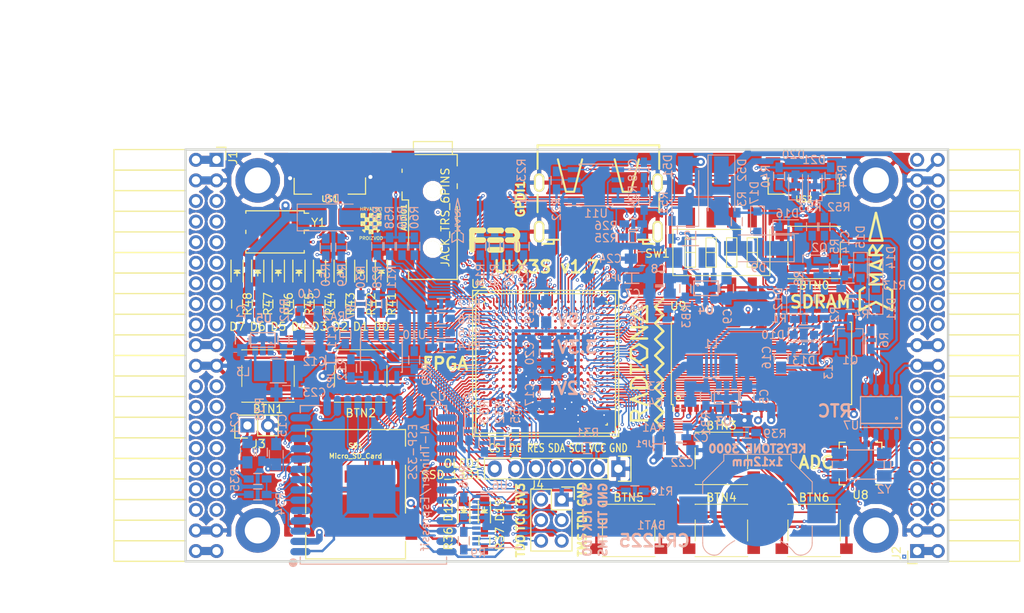
<source format=kicad_pcb>
(kicad_pcb (version 4) (host pcbnew 4.0.7+dfsg1-1)
  (layers (0 F.Cu signal) (1 In1.Cu signal) (2 In2.Cu signal) (31 B.Cu signal) (34 B.Paste user) (35 F.Paste user) (36 B.SilkS user) (37 F.SilkS user) (38 B.Mask user) (39 F.Mask user) (44 Edge.Cuts user))
  (net 0 "")
  (net 1 GND)
  (net 2 +5V)
  (net 3 /gpio/IN5V)
  (net 4 /gpio/OUT5V)
  (net 5 +3V3)
  (net 6 +1V2)
  (net 7 BTN_D)
  (net 8 BTN_F1)
  (net 9 BTN_F2)
  (net 10 BTN_L)
  (net 11 BTN_R)
  (net 12 BTN_U)
  (net 13 /power/FB1)
  (net 14 +2V5)
  (net 15 /power/PWREN)
  (net 16 /power/FB3)
  (net 17 /power/FB2)
  (net 18 "Net-(D9-Pad1)")
  (net 19 /power/VBAT)
  (net 20 JTAG_TDI)
  (net 21 JTAG_TCK)
  (net 22 JTAG_TMS)
  (net 23 JTAG_TDO)
  (net 24 /power/WAKEUPn)
  (net 25 /power/WKUP)
  (net 26 /power/SHUT)
  (net 27 /power/WAKE)
  (net 28 /power/HOLD)
  (net 29 /power/WKn)
  (net 30 /power/OSCI_32k)
  (net 31 /power/OSCO_32k)
  (net 32 "Net-(Q2-Pad3)")
  (net 33 SHUTDOWN)
  (net 34 /analog/AUDIO_L)
  (net 35 /analog/AUDIO_R)
  (net 36 GPDI_5V_SCL)
  (net 37 GPDI_5V_SDA)
  (net 38 GPDI_SDA)
  (net 39 GPDI_SCL)
  (net 40 /gpdi/VREF2)
  (net 41 SD_CMD)
  (net 42 SD_CLK)
  (net 43 SD_D0)
  (net 44 SD_D1)
  (net 45 USB5V)
  (net 46 GPDI_CEC)
  (net 47 nRESET)
  (net 48 FTDI_nDTR)
  (net 49 SDRAM_CKE)
  (net 50 SDRAM_A7)
  (net 51 SDRAM_D15)
  (net 52 SDRAM_BA1)
  (net 53 SDRAM_D7)
  (net 54 SDRAM_A6)
  (net 55 SDRAM_CLK)
  (net 56 SDRAM_D13)
  (net 57 SDRAM_BA0)
  (net 58 SDRAM_D6)
  (net 59 SDRAM_A5)
  (net 60 SDRAM_D14)
  (net 61 SDRAM_A11)
  (net 62 SDRAM_D12)
  (net 63 SDRAM_D5)
  (net 64 SDRAM_A4)
  (net 65 SDRAM_A10)
  (net 66 SDRAM_D11)
  (net 67 SDRAM_A3)
  (net 68 SDRAM_D4)
  (net 69 SDRAM_D10)
  (net 70 SDRAM_D9)
  (net 71 SDRAM_A9)
  (net 72 SDRAM_D3)
  (net 73 SDRAM_D8)
  (net 74 SDRAM_A8)
  (net 75 SDRAM_A2)
  (net 76 SDRAM_A1)
  (net 77 SDRAM_A0)
  (net 78 SDRAM_D2)
  (net 79 SDRAM_D1)
  (net 80 SDRAM_D0)
  (net 81 SDRAM_DQM0)
  (net 82 SDRAM_nCS)
  (net 83 SDRAM_nRAS)
  (net 84 SDRAM_DQM1)
  (net 85 SDRAM_nCAS)
  (net 86 SDRAM_nWE)
  (net 87 /flash/FLASH_nWP)
  (net 88 /flash/FLASH_nHOLD)
  (net 89 /flash/FLASH_MOSI)
  (net 90 /flash/FLASH_MISO)
  (net 91 /flash/FLASH_SCK)
  (net 92 /flash/FLASH_nCS)
  (net 93 /flash/FPGA_PROGRAMN)
  (net 94 /flash/FPGA_DONE)
  (net 95 /flash/FPGA_INITN)
  (net 96 OLED_RES)
  (net 97 OLED_DC)
  (net 98 OLED_CS)
  (net 99 WIFI_EN)
  (net 100 FTDI_nRTS)
  (net 101 FTDI_TXD)
  (net 102 FTDI_RXD)
  (net 103 WIFI_RXD)
  (net 104 WIFI_GPIO0)
  (net 105 WIFI_TXD)
  (net 106 GPDI_ETH-)
  (net 107 GPDI_ETH+)
  (net 108 GPDI_D2+)
  (net 109 GPDI_D2-)
  (net 110 GPDI_D1+)
  (net 111 GPDI_D1-)
  (net 112 GPDI_D0+)
  (net 113 GPDI_D0-)
  (net 114 GPDI_CLK+)
  (net 115 GPDI_CLK-)
  (net 116 USB_FTDI_D+)
  (net 117 USB_FTDI_D-)
  (net 118 J1_17-)
  (net 119 J1_17+)
  (net 120 J1_23-)
  (net 121 J1_23+)
  (net 122 J1_25-)
  (net 123 J1_25+)
  (net 124 J1_27-)
  (net 125 J1_27+)
  (net 126 J1_29-)
  (net 127 J1_29+)
  (net 128 J1_31-)
  (net 129 J1_31+)
  (net 130 J1_33-)
  (net 131 J1_33+)
  (net 132 J1_35-)
  (net 133 J1_35+)
  (net 134 J2_5-)
  (net 135 J2_5+)
  (net 136 J2_7-)
  (net 137 J2_7+)
  (net 138 J2_9-)
  (net 139 J2_9+)
  (net 140 J2_13-)
  (net 141 J2_13+)
  (net 142 J2_17-)
  (net 143 J2_17+)
  (net 144 J2_11-)
  (net 145 J2_11+)
  (net 146 J2_23-)
  (net 147 J2_23+)
  (net 148 J1_5-)
  (net 149 J1_5+)
  (net 150 J1_7-)
  (net 151 J1_7+)
  (net 152 J1_9-)
  (net 153 J1_9+)
  (net 154 J1_11-)
  (net 155 J1_11+)
  (net 156 J1_13-)
  (net 157 J1_13+)
  (net 158 J1_15-)
  (net 159 J1_15+)
  (net 160 J2_15-)
  (net 161 J2_15+)
  (net 162 J2_25-)
  (net 163 J2_25+)
  (net 164 J2_27-)
  (net 165 J2_27+)
  (net 166 J2_29-)
  (net 167 J2_29+)
  (net 168 J2_31-)
  (net 169 J2_31+)
  (net 170 J2_33-)
  (net 171 J2_33+)
  (net 172 J2_35-)
  (net 173 J2_35+)
  (net 174 SD_D3)
  (net 175 AUDIO_L3)
  (net 176 AUDIO_L2)
  (net 177 AUDIO_L1)
  (net 178 AUDIO_L0)
  (net 179 AUDIO_R3)
  (net 180 AUDIO_R2)
  (net 181 AUDIO_R1)
  (net 182 AUDIO_R0)
  (net 183 OLED_CLK)
  (net 184 OLED_MOSI)
  (net 185 LED0)
  (net 186 LED1)
  (net 187 LED2)
  (net 188 LED3)
  (net 189 LED4)
  (net 190 LED5)
  (net 191 LED6)
  (net 192 LED7)
  (net 193 BTN_PWRn)
  (net 194 FTDI_nTXLED)
  (net 195 FTDI_nSLEEP)
  (net 196 /blinkey/LED_PWREN)
  (net 197 /blinkey/LED_TXLED)
  (net 198 FT3V3)
  (net 199 /sdcard/SD3V3)
  (net 200 SD_D2)
  (net 201 CLK_25MHz)
  (net 202 /blinkey/BTNPUL)
  (net 203 /blinkey/BTNPUR)
  (net 204 USB_FPGA_D+)
  (net 205 /power/FTDI_nSUSPEND)
  (net 206 /blinkey/ALED0)
  (net 207 /blinkey/ALED1)
  (net 208 /blinkey/ALED2)
  (net 209 /blinkey/ALED3)
  (net 210 /blinkey/ALED4)
  (net 211 /blinkey/ALED5)
  (net 212 /blinkey/ALED6)
  (net 213 /blinkey/ALED7)
  (net 214 /usb/FTD-)
  (net 215 /usb/FTD+)
  (net 216 ADC_MISO)
  (net 217 ADC_MOSI)
  (net 218 ADC_CSn)
  (net 219 ADC_SCLK)
  (net 220 "Net-(R51-Pad2)")
  (net 221 SW3)
  (net 222 SW2)
  (net 223 SW1)
  (net 224 SW0)
  (net 225 USB_FPGA_D-)
  (net 226 /usb/FPD+)
  (net 227 /usb/FPD-)
  (net 228 WIFI_GPIO16)
  (net 229 WIFI_GPIO15)
  (net 230 /usb/ANT_433MHz)
  (net 231 /power/PWRBTn)
  (net 232 PROG_DONE)
  (net 233 /power/P1V2)
  (net 234 /power/P3V3)
  (net 235 /power/P2V5)
  (net 236 /power/L1)
  (net 237 /power/L3)
  (net 238 /power/L2)
  (net 239 FTDI_TXDEN)
  (net 240 /wifi/WIFIOFF)
  (net 241 SDRAM_A12)
  (net 242 /analog/AUDIO_V)
  (net 243 AUDIO_V3)
  (net 244 AUDIO_V2)
  (net 245 AUDIO_V1)
  (net 246 AUDIO_V0)
  (module SMD_Packages:1Pin (layer F.Cu) (at 182.67515 111.637626)
    (fp_text reference AE1 hide)
    (fp_text value 433MHz hide)
    (pad 1 smd rect (at 0 0) (size 0.5 0.5) (layers B.Cu F.Paste F.Mask) (net 230 /usb/ANT_433MHz))
  )
  (module Resistors_SMD:R_0603_HandSoldering (layer B.Cu) (at 103.498 98.758 90)
    (fp_text reference R38 (at 5.334 -0.254 90) (layer B.SilkS) (effects (justify mirror)))
    (fp_text value 0.47)
    (pad 1 smd rect (at -1.1 0 90) (size 1.2 0.9) (layers B.Cu B.Paste B.Mask) (net 199 /sdcard/SD3V3))
    (pad 2 smd rect (at 1.1 0 90) (size 1.2 0.9) (layers B.Cu B.Paste B.Mask) (net 5 +3V3))
  )
  (module jumper:SOLDER-JUMPER_1-WAY (layer B.Cu) (at 152.393 97.742 270)
    (fp_text reference JP1 (at 0 1.778 360) (layer B.SilkS) (effects (font (size 0.762 0.762) (thickness 0.1524)) (justify mirror)))
    (fp_text value 1.2 hide)
    (pad 1 smd rect (at -0.6 0 270) (size 1 1) (layers B.Cu B.Paste B.Mask) (net 233 /power/P1V2))
    (pad 2 smd rect (at 0.6 0 270) (size 1 1) (layers B.Cu B.Paste B.Mask) (net 6 +1V2))
  )
  (module ESP32-footprints-Lib:ESP-32S (layer B.Cu) (at 117.313 101.513)
    (fp_text reference U2 (at 7.902 -9.613 180) (layer B.SilkS) (effects (justify mirror)))
    (fp_text value ESP-32S)
    (fp_text user AI-Thinker/Espressif (at 6.3 1.6 270) (layer B.SilkS) (effects (justify mirror)))
    (fp_text user ESP-32S (at 4.8 -2.8 270) (layer B.SilkS) (effects (justify mirror)))
    (pad 38 smd oval (at 8.947434 9.517338 180) (size 2.5 0.9) (layers B.Cu B.Paste B.Mask) (net 1 GND))
    (pad 37 smd oval (at 8.947434 8.247338 180) (size 2.5 0.9) (layers B.Cu B.Paste B.Mask))
    (pad 36 smd oval (at 8.947434 6.977338 180) (size 2.5 0.9) (layers B.Cu B.Paste B.Mask) (net 232 PROG_DONE))
    (pad 35 smd oval (at 8.947434 5.707338 180) (size 2.5 0.9) (layers B.Cu B.Paste B.Mask) (net 105 WIFI_TXD))
    (pad 34 smd oval (at 8.947434 4.437338 180) (size 2.5 0.9) (layers B.Cu B.Paste B.Mask) (net 103 WIFI_RXD))
    (pad 33 smd oval (at 8.947434 3.167338 180) (size 2.5 0.9) (layers B.Cu B.Paste B.Mask) (net 22 JTAG_TMS))
    (pad 32 smd oval (at 8.947434 1.897338 180) (size 2.5 0.9) (layers B.Cu B.Paste B.Mask))
    (pad 31 smd oval (at 8.947434 0.627338 180) (size 2.5 0.9) (layers B.Cu B.Paste B.Mask) (net 20 JTAG_TDI))
    (pad 30 smd oval (at 8.947434 -0.642662 180) (size 2.5 0.9) (layers B.Cu B.Paste B.Mask) (net 21 JTAG_TCK))
    (pad 29 smd oval (at 8.947434 -1.912662 180) (size 2.5 0.9) (layers B.Cu B.Paste B.Mask))
    (pad 28 smd oval (at 8.947434 -3.182662 180) (size 2.5 0.9) (layers B.Cu B.Paste B.Mask) (net 23 JTAG_TDO))
    (pad 27 smd oval (at 8.947434 -4.452662 180) (size 2.5 0.9) (layers B.Cu B.Paste B.Mask) (net 228 WIFI_GPIO16))
    (pad 26 smd oval (at 8.947434 -5.722662 180) (size 2.5 0.9) (layers B.Cu B.Paste B.Mask))
    (pad 25 smd oval (at 8.947434 -6.992662 180) (size 2.5 0.9) (layers B.Cu B.Paste B.Mask) (net 104 WIFI_GPIO0))
    (pad 24 smd oval (at 5.662434 -8.482662 180) (size 0.9 2.5) (layers B.Cu B.Paste B.Mask))
    (pad 23 smd oval (at 4.392434 -8.482662 180) (size 0.9 2.5) (layers B.Cu B.Paste B.Mask) (net 229 WIFI_GPIO15))
    (pad 22 smd oval (at 3.122434 -8.482662 180) (size 0.9 2.5) (layers B.Cu B.Paste B.Mask) (net 44 SD_D1))
    (pad 21 smd oval (at 1.852434 -8.482662 180) (size 0.9 2.5) (layers B.Cu B.Paste B.Mask) (net 43 SD_D0))
    (pad 20 smd oval (at 0.582434 -8.482662 180) (size 0.9 2.5) (layers B.Cu B.Paste B.Mask) (net 42 SD_CLK))
    (pad 19 smd oval (at -0.687566 -8.482662 180) (size 0.9 2.5) (layers B.Cu B.Paste B.Mask) (net 41 SD_CMD))
    (pad 18 smd oval (at -1.957566 -8.482662 180) (size 0.9 2.5) (layers B.Cu B.Paste B.Mask) (net 174 SD_D3))
    (pad 17 smd oval (at -3.227566 -8.482662 180) (size 0.9 2.5) (layers B.Cu B.Paste B.Mask) (net 200 SD_D2))
    (pad 16 smd oval (at -4.497566 -8.482662 180) (size 0.9 2.5) (layers B.Cu B.Paste B.Mask) (net 124 J1_27-))
    (pad 15 smd oval (at -5.767566 -8.482662 180) (size 0.9 2.5) (layers B.Cu B.Paste B.Mask) (net 1 GND))
    (pad 14 smd oval (at -9.052566 -6.992662 180) (size 2.5 0.9) (layers B.Cu B.Paste B.Mask) (net 125 J1_27+))
    (pad 13 smd oval (at -9.052566 -5.722662 180) (size 2.5 0.9) (layers B.Cu B.Paste B.Mask) (net 126 J1_29-))
    (pad 12 smd oval (at -9.052566 -4.452662 180) (size 2.5 0.9) (layers B.Cu B.Paste B.Mask) (net 127 J1_29+))
    (pad 11 smd oval (at -9.052566 -3.182662 180) (size 2.5 0.9) (layers B.Cu B.Paste B.Mask) (net 128 J1_31-))
    (pad 10 smd oval (at -9.052566 -1.912662 180) (size 2.5 0.9) (layers B.Cu B.Paste B.Mask) (net 129 J1_31+))
    (pad 9 smd oval (at -9.052566 -0.642662 180) (size 2.5 0.9) (layers B.Cu B.Paste B.Mask) (net 130 J1_33-))
    (pad 8 smd oval (at -9.052566 0.627338 180) (size 2.5 0.9) (layers B.Cu B.Paste B.Mask) (net 131 J1_33+))
    (pad 7 smd oval (at -9.052566 1.897338 180) (size 2.5 0.9) (layers B.Cu B.Paste B.Mask) (net 132 J1_35-))
    (pad 6 smd oval (at -9.052566 3.167338 180) (size 2.5 0.9) (layers B.Cu B.Paste B.Mask) (net 133 J1_35+))
    (pad 5 smd oval (at -9.052566 4.437338 180) (size 2.5 0.9) (layers B.Cu B.Paste B.Mask))
    (pad 4 smd oval (at -9.052566 5.707338 180) (size 2.5 0.9) (layers B.Cu B.Paste B.Mask))
    (pad 3 smd oval (at -9.052566 6.977338 180) (size 2.5 0.9) (layers B.Cu B.Paste B.Mask) (net 99 WIFI_EN))
    (pad 2 smd oval (at -9.052566 8.247338 180) (size 2.5 0.9) (layers B.Cu B.Paste B.Mask) (net 5 +3V3))
    (pad 1 smd oval (at -9.052566 9.517338 180) (size 2.5 0.9) (layers B.Cu B.Paste B.Mask) (net 1 GND))
    (pad 39 smd rect (at -0.352566 1.817338 180) (size 6 6) (layers B.Cu B.Paste B.Mask) (net 1 GND))
  )
  (module Diodes_SMD:D_SMA_Handsoldering (layer B.Cu) (at 155.695 66.5 90)
    (fp_text reference D51 (at 3.048 -2.159 90) (layer B.SilkS) (effects (justify mirror)))
    (fp_text value STPS2L30AF hide)
    (pad 1 smd rect (at -2.5 0 90) (size 3.5 1.8) (layers B.Cu B.Paste B.Mask) (net 2 +5V))
    (pad 2 smd rect (at 2.5 0 90) (size 3.5 1.8) (layers B.Cu B.Paste B.Mask) (net 3 /gpio/IN5V))
  )
  (module Resistors_SMD:R_0603_HandSoldering (layer B.Cu) (at 154.044 71.326 90)
    (fp_text reference R51 (at 3.302 -1.016 90) (layer B.SilkS) (effects (justify mirror)))
    (fp_text value 150)
    (pad 1 smd rect (at -1.1 0 90) (size 1.2 0.9) (layers B.Cu B.Paste B.Mask) (net 5 +3V3))
    (pad 2 smd rect (at 1.1 0 90) (size 1.2 0.9) (layers B.Cu B.Paste B.Mask) (net 220 "Net-(R51-Pad2)"))
  )
  (module Resistors_SMD:R_1210_HandSoldering (layer B.Cu) (at 158.87 88.09 180)
    (fp_text reference L1 (at 0 2.7 180) (layer B.SilkS) (effects (justify mirror)))
    (fp_text value 2.2uH)
    (pad 1 smd rect (at -2 0 180) (size 2 2.5) (layers B.Cu B.Paste B.Mask) (net 236 /power/L1))
    (pad 2 smd rect (at 2 0 180) (size 2 2.5) (layers B.Cu B.Paste B.Mask) (net 233 /power/P1V2))
  )
  (module TSOT-25:TSOT-25 (layer B.Cu) (at 160.775 91.9)
    (fp_text reference U3 (at -0.381 3.048) (layer B.SilkS) (effects (font (thickness 0.2)) (justify mirror)))
    (fp_text value AP3429A)
    (pad 1 smd rect (at -0.95 -1.3) (size 0.7 1.2) (layers B.Cu B.Paste B.Mask) (net 15 /power/PWREN))
    (pad 2 smd rect (at 0 -1.3) (size 0.7 1.2) (layers B.Cu B.Paste B.Mask) (net 1 GND))
    (pad 3 smd rect (at 0.95 -1.3) (size 0.7 1.2) (layers B.Cu B.Paste B.Mask) (net 236 /power/L1))
    (pad 4 smd rect (at 0.95 1.3) (size 0.7 1.2) (layers B.Cu B.Paste B.Mask) (net 2 +5V))
    (pad 5 smd rect (at -0.95 1.3) (size 0.7 1.2) (layers B.Cu B.Paste B.Mask) (net 13 /power/FB1))
  )
  (module Resistors_SMD:R_1210_HandSoldering (layer B.Cu) (at 156.33 74.755 180)
    (fp_text reference L2 (at 0 2.7 180) (layer B.SilkS) (effects (justify mirror)))
    (fp_text value 2.2uH)
    (pad 1 smd rect (at -2 0 180) (size 2 2.5) (layers B.Cu B.Paste B.Mask) (net 237 /power/L3))
    (pad 2 smd rect (at 2 0 180) (size 2 2.5) (layers B.Cu B.Paste B.Mask) (net 234 /power/P3V3))
  )
  (module TSOT-25:TSOT-25 (layer B.Cu) (at 158.235 78.535)
    (fp_text reference U4 (at 0 2.697) (layer B.SilkS) (effects (font (thickness 0.2)) (justify mirror)))
    (fp_text value AP3429A)
    (pad 1 smd rect (at -0.95 -1.3) (size 0.7 1.2) (layers B.Cu B.Paste B.Mask) (net 15 /power/PWREN))
    (pad 2 smd rect (at 0 -1.3) (size 0.7 1.2) (layers B.Cu B.Paste B.Mask) (net 1 GND))
    (pad 3 smd rect (at 0.95 -1.3) (size 0.7 1.2) (layers B.Cu B.Paste B.Mask) (net 237 /power/L3))
    (pad 4 smd rect (at 0.95 1.3) (size 0.7 1.2) (layers B.Cu B.Paste B.Mask) (net 2 +5V))
    (pad 5 smd rect (at -0.95 1.3) (size 0.7 1.2) (layers B.Cu B.Paste B.Mask) (net 16 /power/FB3))
  )
  (module LEDs:LED_0805 (layer F.Cu) (at 118.23 76.66 270)
    (fp_text reference D0 (at 6.604 0 360) (layer F.SilkS))
    (fp_text value RED hide)
    (pad 2 smd rect (at 1.04902 0 90) (size 1.19888 1.19888) (layers F.Cu F.Paste F.Mask) (net 206 /blinkey/ALED0))
    (pad 1 smd rect (at -1.04902 0 90) (size 1.19888 1.19888) (layers F.Cu F.Paste F.Mask) (net 1 GND))
  )
  (module LEDs:LED_0805 (layer F.Cu) (at 115.69 76.66 270)
    (fp_text reference D1 (at 6.604 0 360) (layer F.SilkS))
    (fp_text value RED hide)
    (pad 2 smd rect (at 1.04902 0 90) (size 1.19888 1.19888) (layers F.Cu F.Paste F.Mask) (net 207 /blinkey/ALED1))
    (pad 1 smd rect (at -1.04902 0 90) (size 1.19888 1.19888) (layers F.Cu F.Paste F.Mask) (net 1 GND))
  )
  (module LEDs:LED_0805 (layer F.Cu) (at 113.15 76.66 270)
    (fp_text reference D2 (at 6.604 0 360) (layer F.SilkS))
    (fp_text value RED hide)
    (pad 2 smd rect (at 1.04902 0 90) (size 1.19888 1.19888) (layers F.Cu F.Paste F.Mask) (net 208 /blinkey/ALED2))
    (pad 1 smd rect (at -1.04902 0 90) (size 1.19888 1.19888) (layers F.Cu F.Paste F.Mask) (net 1 GND))
  )
  (module LEDs:LED_0805 (layer F.Cu) (at 110.61 76.66 270)
    (fp_text reference D3 (at 6.604 0 360) (layer F.SilkS))
    (fp_text value RED hide)
    (pad 2 smd rect (at 1.04902 0 90) (size 1.19888 1.19888) (layers F.Cu F.Paste F.Mask) (net 209 /blinkey/ALED3))
    (pad 1 smd rect (at -1.04902 0 90) (size 1.19888 1.19888) (layers F.Cu F.Paste F.Mask) (net 1 GND))
  )
  (module LEDs:LED_0805 (layer F.Cu) (at 108.07 76.66 270)
    (fp_text reference D4 (at 6.604 0 360) (layer F.SilkS))
    (fp_text value RED hide)
    (pad 2 smd rect (at 1.04902 0 90) (size 1.19888 1.19888) (layers F.Cu F.Paste F.Mask) (net 210 /blinkey/ALED4))
    (pad 1 smd rect (at -1.04902 0 90) (size 1.19888 1.19888) (layers F.Cu F.Paste F.Mask) (net 1 GND))
  )
  (module LEDs:LED_0805 (layer F.Cu) (at 105.53 76.66 270)
    (fp_text reference D5 (at 6.604 0 360) (layer F.SilkS))
    (fp_text value RED hide)
    (pad 2 smd rect (at 1.04902 0 90) (size 1.19888 1.19888) (layers F.Cu F.Paste F.Mask) (net 211 /blinkey/ALED5))
    (pad 1 smd rect (at -1.04902 0 90) (size 1.19888 1.19888) (layers F.Cu F.Paste F.Mask) (net 1 GND))
  )
  (module LEDs:LED_0805 (layer F.Cu) (at 102.99 76.66 270)
    (fp_text reference D6 (at 6.604 0 360) (layer F.SilkS))
    (fp_text value RED hide)
    (pad 2 smd rect (at 1.04902 0 90) (size 1.19888 1.19888) (layers F.Cu F.Paste F.Mask) (net 212 /blinkey/ALED6))
    (pad 1 smd rect (at -1.04902 0 90) (size 1.19888 1.19888) (layers F.Cu F.Paste F.Mask) (net 1 GND))
  )
  (module LEDs:LED_0805 (layer F.Cu) (at 100.45 76.66 270)
    (fp_text reference D7 (at 6.604 0 360) (layer F.SilkS))
    (fp_text value RED hide)
    (pad 2 smd rect (at 1.04902 0 90) (size 1.19888 1.19888) (layers F.Cu F.Paste F.Mask) (net 213 /blinkey/ALED7))
    (pad 1 smd rect (at -1.04902 0 90) (size 1.19888 1.19888) (layers F.Cu F.Paste F.Mask) (net 1 GND))
  )
  (module Resistors_SMD:R_1210_HandSoldering (layer B.Cu) (at 105.53 88.725)
    (fp_text reference L3 (at -4.318 0.127) (layer B.SilkS) (effects (justify mirror)))
    (fp_text value 2.2uH)
    (pad 1 smd rect (at -2 0) (size 2 2.5) (layers B.Cu B.Paste B.Mask) (net 238 /power/L2))
    (pad 2 smd rect (at 2 0) (size 2 2.5) (layers B.Cu B.Paste B.Mask) (net 235 /power/P2V5))
  )
  (module TSOT-25:TSOT-25 (layer B.Cu) (at 103.625 84.915 180)
    (fp_text reference U5 (at -0.127 2.667 180) (layer B.SilkS) (effects (font (thickness 0.2)) (justify mirror)))
    (fp_text value AP3429A)
    (pad 1 smd rect (at -0.95 -1.3 180) (size 0.7 1.2) (layers B.Cu B.Paste B.Mask) (net 15 /power/PWREN))
    (pad 2 smd rect (at 0 -1.3 180) (size 0.7 1.2) (layers B.Cu B.Paste B.Mask) (net 1 GND))
    (pad 3 smd rect (at 0.95 -1.3 180) (size 0.7 1.2) (layers B.Cu B.Paste B.Mask) (net 238 /power/L2))
    (pad 4 smd rect (at 0.95 1.3 180) (size 0.7 1.2) (layers B.Cu B.Paste B.Mask) (net 2 +5V))
    (pad 5 smd rect (at -0.95 1.3 180) (size 0.7 1.2) (layers B.Cu B.Paste B.Mask) (net 17 /power/FB2))
  )
  (module Capacitors_SMD:C_0805_HandSoldering (layer B.Cu) (at 101.085 84.915 270)
    (fp_text reference C1 (at -3.429 0.127 270) (layer B.SilkS) (effects (justify mirror)))
    (fp_text value 22uF)
    (pad 1 smd rect (at -1.25 0 270) (size 1.5 1.25) (layers B.Cu B.Paste B.Mask) (net 2 +5V))
    (pad 2 smd rect (at 1.25 0 270) (size 1.5 1.25) (layers B.Cu B.Paste B.Mask) (net 1 GND))
  )
  (module Capacitors_SMD:C_0805_HandSoldering (layer B.Cu) (at 155.06 90.63)
    (fp_text reference C3 (at -3.048 0) (layer B.SilkS) (effects (justify mirror)))
    (fp_text value 22uF)
    (pad 1 smd rect (at -1.25 0) (size 1.5 1.25) (layers B.Cu B.Paste B.Mask) (net 233 /power/P1V2))
    (pad 2 smd rect (at 1.25 0) (size 1.5 1.25) (layers B.Cu B.Paste B.Mask) (net 1 GND))
  )
  (module Capacitors_SMD:C_0805_HandSoldering (layer B.Cu) (at 155.06 92.535)
    (fp_text reference C4 (at -3.048 0.127) (layer B.SilkS) (effects (justify mirror)))
    (fp_text value 22uF)
    (pad 1 smd rect (at -1.25 0) (size 1.5 1.25) (layers B.Cu B.Paste B.Mask) (net 233 /power/P1V2))
    (pad 2 smd rect (at 1.25 0) (size 1.5 1.25) (layers B.Cu B.Paste B.Mask) (net 1 GND))
  )
  (module Capacitors_SMD:C_0805_HandSoldering (layer B.Cu) (at 163.315 91.9 90)
    (fp_text reference C5 (at 0 2.1 90) (layer B.SilkS) (effects (justify mirror)))
    (fp_text value 22uF)
    (pad 1 smd rect (at -1.25 0 90) (size 1.5 1.25) (layers B.Cu B.Paste B.Mask) (net 2 +5V))
    (pad 2 smd rect (at 1.25 0 90) (size 1.5 1.25) (layers B.Cu B.Paste B.Mask) (net 1 GND))
  )
  (module Capacitors_SMD:C_0805_HandSoldering (layer B.Cu) (at 152.52 79.2)
    (fp_text reference C7 (at -3.302 0) (layer B.SilkS) (effects (justify mirror)))
    (fp_text value 22uF)
    (pad 1 smd rect (at -1.25 0) (size 1.5 1.25) (layers B.Cu B.Paste B.Mask) (net 234 /power/P3V3))
    (pad 2 smd rect (at 1.25 0) (size 1.5 1.25) (layers B.Cu B.Paste B.Mask) (net 1 GND))
  )
  (module Capacitors_SMD:C_0805_HandSoldering (layer B.Cu) (at 152.52 77.295)
    (fp_text reference C8 (at -0.127 -1.143) (layer B.SilkS) (effects (justify mirror)))
    (fp_text value 22uF)
    (pad 1 smd rect (at -1.25 0) (size 1.5 1.25) (layers B.Cu B.Paste B.Mask) (net 234 /power/P3V3))
    (pad 2 smd rect (at 1.25 0) (size 1.5 1.25) (layers B.Cu B.Paste B.Mask) (net 1 GND))
  )
  (module Capacitors_SMD:C_0805_HandSoldering (layer B.Cu) (at 160.775 78.565 90)
    (fp_text reference C9 (at -3.429 0.127 90) (layer B.SilkS) (effects (justify mirror)))
    (fp_text value 22uF)
    (pad 1 smd rect (at -1.25 0 90) (size 1.5 1.25) (layers B.Cu B.Paste B.Mask) (net 2 +5V))
    (pad 2 smd rect (at 1.25 0 90) (size 1.5 1.25) (layers B.Cu B.Paste B.Mask) (net 1 GND))
  )
  (module Capacitors_SMD:C_0805_HandSoldering (layer B.Cu) (at 109.34 84.28 180)
    (fp_text reference C11 (at -2.794 -0.254 270) (layer B.SilkS) (effects (justify mirror)))
    (fp_text value 22uF)
    (pad 1 smd rect (at -1.25 0 180) (size 1.5 1.25) (layers B.Cu B.Paste B.Mask) (net 235 /power/P2V5))
    (pad 2 smd rect (at 1.25 0 180) (size 1.5 1.25) (layers B.Cu B.Paste B.Mask) (net 1 GND))
  )
  (module Capacitors_SMD:C_0805_HandSoldering (layer B.Cu) (at 109.34 86.185 180)
    (fp_text reference C12 (at -0.635 -1.397 360) (layer B.SilkS) (effects (justify mirror)))
    (fp_text value 22uF)
    (pad 1 smd rect (at -1.25 0 180) (size 1.5 1.25) (layers B.Cu B.Paste B.Mask) (net 235 /power/P2V5))
    (pad 2 smd rect (at 1.25 0 180) (size 1.5 1.25) (layers B.Cu B.Paste B.Mask) (net 1 GND))
  )
  (module Power_Integrations:SO-8 (layer B.Cu) (at 179.825 93.805 180)
    (fp_text reference U7 (at 3.683 -1.651 180) (layer B.SilkS) (effects (justify mirror)))
    (fp_text value PCF8523)
    (pad 1 smd oval (at -1.905 -2.794 180) (size 0.6096 1.4732) (layers B.Cu B.Paste B.Mask) (net 30 /power/OSCI_32k))
    (pad 2 smd oval (at -0.635 -2.794 180) (size 0.6096 1.4732) (layers B.Cu B.Paste B.Mask) (net 31 /power/OSCO_32k))
    (pad 3 smd oval (at 0.635 -2.794 180) (size 0.6096 1.4732) (layers B.Cu B.Paste B.Mask) (net 19 /power/VBAT))
    (pad 4 smd oval (at 1.905 -2.794 180) (size 0.6096 1.4732) (layers B.Cu B.Paste B.Mask) (net 1 GND))
    (pad 5 smd oval (at 1.905 2.794 180) (size 0.6096 1.4732) (layers B.Cu B.Paste B.Mask) (net 38 GPDI_SDA))
    (pad 6 smd oval (at 0.635 2.794 180) (size 0.6096 1.4732) (layers B.Cu B.Paste B.Mask) (net 39 GPDI_SCL))
    (pad 7 smd oval (at -0.635 2.794 180) (size 0.6096 1.4732) (layers B.Cu B.Paste B.Mask) (net 24 /power/WAKEUPn))
    (pad 8 smd oval (at -1.905 2.794 180) (size 0.6096 1.4732) (layers B.Cu B.Paste B.Mask) (net 5 +3V3))
  )
  (module Capacitors_SMD:C_0805_HandSoldering (layer B.Cu) (at 173.221 84.788 90)
    (fp_text reference C13 (at -3.556 0.127 90) (layer B.SilkS) (effects (justify mirror)))
    (fp_text value 2.2uF)
    (pad 1 smd rect (at -1.25 0 90) (size 1.5 1.25) (layers B.Cu B.Paste B.Mask) (net 2 +5V))
    (pad 2 smd rect (at 1.25 0 90) (size 1.5 1.25) (layers B.Cu B.Paste B.Mask) (net 25 /power/WKUP))
  )
  (module TSOP54:TSOP54 (layer F.Cu) (at 165.08 87.8 90)
    (fp_text reference U9 (at 7.076 -10.274 180) (layer F.SilkS))
    (fp_text value MT48LC4M16A2TG)
    (pad 28 smd rect (at 5.53 10.4 90) (size 0.9 0.56) (layers F.Cu F.Paste F.Mask) (net 1 GND))
    (pad 1 smd rect (at -5.53 -10.4 90) (size 0.9 0.56) (layers F.Cu F.Paste F.Mask) (net 5 +3V3))
    (pad 2 smd rect (at -5.53 -9.6 90) (size 0.9 0.56) (layers F.Cu F.Paste F.Mask) (net 80 SDRAM_D0))
    (pad 3 smd rect (at -5.53 -8.8 90) (size 0.9 0.56) (layers F.Cu F.Paste F.Mask) (net 5 +3V3))
    (pad 4 smd rect (at -5.53 -8 90) (size 0.9 0.56) (layers F.Cu F.Paste F.Mask) (net 79 SDRAM_D1))
    (pad 5 smd rect (at -5.53 -7.2 90) (size 0.9 0.56) (layers F.Cu F.Paste F.Mask) (net 78 SDRAM_D2))
    (pad 6 smd rect (at -5.53 -6.4 90) (size 0.9 0.56) (layers F.Cu F.Paste F.Mask) (net 1 GND))
    (pad 7 smd rect (at -5.53 -5.6 90) (size 0.9 0.56) (layers F.Cu F.Paste F.Mask) (net 72 SDRAM_D3))
    (pad 8 smd rect (at -5.53 -4.8 90) (size 0.9 0.56) (layers F.Cu F.Paste F.Mask) (net 68 SDRAM_D4))
    (pad 9 smd rect (at -5.53 -4 90) (size 0.9 0.56) (layers F.Cu F.Paste F.Mask) (net 5 +3V3))
    (pad 10 smd rect (at -5.53 -3.2 90) (size 0.9 0.56) (layers F.Cu F.Paste F.Mask) (net 63 SDRAM_D5))
    (pad 11 smd rect (at -5.53 -2.4 90) (size 0.9 0.56) (layers F.Cu F.Paste F.Mask) (net 58 SDRAM_D6))
    (pad 12 smd rect (at -5.53 -1.6 90) (size 0.9 0.56) (layers F.Cu F.Paste F.Mask) (net 1 GND))
    (pad 13 smd rect (at -5.53 -0.8 90) (size 0.9 0.56) (layers F.Cu F.Paste F.Mask) (net 53 SDRAM_D7))
    (pad 14 smd rect (at -5.53 0 90) (size 0.9 0.56) (layers F.Cu F.Paste F.Mask) (net 5 +3V3))
    (pad 15 smd rect (at -5.53 0.8 90) (size 0.9 0.56) (layers F.Cu F.Paste F.Mask) (net 81 SDRAM_DQM0))
    (pad 16 smd rect (at -5.53 1.6 90) (size 0.9 0.56) (layers F.Cu F.Paste F.Mask) (net 86 SDRAM_nWE))
    (pad 17 smd rect (at -5.53 2.4 90) (size 0.9 0.56) (layers F.Cu F.Paste F.Mask) (net 85 SDRAM_nCAS))
    (pad 18 smd rect (at -5.53 3.2 90) (size 0.9 0.56) (layers F.Cu F.Paste F.Mask) (net 83 SDRAM_nRAS))
    (pad 19 smd rect (at -5.53 4 90) (size 0.9 0.56) (layers F.Cu F.Paste F.Mask) (net 82 SDRAM_nCS))
    (pad 20 smd rect (at -5.53 4.8 90) (size 0.9 0.56) (layers F.Cu F.Paste F.Mask) (net 57 SDRAM_BA0))
    (pad 21 smd rect (at -5.53 5.6 90) (size 0.9 0.56) (layers F.Cu F.Paste F.Mask) (net 52 SDRAM_BA1))
    (pad 22 smd rect (at -5.53 6.4 90) (size 0.9 0.56) (layers F.Cu F.Paste F.Mask) (net 65 SDRAM_A10))
    (pad 23 smd rect (at -5.53 7.2 90) (size 0.9 0.56) (layers F.Cu F.Paste F.Mask) (net 77 SDRAM_A0))
    (pad 24 smd rect (at -5.53 8 90) (size 0.9 0.56) (layers F.Cu F.Paste F.Mask) (net 76 SDRAM_A1))
    (pad 25 smd rect (at -5.53 8.8 90) (size 0.9 0.56) (layers F.Cu F.Paste F.Mask) (net 75 SDRAM_A2))
    (pad 26 smd rect (at -5.53 9.6 90) (size 0.9 0.56) (layers F.Cu F.Paste F.Mask) (net 67 SDRAM_A3))
    (pad 27 smd rect (at -5.53 10.4 90) (size 0.9 0.56) (layers F.Cu F.Paste F.Mask) (net 5 +3V3))
    (pad 29 smd rect (at 5.53 9.6 90) (size 0.9 0.56) (layers F.Cu F.Paste F.Mask) (net 64 SDRAM_A4))
    (pad 30 smd rect (at 5.53 8.8 90) (size 0.9 0.56) (layers F.Cu F.Paste F.Mask) (net 59 SDRAM_A5))
    (pad 31 smd rect (at 5.53 8 90) (size 0.9 0.56) (layers F.Cu F.Paste F.Mask) (net 54 SDRAM_A6))
    (pad 32 smd rect (at 5.53 7.2 90) (size 0.9 0.56) (layers F.Cu F.Paste F.Mask) (net 50 SDRAM_A7))
    (pad 33 smd rect (at 5.53 6.4 90) (size 0.9 0.56) (layers F.Cu F.Paste F.Mask) (net 74 SDRAM_A8))
    (pad 34 smd rect (at 5.53 5.6 90) (size 0.9 0.56) (layers F.Cu F.Paste F.Mask) (net 71 SDRAM_A9))
    (pad 35 smd rect (at 5.53 4.8 90) (size 0.9 0.56) (layers F.Cu F.Paste F.Mask) (net 61 SDRAM_A11))
    (pad 36 smd rect (at 5.53 4 90) (size 0.9 0.56) (layers F.Cu F.Paste F.Mask) (net 241 SDRAM_A12))
    (pad 37 smd rect (at 5.53 3.2 90) (size 0.9 0.56) (layers F.Cu F.Paste F.Mask) (net 49 SDRAM_CKE))
    (pad 38 smd rect (at 5.53 2.4 90) (size 0.9 0.56) (layers F.Cu F.Paste F.Mask) (net 55 SDRAM_CLK))
    (pad 39 smd rect (at 5.53 1.6 90) (size 0.9 0.56) (layers F.Cu F.Paste F.Mask) (net 84 SDRAM_DQM1))
    (pad 40 smd rect (at 5.53 0.8 90) (size 0.9 0.56) (layers F.Cu F.Paste F.Mask))
    (pad 41 smd rect (at 5.53 0 90) (size 0.9 0.56) (layers F.Cu F.Paste F.Mask) (net 1 GND))
    (pad 42 smd rect (at 5.53 -0.8 90) (size 0.9 0.56) (layers F.Cu F.Paste F.Mask) (net 73 SDRAM_D8))
    (pad 43 smd rect (at 5.53 -1.6 90) (size 0.9 0.56) (layers F.Cu F.Paste F.Mask) (net 5 +3V3))
    (pad 44 smd rect (at 5.53 -2.4 90) (size 0.9 0.56) (layers F.Cu F.Paste F.Mask) (net 70 SDRAM_D9))
    (pad 45 smd rect (at 5.53 -3.2 90) (size 0.9 0.56) (layers F.Cu F.Paste F.Mask) (net 69 SDRAM_D10))
    (pad 46 smd rect (at 5.53 -4 90) (size 0.9 0.56) (layers F.Cu F.Paste F.Mask) (net 1 GND))
    (pad 47 smd rect (at 5.53 -4.8 90) (size 0.9 0.56) (layers F.Cu F.Paste F.Mask) (net 66 SDRAM_D11))
    (pad 48 smd rect (at 5.53 -5.6 90) (size 0.9 0.56) (layers F.Cu F.Paste F.Mask) (net 62 SDRAM_D12))
    (pad 49 smd rect (at 5.53 -6.4 90) (size 0.9 0.56) (layers F.Cu F.Paste F.Mask) (net 5 +3V3))
    (pad 50 smd rect (at 5.53 -7.2 90) (size 0.9 0.56) (layers F.Cu F.Paste F.Mask) (net 56 SDRAM_D13))
    (pad 51 smd rect (at 5.53 -8 90) (size 0.9 0.56) (layers F.Cu F.Paste F.Mask) (net 60 SDRAM_D14))
    (pad 52 smd rect (at 5.53 -8.8 90) (size 0.9 0.56) (layers F.Cu F.Paste F.Mask) (net 1 GND))
    (pad 53 smd rect (at 5.53 -9.6 90) (size 0.9 0.56) (layers F.Cu F.Paste F.Mask) (net 51 SDRAM_D15))
    (pad 54 smd rect (at 5.53 -10.4 90) (size 0.9 0.56) (layers F.Cu F.Paste F.Mask) (net 1 GND))
  )
  (module TO_SOT_Packages_SMD:SOT-23_Handsoldering (layer B.Cu) (at 176.015 84.28 90)
    (fp_text reference Q1 (at -3.1115 0 180) (layer B.SilkS) (effects (justify mirror)))
    (fp_text value BC857)
    (pad 1 smd rect (at -1.5 0.95 90) (size 1.9 0.8) (layers B.Cu B.Paste B.Mask) (net 29 /power/WKn))
    (pad 2 smd rect (at -1.5 -0.95 90) (size 1.9 0.8) (layers B.Cu B.Paste B.Mask) (net 2 +5V))
    (pad 3 smd rect (at 1.5 0 90) (size 1.9 0.8) (layers B.Cu B.Paste B.Mask) (net 25 /power/WKUP))
  )
  (module TO_SOT_Packages_SMD:SOT-23_Handsoldering (layer B.Cu) (at 170.935 76.025 180)
    (fp_text reference Q2 (at -1.295 2.5 180) (layer B.SilkS) (effects (justify mirror)))
    (fp_text value 2N7002)
    (pad 1 smd rect (at -1.5 0.95 180) (size 1.9 0.8) (layers B.Cu B.Paste B.Mask) (net 26 /power/SHUT))
    (pad 2 smd rect (at -1.5 -0.95 180) (size 1.9 0.8) (layers B.Cu B.Paste B.Mask) (net 1 GND))
    (pad 3 smd rect (at 1.5 0 180) (size 1.9 0.8) (layers B.Cu B.Paste B.Mask) (net 32 "Net-(Q2-Pad3)"))
  )
  (module Capacitors_SMD:C_0603_HandSoldering (layer B.Cu) (at 154.86 96.91)
    (fp_text reference C2 (at 2.74 0.07) (layer B.SilkS) (effects (justify mirror)))
    (fp_text value 470pF)
    (pad 1 smd rect (at -0.95 0) (size 1.2 0.75) (layers B.Cu B.Paste B.Mask) (net 233 /power/P1V2))
    (pad 2 smd rect (at 0.95 0) (size 1.2 0.75) (layers B.Cu B.Paste B.Mask) (net 13 /power/FB1))
  )
  (module Capacitors_SMD:C_0603_HandSoldering (layer B.Cu) (at 152.52 82.375)
    (fp_text reference C6 (at -2.794 0.127) (layer B.SilkS) (effects (justify mirror)))
    (fp_text value 470pF)
    (pad 1 smd rect (at -0.95 0) (size 1.2 0.75) (layers B.Cu B.Paste B.Mask) (net 234 /power/P3V3))
    (pad 2 smd rect (at 0.95 0) (size 1.2 0.75) (layers B.Cu B.Paste B.Mask) (net 16 /power/FB3))
  )
  (module Capacitors_SMD:C_0603_HandSoldering (layer B.Cu) (at 109.34 81.105 180)
    (fp_text reference C10 (at 0 1.9 180) (layer B.SilkS) (effects (justify mirror)))
    (fp_text value 470pF)
    (pad 1 smd rect (at -0.95 0 180) (size 1.2 0.75) (layers B.Cu B.Paste B.Mask) (net 235 /power/P2V5))
    (pad 2 smd rect (at 0.95 0 180) (size 1.2 0.75) (layers B.Cu B.Paste B.Mask) (net 17 /power/FB2))
  )
  (module Capacitors_SMD:C_0603_HandSoldering (layer B.Cu) (at 175.38 76.025 270)
    (fp_text reference C14 (at -3.175 0 270) (layer B.SilkS) (effects (justify mirror)))
    (fp_text value 100nF)
    (pad 1 smd rect (at -0.95 0 270) (size 1.2 0.75) (layers B.Cu B.Paste B.Mask) (net 26 /power/SHUT))
    (pad 2 smd rect (at 0.95 0 270) (size 1.2 0.75) (layers B.Cu B.Paste B.Mask) (net 1 GND))
  )
  (module Resistors_SMD:R_0603_HandSoldering (layer B.Cu) (at 170.3 82.375)
    (fp_text reference R1 (at -3.048 -0.127) (layer B.SilkS) (effects (justify mirror)))
    (fp_text value 15k)
    (pad 1 smd rect (at -1.1 0) (size 1.2 0.9) (layers B.Cu B.Paste B.Mask) (net 27 /power/WAKE))
    (pad 2 smd rect (at 1.1 0) (size 1.2 0.9) (layers B.Cu B.Paste B.Mask) (net 15 /power/PWREN))
  )
  (module Resistors_SMD:R_0603_HandSoldering (layer B.Cu) (at 172.84 79.835 90)
    (fp_text reference R2 (at -1.905 1.27 90) (layer B.SilkS) (effects (justify mirror)))
    (fp_text value 47k)
    (pad 1 smd rect (at -1.1 0 90) (size 1.2 0.9) (layers B.Cu B.Paste B.Mask) (net 15 /power/PWREN))
    (pad 2 smd rect (at 1.1 0 90) (size 1.2 0.9) (layers B.Cu B.Paste B.Mask) (net 1 GND))
  )
  (module Resistors_SMD:R_0603_HandSoldering (layer B.Cu) (at 176.015 80.47 180)
    (fp_text reference R4 (at -1.397 -1.27 360) (layer B.SilkS) (effects (justify mirror)))
    (fp_text value 15k)
    (pad 1 smd rect (at -1.1 0 180) (size 1.2 0.9) (layers B.Cu B.Paste B.Mask) (net 28 /power/HOLD))
    (pad 2 smd rect (at 1.1 0 180) (size 1.2 0.9) (layers B.Cu B.Paste B.Mask) (net 15 /power/PWREN))
  )
  (module Resistors_SMD:R_0603_HandSoldering (layer B.Cu) (at 174.11 76.025 270)
    (fp_text reference R5 (at -2.667 0 270) (layer B.SilkS) (effects (justify mirror)))
    (fp_text value 4.7M)
    (pad 1 smd rect (at -1.1 0 270) (size 1.2 0.9) (layers B.Cu B.Paste B.Mask) (net 26 /power/SHUT))
    (pad 2 smd rect (at 1.1 0 270) (size 1.2 0.9) (layers B.Cu B.Paste B.Mask) (net 1 GND))
  )
  (module Resistors_SMD:R_0603_HandSoldering (layer B.Cu) (at 178.555 84.915 270)
    (fp_text reference R6 (at 0 -1.651 270) (layer B.SilkS) (effects (justify mirror)))
    (fp_text value 1k)
    (pad 1 smd rect (at -1.1 0 270) (size 1.2 0.9) (layers B.Cu B.Paste B.Mask) (net 29 /power/WKn))
    (pad 2 smd rect (at 1.1 0 270) (size 1.2 0.9) (layers B.Cu B.Paste B.Mask) (net 24 /power/WAKEUPn))
  )
  (module Resistors_SMD:R_0603_HandSoldering (layer B.Cu) (at 113.785 84.28 270)
    (fp_text reference R7 (at -2.794 -0.635 270) (layer B.SilkS) (effects (justify mirror)))
    (fp_text value 150)
    (pad 1 smd rect (at -1.1 0 270) (size 1.2 0.9) (layers B.Cu B.Paste B.Mask) (net 5 +3V3))
    (pad 2 smd rect (at 1.1 0 270) (size 1.2 0.9) (layers B.Cu B.Paste B.Mask) (net 202 /blinkey/BTNPUL))
  )
  (module Resistors_SMD:R_0603_HandSoldering (layer B.Cu) (at 170.935 79.835 90)
    (fp_text reference R8 (at 2.54 -1.27 90) (layer B.SilkS) (effects (justify mirror)))
    (fp_text value 1k)
    (pad 1 smd rect (at -1.1 0 90) (size 1.2 0.9) (layers B.Cu B.Paste B.Mask) (net 15 /power/PWREN))
    (pad 2 smd rect (at 1.1 0 90) (size 1.2 0.9) (layers B.Cu B.Paste B.Mask) (net 32 "Net-(Q2-Pad3)"))
  )
  (module Resistors_SMD:R_0603_HandSoldering (layer B.Cu) (at 128.39 109.68 270)
    (fp_text reference R9 (at 1.524 -1.778 360) (layer B.SilkS) (effects (justify mirror)))
    (fp_text value 15k)
    (pad 1 smd rect (at -1.1 0 270) (size 1.2 0.9) (layers B.Cu B.Paste B.Mask) (net 47 nRESET))
    (pad 2 smd rect (at 1.1 0 270) (size 1.2 0.9) (layers B.Cu B.Paste B.Mask) (net 198 FT3V3))
  )
  (module Resistors_SMD:R_0603_HandSoldering (layer B.Cu) (at 149.472 103.584 180)
    (fp_text reference R10 (at -3.302 0 180) (layer B.SilkS) (effects (justify mirror)))
    (fp_text value 150)
    (pad 1 smd rect (at -1.1 0 180) (size 1.2 0.9) (layers B.Cu B.Paste B.Mask) (net 205 /power/FTDI_nSUSPEND))
    (pad 2 smd rect (at 1.1 0 180) (size 1.2 0.9) (layers B.Cu B.Paste B.Mask) (net 195 FTDI_nSLEEP))
  )
  (module Resistors_SMD:R_0603_HandSoldering (layer B.Cu) (at 176.015 78.565 180)
    (fp_text reference R13 (at -5.461 0.381 180) (layer B.SilkS) (effects (justify mirror)))
    (fp_text value 15k)
    (pad 1 smd rect (at -1.1 0 180) (size 1.2 0.9) (layers B.Cu B.Paste B.Mask) (net 33 SHUTDOWN))
    (pad 2 smd rect (at 1.1 0 180) (size 1.2 0.9) (layers B.Cu B.Paste B.Mask) (net 1 GND))
  )
  (module Resistors_SMD:R_0603_HandSoldering (layer B.Cu) (at 154.86 95.64)
    (fp_text reference RA1 (at -3.102 0.07) (layer B.SilkS) (effects (justify mirror)))
    (fp_text value 15k)
    (pad 1 smd rect (at -1.1 0) (size 1.2 0.9) (layers B.Cu B.Paste B.Mask) (net 233 /power/P1V2))
    (pad 2 smd rect (at 1.1 0) (size 1.2 0.9) (layers B.Cu B.Paste B.Mask) (net 13 /power/FB1))
  )
  (module Resistors_SMD:R_0603_HandSoldering (layer B.Cu) (at 109.34 82.375 180)
    (fp_text reference RA2 (at -3.048 0.381 360) (layer B.SilkS) (effects (justify mirror)))
    (fp_text value 15k)
    (pad 1 smd rect (at -1.1 0 180) (size 1.2 0.9) (layers B.Cu B.Paste B.Mask) (net 235 /power/P2V5))
    (pad 2 smd rect (at 1.1 0 180) (size 1.2 0.9) (layers B.Cu B.Paste B.Mask) (net 17 /power/FB2))
  )
  (module Resistors_SMD:R_0603_HandSoldering (layer B.Cu) (at 152.52 81.105)
    (fp_text reference RA3 (at -3.302 -0.127) (layer B.SilkS) (effects (justify mirror)))
    (fp_text value 15k)
    (pad 1 smd rect (at -1.1 0) (size 1.2 0.9) (layers B.Cu B.Paste B.Mask) (net 234 /power/P3V3))
    (pad 2 smd rect (at 1.1 0) (size 1.2 0.9) (layers B.Cu B.Paste B.Mask) (net 16 /power/FB3))
  )
  (module Resistors_SMD:R_0603_HandSoldering (layer B.Cu) (at 158.235 91.9 270)
    (fp_text reference RB1 (at 3.302 0 270) (layer B.SilkS) (effects (justify mirror)))
    (fp_text value 15k)
    (pad 1 smd rect (at -1.1 0 270) (size 1.2 0.9) (layers B.Cu B.Paste B.Mask) (net 1 GND))
    (pad 2 smd rect (at 1.1 0 270) (size 1.2 0.9) (layers B.Cu B.Paste B.Mask) (net 13 /power/FB1))
  )
  (module Resistors_SMD:R_0603_HandSoldering (layer B.Cu) (at 106.165 84.915 90)
    (fp_text reference RB2 (at 3.683 0.127 90) (layer B.SilkS) (effects (justify mirror)))
    (fp_text value 4.7k)
    (pad 1 smd rect (at -1.1 0 90) (size 1.2 0.9) (layers B.Cu B.Paste B.Mask) (net 1 GND))
    (pad 2 smd rect (at 1.1 0 90) (size 1.2 0.9) (layers B.Cu B.Paste B.Mask) (net 17 /power/FB2))
  )
  (module Resistors_SMD:R_0603_HandSoldering (layer B.Cu) (at 155.695 78.565 270)
    (fp_text reference RB3 (at 3.429 -0.127 270) (layer B.SilkS) (effects (justify mirror)))
    (fp_text value 3.3k)
    (pad 1 smd rect (at -1.1 0 270) (size 1.2 0.9) (layers B.Cu B.Paste B.Mask) (net 1 GND))
    (pad 2 smd rect (at 1.1 0 270) (size 1.2 0.9) (layers B.Cu B.Paste B.Mask) (net 16 /power/FB3))
  )
  (module Resistors_SMD:R_0603_HandSoldering (layer B.Cu) (at 125.596 85.804 180)
    (fp_text reference R14 (at -3.47 0.127 180) (layer B.SilkS) (effects (justify mirror)))
    (fp_text value 1.2k)
    (pad 1 smd rect (at -1.1 0 180) (size 1.2 0.9) (layers B.Cu B.Paste B.Mask) (net 175 AUDIO_L3))
    (pad 2 smd rect (at 1.1 0 180) (size 1.2 0.9) (layers B.Cu B.Paste B.Mask) (net 34 /analog/AUDIO_L))
  )
  (module Resistors_SMD:R_0603_HandSoldering (layer B.Cu) (at 125.596 84.026 180)
    (fp_text reference R15 (at -3.47 -0.001 180) (layer B.SilkS) (effects (justify mirror)))
    (fp_text value 680)
    (pad 1 smd rect (at -1.1 0 180) (size 1.2 0.9) (layers B.Cu B.Paste B.Mask) (net 176 AUDIO_L2))
    (pad 2 smd rect (at 1.1 0 180) (size 1.2 0.9) (layers B.Cu B.Paste B.Mask) (net 34 /analog/AUDIO_L))
  )
  (module Resistors_SMD:R_0603_HandSoldering (layer B.Cu) (at 125.596 82.248 180)
    (fp_text reference R16 (at -3.47 -0.127 180) (layer B.SilkS) (effects (justify mirror)))
    (fp_text value 330)
    (pad 1 smd rect (at -1.1 0 180) (size 1.2 0.9) (layers B.Cu B.Paste B.Mask) (net 177 AUDIO_L1))
    (pad 2 smd rect (at 1.1 0 180) (size 1.2 0.9) (layers B.Cu B.Paste B.Mask) (net 34 /analog/AUDIO_L))
  )
  (module Resistors_SMD:R_0603_HandSoldering (layer B.Cu) (at 125.596 80.47 180)
    (fp_text reference R17 (at -3.47 0 180) (layer B.SilkS) (effects (justify mirror)))
    (fp_text value 150)
    (pad 1 smd rect (at -1.1 0 180) (size 1.2 0.9) (layers B.Cu B.Paste B.Mask) (net 178 AUDIO_L0))
    (pad 2 smd rect (at 1.1 0 180) (size 1.2 0.9) (layers B.Cu B.Paste B.Mask) (net 34 /analog/AUDIO_L))
  )
  (module Resistors_SMD:R_0603_HandSoldering (layer B.Cu) (at 130.422 73.358 90)
    (fp_text reference R18 (at -3.556 0 90) (layer B.SilkS) (effects (justify mirror)))
    (fp_text value 1.2k)
    (pad 1 smd rect (at -1.1 0 90) (size 1.2 0.9) (layers B.Cu B.Paste B.Mask) (net 179 AUDIO_R3))
    (pad 2 smd rect (at 1.1 0 90) (size 1.2 0.9) (layers B.Cu B.Paste B.Mask) (net 35 /analog/AUDIO_R))
  )
  (module Resistors_SMD:R_0603_HandSoldering (layer B.Cu) (at 132.2 73.358 90)
    (fp_text reference R19 (at -3.556 0 90) (layer B.SilkS) (effects (justify mirror)))
    (fp_text value 680)
    (pad 1 smd rect (at -1.1 0 90) (size 1.2 0.9) (layers B.Cu B.Paste B.Mask) (net 180 AUDIO_R2))
    (pad 2 smd rect (at 1.1 0 90) (size 1.2 0.9) (layers B.Cu B.Paste B.Mask) (net 35 /analog/AUDIO_R))
  )
  (module Resistors_SMD:R_0603_HandSoldering (layer B.Cu) (at 133.978 73.358 90)
    (fp_text reference R20 (at -3.556 0 90) (layer B.SilkS) (effects (justify mirror)))
    (fp_text value 330)
    (pad 1 smd rect (at -1.1 0 90) (size 1.2 0.9) (layers B.Cu B.Paste B.Mask) (net 181 AUDIO_R1))
    (pad 2 smd rect (at 1.1 0 90) (size 1.2 0.9) (layers B.Cu B.Paste B.Mask) (net 35 /analog/AUDIO_R))
  )
  (module Resistors_SMD:R_0603_HandSoldering (layer B.Cu) (at 135.756 73.358 90)
    (fp_text reference R21 (at -3.556 0 90) (layer B.SilkS) (effects (justify mirror)))
    (fp_text value 150)
    (pad 1 smd rect (at -1.1 0 90) (size 1.2 0.9) (layers B.Cu B.Paste B.Mask) (net 182 AUDIO_R0))
    (pad 2 smd rect (at 1.1 0 90) (size 1.2 0.9) (layers B.Cu B.Paste B.Mask) (net 35 /analog/AUDIO_R))
  )
  (module Housings_SOIC:SOIC-8_3.9x4.9mm_Pitch1.27mm (layer B.Cu) (at 118.23 86.82 270)
    (fp_text reference U10 (at -2.54 -4.064 360) (layer B.SilkS) (effects (justify mirror)))
    (fp_text value S25FL164K0XMFI011)
    (pad 1 smd rect (at -2.7 1.905 270) (size 1.55 0.6) (layers B.Cu B.Paste B.Mask) (net 92 /flash/FLASH_nCS))
    (pad 2 smd rect (at -2.7 0.635 270) (size 1.55 0.6) (layers B.Cu B.Paste B.Mask) (net 90 /flash/FLASH_MISO))
    (pad 3 smd rect (at -2.7 -0.635 270) (size 1.55 0.6) (layers B.Cu B.Paste B.Mask) (net 87 /flash/FLASH_nWP))
    (pad 4 smd rect (at -2.7 -1.905 270) (size 1.55 0.6) (layers B.Cu B.Paste B.Mask) (net 1 GND))
    (pad 5 smd rect (at 2.7 -1.905 270) (size 1.55 0.6) (layers B.Cu B.Paste B.Mask) (net 89 /flash/FLASH_MOSI))
    (pad 6 smd rect (at 2.7 -0.635 270) (size 1.55 0.6) (layers B.Cu B.Paste B.Mask) (net 91 /flash/FLASH_SCK))
    (pad 7 smd rect (at 2.7 0.635 270) (size 1.55 0.6) (layers B.Cu B.Paste B.Mask) (net 88 /flash/FLASH_nHOLD))
    (pad 8 smd rect (at 2.7 1.905 270) (size 1.55 0.6) (layers B.Cu B.Paste B.Mask) (net 5 +3V3))
  )
  (module Capacitors_SMD:C_0603_HandSoldering (layer B.Cu) (at 150.5896 63.96 90)
    (fp_text reference C18 (at 0 -1.3716 90) (layer B.SilkS) (effects (justify mirror)))
    (fp_text value 470pF)
    (pad 1 smd rect (at -0.95 0 90) (size 1.2 0.75) (layers B.Cu B.Paste B.Mask) (net 40 /gpdi/VREF2))
    (pad 2 smd rect (at 0.95 0 90) (size 1.2 0.75) (layers B.Cu B.Paste B.Mask) (net 1 GND))
  )
  (module Housings_SOIC:SOIC-8_3.9x4.9mm_Pitch1.27mm (layer B.Cu) (at 144.68 65.8)
    (fp_text reference U11 (at 0 3.5) (layer B.SilkS) (effects (justify mirror)))
    (fp_text value PCA9306DCTR)
    (pad 1 smd rect (at -2.7 1.905) (size 1.55 0.6) (layers B.Cu B.Paste B.Mask) (net 1 GND))
    (pad 2 smd rect (at -2.7 0.635) (size 1.55 0.6) (layers B.Cu B.Paste B.Mask) (net 5 +3V3))
    (pad 3 smd rect (at -2.7 -0.635) (size 1.55 0.6) (layers B.Cu B.Paste B.Mask) (net 39 GPDI_SCL))
    (pad 4 smd rect (at -2.7 -1.905) (size 1.55 0.6) (layers B.Cu B.Paste B.Mask) (net 38 GPDI_SDA))
    (pad 5 smd rect (at 2.7 -1.905) (size 1.55 0.6) (layers B.Cu B.Paste B.Mask) (net 37 GPDI_5V_SDA))
    (pad 6 smd rect (at 2.7 -0.635) (size 1.55 0.6) (layers B.Cu B.Paste B.Mask) (net 36 GPDI_5V_SCL))
    (pad 7 smd rect (at 2.7 0.635) (size 1.55 0.6) (layers B.Cu B.Paste B.Mask) (net 40 /gpdi/VREF2))
    (pad 8 smd rect (at 2.7 1.905) (size 1.55 0.6) (layers B.Cu B.Paste B.Mask) (net 40 /gpdi/VREF2))
  )
  (module Socket_Strips:Socket_Strip_Angled_2x20 (layer F.Cu) (at 97.91 62.69 270)
    (fp_text reference J1 (at -0.254 -2.032 270) (layer F.SilkS))
    (fp_text value CONN_02X20 hide)
    (pad 1 thru_hole rect (at 0 0 270) (size 1.7272 1.7272) (drill 1.016) (layers *.Cu *.Mask) (net 5 +3V3))
    (pad 2 thru_hole oval (at 0 2.54 270) (size 1.7272 1.7272) (drill 1.016) (layers *.Cu *.Mask) (net 5 +3V3))
    (pad 3 thru_hole oval (at 2.54 0 270) (size 1.7272 1.7272) (drill 1.016) (layers *.Cu *.Mask) (net 1 GND))
    (pad 4 thru_hole oval (at 2.54 2.54 270) (size 1.7272 1.7272) (drill 1.016) (layers *.Cu *.Mask) (net 1 GND))
    (pad 5 thru_hole oval (at 5.08 0 270) (size 1.7272 1.7272) (drill 1.016) (layers *.Cu *.Mask) (net 148 J1_5-))
    (pad 6 thru_hole oval (at 5.08 2.54 270) (size 1.7272 1.7272) (drill 1.016) (layers *.Cu *.Mask) (net 149 J1_5+))
    (pad 7 thru_hole oval (at 7.62 0 270) (size 1.7272 1.7272) (drill 1.016) (layers *.Cu *.Mask) (net 150 J1_7-))
    (pad 8 thru_hole oval (at 7.62 2.54 270) (size 1.7272 1.7272) (drill 1.016) (layers *.Cu *.Mask) (net 151 J1_7+))
    (pad 9 thru_hole oval (at 10.16 0 270) (size 1.7272 1.7272) (drill 1.016) (layers *.Cu *.Mask) (net 152 J1_9-))
    (pad 10 thru_hole oval (at 10.16 2.54 270) (size 1.7272 1.7272) (drill 1.016) (layers *.Cu *.Mask) (net 153 J1_9+))
    (pad 11 thru_hole oval (at 12.7 0 270) (size 1.7272 1.7272) (drill 1.016) (layers *.Cu *.Mask) (net 154 J1_11-))
    (pad 12 thru_hole oval (at 12.7 2.54 270) (size 1.7272 1.7272) (drill 1.016) (layers *.Cu *.Mask) (net 155 J1_11+))
    (pad 13 thru_hole oval (at 15.24 0 270) (size 1.7272 1.7272) (drill 1.016) (layers *.Cu *.Mask) (net 156 J1_13-))
    (pad 14 thru_hole oval (at 15.24 2.54 270) (size 1.7272 1.7272) (drill 1.016) (layers *.Cu *.Mask) (net 157 J1_13+))
    (pad 15 thru_hole oval (at 17.78 0 270) (size 1.7272 1.7272) (drill 1.016) (layers *.Cu *.Mask) (net 158 J1_15-))
    (pad 16 thru_hole oval (at 17.78 2.54 270) (size 1.7272 1.7272) (drill 1.016) (layers *.Cu *.Mask) (net 159 J1_15+))
    (pad 17 thru_hole oval (at 20.32 0 270) (size 1.7272 1.7272) (drill 1.016) (layers *.Cu *.Mask) (net 118 J1_17-))
    (pad 18 thru_hole oval (at 20.32 2.54 270) (size 1.7272 1.7272) (drill 1.016) (layers *.Cu *.Mask) (net 119 J1_17+))
    (pad 19 thru_hole oval (at 22.86 0 270) (size 1.7272 1.7272) (drill 1.016) (layers *.Cu *.Mask) (net 5 +3V3))
    (pad 20 thru_hole oval (at 22.86 2.54 270) (size 1.7272 1.7272) (drill 1.016) (layers *.Cu *.Mask) (net 5 +3V3))
    (pad 21 thru_hole oval (at 25.4 0 270) (size 1.7272 1.7272) (drill 1.016) (layers *.Cu *.Mask) (net 1 GND))
    (pad 22 thru_hole oval (at 25.4 2.54 270) (size 1.7272 1.7272) (drill 1.016) (layers *.Cu *.Mask) (net 1 GND))
    (pad 23 thru_hole oval (at 27.94 0 270) (size 1.7272 1.7272) (drill 1.016) (layers *.Cu *.Mask) (net 120 J1_23-))
    (pad 24 thru_hole oval (at 27.94 2.54 270) (size 1.7272 1.7272) (drill 1.016) (layers *.Cu *.Mask) (net 121 J1_23+))
    (pad 25 thru_hole oval (at 30.48 0 270) (size 1.7272 1.7272) (drill 1.016) (layers *.Cu *.Mask) (net 122 J1_25-))
    (pad 26 thru_hole oval (at 30.48 2.54 270) (size 1.7272 1.7272) (drill 1.016) (layers *.Cu *.Mask) (net 123 J1_25+))
    (pad 27 thru_hole oval (at 33.02 0 270) (size 1.7272 1.7272) (drill 1.016) (layers *.Cu *.Mask) (net 124 J1_27-))
    (pad 28 thru_hole oval (at 33.02 2.54 270) (size 1.7272 1.7272) (drill 1.016) (layers *.Cu *.Mask) (net 125 J1_27+))
    (pad 29 thru_hole oval (at 35.56 0 270) (size 1.7272 1.7272) (drill 1.016) (layers *.Cu *.Mask) (net 126 J1_29-))
    (pad 30 thru_hole oval (at 35.56 2.54 270) (size 1.7272 1.7272) (drill 1.016) (layers *.Cu *.Mask) (net 127 J1_29+))
    (pad 31 thru_hole oval (at 38.1 0 270) (size 1.7272 1.7272) (drill 1.016) (layers *.Cu *.Mask) (net 128 J1_31-))
    (pad 32 thru_hole oval (at 38.1 2.54 270) (size 1.7272 1.7272) (drill 1.016) (layers *.Cu *.Mask) (net 129 J1_31+))
    (pad 33 thru_hole oval (at 40.64 0 270) (size 1.7272 1.7272) (drill 1.016) (layers *.Cu *.Mask) (net 130 J1_33-))
    (pad 34 thru_hole oval (at 40.64 2.54 270) (size 1.7272 1.7272) (drill 1.016) (layers *.Cu *.Mask) (net 131 J1_33+))
    (pad 35 thru_hole oval (at 43.18 0 270) (size 1.7272 1.7272) (drill 1.016) (layers *.Cu *.Mask) (net 132 J1_35-))
    (pad 36 thru_hole oval (at 43.18 2.54 270) (size 1.7272 1.7272) (drill 1.016) (layers *.Cu *.Mask) (net 133 J1_35+))
    (pad 37 thru_hole oval (at 45.72 0 270) (size 1.7272 1.7272) (drill 1.016) (layers *.Cu *.Mask) (net 1 GND))
    (pad 38 thru_hole oval (at 45.72 2.54 270) (size 1.7272 1.7272) (drill 1.016) (layers *.Cu *.Mask) (net 1 GND))
    (pad 39 thru_hole oval (at 48.26 0 270) (size 1.7272 1.7272) (drill 1.016) (layers *.Cu *.Mask) (net 5 +3V3))
    (pad 40 thru_hole oval (at 48.26 2.54 270) (size 1.7272 1.7272) (drill 1.016) (layers *.Cu *.Mask) (net 5 +3V3))
  )
  (module Socket_Strips:Socket_Strip_Angled_2x20 (layer F.Cu) (at 184.27 110.95 90)
    (fp_text reference J2 (at -0.254 -2.54 90) (layer F.SilkS))
    (fp_text value CONN_02X20 hide)
    (pad 1 thru_hole rect (at 0 0 90) (size 1.7272 1.7272) (drill 1.016) (layers *.Cu *.Mask) (net 5 +3V3))
    (pad 2 thru_hole oval (at 0 2.54 90) (size 1.7272 1.7272) (drill 1.016) (layers *.Cu *.Mask) (net 5 +3V3))
    (pad 3 thru_hole oval (at 2.54 0 90) (size 1.7272 1.7272) (drill 1.016) (layers *.Cu *.Mask) (net 1 GND))
    (pad 4 thru_hole oval (at 2.54 2.54 90) (size 1.7272 1.7272) (drill 1.016) (layers *.Cu *.Mask) (net 1 GND))
    (pad 5 thru_hole oval (at 5.08 0 90) (size 1.7272 1.7272) (drill 1.016) (layers *.Cu *.Mask) (net 134 J2_5-))
    (pad 6 thru_hole oval (at 5.08 2.54 90) (size 1.7272 1.7272) (drill 1.016) (layers *.Cu *.Mask) (net 135 J2_5+))
    (pad 7 thru_hole oval (at 7.62 0 90) (size 1.7272 1.7272) (drill 1.016) (layers *.Cu *.Mask) (net 136 J2_7-))
    (pad 8 thru_hole oval (at 7.62 2.54 90) (size 1.7272 1.7272) (drill 1.016) (layers *.Cu *.Mask) (net 137 J2_7+))
    (pad 9 thru_hole oval (at 10.16 0 90) (size 1.7272 1.7272) (drill 1.016) (layers *.Cu *.Mask) (net 138 J2_9-))
    (pad 10 thru_hole oval (at 10.16 2.54 90) (size 1.7272 1.7272) (drill 1.016) (layers *.Cu *.Mask) (net 139 J2_9+))
    (pad 11 thru_hole oval (at 12.7 0 90) (size 1.7272 1.7272) (drill 1.016) (layers *.Cu *.Mask) (net 144 J2_11-))
    (pad 12 thru_hole oval (at 12.7 2.54 90) (size 1.7272 1.7272) (drill 1.016) (layers *.Cu *.Mask) (net 145 J2_11+))
    (pad 13 thru_hole oval (at 15.24 0 90) (size 1.7272 1.7272) (drill 1.016) (layers *.Cu *.Mask) (net 140 J2_13-))
    (pad 14 thru_hole oval (at 15.24 2.54 90) (size 1.7272 1.7272) (drill 1.016) (layers *.Cu *.Mask) (net 141 J2_13+))
    (pad 15 thru_hole oval (at 17.78 0 90) (size 1.7272 1.7272) (drill 1.016) (layers *.Cu *.Mask) (net 160 J2_15-))
    (pad 16 thru_hole oval (at 17.78 2.54 90) (size 1.7272 1.7272) (drill 1.016) (layers *.Cu *.Mask) (net 161 J2_15+))
    (pad 17 thru_hole oval (at 20.32 0 90) (size 1.7272 1.7272) (drill 1.016) (layers *.Cu *.Mask) (net 142 J2_17-))
    (pad 18 thru_hole oval (at 20.32 2.54 90) (size 1.7272 1.7272) (drill 1.016) (layers *.Cu *.Mask) (net 143 J2_17+))
    (pad 19 thru_hole oval (at 22.86 0 90) (size 1.7272 1.7272) (drill 1.016) (layers *.Cu *.Mask) (net 5 +3V3))
    (pad 20 thru_hole oval (at 22.86 2.54 90) (size 1.7272 1.7272) (drill 1.016) (layers *.Cu *.Mask) (net 5 +3V3))
    (pad 21 thru_hole oval (at 25.4 0 90) (size 1.7272 1.7272) (drill 1.016) (layers *.Cu *.Mask) (net 1 GND))
    (pad 22 thru_hole oval (at 25.4 2.54 90) (size 1.7272 1.7272) (drill 1.016) (layers *.Cu *.Mask) (net 1 GND))
    (pad 23 thru_hole oval (at 27.94 0 90) (size 1.7272 1.7272) (drill 1.016) (layers *.Cu *.Mask) (net 146 J2_23-))
    (pad 24 thru_hole oval (at 27.94 2.54 90) (size 1.7272 1.7272) (drill 1.016) (layers *.Cu *.Mask) (net 147 J2_23+))
    (pad 25 thru_hole oval (at 30.48 0 90) (size 1.7272 1.7272) (drill 1.016) (layers *.Cu *.Mask) (net 162 J2_25-))
    (pad 26 thru_hole oval (at 30.48 2.54 90) (size 1.7272 1.7272) (drill 1.016) (layers *.Cu *.Mask) (net 163 J2_25+))
    (pad 27 thru_hole oval (at 33.02 0 90) (size 1.7272 1.7272) (drill 1.016) (layers *.Cu *.Mask) (net 164 J2_27-))
    (pad 28 thru_hole oval (at 33.02 2.54 90) (size 1.7272 1.7272) (drill 1.016) (layers *.Cu *.Mask) (net 165 J2_27+))
    (pad 29 thru_hole oval (at 35.56 0 90) (size 1.7272 1.7272) (drill 1.016) (layers *.Cu *.Mask) (net 166 J2_29-))
    (pad 30 thru_hole oval (at 35.56 2.54 90) (size 1.7272 1.7272) (drill 1.016) (layers *.Cu *.Mask) (net 167 J2_29+))
    (pad 31 thru_hole oval (at 38.1 0 90) (size 1.7272 1.7272) (drill 1.016) (layers *.Cu *.Mask) (net 168 J2_31-))
    (pad 32 thru_hole oval (at 38.1 2.54 90) (size 1.7272 1.7272) (drill 1.016) (layers *.Cu *.Mask) (net 169 J2_31+))
    (pad 33 thru_hole oval (at 40.64 0 90) (size 1.7272 1.7272) (drill 1.016) (layers *.Cu *.Mask) (net 170 J2_33-))
    (pad 34 thru_hole oval (at 40.64 2.54 90) (size 1.7272 1.7272) (drill 1.016) (layers *.Cu *.Mask) (net 171 J2_33+))
    (pad 35 thru_hole oval (at 43.18 0 90) (size 1.7272 1.7272) (drill 1.016) (layers *.Cu *.Mask) (net 172 J2_35-))
    (pad 36 thru_hole oval (at 43.18 2.54 90) (size 1.7272 1.7272) (drill 1.016) (layers *.Cu *.Mask) (net 173 J2_35+))
    (pad 37 thru_hole oval (at 45.72 0 90) (size 1.7272 1.7272) (drill 1.016) (layers *.Cu *.Mask) (net 1 GND))
    (pad 38 thru_hole oval (at 45.72 2.54 90) (size 1.7272 1.7272) (drill 1.016) (layers *.Cu *.Mask) (net 1 GND))
    (pad 39 thru_hole oval (at 48.26 0 90) (size 1.7272 1.7272) (drill 1.016) (layers *.Cu *.Mask) (net 3 /gpio/IN5V))
    (pad 40 thru_hole oval (at 48.26 2.54 90) (size 1.7272 1.7272) (drill 1.016) (layers *.Cu *.Mask) (net 4 /gpio/OUT5V))
  )
  (module Mounting_Holes:MountingHole_3.2mm_M3_ISO14580_Pad (layer F.Cu) (at 102.99 108.41)
    (fp_text reference H1 hide)
    (fp_text value HOLE hide)
    (pad 1 thru_hole circle (at 0 0) (size 5.5 5.5) (drill 3.2) (layers *.Cu *.Mask) (net 1 GND))
  )
  (module Mounting_Holes:MountingHole_3.2mm_M3_ISO14580_Pad (layer F.Cu) (at 179.19 108.41)
    (fp_text reference H2 hide)
    (fp_text value HOLE hide)
    (pad 1 thru_hole circle (at 0 0) (size 5.5 5.5) (drill 3.2) (layers *.Cu *.Mask) (net 1 GND))
  )
  (module Mounting_Holes:MountingHole_3.2mm_M3_ISO14580_Pad (layer F.Cu) (at 179.19 65.23)
    (fp_text reference H3 hide)
    (fp_text value HOLE hide)
    (pad 1 thru_hole circle (at 0 0) (size 5.5 5.5) (drill 3.2) (layers *.Cu *.Mask) (net 1 GND))
  )
  (module Mounting_Holes:MountingHole_3.2mm_M3_ISO14580_Pad (layer F.Cu) (at 102.99 65.23)
    (fp_text reference H4 hide)
    (fp_text value HOLE hide)
    (pad 1 thru_hole circle (at 0 0) (size 5.5 5.5) (drill 3.2) (layers *.Cu *.Mask) (net 1 GND))
  )
  (module Resistors_SMD:R_0603_HandSoldering (layer B.Cu) (at 162.045 70.31 90)
    (fp_text reference R3 (at 2.794 0.635 90) (layer B.SilkS) (effects (justify mirror)))
    (fp_text value 4.7k)
    (pad 1 smd rect (at -1.1 0 90) (size 1.2 0.9) (layers B.Cu B.Paste B.Mask) (net 2 +5V))
    (pad 2 smd rect (at 1.1 0 90) (size 1.2 0.9) (layers B.Cu B.Paste B.Mask) (net 231 /power/PWRBTn))
  )
  (module Resistors_SMD:R_0603_HandSoldering (layer B.Cu) (at 139.82 65.23 90)
    (fp_text reference R22 (at -3.556 0 90) (layer B.SilkS) (effects (justify mirror)))
    (fp_text value 2.2k)
    (pad 1 smd rect (at -1.1 0 90) (size 1.2 0.9) (layers B.Cu B.Paste B.Mask) (net 5 +3V3))
    (pad 2 smd rect (at 1.1 0 90) (size 1.2 0.9) (layers B.Cu B.Paste B.Mask) (net 38 GPDI_SDA))
  )
  (module Resistors_SMD:R_0603_HandSoldering (layer B.Cu) (at 135.375 67.432 90)
    (fp_text reference R23 (at 3.472 0.127 90) (layer B.SilkS) (effects (justify mirror)))
    (fp_text value 2.2k)
    (pad 1 smd rect (at -1.1 0 90) (size 1.2 0.9) (layers B.Cu B.Paste B.Mask) (net 5 +3V3))
    (pad 2 smd rect (at 1.1 0 90) (size 1.2 0.9) (layers B.Cu B.Paste B.Mask) (net 39 GPDI_SCL))
  )
  (module Resistors_SMD:R_0603_HandSoldering (layer B.Cu) (at 150.615 67.77 90)
    (fp_text reference R24 (at 0.508 -1.397 90) (layer B.SilkS) (effects (justify mirror)))
    (fp_text value 100k)
    (pad 1 smd rect (at -1.1 0 90) (size 1.2 0.9) (layers B.Cu B.Paste B.Mask) (net 2 +5V))
    (pad 2 smd rect (at 1.1 0 90) (size 1.2 0.9) (layers B.Cu B.Paste B.Mask) (net 40 /gpdi/VREF2))
  )
  (module Resistors_SMD:R_0603_HandSoldering (layer B.Cu) (at 149.175 72.215 180)
    (fp_text reference R25 (at 3.259 -0.127 180) (layer B.SilkS) (effects (justify mirror)))
    (fp_text value 470)
    (pad 1 smd rect (at -1.1 0 180) (size 1.2 0.9) (layers B.Cu B.Paste B.Mask) (net 2 +5V))
    (pad 2 smd rect (at 1.1 0 180) (size 1.2 0.9) (layers B.Cu B.Paste B.Mask) (net 36 GPDI_5V_SCL))
  )
  (module Resistors_SMD:R_0603_HandSoldering (layer B.Cu) (at 149.28 70.6 180)
    (fp_text reference R26 (at 3.364 -0.218 180) (layer B.SilkS) (effects (justify mirror)))
    (fp_text value 470)
    (pad 1 smd rect (at -1.1 0 180) (size 1.2 0.9) (layers B.Cu B.Paste B.Mask) (net 2 +5V))
    (pad 2 smd rect (at 1.1 0 180) (size 1.2 0.9) (layers B.Cu B.Paste B.Mask) (net 37 GPDI_5V_SDA))
  )
  (module Housings_SSOP:SSOP-20_4.4x6.5mm_Pitch0.65mm (layer B.Cu) (at 132.835 107.14 180)
    (fp_text reference U6 (at 0 4.3 180) (layer B.SilkS) (effects (justify mirror)))
    (fp_text value FT231XS)
    (pad 1 smd rect (at -2.9 2.925 180) (size 1 0.4) (layers B.Cu B.Paste B.Mask) (net 48 FTDI_nDTR))
    (pad 2 smd rect (at -2.9 2.275 180) (size 1 0.4) (layers B.Cu B.Paste B.Mask) (net 100 FTDI_nRTS))
    (pad 3 smd rect (at -2.9 1.625 180) (size 1 0.4) (layers B.Cu B.Paste B.Mask) (net 198 FT3V3))
    (pad 4 smd rect (at -2.9 0.975 180) (size 1 0.4) (layers B.Cu B.Paste B.Mask) (net 102 FTDI_RXD))
    (pad 5 smd rect (at -2.9 0.325 180) (size 1 0.4) (layers B.Cu B.Paste B.Mask) (net 20 JTAG_TDI))
    (pad 6 smd rect (at -2.9 -0.325 180) (size 1 0.4) (layers B.Cu B.Paste B.Mask) (net 1 GND))
    (pad 7 smd rect (at -2.9 -0.975 180) (size 1 0.4) (layers B.Cu B.Paste B.Mask) (net 21 JTAG_TCK))
    (pad 8 smd rect (at -2.9 -1.625 180) (size 1 0.4) (layers B.Cu B.Paste B.Mask) (net 22 JTAG_TMS))
    (pad 9 smd rect (at -2.9 -2.275 180) (size 1 0.4) (layers B.Cu B.Paste B.Mask) (net 23 JTAG_TDO))
    (pad 10 smd rect (at -2.9 -2.925 180) (size 1 0.4) (layers B.Cu B.Paste B.Mask) (net 194 FTDI_nTXLED))
    (pad 11 smd rect (at 2.9 -2.925 180) (size 1 0.4) (layers B.Cu B.Paste B.Mask) (net 116 USB_FTDI_D+))
    (pad 12 smd rect (at 2.9 -2.275 180) (size 1 0.4) (layers B.Cu B.Paste B.Mask) (net 117 USB_FTDI_D-))
    (pad 13 smd rect (at 2.9 -1.625 180) (size 1 0.4) (layers B.Cu B.Paste B.Mask) (net 198 FT3V3))
    (pad 14 smd rect (at 2.9 -0.975 180) (size 1 0.4) (layers B.Cu B.Paste B.Mask) (net 47 nRESET))
    (pad 15 smd rect (at 2.9 -0.325 180) (size 1 0.4) (layers B.Cu B.Paste B.Mask) (net 2 +5V))
    (pad 16 smd rect (at 2.9 0.325 180) (size 1 0.4) (layers B.Cu B.Paste B.Mask) (net 1 GND))
    (pad 17 smd rect (at 2.9 0.975 180) (size 1 0.4) (layers B.Cu B.Paste B.Mask))
    (pad 18 smd rect (at 2.9 1.625 180) (size 1 0.4) (layers B.Cu B.Paste B.Mask) (net 239 FTDI_TXDEN))
    (pad 19 smd rect (at 2.9 2.275 180) (size 1 0.4) (layers B.Cu B.Paste B.Mask) (net 195 FTDI_nSLEEP))
    (pad 20 smd rect (at 2.9 2.925 180) (size 1 0.4) (layers B.Cu B.Paste B.Mask) (net 101 FTDI_TXD))
  )
  (module Resistors_SMD:R_0603_HandSoldering (layer B.Cu) (at 119.5 80.47 270)
    (fp_text reference R11 (at -3.302 0 270) (layer B.SilkS) (effects (justify mirror)))
    (fp_text value 10k)
    (pad 1 smd rect (at -1.1 0 270) (size 1.2 0.9) (layers B.Cu B.Paste B.Mask) (net 5 +3V3))
    (pad 2 smd rect (at 1.1 0 270) (size 1.2 0.9) (layers B.Cu B.Paste B.Mask) (net 87 /flash/FLASH_nWP))
  )
  (module Resistors_SMD:R_0603_HandSoldering (layer B.Cu) (at 114.48 88.4 90)
    (fp_text reference R12 (at -0.071 -1.076 270) (layer B.SilkS) (effects (justify mirror)))
    (fp_text value 10k)
    (pad 1 smd rect (at -1.1 0 90) (size 1.2 0.9) (layers B.Cu B.Paste B.Mask) (net 5 +3V3))
    (pad 2 smd rect (at 1.1 0 90) (size 1.2 0.9) (layers B.Cu B.Paste B.Mask) (net 88 /flash/FLASH_nHOLD))
  )
  (module Resistors_SMD:R_0603_HandSoldering (layer B.Cu) (at 129.025 96.175 90)
    (fp_text reference R27 (at 3.429 0 90) (layer B.SilkS) (effects (justify mirror)))
    (fp_text value 10k)
    (pad 1 smd rect (at -1.1 0 90) (size 1.2 0.9) (layers B.Cu B.Paste B.Mask) (net 5 +3V3))
    (pad 2 smd rect (at 1.1 0 90) (size 1.2 0.9) (layers B.Cu B.Paste B.Mask) (net 89 /flash/FLASH_MOSI))
  )
  (module Resistors_SMD:R_0603_HandSoldering (layer B.Cu) (at 117.595 80.47 270)
    (fp_text reference R28 (at -3.302 -0.127 270) (layer B.SilkS) (effects (justify mirror)))
    (fp_text value 10k)
    (pad 1 smd rect (at -1.1 0 270) (size 1.2 0.9) (layers B.Cu B.Paste B.Mask) (net 5 +3V3))
    (pad 2 smd rect (at 1.1 0 270) (size 1.2 0.9) (layers B.Cu B.Paste B.Mask) (net 90 /flash/FLASH_MISO))
  )
  (module Resistors_SMD:R_0603_HandSoldering (layer B.Cu) (at 122.28 87.4 270)
    (fp_text reference R29 (at 1.706 -1.538 450) (layer B.SilkS) (effects (justify mirror)))
    (fp_text value 1k)
    (pad 1 smd rect (at -1.1 0 270) (size 1.2 0.9) (layers B.Cu B.Paste B.Mask) (net 5 +3V3))
    (pad 2 smd rect (at 1.1 0 270) (size 1.2 0.9) (layers B.Cu B.Paste B.Mask) (net 91 /flash/FLASH_SCK))
  )
  (module Resistors_SMD:R_0603_HandSoldering (layer B.Cu) (at 115.69 80.47 270)
    (fp_text reference R30 (at -3.302 0 270) (layer B.SilkS) (effects (justify mirror)))
    (fp_text value 4.7k)
    (pad 1 smd rect (at -1.1 0 270) (size 1.2 0.9) (layers B.Cu B.Paste B.Mask) (net 5 +3V3))
    (pad 2 smd rect (at 1.1 0 270) (size 1.2 0.9) (layers B.Cu B.Paste B.Mask) (net 92 /flash/FLASH_nCS))
  )
  (module Resistors_SMD:R_0603_HandSoldering (layer B.Cu) (at 143.63 98.25 180)
    (fp_text reference R31 (at 0 1.9 180) (layer B.SilkS) (effects (justify mirror)))
    (fp_text value 10k)
    (pad 1 smd rect (at -1.1 0 180) (size 1.2 0.9) (layers B.Cu B.Paste B.Mask) (net 5 +3V3))
    (pad 2 smd rect (at 1.1 0 180) (size 1.2 0.9) (layers B.Cu B.Paste B.Mask) (net 93 /flash/FPGA_PROGRAMN))
  )
  (module Resistors_SMD:R_0603_HandSoldering (layer B.Cu) (at 132.835 97.615 90)
    (fp_text reference R32 (at 3.81 0 90) (layer B.SilkS) (effects (justify mirror)))
    (fp_text value 10k)
    (pad 1 smd rect (at -1.1 0 90) (size 1.2 0.9) (layers B.Cu B.Paste B.Mask) (net 5 +3V3))
    (pad 2 smd rect (at 1.1 0 90) (size 1.2 0.9) (layers B.Cu B.Paste B.Mask) (net 94 /flash/FPGA_DONE))
  )
  (module Resistors_SMD:R_0603_HandSoldering (layer B.Cu) (at 130.93 97.615 90)
    (fp_text reference R33 (at 3.81 0 90) (layer B.SilkS) (effects (justify mirror)))
    (fp_text value 10k)
    (pad 1 smd rect (at -1.1 0 90) (size 1.2 0.9) (layers B.Cu B.Paste B.Mask) (net 5 +3V3))
    (pad 2 smd rect (at 1.1 0 90) (size 1.2 0.9) (layers B.Cu B.Paste B.Mask) (net 95 /flash/FPGA_INITN))
  )
  (module Resistors_SMD:R_0603_HandSoldering (layer B.Cu) (at 102.99 103.965)
    (fp_text reference R34 (at 2.794 1.143 90) (layer B.SilkS) (effects (justify mirror)))
    (fp_text value 15k)
    (pad 1 smd rect (at -1.1 0) (size 1.2 0.9) (layers B.Cu B.Paste B.Mask) (net 5 +3V3))
    (pad 2 smd rect (at 1.1 0) (size 1.2 0.9) (layers B.Cu B.Paste B.Mask) (net 99 WIFI_EN))
  )
  (module oscxo:Crystal_SMD_7050_4Pads (layer F.Cu) (at 105.124 71.58 180)
    (fp_text reference Y1 (at -5.359 1.143 180) (layer F.SilkS))
    (fp_text value FNETHE025 hide)
    (pad 1 smd rect (at -3.15 1.25 180) (size 2.2 1.4) (layers F.Cu F.Paste F.Mask) (net 5 +3V3))
    (pad 2 smd rect (at 3.15 1.25 180) (size 2.2 1.4) (layers F.Cu F.Paste F.Mask) (net 1 GND))
    (pad 3 smd rect (at 3.15 -1.25 180) (size 2.2 1.4) (layers F.Cu F.Paste F.Mask) (net 201 CLK_25MHz))
    (pad 4 smd rect (at -3.15 -1.25 180) (size 2.2 1.4) (layers F.Cu F.Paste F.Mask) (net 5 +3V3))
  )
  (module Socket_Strips:Socket_Strip_Straight_2x01 (layer F.Cu) (at 101.72 95.456 90)
    (fp_text reference J3 (at -2.286 1.397 180) (layer F.SilkS))
    (fp_text value WIFI_OFF)
    (pad 1 thru_hole rect (at 0 0 90) (size 1.7272 1.7272) (drill 1.016) (layers *.Cu *.Mask) (net 240 /wifi/WIFIOFF))
    (pad 2 thru_hole oval (at 0 2.54 90) (size 1.7272 1.7272) (drill 1.016) (layers *.Cu *.Mask) (net 1 GND))
  )
  (module Resistors_SMD:R_0603_HandSoldering (layer B.Cu) (at 102.99 102.06 180)
    (fp_text reference R35 (at 2.794 -0.127 270) (layer B.SilkS) (effects (justify mirror)))
    (fp_text value 470)
    (pad 1 smd rect (at -1.1 0 180) (size 1.2 0.9) (layers B.Cu B.Paste B.Mask) (net 99 WIFI_EN))
    (pad 2 smd rect (at 1.1 0 180) (size 1.2 0.9) (layers B.Cu B.Paste B.Mask) (net 240 /wifi/WIFIOFF))
  )
  (module LEDs:LED_0805 (layer F.Cu) (at 128.39 105.87 90)
    (fp_text reference D18 (at 0 -1.905 270) (layer F.SilkS))
    (fp_text value GREEN hide)
    (pad 2 smd rect (at 1.04902 0 270) (size 1.19888 1.19888) (layers F.Cu F.Paste F.Mask) (net 195 FTDI_nSLEEP))
    (pad 1 smd rect (at -1.04902 0 270) (size 1.19888 1.19888) (layers F.Cu F.Paste F.Mask) (net 196 /blinkey/LED_PWREN))
  )
  (module LEDs:LED_0805 (layer F.Cu) (at 130.93 105.87 90)
    (fp_text reference D19 (at 0 1.905 270) (layer F.SilkS))
    (fp_text value RED hide)
    (pad 2 smd rect (at 1.04902 0 270) (size 1.19888 1.19888) (layers F.Cu F.Paste F.Mask) (net 198 FT3V3))
    (pad 1 smd rect (at -1.04902 0 270) (size 1.19888 1.19888) (layers F.Cu F.Paste F.Mask) (net 197 /blinkey/LED_TXLED))
  )
  (module Resistors_SMD:R_0603_HandSoldering (layer F.Cu) (at 128.39 109.68 270)
    (fp_text reference R36 (at -0.254 1.905 270) (layer F.SilkS))
    (fp_text value 330)
    (pad 1 smd rect (at -1.1 0 270) (size 1.2 0.9) (layers F.Cu F.Paste F.Mask) (net 196 /blinkey/LED_PWREN))
    (pad 2 smd rect (at 1.1 0 270) (size 1.2 0.9) (layers F.Cu F.Paste F.Mask) (net 1 GND))
  )
  (module Resistors_SMD:R_0603_HandSoldering (layer F.Cu) (at 130.93 109.68 90)
    (fp_text reference R37 (at 0.254 1.905 90) (layer F.SilkS))
    (fp_text value 330)
    (pad 1 smd rect (at -1.1 0 90) (size 1.2 0.9) (layers F.Cu F.Paste F.Mask) (net 194 FTDI_nTXLED))
    (pad 2 smd rect (at 1.1 0 90) (size 1.2 0.9) (layers F.Cu F.Paste F.Mask) (net 197 /blinkey/LED_TXLED))
  )
  (module usb_otg:USB-MICRO-B-FCI-10118192-0001LF (layer F.Cu) (at 111.88 63.325 180)
    (fp_text reference US1 (at 0 -4.2 180) (layer F.SilkS) (effects (font (size 0.7 0.7))))
    (fp_text value USB_FTDI hide)
    (pad 6 smd rect (at -3.1 -2.55 180) (size 2.1 1.6) (layers F.Cu F.Paste F.Mask) (net 1 GND))
    (pad 6 smd rect (at 3.1 -2.55 180) (size 2.1 1.6) (layers F.Cu F.Paste F.Mask) (net 1 GND))
    (pad 6 smd rect (at -1.2 0 180) (size 1.9 1.9) (layers F.Cu F.Paste F.Mask) (net 1 GND))
    (pad 6 smd rect (at 1.2 0 180) (size 1.9 1.9) (layers F.Cu F.Paste F.Mask) (net 1 GND))
    (pad 1 smd rect (at -1.3 -2.675 180) (size 0.4 1.35) (layers F.Cu F.Paste F.Mask) (net 45 USB5V))
    (pad 2 smd rect (at -0.65 -2.675 180) (size 0.4 1.35) (layers F.Cu F.Paste F.Mask) (net 214 /usb/FTD-))
    (pad 3 smd rect (at 0 -2.675 180) (size 0.4 1.35) (layers F.Cu F.Paste F.Mask) (net 215 /usb/FTD+))
    (pad 4 smd rect (at 0.65 -2.675 180) (size 0.4 1.35) (layers F.Cu F.Paste F.Mask))
    (pad 5 smd rect (at 1.3 -2.675 180) (size 0.4 1.35) (layers F.Cu F.Paste F.Mask) (net 1 GND))
    (pad 6 smd rect (at -3.8 0 180) (size 1.8 1.9) (layers F.Cu F.Paste F.Mask) (net 1 GND))
    (pad 6 smd rect (at 3.8 0 180) (size 1.8 1.9) (layers F.Cu F.Paste F.Mask) (net 1 GND))
  )
  (module usb_otg:USB-MICRO-B-FCI-10118192-0001LF (layer F.Cu) (at 170.3 63.325 180)
    (fp_text reference US2 (at 0 -4.2 180) (layer F.SilkS) (effects (font (size 0.7 0.7))))
    (fp_text value USB_FPGA hide)
    (pad 6 smd rect (at -3.1 -2.55 180) (size 2.1 1.6) (layers F.Cu F.Paste F.Mask) (net 1 GND))
    (pad 6 smd rect (at 3.1 -2.55 180) (size 2.1 1.6) (layers F.Cu F.Paste F.Mask) (net 1 GND))
    (pad 6 smd rect (at -1.2 0 180) (size 1.9 1.9) (layers F.Cu F.Paste F.Mask) (net 1 GND))
    (pad 6 smd rect (at 1.2 0 180) (size 1.9 1.9) (layers F.Cu F.Paste F.Mask) (net 1 GND))
    (pad 1 smd rect (at -1.3 -2.675 180) (size 0.4 1.35) (layers F.Cu F.Paste F.Mask) (net 18 "Net-(D9-Pad1)"))
    (pad 2 smd rect (at -0.65 -2.675 180) (size 0.4 1.35) (layers F.Cu F.Paste F.Mask) (net 227 /usb/FPD-))
    (pad 3 smd rect (at 0 -2.675 180) (size 0.4 1.35) (layers F.Cu F.Paste F.Mask) (net 226 /usb/FPD+))
    (pad 4 smd rect (at 0.65 -2.675 180) (size 0.4 1.35) (layers F.Cu F.Paste F.Mask))
    (pad 5 smd rect (at 1.3 -2.675 180) (size 0.4 1.35) (layers F.Cu F.Paste F.Mask) (net 1 GND))
    (pad 6 smd rect (at -3.8 0 180) (size 1.8 1.9) (layers F.Cu F.Paste F.Mask) (net 1 GND))
    (pad 6 smd rect (at 3.8 0 180) (size 1.8 1.9) (layers F.Cu F.Paste F.Mask) (net 1 GND))
  )
  (module Capacitors_SMD:C_0805_HandSoldering (layer B.Cu) (at 167.506 87.074 90)
    (fp_text reference C16 (at 0 -1.778 90) (layer B.SilkS) (effects (justify mirror)))
    (fp_text value 2.2uF)
    (pad 1 smd rect (at -1.25 0 90) (size 1.5 1.25) (layers B.Cu B.Paste B.Mask) (net 5 +3V3))
    (pad 2 smd rect (at 1.25 0 90) (size 1.5 1.25) (layers B.Cu B.Paste B.Mask) (net 1 GND))
  )
  (module Resistors_SMD:R_0603_HandSoldering (layer B.Cu) (at 163.315 96.345 180)
    (fp_text reference R39 (at -3.429 -0.127 180) (layer B.SilkS) (effects (justify mirror)))
    (fp_text value 150)
    (pad 1 smd rect (at -1.1 0 180) (size 1.2 0.9) (layers B.Cu B.Paste B.Mask) (net 5 +3V3))
    (pad 2 smd rect (at 1.1 0 180) (size 1.2 0.9) (layers B.Cu B.Paste B.Mask) (net 203 /blinkey/BTNPUR))
  )
  (module Resistors_SMD:R_0603_HandSoldering (layer B.Cu) (at 167.252 64.722 90)
    (fp_text reference R40 (at 0 -1.651 90) (layer B.SilkS) (effects (justify mirror)))
    (fp_text value 1.5k)
    (pad 1 smd rect (at -1.1 0 90) (size 1.2 0.9) (layers B.Cu B.Paste B.Mask) (net 226 /usb/FPD+))
    (pad 2 smd rect (at 1.1 0 90) (size 1.2 0.9) (layers B.Cu B.Paste B.Mask) (net 5 +3V3))
  )
  (module Socket_Strips:Socket_Strip_Straight_2x03 (layer F.Cu) (at 140.455 104.6 270)
    (fp_text reference J4 (at -1.778 3.048 360) (layer F.SilkS))
    (fp_text value CONN_02X03 hide)
    (pad 1 thru_hole rect (at 0 0 270) (size 1.7272 1.7272) (drill 1.016) (layers *.Cu *.Mask) (net 1 GND))
    (pad 2 thru_hole oval (at 0 2.54 270) (size 1.7272 1.7272) (drill 1.016) (layers *.Cu *.Mask) (net 5 +3V3))
    (pad 3 thru_hole oval (at 2.54 0 270) (size 1.7272 1.7272) (drill 1.016) (layers *.Cu *.Mask) (net 20 JTAG_TDI))
    (pad 4 thru_hole oval (at 2.54 2.54 270) (size 1.7272 1.7272) (drill 1.016) (layers *.Cu *.Mask) (net 21 JTAG_TCK))
    (pad 5 thru_hole oval (at 5.08 0 270) (size 1.7272 1.7272) (drill 1.016) (layers *.Cu *.Mask) (net 22 JTAG_TMS))
    (pad 6 thru_hole oval (at 5.08 2.54 270) (size 1.7272 1.7272) (drill 1.016) (layers *.Cu *.Mask) (net 23 JTAG_TDO))
  )
  (module Resistors_SMD:R_0603_HandSoldering (layer F.Cu) (at 118.23 80.47 90)
    (fp_text reference R41 (at 0 1.27 90) (layer F.SilkS))
    (fp_text value 330)
    (pad 1 smd rect (at -1.1 0 90) (size 1.2 0.9) (layers F.Cu F.Paste F.Mask) (net 185 LED0))
    (pad 2 smd rect (at 1.1 0 90) (size 1.2 0.9) (layers F.Cu F.Paste F.Mask) (net 206 /blinkey/ALED0))
  )
  (module Resistors_SMD:R_0603_HandSoldering (layer F.Cu) (at 115.69 80.47 90)
    (fp_text reference R42 (at 0 1.27 90) (layer F.SilkS))
    (fp_text value 330)
    (pad 1 smd rect (at -1.1 0 90) (size 1.2 0.9) (layers F.Cu F.Paste F.Mask) (net 186 LED1))
    (pad 2 smd rect (at 1.1 0 90) (size 1.2 0.9) (layers F.Cu F.Paste F.Mask) (net 207 /blinkey/ALED1))
  )
  (module Resistors_SMD:R_0603_HandSoldering (layer F.Cu) (at 113.15 80.47 90)
    (fp_text reference R43 (at 0 1.27 90) (layer F.SilkS))
    (fp_text value 330)
    (pad 1 smd rect (at -1.1 0 90) (size 1.2 0.9) (layers F.Cu F.Paste F.Mask) (net 187 LED2))
    (pad 2 smd rect (at 1.1 0 90) (size 1.2 0.9) (layers F.Cu F.Paste F.Mask) (net 208 /blinkey/ALED2))
  )
  (module Resistors_SMD:R_0603_HandSoldering (layer F.Cu) (at 110.61 80.47 90)
    (fp_text reference R44 (at 0 1.27 90) (layer F.SilkS))
    (fp_text value 330)
    (pad 1 smd rect (at -1.1 0 90) (size 1.2 0.9) (layers F.Cu F.Paste F.Mask) (net 188 LED3))
    (pad 2 smd rect (at 1.1 0 90) (size 1.2 0.9) (layers F.Cu F.Paste F.Mask) (net 209 /blinkey/ALED3))
  )
  (module Resistors_SMD:R_0603_HandSoldering (layer F.Cu) (at 108.07 80.47 90)
    (fp_text reference R45 (at 0 1.27 90) (layer F.SilkS))
    (fp_text value 330)
    (pad 1 smd rect (at -1.1 0 90) (size 1.2 0.9) (layers F.Cu F.Paste F.Mask) (net 189 LED4))
    (pad 2 smd rect (at 1.1 0 90) (size 1.2 0.9) (layers F.Cu F.Paste F.Mask) (net 210 /blinkey/ALED4))
  )
  (module Resistors_SMD:R_0603_HandSoldering (layer F.Cu) (at 105.53 80.47 90)
    (fp_text reference R46 (at 0 1.27 90) (layer F.SilkS))
    (fp_text value 330)
    (pad 1 smd rect (at -1.1 0 90) (size 1.2 0.9) (layers F.Cu F.Paste F.Mask) (net 190 LED5))
    (pad 2 smd rect (at 1.1 0 90) (size 1.2 0.9) (layers F.Cu F.Paste F.Mask) (net 211 /blinkey/ALED5))
  )
  (module Resistors_SMD:R_0603_HandSoldering (layer F.Cu) (at 102.99 80.47 90)
    (fp_text reference R47 (at 0 1.27 90) (layer F.SilkS))
    (fp_text value 330)
    (pad 1 smd rect (at -1.1 0 90) (size 1.2 0.9) (layers F.Cu F.Paste F.Mask) (net 191 LED6))
    (pad 2 smd rect (at 1.1 0 90) (size 1.2 0.9) (layers F.Cu F.Paste F.Mask) (net 212 /blinkey/ALED6))
  )
  (module Resistors_SMD:R_0603_HandSoldering (layer F.Cu) (at 100.45 80.47 90)
    (fp_text reference R48 (at 0 1.27 90) (layer F.SilkS))
    (fp_text value 330)
    (pad 1 smd rect (at -1.1 0 90) (size 1.2 0.9) (layers F.Cu F.Paste F.Mask) (net 192 LED7))
    (pad 2 smd rect (at 1.1 0 90) (size 1.2 0.9) (layers F.Cu F.Paste F.Mask) (net 213 /blinkey/ALED7))
  )
  (module Capacitors_SMD:C_0805_HandSoldering (layer B.Cu) (at 138.55 91.646 270)
    (fp_text reference C17 (at 0 2.032 270) (layer B.SilkS) (effects (justify mirror)))
    (fp_text value 2.2uF)
    (pad 1 smd rect (at -1.25 0 270) (size 1.5 1.25) (layers B.Cu B.Paste B.Mask) (net 6 +1V2))
    (pad 2 smd rect (at 1.25 0 270) (size 1.5 1.25) (layers B.Cu B.Paste B.Mask) (net 1 GND))
  )
  (module Capacitors_SMD:C_0805_HandSoldering (layer B.Cu) (at 138.55 81.486 90)
    (fp_text reference C19 (at 0 -2.032 90) (layer B.SilkS) (effects (justify mirror)))
    (fp_text value 2.2uF)
    (pad 1 smd rect (at -1.25 0 90) (size 1.5 1.25) (layers B.Cu B.Paste B.Mask) (net 14 +2V5))
    (pad 2 smd rect (at 1.25 0 90) (size 1.5 1.25) (layers B.Cu B.Paste B.Mask) (net 1 GND))
  )
  (module Capacitors_SMD:C_0805_HandSoldering (layer B.Cu) (at 138.55 86.566 270)
    (fp_text reference C20 (at 0.02 2.032 270) (layer B.SilkS) (effects (justify mirror)))
    (fp_text value 2.2uF)
    (pad 1 smd rect (at -1.25 0 270) (size 1.5 1.25) (layers B.Cu B.Paste B.Mask) (net 5 +3V3))
    (pad 2 smd rect (at 1.25 0 270) (size 1.5 1.25) (layers B.Cu B.Paste B.Mask) (net 1 GND))
  )
  (module Capacitors_SMD:C_0805_HandSoldering (layer B.Cu) (at 101.72 98.758 270)
    (fp_text reference C21 (at -3.556 1.524 270) (layer B.SilkS) (effects (justify mirror)))
    (fp_text value 22uF)
    (pad 1 smd rect (at -1.25 0 270) (size 1.5 1.25) (layers B.Cu B.Paste B.Mask) (net 5 +3V3))
    (pad 2 smd rect (at 1.25 0 270) (size 1.5 1.25) (layers B.Cu B.Paste B.Mask) (net 1 GND))
  )
  (module Resistors_SMD:R_0603_HandSoldering (layer B.Cu) (at 113.277 73.485 90)
    (fp_text reference R49 (at -3.429 0.127 90) (layer B.SilkS) (effects (justify mirror)))
    (fp_text value 27)
    (pad 1 smd rect (at -1.1 0 90) (size 1.2 0.9) (layers B.Cu B.Paste B.Mask) (net 117 USB_FTDI_D-))
    (pad 2 smd rect (at 1.1 0 90) (size 1.2 0.9) (layers B.Cu B.Paste B.Mask) (net 214 /usb/FTD-))
  )
  (module Resistors_SMD:R_0603_HandSoldering (layer B.Cu) (at 111.372 73.485 90)
    (fp_text reference R50 (at -3.429 0 90) (layer B.SilkS) (effects (justify mirror)))
    (fp_text value 27)
    (pad 1 smd rect (at -1.1 0 90) (size 1.2 0.9) (layers B.Cu B.Paste B.Mask) (net 116 USB_FTDI_D+))
    (pad 2 smd rect (at 1.1 0 90) (size 1.2 0.9) (layers B.Cu B.Paste B.Mask) (net 215 /usb/FTD+))
  )
  (module Housings_DFN_QFN:QFN-28-1EP_5x5mm_Pitch0.5mm (layer F.Cu) (at 177.285 100.155 180)
    (fp_text reference U8 (at 0 -3.875 180) (layer F.SilkS))
    (fp_text value MAX11123)
    (pad 1 smd oval (at -2.45 -1.5 180) (size 0.85 0.3) (layers F.Cu F.Paste F.Mask) (net 137 J2_7+))
    (pad 2 smd oval (at -2.45 -1 180) (size 0.85 0.3) (layers F.Cu F.Paste F.Mask) (net 138 J2_9-))
    (pad 3 smd oval (at -2.45 -0.5 180) (size 0.85 0.3) (layers F.Cu F.Paste F.Mask) (net 139 J2_9+))
    (pad 4 smd oval (at -2.45 0 180) (size 0.85 0.3) (layers F.Cu F.Paste F.Mask) (net 144 J2_11-))
    (pad 5 smd oval (at -2.45 0.5 180) (size 0.85 0.3) (layers F.Cu F.Paste F.Mask) (net 145 J2_11+))
    (pad 6 smd oval (at -2.45 1 180) (size 0.85 0.3) (layers F.Cu F.Paste F.Mask) (net 1 GND))
    (pad 7 smd oval (at -2.45 1.5 180) (size 0.85 0.3) (layers F.Cu F.Paste F.Mask) (net 1 GND))
    (pad 8 smd oval (at -1.5 2.45 270) (size 0.85 0.3) (layers F.Cu F.Paste F.Mask) (net 1 GND))
    (pad 9 smd oval (at -1 2.45 270) (size 0.85 0.3) (layers F.Cu F.Paste F.Mask) (net 1 GND))
    (pad 10 smd oval (at -0.5 2.45 270) (size 0.85 0.3) (layers F.Cu F.Paste F.Mask) (net 1 GND))
    (pad 11 smd oval (at 0 2.45 270) (size 0.85 0.3) (layers F.Cu F.Paste F.Mask) (net 1 GND))
    (pad 12 smd oval (at 0.5 2.45 270) (size 0.85 0.3) (layers F.Cu F.Paste F.Mask))
    (pad 13 smd oval (at 1 2.45 270) (size 0.85 0.3) (layers F.Cu F.Paste F.Mask) (net 1 GND))
    (pad 14 smd oval (at 1.5 2.45 270) (size 0.85 0.3) (layers F.Cu F.Paste F.Mask) (net 1 GND))
    (pad 15 smd oval (at 2.45 1.5 180) (size 0.85 0.3) (layers F.Cu F.Paste F.Mask) (net 5 +3V3))
    (pad 16 smd oval (at 2.45 1 180) (size 0.85 0.3) (layers F.Cu F.Paste F.Mask) (net 1 GND))
    (pad 17 smd oval (at 2.45 0.5 180) (size 0.85 0.3) (layers F.Cu F.Paste F.Mask) (net 5 +3V3))
    (pad 18 smd oval (at 2.45 0 180) (size 0.85 0.3) (layers F.Cu F.Paste F.Mask) (net 5 +3V3))
    (pad 19 smd oval (at 2.45 -0.5 180) (size 0.85 0.3) (layers F.Cu F.Paste F.Mask) (net 219 ADC_SCLK))
    (pad 20 smd oval (at 2.45 -1 180) (size 0.85 0.3) (layers F.Cu F.Paste F.Mask) (net 218 ADC_CSn))
    (pad 21 smd oval (at 2.45 -1.5 180) (size 0.85 0.3) (layers F.Cu F.Paste F.Mask) (net 217 ADC_MOSI))
    (pad 22 smd oval (at 1.5 -2.45 270) (size 0.85 0.3) (layers F.Cu F.Paste F.Mask) (net 1 GND))
    (pad 23 smd oval (at 1 -2.45 270) (size 0.85 0.3) (layers F.Cu F.Paste F.Mask) (net 5 +3V3))
    (pad 24 smd oval (at 0.5 -2.45 270) (size 0.85 0.3) (layers F.Cu F.Paste F.Mask) (net 216 ADC_MISO))
    (pad 25 smd oval (at 0 -2.45 270) (size 0.85 0.3) (layers F.Cu F.Paste F.Mask))
    (pad 26 smd oval (at -0.5 -2.45 270) (size 0.85 0.3) (layers F.Cu F.Paste F.Mask) (net 134 J2_5-))
    (pad 27 smd oval (at -1 -2.45 270) (size 0.85 0.3) (layers F.Cu F.Paste F.Mask) (net 135 J2_5+))
    (pad 28 smd oval (at -1.5 -2.45 270) (size 0.85 0.3) (layers F.Cu F.Paste F.Mask) (net 136 J2_7-))
    (pad 29 smd rect (at 0.8375 0.8375 180) (size 1.675 1.675) (layers F.Cu F.Paste F.Mask) (net 1 GND))
    (pad 29 smd rect (at 0.8375 -0.8375 180) (size 1.675 1.675) (layers F.Cu F.Paste F.Mask) (net 1 GND))
    (pad 29 smd rect (at -0.8375 0.8375 180) (size 1.675 1.675) (layers F.Cu F.Paste F.Mask) (net 1 GND))
    (pad 29 smd rect (at -0.8375 -0.8375 180) (size 1.675 1.675) (layers F.Cu F.Paste F.Mask) (net 1 GND))
  )
  (module Resistors_SMD:R_0603_HandSoldering (layer B.Cu) (at 172.84 70.945 90)
    (fp_text reference R52 (at 2.413 1.778 180) (layer B.SilkS) (effects (justify mirror)))
    (fp_text value 27)
    (pad 1 smd rect (at -1.1 0 90) (size 1.2 0.9) (layers B.Cu B.Paste B.Mask) (net 225 USB_FPGA_D-))
    (pad 2 smd rect (at 1.1 0 90) (size 1.2 0.9) (layers B.Cu B.Paste B.Mask) (net 227 /usb/FPD-))
  )
  (module Resistors_SMD:R_0603_HandSoldering (layer B.Cu) (at 171.316 70.945 90)
    (fp_text reference R53 (at 2.413 -0.254 180) (layer B.SilkS) (effects (justify mirror)))
    (fp_text value 27)
    (pad 1 smd rect (at -1.1 0 90) (size 1.2 0.9) (layers B.Cu B.Paste B.Mask) (net 204 USB_FPGA_D+))
    (pad 2 smd rect (at 1.1 0 90) (size 1.2 0.9) (layers B.Cu B.Paste B.Mask) (net 226 /usb/FPD+))
  )
  (module oled:oled_13xx (layer F.Cu) (at 139.82 100.79 180)
    (fp_text reference OLED1 (at 11.557 0.635 180) (layer F.SilkS))
    (fp_text value SSD_1331 (at 12.954 -0.762 180) (layer F.SilkS))
    (fp_text user CS (at 7.62 2.54 180) (layer F.SilkS) (effects (font (size 1 0.75))))
    (fp_text user DC (at 5.08 2.54 180) (layer F.SilkS) (effects (font (size 1 0.75))))
    (fp_text user RES (at 2.54 2.54 180) (layer F.SilkS) (effects (font (size 1 0.75))))
    (fp_text user SDA (at 0 2.54 180) (layer F.SilkS) (effects (font (size 1 0.75))))
    (fp_text user SCL (at -2.54 2.54 180) (layer F.SilkS) (effects (font (size 1 0.75))))
    (fp_text user VCC (at -5.08 2.54 180) (layer F.SilkS) (effects (font (size 1 0.75))))
    (fp_text user GND (at -7.62 2.54 180) (layer F.SilkS) (effects (font (size 1 0.75))))
    (pad 1 thru_hole rect (at -7.62 0 180) (size 1.7272 2.032) (drill 1.016) (layers *.Cu *.Mask) (net 1 GND))
    (pad 2 thru_hole oval (at -5.08 0 180) (size 1.7272 2.032) (drill 1.016) (layers *.Cu *.Mask) (net 5 +3V3))
    (pad 3 thru_hole oval (at -2.54 0 180) (size 1.7272 2.032) (drill 1.016) (layers *.Cu *.Mask) (net 183 OLED_CLK))
    (pad 4 thru_hole oval (at 0 0 180) (size 1.7272 2.032) (drill 1.016) (layers *.Cu *.Mask) (net 184 OLED_MOSI))
    (pad 5 thru_hole oval (at 2.54 0 180) (size 1.7272 2.032) (drill 1.016) (layers *.Cu *.Mask) (net 96 OLED_RES))
    (pad 6 thru_hole oval (at 5.08 0 180) (size 1.7272 2.032) (drill 1.016) (layers *.Cu *.Mask) (net 97 OLED_DC))
    (pad 7 thru_hole oval (at 7.62 0 180) (size 1.7272 2.032) (drill 1.016) (layers *.Cu *.Mask) (net 98 OLED_CS))
  )
  (module audio-jack:CUI_SJ-43516-SMT (layer F.Cu) (at 124.58 69.04 270)
    (fp_text reference AUDIO1 (at 0.762 3.556 270) (layer F.SilkS) (effects (font (size 0.6096 0.6096) (thickness 0.1524))))
    (fp_text value JACK_TRS_6PINS (at 0.762 -1.524 270) (layer F.SilkS))
    (pad 1 smd rect (at -6.4 3.7 270) (size 2.2 2.8) (layers F.Cu F.Paste F.Mask) (net 1 GND))
    (pad 4 smd rect (at -3.6 3.7 270) (size 2.2 2.8) (layers F.Cu F.Paste F.Mask) (net 242 /analog/AUDIO_V))
    (pad 2 smd rect (at 5.8 3.7 270) (size 2.8 2.8) (layers F.Cu F.Paste F.Mask) (net 34 /analog/AUDIO_L))
    (pad 5 smd rect (at 9.9 -0.75 270) (size 2.8 2.8) (layers F.Cu F.Paste F.Mask))
    (pad 3 smd rect (at -1.7 -3.7 270) (size 2 2.8) (layers F.Cu F.Paste F.Mask) (net 35 /analog/AUDIO_R))
    (pad 6 smd rect (at -4.5 -3.7 270) (size 2 2.8) (layers F.Cu F.Paste F.Mask))
    (pad "" np_thru_hole circle (at -2.5 0 270) (size 1.7 1.7) (drill 1.7) (layers *.Cu *.Mask F.SilkS) (clearance 0.4))
    (pad "" np_thru_hole circle (at 4.5 0 270) (size 1.7 1.7) (drill 1.7) (layers *.Cu *.Mask F.SilkS) (clearance 0.4))
  )
  (module hdmi-swm-19:hdmi-swm-19 (layer F.Cu) (at 144.98 66.95)
    (fp_text reference GPDI1 (at -9.605 0.566 90) (layer F.SilkS) (effects (font (size 1.016 1.016) (thickness 0.254))))
    (fp_text value GPDI-D)
    (pad 0 thru_hole oval (at 7.3 4.6) (size 1.3 2.7) (drill oval 0.8 2.2) (layers *.Cu *.Mask F.SilkS) (net 1 GND))
    (pad 0 thru_hole oval (at -7.3 4.6) (size 1.3 2.7) (drill oval 0.8 2.2) (layers *.Cu *.Mask F.SilkS) (net 1 GND))
    (pad 0 thru_hole oval (at -7.3 -1.45) (size 1.3 2.3) (drill oval 0.8 1.8) (layers *.Cu *.Mask F.SilkS) (net 1 GND))
    (pad 1 smd rect (at -4.5 5.55 90) (size 1.6 0.25) (layers F.Cu F.Paste F.Mask) (net 108 GPDI_D2+))
    (pad 2 smd rect (at -4 5.55 90) (size 1.6 0.25) (layers F.Cu F.Paste F.Mask) (net 1 GND))
    (pad 3 smd rect (at -3.5 5.55 90) (size 1.6 0.25) (layers F.Cu F.Paste F.Mask) (net 109 GPDI_D2-))
    (pad 4 smd rect (at -3 5.55 90) (size 1.6 0.25) (layers F.Cu F.Paste F.Mask) (net 110 GPDI_D1+))
    (pad 5 smd rect (at -2.5 5.55 90) (size 1.6 0.25) (layers F.Cu F.Paste F.Mask) (net 1 GND))
    (pad 6 smd rect (at -2 5.55 90) (size 1.6 0.25) (layers F.Cu F.Paste F.Mask) (net 111 GPDI_D1-))
    (pad 7 smd rect (at -1.5 5.55 90) (size 1.6 0.25) (layers F.Cu F.Paste F.Mask) (net 112 GPDI_D0+))
    (pad 8 smd rect (at -1 5.55 90) (size 1.6 0.25) (layers F.Cu F.Paste F.Mask) (net 1 GND))
    (pad 9 smd rect (at -0.5 5.55 90) (size 1.6 0.25) (layers F.Cu F.Paste F.Mask) (net 113 GPDI_D0-))
    (pad 10 smd rect (at 0 5.55 90) (size 1.6 0.25) (layers F.Cu F.Paste F.Mask) (net 114 GPDI_CLK+))
    (pad 11 smd rect (at 0.5 5.55 90) (size 1.6 0.25) (layers F.Cu F.Paste F.Mask) (net 1 GND))
    (pad 12 smd rect (at 1 5.55 90) (size 1.6 0.25) (layers F.Cu F.Paste F.Mask) (net 115 GPDI_CLK-))
    (pad 13 smd rect (at 1.5 5.55 90) (size 1.6 0.25) (layers F.Cu F.Paste F.Mask) (net 46 GPDI_CEC))
    (pad 14 smd rect (at 2 5.55 90) (size 1.6 0.25) (layers F.Cu F.Paste F.Mask) (net 107 GPDI_ETH+))
    (pad 15 smd rect (at 2.5 5.55 90) (size 1.6 0.25) (layers F.Cu F.Paste F.Mask) (net 36 GPDI_5V_SCL))
    (pad 16 smd rect (at 3 5.55 90) (size 1.6 0.25) (layers F.Cu F.Paste F.Mask) (net 37 GPDI_5V_SDA))
    (pad 17 smd rect (at 3.5 5.55 90) (size 1.6 0.25) (layers F.Cu F.Paste F.Mask) (net 1 GND))
    (pad 18 smd rect (at 4 5.55 90) (size 1.6 0.25) (layers F.Cu F.Paste F.Mask) (net 2 +5V))
    (pad 19 smd rect (at 4.5 5.55 90) (size 1.6 0.25) (layers F.Cu F.Paste F.Mask) (net 106 GPDI_ETH-))
    (pad 0 thru_hole oval (at 7.3 -1.45) (size 1.3 2.3) (drill oval 0.8 1.8) (layers *.Cu *.Mask F.SilkS) (net 1 GND))
  )
  (module Buttons_Switches_SMD:SW_SPST_PTS645 (layer F.Cu) (at 171.57 74.12 180)
    (fp_text reference BTN0 (at 0 -4.05 180) (layer F.SilkS))
    (fp_text value POWER)
    (pad 2 smd rect (at -3.98 2.25 180) (size 1.55 1.3) (layers F.Cu F.Paste F.Mask) (net 1 GND))
    (pad 1 smd rect (at -3.98 -2.25 180) (size 1.55 1.3) (layers F.Cu F.Paste F.Mask) (net 231 /power/PWRBTn))
    (pad 1 smd rect (at 3.98 -2.25 180) (size 1.55 1.3) (layers F.Cu F.Paste F.Mask) (net 231 /power/PWRBTn))
    (pad 2 smd rect (at 3.98 2.25 180) (size 1.55 1.3) (layers F.Cu F.Paste F.Mask) (net 1 GND))
  )
  (module Buttons_Switches_SMD:SW_SPST_PTS645 (layer F.Cu) (at 104.26 89.36)
    (fp_text reference BTN1 (at 0 4.064) (layer F.SilkS))
    (fp_text value FIRE1)
    (pad 2 smd rect (at -3.98 2.25) (size 1.55 1.3) (layers F.Cu F.Paste F.Mask) (net 8 BTN_F1))
    (pad 1 smd rect (at -3.98 -2.25) (size 1.55 1.3) (layers F.Cu F.Paste F.Mask) (net 202 /blinkey/BTNPUL))
    (pad 1 smd rect (at 3.98 -2.25) (size 1.55 1.3) (layers F.Cu F.Paste F.Mask) (net 202 /blinkey/BTNPUL))
    (pad 2 smd rect (at 3.98 2.25) (size 1.55 1.3) (layers F.Cu F.Paste F.Mask) (net 8 BTN_F1))
  )
  (module Buttons_Switches_SMD:SW_SPST_PTS645 (layer F.Cu) (at 115.69 89.36)
    (fp_text reference BTN2 (at 0 4.572) (layer F.SilkS))
    (fp_text value FIRE2)
    (pad 2 smd rect (at -3.98 2.25) (size 1.55 1.3) (layers F.Cu F.Paste F.Mask) (net 9 BTN_F2))
    (pad 1 smd rect (at -3.98 -2.25) (size 1.55 1.3) (layers F.Cu F.Paste F.Mask) (net 202 /blinkey/BTNPUL))
    (pad 1 smd rect (at 3.98 -2.25) (size 1.55 1.3) (layers F.Cu F.Paste F.Mask) (net 202 /blinkey/BTNPUL))
    (pad 2 smd rect (at 3.98 2.25) (size 1.55 1.3) (layers F.Cu F.Paste F.Mask) (net 9 BTN_F2))
  )
  (module Buttons_Switches_SMD:SW_SPST_PTS645 (layer F.Cu) (at 160.14 99.52)
    (fp_text reference BTN3 (at 0 -4.05) (layer F.SilkS))
    (fp_text value UP)
    (pad 2 smd rect (at -3.98 2.25) (size 1.55 1.3) (layers F.Cu F.Paste F.Mask) (net 12 BTN_U))
    (pad 1 smd rect (at -3.98 -2.25) (size 1.55 1.3) (layers F.Cu F.Paste F.Mask) (net 203 /blinkey/BTNPUR))
    (pad 1 smd rect (at 3.98 -2.25) (size 1.55 1.3) (layers F.Cu F.Paste F.Mask) (net 203 /blinkey/BTNPUR))
    (pad 2 smd rect (at 3.98 2.25) (size 1.55 1.3) (layers F.Cu F.Paste F.Mask) (net 12 BTN_U))
  )
  (module Buttons_Switches_SMD:SW_SPST_PTS645 (layer F.Cu) (at 160.14 108.41 180)
    (fp_text reference BTN4 (at 0 4.064 180) (layer F.SilkS))
    (fp_text value DOWN)
    (pad 2 smd rect (at -3.98 2.25 180) (size 1.55 1.3) (layers F.Cu F.Paste F.Mask) (net 7 BTN_D))
    (pad 1 smd rect (at -3.98 -2.25 180) (size 1.55 1.3) (layers F.Cu F.Paste F.Mask) (net 203 /blinkey/BTNPUR))
    (pad 1 smd rect (at 3.98 -2.25 180) (size 1.55 1.3) (layers F.Cu F.Paste F.Mask) (net 203 /blinkey/BTNPUR))
    (pad 2 smd rect (at 3.98 2.25 180) (size 1.55 1.3) (layers F.Cu F.Paste F.Mask) (net 7 BTN_D))
  )
  (module Buttons_Switches_SMD:SW_SPST_PTS645 (layer F.Cu) (at 148.71 108.41 180)
    (fp_text reference BTN5 (at 0 4.064 180) (layer F.SilkS))
    (fp_text value LEFT)
    (pad 2 smd rect (at -3.98 2.25 180) (size 1.55 1.3) (layers F.Cu F.Paste F.Mask) (net 10 BTN_L))
    (pad 1 smd rect (at -3.98 -2.25 180) (size 1.55 1.3) (layers F.Cu F.Paste F.Mask) (net 203 /blinkey/BTNPUR))
    (pad 1 smd rect (at 3.98 -2.25 180) (size 1.55 1.3) (layers F.Cu F.Paste F.Mask) (net 203 /blinkey/BTNPUR))
    (pad 2 smd rect (at 3.98 2.25 180) (size 1.55 1.3) (layers F.Cu F.Paste F.Mask) (net 10 BTN_L))
  )
  (module Buttons_Switches_SMD:SW_SPST_PTS645 (layer F.Cu) (at 171.57 108.41 180)
    (fp_text reference BTN6 (at 0 4.064 180) (layer F.SilkS))
    (fp_text value RIGHT)
    (pad 2 smd rect (at -3.98 2.25 180) (size 1.55 1.3) (layers F.Cu F.Paste F.Mask) (net 11 BTN_R))
    (pad 1 smd rect (at -3.98 -2.25 180) (size 1.55 1.3) (layers F.Cu F.Paste F.Mask) (net 203 /blinkey/BTNPUR))
    (pad 1 smd rect (at 3.98 -2.25 180) (size 1.55 1.3) (layers F.Cu F.Paste F.Mask) (net 203 /blinkey/BTNPUR))
    (pad 2 smd rect (at 3.98 2.25 180) (size 1.55 1.3) (layers F.Cu F.Paste F.Mask) (net 11 BTN_R))
  )
  (module abs25:Crystal_SMD_ABS25 (layer B.Cu) (at 177.412 100.282 180)
    (fp_text reference Y2 (at -2.794 -3.048 180) (layer B.SilkS) (effects (justify mirror)))
    (fp_text value 32768Hz)
    (pad 4 smd rect (at -2.8 1.4 180) (size 1.8 1.4) (layers B.Cu B.Paste B.Mask) (net 31 /power/OSCO_32k))
    (pad 3 smd rect (at 2.8 1.4 180) (size 1.8 1.4) (layers B.Cu B.Paste B.Mask))
    (pad 2 smd rect (at 2.8 -1.4 180) (size 1.8 1.4) (layers B.Cu B.Paste B.Mask))
    (pad 1 smd rect (at -2.8 -1.4 180) (size 1.8 1.4) (layers B.Cu B.Paste B.Mask) (net 30 /power/OSCI_32k))
  )
  (module Buttons_Switches_SMD:SW_DIP_x4_W8.61mm_Slide_LowProfile (layer F.Cu) (at 160.14 74.12 270)
    (fp_text reference SW1 (at 0.127 7.874 360) (layer F.SilkS))
    (fp_text value DIPSW)
    (pad 1 smd rect (at -4.305 -3.81 270) (size 2.44 1.12) (layers F.Cu F.Mask) (net 221 SW3))
    (pad 5 smd rect (at 4.305 3.81 270) (size 2.44 1.12) (layers F.Cu F.Mask) (net 220 "Net-(R51-Pad2)"))
    (pad 2 smd rect (at -4.305 -1.27 270) (size 2.44 1.12) (layers F.Cu F.Mask) (net 222 SW2))
    (pad 6 smd rect (at 4.305 1.27 270) (size 2.44 1.12) (layers F.Cu F.Mask) (net 220 "Net-(R51-Pad2)"))
    (pad 3 smd rect (at -4.305 1.27 270) (size 2.44 1.12) (layers F.Cu F.Mask) (net 223 SW1))
    (pad 7 smd rect (at 4.305 -1.27 270) (size 2.44 1.12) (layers F.Cu F.Mask) (net 220 "Net-(R51-Pad2)"))
    (pad 4 smd rect (at -4.305 3.81 270) (size 2.44 1.12) (layers F.Cu F.Mask) (net 224 SW0))
    (pad 8 smd rect (at 4.305 -3.81 270) (size 2.44 1.12) (layers F.Cu F.Mask) (net 220 "Net-(R51-Pad2)"))
  )
  (module Capacitors_SMD:C_0805_HandSoldering (layer B.Cu) (at 105.276 99.012 90)
    (fp_text reference C15 (at 3.556 0.762 90) (layer B.SilkS) (effects (justify mirror)))
    (fp_text value 22uF)
    (pad 1 smd rect (at -1.25 0 90) (size 1.5 1.25) (layers B.Cu B.Paste B.Mask) (net 199 /sdcard/SD3V3))
    (pad 2 smd rect (at 1.25 0 90) (size 1.5 1.25) (layers B.Cu B.Paste B.Mask) (net 1 GND))
  )
  (module Diodes_SMD:D_SMA_Handsoldering (layer B.Cu) (at 112.261 69.802)
    (fp_text reference D8 (at -0.127 -2.286) (layer B.SilkS) (effects (justify mirror)))
    (fp_text value STPS2L30AF)
    (pad 1 smd rect (at -2.5 0) (size 3.5 1.8) (layers B.Cu B.Paste B.Mask) (net 2 +5V))
    (pad 2 smd rect (at 2.5 0) (size 3.5 1.8) (layers B.Cu B.Paste B.Mask) (net 45 USB5V))
  )
  (module Diodes_SMD:D_SMA_Handsoldering (layer B.Cu) (at 164.712 73.612 180)
    (fp_text reference D9 (at 0 -2.413 180) (layer B.SilkS) (effects (justify mirror)))
    (fp_text value STPS2L30AF hide)
    (pad 1 smd rect (at -2.5 0 180) (size 3.5 1.8) (layers B.Cu B.Paste B.Mask) (net 18 "Net-(D9-Pad1)"))
    (pad 2 smd rect (at 2.5 0 180) (size 3.5 1.8) (layers B.Cu B.Paste B.Mask) (net 2 +5V))
  )
  (module Diodes_SMD:D_SMA_Handsoldering (layer B.Cu) (at 160.14 66.5 270)
    (fp_text reference D52 (at -2.54 -2.54 270) (layer B.SilkS) (effects (justify mirror)))
    (fp_text value STPS2L30AF hide)
    (pad 1 smd rect (at -2.5 0 270) (size 3.5 1.8) (layers B.Cu B.Paste B.Mask) (net 4 /gpio/OUT5V))
    (pad 2 smd rect (at 2.5 0 270) (size 3.5 1.8) (layers B.Cu B.Paste B.Mask) (net 2 +5V))
  )
  (module lfe5bg381:BGA-381_pitch0.8mm_dia0.4mm (layer F.Cu) (at 138.48 87.8)
    (fp_text reference U1 (at -8.2 -9.8) (layer F.SilkS))
    (fp_text value LFE5U-45F-6BG381C)
    (pad A2 smd circle (at -6.8 -7.6) (size 0.35 0.35) (layers F.Cu F.Paste F.Mask) (net 125 J1_27+))
    (pad A3 smd circle (at -6 -7.6) (size 0.35 0.35) (layers F.Cu F.Paste F.Mask) (net 179 AUDIO_R3))
    (pad A4 smd circle (at -5.2 -7.6) (size 0.35 0.35) (layers F.Cu F.Paste F.Mask) (net 123 J1_25+))
    (pad A5 smd circle (at -4.4 -7.6) (size 0.35 0.35) (layers F.Cu F.Paste F.Mask) (net 122 J1_25-))
    (pad A6 smd circle (at -3.6 -7.6) (size 0.35 0.35) (layers F.Cu F.Paste F.Mask) (net 121 J1_23+))
    (pad A7 smd circle (at -2.8 -7.6) (size 0.35 0.35) (layers F.Cu F.Paste F.Mask) (net 157 J1_13+))
    (pad A8 smd circle (at -2 -7.6) (size 0.35 0.35) (layers F.Cu F.Paste F.Mask) (net 156 J1_13-))
    (pad A9 smd circle (at -1.2 -7.6) (size 0.35 0.35) (layers F.Cu F.Paste F.Mask) (net 153 J1_9+))
    (pad A10 smd circle (at -0.4 -7.6) (size 0.35 0.35) (layers F.Cu F.Paste F.Mask) (net 151 J1_7+))
    (pad A11 smd circle (at 0.4 -7.6) (size 0.35 0.35) (layers F.Cu F.Paste F.Mask) (net 150 J1_7-))
    (pad A12 smd circle (at 1.2 -7.6) (size 0.35 0.35) (layers F.Cu F.Paste F.Mask) (net 108 GPDI_D2+))
    (pad A13 smd circle (at 2 -7.6) (size 0.35 0.35) (layers F.Cu F.Paste F.Mask) (net 109 GPDI_D2-))
    (pad A14 smd circle (at 2.8 -7.6) (size 0.35 0.35) (layers F.Cu F.Paste F.Mask) (net 110 GPDI_D1+))
    (pad A15 smd circle (at 3.6 -7.6) (size 0.35 0.35) (layers F.Cu F.Paste F.Mask))
    (pad A16 smd circle (at 4.4 -7.6) (size 0.35 0.35) (layers F.Cu F.Paste F.Mask) (net 112 GPDI_D0+))
    (pad A17 smd circle (at 5.2 -7.6) (size 0.35 0.35) (layers F.Cu F.Paste F.Mask) (net 114 GPDI_CLK+))
    (pad A18 smd circle (at 6 -7.6) (size 0.35 0.35) (layers F.Cu F.Paste F.Mask) (net 46 GPDI_CEC))
    (pad A19 smd circle (at 6.8 -7.6) (size 0.35 0.35) (layers F.Cu F.Paste F.Mask) (net 107 GPDI_ETH+))
    (pad B1 smd circle (at -7.6 -6.8) (size 0.35 0.35) (layers F.Cu F.Paste F.Mask) (net 124 J1_27-))
    (pad B2 smd circle (at -6.8 -6.8) (size 0.35 0.35) (layers F.Cu F.Paste F.Mask) (net 185 LED0))
    (pad B3 smd circle (at -6 -6.8) (size 0.35 0.35) (layers F.Cu F.Paste F.Mask) (net 178 AUDIO_L0))
    (pad B4 smd circle (at -5.2 -6.8) (size 0.35 0.35) (layers F.Cu F.Paste F.Mask) (net 126 J1_29-))
    (pad B5 smd circle (at -4.4 -6.8) (size 0.35 0.35) (layers F.Cu F.Paste F.Mask) (net 180 AUDIO_R2))
    (pad B6 smd circle (at -3.6 -6.8) (size 0.35 0.35) (layers F.Cu F.Paste F.Mask) (net 120 J1_23-))
    (pad B7 smd circle (at -2.8 -6.8) (size 0.35 0.35) (layers F.Cu F.Paste F.Mask) (net 1 GND))
    (pad B8 smd circle (at -2 -6.8) (size 0.35 0.35) (layers F.Cu F.Paste F.Mask) (net 158 J1_15-))
    (pad B9 smd circle (at -1.2 -6.8) (size 0.35 0.35) (layers F.Cu F.Paste F.Mask) (net 155 J1_11+))
    (pad B10 smd circle (at -0.4 -6.8) (size 0.35 0.35) (layers F.Cu F.Paste F.Mask) (net 152 J1_9-))
    (pad B11 smd circle (at 0.4 -6.8) (size 0.35 0.35) (layers F.Cu F.Paste F.Mask) (net 149 J1_5+))
    (pad B12 smd circle (at 1.2 -6.8) (size 0.35 0.35) (layers F.Cu F.Paste F.Mask))
    (pad B13 smd circle (at 2 -6.8) (size 0.35 0.35) (layers F.Cu F.Paste F.Mask) (net 171 J2_33+))
    (pad B14 smd circle (at 2.8 -6.8) (size 0.35 0.35) (layers F.Cu F.Paste F.Mask) (net 1 GND))
    (pad B15 smd circle (at 3.6 -6.8) (size 0.35 0.35) (layers F.Cu F.Paste F.Mask) (net 169 J2_31+))
    (pad B16 smd circle (at 4.4 -6.8) (size 0.35 0.35) (layers F.Cu F.Paste F.Mask) (net 113 GPDI_D0-))
    (pad B17 smd circle (at 5.2 -6.8) (size 0.35 0.35) (layers F.Cu F.Paste F.Mask) (net 165 J2_27+))
    (pad B18 smd circle (at 6 -6.8) (size 0.35 0.35) (layers F.Cu F.Paste F.Mask) (net 115 GPDI_CLK-))
    (pad B19 smd circle (at 6.8 -6.8) (size 0.35 0.35) (layers F.Cu F.Paste F.Mask) (net 38 GPDI_SDA))
    (pad B20 smd circle (at 7.6 -6.8) (size 0.35 0.35) (layers F.Cu F.Paste F.Mask) (net 106 GPDI_ETH-))
    (pad C1 smd circle (at -7.6 -6) (size 0.35 0.35) (layers F.Cu F.Paste F.Mask) (net 187 LED2))
    (pad C2 smd circle (at -6.8 -6) (size 0.35 0.35) (layers F.Cu F.Paste F.Mask) (net 186 LED1))
    (pad C3 smd circle (at -6 -6) (size 0.35 0.35) (layers F.Cu F.Paste F.Mask) (net 177 AUDIO_L1))
    (pad C4 smd circle (at -5.2 -6) (size 0.35 0.35) (layers F.Cu F.Paste F.Mask) (net 127 J1_29+))
    (pad C5 smd circle (at -4.4 -6) (size 0.35 0.35) (layers F.Cu F.Paste F.Mask) (net 182 AUDIO_R0))
    (pad C6 smd circle (at -3.6 -6) (size 0.35 0.35) (layers F.Cu F.Paste F.Mask) (net 119 J1_17+))
    (pad C7 smd circle (at -2.8 -6) (size 0.35 0.35) (layers F.Cu F.Paste F.Mask) (net 118 J1_17-))
    (pad C8 smd circle (at -2 -6) (size 0.35 0.35) (layers F.Cu F.Paste F.Mask) (net 159 J1_15+))
    (pad C9 smd circle (at -1.2 -6) (size 0.35 0.35) (layers F.Cu F.Paste F.Mask))
    (pad C10 smd circle (at -0.4 -6) (size 0.35 0.35) (layers F.Cu F.Paste F.Mask) (net 154 J1_11-))
    (pad C11 smd circle (at 0.4 -6) (size 0.35 0.35) (layers F.Cu F.Paste F.Mask) (net 148 J1_5-))
    (pad C12 smd circle (at 1.2 -6) (size 0.35 0.35) (layers F.Cu F.Paste F.Mask) (net 39 GPDI_SCL))
    (pad C13 smd circle (at 2 -6) (size 0.35 0.35) (layers F.Cu F.Paste F.Mask) (net 170 J2_33-))
    (pad C14 smd circle (at 2.8 -6) (size 0.35 0.35) (layers F.Cu F.Paste F.Mask) (net 111 GPDI_D1-))
    (pad C15 smd circle (at 3.6 -6) (size 0.35 0.35) (layers F.Cu F.Paste F.Mask) (net 168 J2_31-))
    (pad C16 smd circle (at 4.4 -6) (size 0.35 0.35) (layers F.Cu F.Paste F.Mask) (net 167 J2_29+))
    (pad C17 smd circle (at 5.2 -6) (size 0.35 0.35) (layers F.Cu F.Paste F.Mask) (net 164 J2_27-))
    (pad C18 smd circle (at 6 -6) (size 0.35 0.35) (layers F.Cu F.Paste F.Mask) (net 147 J2_23+))
    (pad C19 smd circle (at 6.8 -6) (size 0.35 0.35) (layers F.Cu F.Paste F.Mask) (net 1 GND))
    (pad C20 smd circle (at 7.6 -6) (size 0.35 0.35) (layers F.Cu F.Paste F.Mask) (net 66 SDRAM_D11))
    (pad D1 smd circle (at -7.6 -5.2) (size 0.35 0.35) (layers F.Cu F.Paste F.Mask) (net 189 LED4))
    (pad D2 smd circle (at -6.8 -5.2) (size 0.35 0.35) (layers F.Cu F.Paste F.Mask) (net 188 LED3))
    (pad D3 smd circle (at -6 -5.2) (size 0.35 0.35) (layers F.Cu F.Paste F.Mask) (net 176 AUDIO_L2))
    (pad D4 smd circle (at -5.2 -5.2) (size 0.35 0.35) (layers F.Cu F.Paste F.Mask) (net 1 GND))
    (pad D5 smd circle (at -4.4 -5.2) (size 0.35 0.35) (layers F.Cu F.Paste F.Mask) (net 181 AUDIO_R1))
    (pad D6 smd circle (at -3.6 -5.2) (size 0.35 0.35) (layers F.Cu F.Paste F.Mask) (net 193 BTN_PWRn))
    (pad D7 smd circle (at -2.8 -5.2) (size 0.35 0.35) (layers F.Cu F.Paste F.Mask) (net 222 SW2))
    (pad D8 smd circle (at -2 -5.2) (size 0.35 0.35) (layers F.Cu F.Paste F.Mask) (net 223 SW1))
    (pad D9 smd circle (at -1.2 -5.2) (size 0.35 0.35) (layers F.Cu F.Paste F.Mask))
    (pad D10 smd circle (at -0.4 -5.2) (size 0.35 0.35) (layers F.Cu F.Paste F.Mask))
    (pad D11 smd circle (at 0.4 -5.2) (size 0.35 0.35) (layers F.Cu F.Paste F.Mask))
    (pad D12 smd circle (at 1.2 -5.2) (size 0.35 0.35) (layers F.Cu F.Paste F.Mask))
    (pad D13 smd circle (at 2 -5.2) (size 0.35 0.35) (layers F.Cu F.Paste F.Mask) (net 173 J2_35+))
    (pad D14 smd circle (at 2.8 -5.2) (size 0.35 0.35) (layers F.Cu F.Paste F.Mask))
    (pad D15 smd circle (at 3.6 -5.2) (size 0.35 0.35) (layers F.Cu F.Paste F.Mask) (net 163 J2_25+))
    (pad D16 smd circle (at 4.4 -5.2) (size 0.35 0.35) (layers F.Cu F.Paste F.Mask) (net 166 J2_29-))
    (pad D17 smd circle (at 5.2 -5.2) (size 0.35 0.35) (layers F.Cu F.Paste F.Mask) (net 146 J2_23-))
    (pad D18 smd circle (at 6 -5.2) (size 0.35 0.35) (layers F.Cu F.Paste F.Mask) (net 143 J2_17+))
    (pad D19 smd circle (at 6.8 -5.2) (size 0.35 0.35) (layers F.Cu F.Paste F.Mask) (net 69 SDRAM_D10))
    (pad D20 smd circle (at 7.6 -5.2) (size 0.35 0.35) (layers F.Cu F.Paste F.Mask) (net 70 SDRAM_D9))
    (pad E1 smd circle (at -7.6 -4.4) (size 0.35 0.35) (layers F.Cu F.Paste F.Mask) (net 191 LED6))
    (pad E2 smd circle (at -6.8 -4.4) (size 0.35 0.35) (layers F.Cu F.Paste F.Mask) (net 190 LED5))
    (pad E3 smd circle (at -6 -4.4) (size 0.35 0.35) (layers F.Cu F.Paste F.Mask) (net 128 J1_31-))
    (pad E4 smd circle (at -5.2 -4.4) (size 0.35 0.35) (layers F.Cu F.Paste F.Mask) (net 175 AUDIO_L3))
    (pad E5 smd circle (at -4.4 -4.4) (size 0.35 0.35) (layers F.Cu F.Paste F.Mask) (net 246 AUDIO_V0))
    (pad E6 smd circle (at -3.6 -4.4) (size 0.35 0.35) (layers F.Cu F.Paste F.Mask))
    (pad E7 smd circle (at -2.8 -4.4) (size 0.35 0.35) (layers F.Cu F.Paste F.Mask) (net 221 SW3))
    (pad E8 smd circle (at -2 -4.4) (size 0.35 0.35) (layers F.Cu F.Paste F.Mask) (net 224 SW0))
    (pad E9 smd circle (at -1.2 -4.4) (size 0.35 0.35) (layers F.Cu F.Paste F.Mask))
    (pad E10 smd circle (at -0.4 -4.4) (size 0.35 0.35) (layers F.Cu F.Paste F.Mask))
    (pad E11 smd circle (at 0.4 -4.4) (size 0.35 0.35) (layers F.Cu F.Paste F.Mask))
    (pad E12 smd circle (at 1.2 -4.4) (size 0.35 0.35) (layers F.Cu F.Paste F.Mask))
    (pad E13 smd circle (at 2 -4.4) (size 0.35 0.35) (layers F.Cu F.Paste F.Mask) (net 172 J2_35-))
    (pad E14 smd circle (at 2.8 -4.4) (size 0.35 0.35) (layers F.Cu F.Paste F.Mask))
    (pad E15 smd circle (at 3.6 -4.4) (size 0.35 0.35) (layers F.Cu F.Paste F.Mask) (net 162 J2_25-))
    (pad E16 smd circle (at 4.4 -4.4) (size 0.35 0.35) (layers F.Cu F.Paste F.Mask) (net 204 USB_FPGA_D+))
    (pad E17 smd circle (at 5.2 -4.4) (size 0.35 0.35) (layers F.Cu F.Paste F.Mask) (net 142 J2_17-))
    (pad E18 smd circle (at 6 -4.4) (size 0.35 0.35) (layers F.Cu F.Paste F.Mask) (net 62 SDRAM_D12))
    (pad E19 smd circle (at 6.8 -4.4) (size 0.35 0.35) (layers F.Cu F.Paste F.Mask) (net 73 SDRAM_D8))
    (pad E20 smd circle (at 7.6 -4.4) (size 0.35 0.35) (layers F.Cu F.Paste F.Mask) (net 84 SDRAM_DQM1))
    (pad F1 smd circle (at -7.6 -3.6) (size 0.35 0.35) (layers F.Cu F.Paste F.Mask) (net 99 WIFI_EN))
    (pad F2 smd circle (at -6.8 -3.6) (size 0.35 0.35) (layers F.Cu F.Paste F.Mask) (net 244 AUDIO_V2))
    (pad F3 smd circle (at -6 -3.6) (size 0.35 0.35) (layers F.Cu F.Paste F.Mask) (net 130 J1_33-))
    (pad F4 smd circle (at -5.2 -3.6) (size 0.35 0.35) (layers F.Cu F.Paste F.Mask) (net 129 J1_31+))
    (pad F5 smd circle (at -4.4 -3.6) (size 0.35 0.35) (layers F.Cu F.Paste F.Mask) (net 245 AUDIO_V1))
    (pad F6 smd circle (at -3.6 -3.6) (size 0.35 0.35) (layers F.Cu F.Paste F.Mask) (net 14 +2V5))
    (pad F7 smd circle (at -2.8 -3.6) (size 0.35 0.35) (layers F.Cu F.Paste F.Mask) (net 1 GND))
    (pad F8 smd circle (at -2 -3.6) (size 0.35 0.35) (layers F.Cu F.Paste F.Mask) (net 1 GND))
    (pad F9 smd circle (at -1.2 -3.6) (size 0.35 0.35) (layers F.Cu F.Paste F.Mask) (net 5 +3V3))
    (pad F10 smd circle (at -0.4 -3.6) (size 0.35 0.35) (layers F.Cu F.Paste F.Mask) (net 5 +3V3))
    (pad F11 smd circle (at 0.4 -3.6) (size 0.35 0.35) (layers F.Cu F.Paste F.Mask) (net 5 +3V3))
    (pad F12 smd circle (at 1.2 -3.6) (size 0.35 0.35) (layers F.Cu F.Paste F.Mask) (net 5 +3V3))
    (pad F13 smd circle (at 2 -3.6) (size 0.35 0.35) (layers F.Cu F.Paste F.Mask) (net 1 GND))
    (pad F14 smd circle (at 2.8 -3.6) (size 0.35 0.35) (layers F.Cu F.Paste F.Mask) (net 1 GND))
    (pad F15 smd circle (at 3.6 -3.6) (size 0.35 0.35) (layers F.Cu F.Paste F.Mask) (net 14 +2V5))
    (pad F16 smd circle (at 4.4 -3.6) (size 0.35 0.35) (layers F.Cu F.Paste F.Mask) (net 225 USB_FPGA_D-))
    (pad F17 smd circle (at 5.2 -3.6) (size 0.35 0.35) (layers F.Cu F.Paste F.Mask) (net 161 J2_15+))
    (pad F18 smd circle (at 6 -3.6) (size 0.35 0.35) (layers F.Cu F.Paste F.Mask) (net 56 SDRAM_D13))
    (pad F19 smd circle (at 6.8 -3.6) (size 0.35 0.35) (layers F.Cu F.Paste F.Mask) (net 55 SDRAM_CLK))
    (pad F20 smd circle (at 7.6 -3.6) (size 0.35 0.35) (layers F.Cu F.Paste F.Mask) (net 49 SDRAM_CKE))
    (pad G1 smd circle (at -7.6 -2.8) (size 0.35 0.35) (layers F.Cu F.Paste F.Mask) (net 230 /usb/ANT_433MHz))
    (pad G2 smd circle (at -6.8 -2.8) (size 0.35 0.35) (layers F.Cu F.Paste F.Mask) (net 201 CLK_25MHz))
    (pad G3 smd circle (at -6 -2.8) (size 0.35 0.35) (layers F.Cu F.Paste F.Mask) (net 131 J1_33+))
    (pad G4 smd circle (at -5.2 -2.8) (size 0.35 0.35) (layers F.Cu F.Paste F.Mask) (net 1 GND))
    (pad G5 smd circle (at -4.4 -2.8) (size 0.35 0.35) (layers F.Cu F.Paste F.Mask) (net 132 J1_35-))
    (pad G6 smd circle (at -3.6 -2.8) (size 0.35 0.35) (layers F.Cu F.Paste F.Mask) (net 1 GND))
    (pad G7 smd circle (at -2.8 -2.8) (size 0.35 0.35) (layers F.Cu F.Paste F.Mask) (net 1 GND))
    (pad G8 smd circle (at -2 -2.8) (size 0.35 0.35) (layers F.Cu F.Paste F.Mask) (net 1 GND))
    (pad G9 smd circle (at -1.2 -2.8) (size 0.35 0.35) (layers F.Cu F.Paste F.Mask) (net 1 GND))
    (pad G10 smd circle (at -0.4 -2.8) (size 0.35 0.35) (layers F.Cu F.Paste F.Mask) (net 1 GND))
    (pad G11 smd circle (at 0.4 -2.8) (size 0.35 0.35) (layers F.Cu F.Paste F.Mask) (net 1 GND))
    (pad G12 smd circle (at 1.2 -2.8) (size 0.35 0.35) (layers F.Cu F.Paste F.Mask) (net 1 GND))
    (pad G13 smd circle (at 2 -2.8) (size 0.35 0.35) (layers F.Cu F.Paste F.Mask) (net 1 GND))
    (pad G14 smd circle (at 2.8 -2.8) (size 0.35 0.35) (layers F.Cu F.Paste F.Mask) (net 1 GND))
    (pad G15 smd circle (at 3.6 -2.8) (size 0.35 0.35) (layers F.Cu F.Paste F.Mask) (net 1 GND))
    (pad G16 smd circle (at 4.4 -2.8) (size 0.35 0.35) (layers F.Cu F.Paste F.Mask))
    (pad G17 smd circle (at 5.2 -2.8) (size 0.35 0.35) (layers F.Cu F.Paste F.Mask) (net 1 GND))
    (pad G18 smd circle (at 6 -2.8) (size 0.35 0.35) (layers F.Cu F.Paste F.Mask) (net 160 J2_15-))
    (pad G19 smd circle (at 6.8 -2.8) (size 0.35 0.35) (layers F.Cu F.Paste F.Mask) (net 241 SDRAM_A12))
    (pad G20 smd circle (at 7.6 -2.8) (size 0.35 0.35) (layers F.Cu F.Paste F.Mask) (net 61 SDRAM_A11))
    (pad H1 smd circle (at -7.6 -2) (size 0.35 0.35) (layers F.Cu F.Paste F.Mask) (net 174 SD_D3))
    (pad H2 smd circle (at -6.8 -2) (size 0.35 0.35) (layers F.Cu F.Paste F.Mask) (net 200 SD_D2))
    (pad H3 smd circle (at -6 -2) (size 0.35 0.35) (layers F.Cu F.Paste F.Mask) (net 192 LED7))
    (pad H4 smd circle (at -5.2 -2) (size 0.35 0.35) (layers F.Cu F.Paste F.Mask) (net 133 J1_35+))
    (pad H5 smd circle (at -4.4 -2) (size 0.35 0.35) (layers F.Cu F.Paste F.Mask) (net 243 AUDIO_V3))
    (pad H6 smd circle (at -3.6 -2) (size 0.35 0.35) (layers F.Cu F.Paste F.Mask) (net 5 +3V3))
    (pad H7 smd circle (at -2.8 -2) (size 0.35 0.35) (layers F.Cu F.Paste F.Mask) (net 5 +3V3))
    (pad H8 smd circle (at -2 -2) (size 0.35 0.35) (layers F.Cu F.Paste F.Mask) (net 6 +1V2))
    (pad H9 smd circle (at -1.2 -2) (size 0.35 0.35) (layers F.Cu F.Paste F.Mask) (net 6 +1V2))
    (pad H10 smd circle (at -0.4 -2) (size 0.35 0.35) (layers F.Cu F.Paste F.Mask) (net 6 +1V2))
    (pad H11 smd circle (at 0.4 -2) (size 0.35 0.35) (layers F.Cu F.Paste F.Mask) (net 6 +1V2))
    (pad H12 smd circle (at 1.2 -2) (size 0.35 0.35) (layers F.Cu F.Paste F.Mask) (net 6 +1V2))
    (pad H13 smd circle (at 2 -2) (size 0.35 0.35) (layers F.Cu F.Paste F.Mask) (net 6 +1V2))
    (pad H14 smd circle (at 2.8 -2) (size 0.35 0.35) (layers F.Cu F.Paste F.Mask) (net 5 +3V3))
    (pad H15 smd circle (at 3.6 -2) (size 0.35 0.35) (layers F.Cu F.Paste F.Mask) (net 5 +3V3))
    (pad H16 smd circle (at 4.4 -2) (size 0.35 0.35) (layers F.Cu F.Paste F.Mask))
    (pad H17 smd circle (at 5.2 -2) (size 0.35 0.35) (layers F.Cu F.Paste F.Mask) (net 140 J2_13-))
    (pad H18 smd circle (at 6 -2) (size 0.35 0.35) (layers F.Cu F.Paste F.Mask) (net 141 J2_13+))
    (pad H19 smd circle (at 6.8 -2) (size 0.35 0.35) (layers F.Cu F.Paste F.Mask) (net 1 GND))
    (pad H20 smd circle (at 7.6 -2) (size 0.35 0.35) (layers F.Cu F.Paste F.Mask) (net 71 SDRAM_A9))
    (pad J1 smd circle (at -7.6 -1.2) (size 0.35 0.35) (layers F.Cu F.Paste F.Mask) (net 42 SD_CLK))
    (pad J2 smd circle (at -6.8 -1.2) (size 0.35 0.35) (layers F.Cu F.Paste F.Mask) (net 1 GND))
    (pad J3 smd circle (at -6 -1.2) (size 0.35 0.35) (layers F.Cu F.Paste F.Mask) (net 41 SD_CMD))
    (pad J4 smd circle (at -5.2 -1.2) (size 0.35 0.35) (layers F.Cu F.Paste F.Mask))
    (pad J5 smd circle (at -4.4 -1.2) (size 0.35 0.35) (layers F.Cu F.Paste F.Mask))
    (pad J6 smd circle (at -3.6 -1.2) (size 0.35 0.35) (layers F.Cu F.Paste F.Mask) (net 5 +3V3))
    (pad J7 smd circle (at -2.8 -1.2) (size 0.35 0.35) (layers F.Cu F.Paste F.Mask) (net 1 GND))
    (pad J8 smd circle (at -2 -1.2) (size 0.35 0.35) (layers F.Cu F.Paste F.Mask) (net 6 +1V2))
    (pad J9 smd circle (at -1.2 -1.2) (size 0.35 0.35) (layers F.Cu F.Paste F.Mask) (net 1 GND))
    (pad J10 smd circle (at -0.4 -1.2) (size 0.35 0.35) (layers F.Cu F.Paste F.Mask) (net 1 GND))
    (pad J11 smd circle (at 0.4 -1.2) (size 0.35 0.35) (layers F.Cu F.Paste F.Mask) (net 1 GND))
    (pad J12 smd circle (at 1.2 -1.2) (size 0.35 0.35) (layers F.Cu F.Paste F.Mask) (net 1 GND))
    (pad J13 smd circle (at 2 -1.2) (size 0.35 0.35) (layers F.Cu F.Paste F.Mask) (net 6 +1V2))
    (pad J14 smd circle (at 2.8 -1.2) (size 0.35 0.35) (layers F.Cu F.Paste F.Mask) (net 1 GND))
    (pad J15 smd circle (at 3.6 -1.2) (size 0.35 0.35) (layers F.Cu F.Paste F.Mask) (net 5 +3V3))
    (pad J16 smd circle (at 4.4 -1.2) (size 0.35 0.35) (layers F.Cu F.Paste F.Mask) (net 80 SDRAM_D0))
    (pad J17 smd circle (at 5.2 -1.2) (size 0.35 0.35) (layers F.Cu F.Paste F.Mask) (net 51 SDRAM_D15))
    (pad J18 smd circle (at 6 -1.2) (size 0.35 0.35) (layers F.Cu F.Paste F.Mask) (net 60 SDRAM_D14))
    (pad J19 smd circle (at 6.8 -1.2) (size 0.35 0.35) (layers F.Cu F.Paste F.Mask) (net 74 SDRAM_A8))
    (pad J20 smd circle (at 7.6 -1.2) (size 0.35 0.35) (layers F.Cu F.Paste F.Mask) (net 50 SDRAM_A7))
    (pad K1 smd circle (at -7.6 -0.4) (size 0.35 0.35) (layers F.Cu F.Paste F.Mask) (net 44 SD_D1))
    (pad K2 smd circle (at -6.8 -0.4) (size 0.35 0.35) (layers F.Cu F.Paste F.Mask) (net 43 SD_D0))
    (pad K3 smd circle (at -6 -0.4) (size 0.35 0.35) (layers F.Cu F.Paste F.Mask) (net 103 WIFI_RXD))
    (pad K4 smd circle (at -5.2 -0.4) (size 0.35 0.35) (layers F.Cu F.Paste F.Mask) (net 105 WIFI_TXD))
    (pad K5 smd circle (at -4.4 -0.4) (size 0.35 0.35) (layers F.Cu F.Paste F.Mask))
    (pad K6 smd circle (at -3.6 -0.4) (size 0.35 0.35) (layers F.Cu F.Paste F.Mask) (net 1 GND))
    (pad K7 smd circle (at -2.8 -0.4) (size 0.35 0.35) (layers F.Cu F.Paste F.Mask) (net 1 GND))
    (pad K8 smd circle (at -2 -0.4) (size 0.35 0.35) (layers F.Cu F.Paste F.Mask) (net 6 +1V2))
    (pad K9 smd circle (at -1.2 -0.4) (size 0.35 0.35) (layers F.Cu F.Paste F.Mask) (net 1 GND))
    (pad K10 smd circle (at -0.4 -0.4) (size 0.35 0.35) (layers F.Cu F.Paste F.Mask) (net 1 GND))
    (pad K11 smd circle (at 0.4 -0.4) (size 0.35 0.35) (layers F.Cu F.Paste F.Mask) (net 1 GND))
    (pad K12 smd circle (at 1.2 -0.4) (size 0.35 0.35) (layers F.Cu F.Paste F.Mask) (net 1 GND))
    (pad K13 smd circle (at 2 -0.4) (size 0.35 0.35) (layers F.Cu F.Paste F.Mask) (net 6 +1V2))
    (pad K14 smd circle (at 2.8 -0.4) (size 0.35 0.35) (layers F.Cu F.Paste F.Mask) (net 1 GND))
    (pad K15 smd circle (at 3.6 -0.4) (size 0.35 0.35) (layers F.Cu F.Paste F.Mask) (net 1 GND))
    (pad K16 smd circle (at 4.4 -0.4) (size 0.35 0.35) (layers F.Cu F.Paste F.Mask))
    (pad K17 smd circle (at 5.2 -0.4) (size 0.35 0.35) (layers F.Cu F.Paste F.Mask))
    (pad K18 smd circle (at 6 -0.4) (size 0.35 0.35) (layers F.Cu F.Paste F.Mask) (net 54 SDRAM_A6))
    (pad K19 smd circle (at 6.8 -0.4) (size 0.35 0.35) (layers F.Cu F.Paste F.Mask) (net 59 SDRAM_A5))
    (pad K20 smd circle (at 7.6 -0.4) (size 0.35 0.35) (layers F.Cu F.Paste F.Mask) (net 64 SDRAM_A4))
    (pad L1 smd circle (at -7.6 0.4) (size 0.35 0.35) (layers F.Cu F.Paste F.Mask) (net 228 WIFI_GPIO16))
    (pad L2 smd circle (at -6.8 0.4) (size 0.35 0.35) (layers F.Cu F.Paste F.Mask) (net 104 WIFI_GPIO0))
    (pad L3 smd circle (at -6 0.4) (size 0.35 0.35) (layers F.Cu F.Paste F.Mask) (net 239 FTDI_TXDEN))
    (pad L4 smd circle (at -5.2 0.4) (size 0.35 0.35) (layers F.Cu F.Paste F.Mask) (net 102 FTDI_RXD))
    (pad L5 smd circle (at -4.4 0.4) (size 0.35 0.35) (layers F.Cu F.Paste F.Mask))
    (pad L6 smd circle (at -3.6 0.4) (size 0.35 0.35) (layers F.Cu F.Paste F.Mask) (net 5 +3V3))
    (pad L7 smd circle (at -2.8 0.4) (size 0.35 0.35) (layers F.Cu F.Paste F.Mask) (net 5 +3V3))
    (pad L8 smd circle (at -2 0.4) (size 0.35 0.35) (layers F.Cu F.Paste F.Mask) (net 6 +1V2))
    (pad L9 smd circle (at -1.2 0.4) (size 0.35 0.35) (layers F.Cu F.Paste F.Mask) (net 1 GND))
    (pad L10 smd circle (at -0.4 0.4) (size 0.35 0.35) (layers F.Cu F.Paste F.Mask) (net 1 GND))
    (pad L11 smd circle (at 0.4 0.4) (size 0.35 0.35) (layers F.Cu F.Paste F.Mask) (net 1 GND))
    (pad L12 smd circle (at 1.2 0.4) (size 0.35 0.35) (layers F.Cu F.Paste F.Mask) (net 1 GND))
    (pad L13 smd circle (at 2 0.4) (size 0.35 0.35) (layers F.Cu F.Paste F.Mask) (net 6 +1V2))
    (pad L14 smd circle (at 2.8 0.4) (size 0.35 0.35) (layers F.Cu F.Paste F.Mask) (net 5 +3V3))
    (pad L15 smd circle (at 3.6 0.4) (size 0.35 0.35) (layers F.Cu F.Paste F.Mask) (net 5 +3V3))
    (pad L16 smd circle (at 4.4 0.4) (size 0.35 0.35) (layers F.Cu F.Paste F.Mask) (net 145 J2_11+))
    (pad L17 smd circle (at 5.2 0.4) (size 0.35 0.35) (layers F.Cu F.Paste F.Mask) (net 144 J2_11-))
    (pad L18 smd circle (at 6 0.4) (size 0.35 0.35) (layers F.Cu F.Paste F.Mask) (net 79 SDRAM_D1))
    (pad L19 smd circle (at 6.8 0.4) (size 0.35 0.35) (layers F.Cu F.Paste F.Mask) (net 67 SDRAM_A3))
    (pad L20 smd circle (at 7.6 0.4) (size 0.35 0.35) (layers F.Cu F.Paste F.Mask) (net 75 SDRAM_A2))
    (pad M1 smd circle (at -7.6 1.2) (size 0.35 0.35) (layers F.Cu F.Paste F.Mask) (net 101 FTDI_TXD))
    (pad M2 smd circle (at -6.8 1.2) (size 0.35 0.35) (layers F.Cu F.Paste F.Mask) (net 1 GND))
    (pad M3 smd circle (at -6 1.2) (size 0.35 0.35) (layers F.Cu F.Paste F.Mask) (net 100 FTDI_nRTS))
    (pad M4 smd circle (at -5.2 1.2) (size 0.35 0.35) (layers F.Cu F.Paste F.Mask))
    (pad M5 smd circle (at -4.4 1.2) (size 0.35 0.35) (layers F.Cu F.Paste F.Mask))
    (pad M6 smd circle (at -3.6 1.2) (size 0.35 0.35) (layers F.Cu F.Paste F.Mask) (net 5 +3V3))
    (pad M7 smd circle (at -2.8 1.2) (size 0.35 0.35) (layers F.Cu F.Paste F.Mask) (net 1 GND))
    (pad M8 smd circle (at -2 1.2) (size 0.35 0.35) (layers F.Cu F.Paste F.Mask) (net 6 +1V2))
    (pad M9 smd circle (at -1.2 1.2) (size 0.35 0.35) (layers F.Cu F.Paste F.Mask) (net 1 GND))
    (pad M10 smd circle (at -0.4 1.2) (size 0.35 0.35) (layers F.Cu F.Paste F.Mask) (net 1 GND))
    (pad M11 smd circle (at 0.4 1.2) (size 0.35 0.35) (layers F.Cu F.Paste F.Mask) (net 1 GND))
    (pad M12 smd circle (at 1.2 1.2) (size 0.35 0.35) (layers F.Cu F.Paste F.Mask) (net 1 GND))
    (pad M13 smd circle (at 2 1.2) (size 0.35 0.35) (layers F.Cu F.Paste F.Mask) (net 6 +1V2))
    (pad M14 smd circle (at 2.8 1.2) (size 0.35 0.35) (layers F.Cu F.Paste F.Mask) (net 1 GND))
    (pad M15 smd circle (at 3.6 1.2) (size 0.35 0.35) (layers F.Cu F.Paste F.Mask) (net 5 +3V3))
    (pad M16 smd circle (at 4.4 1.2) (size 0.35 0.35) (layers F.Cu F.Paste F.Mask) (net 1 GND))
    (pad M17 smd circle (at 5.2 1.2) (size 0.35 0.35) (layers F.Cu F.Paste F.Mask) (net 138 J2_9-))
    (pad M18 smd circle (at 6 1.2) (size 0.35 0.35) (layers F.Cu F.Paste F.Mask) (net 78 SDRAM_D2))
    (pad M19 smd circle (at 6.8 1.2) (size 0.35 0.35) (layers F.Cu F.Paste F.Mask) (net 76 SDRAM_A1))
    (pad M20 smd circle (at 7.6 1.2) (size 0.35 0.35) (layers F.Cu F.Paste F.Mask) (net 77 SDRAM_A0))
    (pad N1 smd circle (at -7.6 2) (size 0.35 0.35) (layers F.Cu F.Paste F.Mask) (net 48 FTDI_nDTR))
    (pad N2 smd circle (at -6.8 2) (size 0.35 0.35) (layers F.Cu F.Paste F.Mask) (net 98 OLED_CS))
    (pad N3 smd circle (at -6 2) (size 0.35 0.35) (layers F.Cu F.Paste F.Mask) (net 229 WIFI_GPIO15))
    (pad N4 smd circle (at -5.2 2) (size 0.35 0.35) (layers F.Cu F.Paste F.Mask))
    (pad N5 smd circle (at -4.4 2) (size 0.35 0.35) (layers F.Cu F.Paste F.Mask))
    (pad N6 smd circle (at -3.6 2) (size 0.35 0.35) (layers F.Cu F.Paste F.Mask) (net 1 GND))
    (pad N7 smd circle (at -2.8 2) (size 0.35 0.35) (layers F.Cu F.Paste F.Mask) (net 1 GND))
    (pad N8 smd circle (at -2 2) (size 0.35 0.35) (layers F.Cu F.Paste F.Mask) (net 6 +1V2))
    (pad N9 smd circle (at -1.2 2) (size 0.35 0.35) (layers F.Cu F.Paste F.Mask) (net 6 +1V2))
    (pad N10 smd circle (at -0.4 2) (size 0.35 0.35) (layers F.Cu F.Paste F.Mask) (net 6 +1V2))
    (pad N11 smd circle (at 0.4 2) (size 0.35 0.35) (layers F.Cu F.Paste F.Mask) (net 6 +1V2))
    (pad N12 smd circle (at 1.2 2) (size 0.35 0.35) (layers F.Cu F.Paste F.Mask) (net 6 +1V2))
    (pad N13 smd circle (at 2 2) (size 0.35 0.35) (layers F.Cu F.Paste F.Mask) (net 6 +1V2))
    (pad N14 smd circle (at 2.8 2) (size 0.35 0.35) (layers F.Cu F.Paste F.Mask) (net 1 GND))
    (pad N15 smd circle (at 3.6 2) (size 0.35 0.35) (layers F.Cu F.Paste F.Mask) (net 1 GND))
    (pad N16 smd circle (at 4.4 2) (size 0.35 0.35) (layers F.Cu F.Paste F.Mask) (net 139 J2_9+))
    (pad N17 smd circle (at 5.2 2) (size 0.35 0.35) (layers F.Cu F.Paste F.Mask) (net 137 J2_7+))
    (pad N18 smd circle (at 6 2) (size 0.35 0.35) (layers F.Cu F.Paste F.Mask) (net 72 SDRAM_D3))
    (pad N19 smd circle (at 6.8 2) (size 0.35 0.35) (layers F.Cu F.Paste F.Mask) (net 65 SDRAM_A10))
    (pad N20 smd circle (at 7.6 2) (size 0.35 0.35) (layers F.Cu F.Paste F.Mask) (net 52 SDRAM_BA1))
    (pad P1 smd circle (at -7.6 2.8) (size 0.35 0.35) (layers F.Cu F.Paste F.Mask) (net 97 OLED_DC))
    (pad P2 smd circle (at -6.8 2.8) (size 0.35 0.35) (layers F.Cu F.Paste F.Mask) (net 96 OLED_RES))
    (pad P3 smd circle (at -6 2.8) (size 0.35 0.35) (layers F.Cu F.Paste F.Mask) (net 184 OLED_MOSI))
    (pad P4 smd circle (at -5.2 2.8) (size 0.35 0.35) (layers F.Cu F.Paste F.Mask) (net 183 OLED_CLK))
    (pad P5 smd circle (at -4.4 2.8) (size 0.35 0.35) (layers F.Cu F.Paste F.Mask))
    (pad P6 smd circle (at -3.6 2.8) (size 0.35 0.35) (layers F.Cu F.Paste F.Mask) (net 14 +2V5))
    (pad P7 smd circle (at -2.8 2.8) (size 0.35 0.35) (layers F.Cu F.Paste F.Mask) (net 1 GND))
    (pad P8 smd circle (at -2 2.8) (size 0.35 0.35) (layers F.Cu F.Paste F.Mask) (net 1 GND))
    (pad P9 smd circle (at -1.2 2.8) (size 0.35 0.35) (layers F.Cu F.Paste F.Mask) (net 5 +3V3))
    (pad P10 smd circle (at -0.4 2.8) (size 0.35 0.35) (layers F.Cu F.Paste F.Mask) (net 5 +3V3))
    (pad P11 smd circle (at 0.4 2.8) (size 0.35 0.35) (layers F.Cu F.Paste F.Mask) (net 1 GND))
    (pad P12 smd circle (at 1.2 2.8) (size 0.35 0.35) (layers F.Cu F.Paste F.Mask) (net 1 GND))
    (pad P13 smd circle (at 2 2.8) (size 0.35 0.35) (layers F.Cu F.Paste F.Mask) (net 1 GND))
    (pad P14 smd circle (at 2.8 2.8) (size 0.35 0.35) (layers F.Cu F.Paste F.Mask) (net 1 GND))
    (pad P15 smd circle (at 3.6 2.8) (size 0.35 0.35) (layers F.Cu F.Paste F.Mask) (net 14 +2V5))
    (pad P16 smd circle (at 4.4 2.8) (size 0.35 0.35) (layers F.Cu F.Paste F.Mask) (net 136 J2_7-))
    (pad P17 smd circle (at 5.2 2.8) (size 0.35 0.35) (layers F.Cu F.Paste F.Mask) (net 219 ADC_SCLK))
    (pad P18 smd circle (at 6 2.8) (size 0.35 0.35) (layers F.Cu F.Paste F.Mask) (net 68 SDRAM_D4))
    (pad P19 smd circle (at 6.8 2.8) (size 0.35 0.35) (layers F.Cu F.Paste F.Mask) (net 57 SDRAM_BA0))
    (pad P20 smd circle (at 7.6 2.8) (size 0.35 0.35) (layers F.Cu F.Paste F.Mask) (net 82 SDRAM_nCS))
    (pad R1 smd circle (at -7.6 3.6) (size 0.35 0.35) (layers F.Cu F.Paste F.Mask) (net 8 BTN_F1))
    (pad R2 smd circle (at -6.8 3.6) (size 0.35 0.35) (layers F.Cu F.Paste F.Mask) (net 92 /flash/FLASH_nCS))
    (pad R3 smd circle (at -6 3.6) (size 0.35 0.35) (layers F.Cu F.Paste F.Mask))
    (pad R4 smd circle (at -5.2 3.6) (size 0.35 0.35) (layers F.Cu F.Paste F.Mask) (net 1 GND))
    (pad R5 smd circle (at -4.4 3.6) (size 0.35 0.35) (layers F.Cu F.Paste F.Mask) (net 20 JTAG_TDI))
    (pad R16 smd circle (at 4.4 3.6) (size 0.35 0.35) (layers F.Cu F.Paste F.Mask) (net 217 ADC_MOSI))
    (pad R17 smd circle (at 5.2 3.6) (size 0.35 0.35) (layers F.Cu F.Paste F.Mask) (net 218 ADC_CSn))
    (pad R18 smd circle (at 6 3.6) (size 0.35 0.35) (layers F.Cu F.Paste F.Mask))
    (pad R19 smd circle (at 6.8 3.6) (size 0.35 0.35) (layers F.Cu F.Paste F.Mask) (net 1 GND))
    (pad R20 smd circle (at 7.6 3.6) (size 0.35 0.35) (layers F.Cu F.Paste F.Mask) (net 83 SDRAM_nRAS))
    (pad T1 smd circle (at -7.6 4.4) (size 0.35 0.35) (layers F.Cu F.Paste F.Mask) (net 9 BTN_F2))
    (pad T2 smd circle (at -6.8 4.4) (size 0.35 0.35) (layers F.Cu F.Paste F.Mask) (net 5 +3V3))
    (pad T3 smd circle (at -6 4.4) (size 0.35 0.35) (layers F.Cu F.Paste F.Mask) (net 5 +3V3))
    (pad T4 smd circle (at -5.2 4.4) (size 0.35 0.35) (layers F.Cu F.Paste F.Mask) (net 5 +3V3))
    (pad T5 smd circle (at -4.4 4.4) (size 0.35 0.35) (layers F.Cu F.Paste F.Mask) (net 21 JTAG_TCK))
    (pad T6 smd circle (at -3.6 4.4) (size 0.35 0.35) (layers F.Cu F.Paste F.Mask) (net 1 GND))
    (pad T7 smd circle (at -2.8 4.4) (size 0.35 0.35) (layers F.Cu F.Paste F.Mask) (net 1 GND))
    (pad T8 smd circle (at -2 4.4) (size 0.35 0.35) (layers F.Cu F.Paste F.Mask) (net 1 GND))
    (pad T9 smd circle (at -1.2 4.4) (size 0.35 0.35) (layers F.Cu F.Paste F.Mask) (net 1 GND))
    (pad T10 smd circle (at -0.4 4.4) (size 0.35 0.35) (layers F.Cu F.Paste F.Mask) (net 1 GND))
    (pad T11 smd circle (at 0.4 4.4) (size 0.35 0.35) (layers F.Cu F.Paste F.Mask) (net 1 GND))
    (pad T12 smd circle (at 1.2 4.4) (size 0.35 0.35) (layers F.Cu F.Paste F.Mask) (net 1 GND))
    (pad T13 smd circle (at 2 4.4) (size 0.35 0.35) (layers F.Cu F.Paste F.Mask) (net 1 GND))
    (pad T14 smd circle (at 2.8 4.4) (size 0.35 0.35) (layers F.Cu F.Paste F.Mask) (net 1 GND))
    (pad T15 smd circle (at 3.6 4.4) (size 0.35 0.35) (layers F.Cu F.Paste F.Mask) (net 1 GND))
    (pad T16 smd circle (at 4.4 4.4) (size 0.35 0.35) (layers F.Cu F.Paste F.Mask))
    (pad T17 smd circle (at 5.2 4.4) (size 0.35 0.35) (layers F.Cu F.Paste F.Mask) (net 58 SDRAM_D6))
    (pad T18 smd circle (at 6 4.4) (size 0.35 0.35) (layers F.Cu F.Paste F.Mask) (net 63 SDRAM_D5))
    (pad T19 smd circle (at 6.8 4.4) (size 0.35 0.35) (layers F.Cu F.Paste F.Mask) (net 85 SDRAM_nCAS))
    (pad T20 smd circle (at 7.6 4.4) (size 0.35 0.35) (layers F.Cu F.Paste F.Mask) (net 86 SDRAM_nWE))
    (pad U1 smd circle (at -7.6 5.2) (size 0.35 0.35) (layers F.Cu F.Paste F.Mask) (net 10 BTN_L))
    (pad U2 smd circle (at -6.8 5.2) (size 0.35 0.35) (layers F.Cu F.Paste F.Mask) (net 5 +3V3))
    (pad U3 smd circle (at -6 5.2) (size 0.35 0.35) (layers F.Cu F.Paste F.Mask) (net 91 /flash/FLASH_SCK))
    (pad U4 smd circle (at -5.2 5.2) (size 0.35 0.35) (layers F.Cu F.Paste F.Mask) (net 1 GND))
    (pad U5 smd circle (at -4.4 5.2) (size 0.35 0.35) (layers F.Cu F.Paste F.Mask) (net 22 JTAG_TMS))
    (pad U6 smd circle (at -3.6 5.2) (size 0.35 0.35) (layers F.Cu F.Paste F.Mask) (net 1 GND))
    (pad U7 smd circle (at -2.8 5.2) (size 0.35 0.35) (layers F.Cu F.Paste F.Mask) (net 1 GND))
    (pad U8 smd circle (at -2 5.2) (size 0.35 0.35) (layers F.Cu F.Paste F.Mask) (net 1 GND))
    (pad U9 smd circle (at -1.2 5.2) (size 0.35 0.35) (layers F.Cu F.Paste F.Mask) (net 1 GND))
    (pad U10 smd circle (at -0.4 5.2) (size 0.35 0.35) (layers F.Cu F.Paste F.Mask) (net 1 GND))
    (pad U11 smd circle (at 0.4 5.2) (size 0.35 0.35) (layers F.Cu F.Paste F.Mask) (net 1 GND))
    (pad U12 smd circle (at 1.2 5.2) (size 0.35 0.35) (layers F.Cu F.Paste F.Mask) (net 1 GND))
    (pad U13 smd circle (at 2 5.2) (size 0.35 0.35) (layers F.Cu F.Paste F.Mask) (net 1 GND))
    (pad U14 smd circle (at 2.8 5.2) (size 0.35 0.35) (layers F.Cu F.Paste F.Mask) (net 1 GND))
    (pad U15 smd circle (at 3.6 5.2) (size 0.35 0.35) (layers F.Cu F.Paste F.Mask) (net 1 GND))
    (pad U16 smd circle (at 4.4 5.2) (size 0.35 0.35) (layers F.Cu F.Paste F.Mask) (net 216 ADC_MISO))
    (pad U17 smd circle (at 5.2 5.2) (size 0.35 0.35) (layers F.Cu F.Paste F.Mask) (net 134 J2_5-))
    (pad U18 smd circle (at 6 5.2) (size 0.35 0.35) (layers F.Cu F.Paste F.Mask) (net 135 J2_5+))
    (pad U19 smd circle (at 6.8 5.2) (size 0.35 0.35) (layers F.Cu F.Paste F.Mask) (net 81 SDRAM_DQM0))
    (pad U20 smd circle (at 7.6 5.2) (size 0.35 0.35) (layers F.Cu F.Paste F.Mask) (net 53 SDRAM_D7))
    (pad V1 smd circle (at -7.6 6) (size 0.35 0.35) (layers F.Cu F.Paste F.Mask) (net 7 BTN_D))
    (pad V2 smd circle (at -6.8 6) (size 0.35 0.35) (layers F.Cu F.Paste F.Mask) (net 90 /flash/FLASH_MISO))
    (pad V3 smd circle (at -6 6) (size 0.35 0.35) (layers F.Cu F.Paste F.Mask) (net 95 /flash/FPGA_INITN))
    (pad V4 smd circle (at -5.2 6) (size 0.35 0.35) (layers F.Cu F.Paste F.Mask) (net 23 JTAG_TDO))
    (pad V5 smd circle (at -4.4 6) (size 0.35 0.35) (layers F.Cu F.Paste F.Mask) (net 1 GND))
    (pad V6 smd circle (at -3.6 6) (size 0.35 0.35) (layers F.Cu F.Paste F.Mask) (net 1 GND))
    (pad V7 smd circle (at -2.8 6) (size 0.35 0.35) (layers F.Cu F.Paste F.Mask) (net 1 GND))
    (pad V8 smd circle (at -2 6) (size 0.35 0.35) (layers F.Cu F.Paste F.Mask) (net 1 GND))
    (pad V9 smd circle (at -1.2 6) (size 0.35 0.35) (layers F.Cu F.Paste F.Mask) (net 1 GND))
    (pad V10 smd circle (at -0.4 6) (size 0.35 0.35) (layers F.Cu F.Paste F.Mask) (net 1 GND))
    (pad V11 smd circle (at 0.4 6) (size 0.35 0.35) (layers F.Cu F.Paste F.Mask) (net 1 GND))
    (pad V12 smd circle (at 1.2 6) (size 0.35 0.35) (layers F.Cu F.Paste F.Mask) (net 1 GND))
    (pad V13 smd circle (at 2 6) (size 0.35 0.35) (layers F.Cu F.Paste F.Mask) (net 1 GND))
    (pad V14 smd circle (at 2.8 6) (size 0.35 0.35) (layers F.Cu F.Paste F.Mask) (net 1 GND))
    (pad V15 smd circle (at 3.6 6) (size 0.35 0.35) (layers F.Cu F.Paste F.Mask) (net 1 GND))
    (pad V16 smd circle (at 4.4 6) (size 0.35 0.35) (layers F.Cu F.Paste F.Mask) (net 1 GND))
    (pad V17 smd circle (at 5.2 6) (size 0.35 0.35) (layers F.Cu F.Paste F.Mask) (net 1 GND))
    (pad V18 smd circle (at 6 6) (size 0.35 0.35) (layers F.Cu F.Paste F.Mask) (net 1 GND))
    (pad V19 smd circle (at 6.8 6) (size 0.35 0.35) (layers F.Cu F.Paste F.Mask) (net 1 GND))
    (pad V20 smd circle (at 7.6 6) (size 0.35 0.35) (layers F.Cu F.Paste F.Mask) (net 1 GND))
    (pad W1 smd circle (at -7.6 6.8) (size 0.35 0.35) (layers F.Cu F.Paste F.Mask) (net 12 BTN_U))
    (pad W2 smd circle (at -6.8 6.8) (size 0.35 0.35) (layers F.Cu F.Paste F.Mask) (net 89 /flash/FLASH_MOSI))
    (pad W3 smd circle (at -6 6.8) (size 0.35 0.35) (layers F.Cu F.Paste F.Mask) (net 93 /flash/FPGA_PROGRAMN))
    (pad W4 smd circle (at -5.2 6.8) (size 0.35 0.35) (layers F.Cu F.Paste F.Mask))
    (pad W5 smd circle (at -4.4 6.8) (size 0.35 0.35) (layers F.Cu F.Paste F.Mask))
    (pad W6 smd circle (at -3.6 6.8) (size 0.35 0.35) (layers F.Cu F.Paste F.Mask) (net 1 GND))
    (pad W7 smd circle (at -2.8 6.8) (size 0.35 0.35) (layers F.Cu F.Paste F.Mask) (net 1 GND))
    (pad W8 smd circle (at -2 6.8) (size 0.35 0.35) (layers F.Cu F.Paste F.Mask))
    (pad W9 smd circle (at -1.2 6.8) (size 0.35 0.35) (layers F.Cu F.Paste F.Mask))
    (pad W10 smd circle (at -0.4 6.8) (size 0.35 0.35) (layers F.Cu F.Paste F.Mask))
    (pad W11 smd circle (at 0.4 6.8) (size 0.35 0.35) (layers F.Cu F.Paste F.Mask))
    (pad W12 smd circle (at 1.2 6.8) (size 0.35 0.35) (layers F.Cu F.Paste F.Mask) (net 1 GND))
    (pad W13 smd circle (at 2 6.8) (size 0.35 0.35) (layers F.Cu F.Paste F.Mask))
    (pad W14 smd circle (at 2.8 6.8) (size 0.35 0.35) (layers F.Cu F.Paste F.Mask))
    (pad W15 smd circle (at 3.6 6.8) (size 0.35 0.35) (layers F.Cu F.Paste F.Mask) (net 1 GND))
    (pad W16 smd circle (at 4.4 6.8) (size 0.35 0.35) (layers F.Cu F.Paste F.Mask) (net 1 GND))
    (pad W17 smd circle (at 5.2 6.8) (size 0.35 0.35) (layers F.Cu F.Paste F.Mask))
    (pad W18 smd circle (at 6 6.8) (size 0.35 0.35) (layers F.Cu F.Paste F.Mask))
    (pad W19 smd circle (at 6.8 6.8) (size 0.35 0.35) (layers F.Cu F.Paste F.Mask) (net 1 GND))
    (pad W20 smd circle (at 7.6 6.8) (size 0.35 0.35) (layers F.Cu F.Paste F.Mask) (net 1 GND))
    (pad Y2 smd circle (at -6.8 7.6) (size 0.35 0.35) (layers F.Cu F.Paste F.Mask) (net 11 BTN_R))
    (pad Y3 smd circle (at -6 7.6) (size 0.35 0.35) (layers F.Cu F.Paste F.Mask) (net 94 /flash/FPGA_DONE))
    (pad Y5 smd circle (at -4.4 7.6) (size 0.35 0.35) (layers F.Cu F.Paste F.Mask) (net 1 GND))
    (pad Y6 smd circle (at -3.6 7.6) (size 0.35 0.35) (layers F.Cu F.Paste F.Mask) (net 1 GND))
    (pad Y7 smd circle (at -2.8 7.6) (size 0.35 0.35) (layers F.Cu F.Paste F.Mask) (net 1 GND))
    (pad Y8 smd circle (at -2 7.6) (size 0.35 0.35) (layers F.Cu F.Paste F.Mask) (net 1 GND))
    (pad Y11 smd circle (at 0.4 7.6) (size 0.35 0.35) (layers F.Cu F.Paste F.Mask) (net 1 GND))
    (pad Y12 smd circle (at 1.2 7.6) (size 0.35 0.35) (layers F.Cu F.Paste F.Mask) (net 1 GND))
    (pad Y14 smd circle (at 2.8 7.6) (size 0.35 0.35) (layers F.Cu F.Paste F.Mask) (net 1 GND))
    (pad Y15 smd circle (at 3.6 7.6) (size 0.35 0.35) (layers F.Cu F.Paste F.Mask) (net 1 GND))
    (pad Y16 smd circle (at 4.4 7.6) (size 0.35 0.35) (layers F.Cu F.Paste F.Mask) (net 1 GND))
    (pad Y17 smd circle (at 5.2 7.6) (size 0.35 0.35) (layers F.Cu F.Paste F.Mask) (net 1 GND))
    (pad Y19 smd circle (at 6.8 7.6) (size 0.35 0.35) (layers F.Cu F.Paste F.Mask) (net 1 GND))
  )
  (module Capacitors_SMD:C_0805_HandSoldering (layer B.Cu) (at 155.314 98.504)
    (fp_text reference C22 (at 0 1.524) (layer B.SilkS) (effects (justify mirror)))
    (fp_text value 2.2uF)
    (pad 1 smd rect (at -1.25 0) (size 1.5 1.25) (layers B.Cu B.Paste B.Mask) (net 233 /power/P1V2))
    (pad 2 smd rect (at 1.25 0) (size 1.5 1.25) (layers B.Cu B.Paste B.Mask) (net 1 GND))
  )
  (module Capacitors_SMD:C_0805_HandSoldering (layer B.Cu) (at 106.546 91.392 180)
    (fp_text reference C23 (at -3.429 0 180) (layer B.SilkS) (effects (justify mirror)))
    (fp_text value 2.2uF)
    (pad 1 smd rect (at -1.25 0 180) (size 1.5 1.25) (layers B.Cu B.Paste B.Mask) (net 235 /power/P2V5))
    (pad 2 smd rect (at 1.25 0 180) (size 1.5 1.25) (layers B.Cu B.Paste B.Mask) (net 1 GND))
  )
  (module Capacitors_SMD:C_0805_HandSoldering (layer B.Cu) (at 150.234 74.882 180)
    (fp_text reference C24 (at 3.81 0 180) (layer B.SilkS) (effects (justify mirror)))
    (fp_text value 2.2uF)
    (pad 1 smd rect (at -1.25 0 180) (size 1.5 1.25) (layers B.Cu B.Paste B.Mask) (net 234 /power/P3V3))
    (pad 2 smd rect (at 1.25 0 180) (size 1.5 1.25) (layers B.Cu B.Paste B.Mask) (net 1 GND))
  )
  (module Resistors_SMD:R_0603_HandSoldering (layer B.Cu) (at 173.602 64.722 90)
    (fp_text reference R54 (at 0 1.45 90) (layer B.SilkS) (effects (justify mirror)))
    (fp_text value 1.5k)
    (pad 1 smd rect (at -1.1 0 90) (size 1.2 0.9) (layers B.Cu B.Paste B.Mask) (net 227 /usb/FPD-))
    (pad 2 smd rect (at 1.1 0 90) (size 1.2 0.9) (layers B.Cu B.Paste B.Mask) (net 5 +3V3))
  )
  (module Resistors_SMD:R_0603_HandSoldering (layer B.Cu) (at 134.74 97.615 270)
    (fp_text reference R55 (at -3.81 0 270) (layer B.SilkS) (effects (justify mirror)))
    (fp_text value 15k)
    (pad 1 smd rect (at -1.1 0 270) (size 1.2 0.9) (layers B.Cu B.Paste B.Mask) (net 94 /flash/FPGA_DONE))
    (pad 2 smd rect (at 1.1 0 270) (size 1.2 0.9) (layers B.Cu B.Paste B.Mask) (net 232 PROG_DONE))
  )
  (module micro-sd-schd3a0100:SCHD3A100 (layer F.Cu) (at 115.055 103.965 180)
    (fp_text reference SD1 (at 0 6 180) (layer F.SilkS) (effects (font (size 0.59944 0.59944) (thickness 0.12446))))
    (fp_text value Micro_SD_Card (at 0 4.73 180) (layer F.SilkS) (effects (font (size 0.59944 0.59944) (thickness 0.12446))))
    (pad 1 smd rect (at 3.2 2.2 180) (size 0.7 1.5) (layers F.Cu F.Paste F.Mask) (net 200 SD_D2))
    (pad 2 smd rect (at 2.1 2.2 180) (size 0.7 1.5) (layers F.Cu F.Paste F.Mask) (net 174 SD_D3))
    (pad 3 smd rect (at 1 2.2 180) (size 0.7 1.5) (layers F.Cu F.Paste F.Mask) (net 41 SD_CMD))
    (pad 4 smd rect (at -0.1 2.2 180) (size 0.7 1.5) (layers F.Cu F.Paste F.Mask) (net 199 /sdcard/SD3V3))
    (pad 5 smd rect (at -1.2 2.2 180) (size 0.7 1.5) (layers F.Cu F.Paste F.Mask) (net 42 SD_CLK))
    (pad 6 smd rect (at -2.3 2.2 180) (size 0.7 1.5) (layers F.Cu F.Paste F.Mask) (net 1 GND))
    (pad 7 smd rect (at -3.4 2.2 180) (size 0.7 1.5) (layers F.Cu F.Paste F.Mask) (net 43 SD_D0))
    (pad 8 smd rect (at -4.5 2.2 180) (size 0.7 1.5) (layers F.Cu F.Paste F.Mask) (net 44 SD_D1))
    (pad 10 smd rect (at 6.875 6.5 180) (size 1.45 0.9) (layers F.Cu F.Paste F.Mask))
    (pad 11 smd rect (at -6.875 -5.15 270) (size 0.9 1.45) (layers F.Cu F.Paste F.Mask))
    (pad 9 smd rect (at -6.875 4.8 180) (size 1.45 2) (layers F.Cu F.Paste F.Mask) (net 1 GND))
    (pad 9 smd rect (at 6.875 4.8 180) (size 1.45 2) (layers F.Cu F.Paste F.Mask) (net 1 GND))
    (pad 9 smd rect (at 6.875 -3.5 180) (size 1.45 2) (layers F.Cu F.Paste F.Mask) (net 1 GND))
    (pad 9 smd rect (at -6.875 -3.5 180) (size 1.45 2) (layers F.Cu F.Paste F.Mask) (net 1 GND))
  )
  (module emard:emard (layer B.Cu) (at 127.628 72.469 90)
    (fp_text reference emard hide)
    (fp_text value emard hide)
  )
  (module radiona:radiona (layer F.Cu) (at 149.98 87.836 90)
    (fp_text reference radiona hide)
    (fp_text value radiona hide)
  )
  (module emard:emard12mm (layer F.Cu) (at 179.19 75.644 90)
    (fp_text reference REF** hide)
    (fp_text value emard12mm)
  )
  (module fer:fer (layer F.Cu) (at 132.2 72.596)
    (fp_text reference fer hide)
    (fp_text value fer hide)
  )
  (module Keystone_3000_1x12mm-CoinCell:Keystone_3000_1x12mm-CoinCell (layer B.Cu) (at 164.585 105.87 180)
    (fp_text reference BAT1 (at 13.081 -1.905 180) (layer B.SilkS) (effects (justify mirror)))
    (fp_text value CR1225)
    (pad 1 smd rect (at -7.9 0 180) (size 3.5 3.3) (layers B.Cu B.Paste B.Mask) (net 19 /power/VBAT))
    (pad 1 smd rect (at 7.9 0 180) (size 3.5 3.3) (layers B.Cu B.Paste B.Mask) (net 19 /power/VBAT))
    (pad 2 smd circle (at 0 0 180) (size 9 9) (layers B.Cu B.Mask) (net 1 GND))
  )
  (module Diodes_SMD:D_SOD-323_HandSoldering (layer B.Cu) (at 169.284 65.738 90)
    (fp_text reference D20 (at 3.683 -0.254 180) (layer B.SilkS) (effects (justify mirror)))
    (fp_text value 3.6V)
    (pad 1 smd rect (at -1.25 0 90) (size 1 1) (layers B.Cu B.Paste B.Mask) (net 226 /usb/FPD+))
    (pad 2 smd rect (at 1.25 0 90) (size 1 1) (layers B.Cu B.Paste B.Mask) (net 1 GND))
  )
  (module Diodes_SMD:D_SOD-323_HandSoldering (layer B.Cu) (at 171.697 65.831 90)
    (fp_text reference D21 (at 3.141 -0.127 180) (layer B.SilkS) (effects (justify mirror)))
    (fp_text value 3.6V)
    (pad 1 smd rect (at -1.25 0 90) (size 1 1) (layers B.Cu B.Paste B.Mask) (net 227 /usb/FPD-))
    (pad 2 smd rect (at 1.25 0 90) (size 1 1) (layers B.Cu B.Paste B.Mask) (net 1 GND))
  )
  (module Diodes_SMD:D_SOD-323_HandSoldering (layer B.Cu) (at 170.3 84.28)
    (fp_text reference D10 (at -3.81 0) (layer B.SilkS) (effects (justify mirror)))
    (fp_text value 1N4148)
    (pad 1 smd rect (at -1.25 0) (size 1 1) (layers B.Cu B.Paste B.Mask) (net 27 /power/WAKE))
    (pad 2 smd rect (at 1.25 0) (size 1 1) (layers B.Cu B.Paste B.Mask) (net 25 /power/WKUP))
  )
  (module Diodes_SMD:D_SOD-323_HandSoldering (layer B.Cu) (at 179.19 79.835 90)
    (fp_text reference D11 (at -1.27 1.905 90) (layer B.SilkS) (effects (justify mirror)))
    (fp_text value 1N4148)
    (pad 1 smd rect (at -1.25 0 90) (size 1 1) (layers B.Cu B.Paste B.Mask) (net 28 /power/HOLD))
    (pad 2 smd rect (at 1.25 0 90) (size 1 1) (layers B.Cu B.Paste B.Mask) (net 5 +3V3))
  )
  (module Diodes_SMD:D_SOD-323_HandSoldering (layer B.Cu) (at 169.03 79.835 90)
    (fp_text reference D12 (at 0 -1.905 90) (layer B.SilkS) (effects (justify mirror)))
    (fp_text value 1N4148)
    (pad 1 smd rect (at -1.25 0 90) (size 1 1) (layers B.Cu B.Paste B.Mask) (net 15 /power/PWREN))
    (pad 2 smd rect (at 1.25 0 90) (size 1 1) (layers B.Cu B.Paste B.Mask) (net 205 /power/FTDI_nSUSPEND))
  )
  (module Diodes_SMD:D_SOD-323_HandSoldering (layer B.Cu) (at 170.3 85.804 180)
    (fp_text reference D13 (at 0 -1.651 180) (layer B.SilkS) (effects (justify mirror)))
    (fp_text value 1N4148)
    (pad 1 smd rect (at -1.25 0 180) (size 1 1) (layers B.Cu B.Paste B.Mask) (net 25 /power/WKUP))
    (pad 2 smd rect (at 1.25 0 180) (size 1 1) (layers B.Cu B.Paste B.Mask) (net 1 GND))
  )
  (module Diodes_SMD:D_SOD-323_HandSoldering (layer B.Cu) (at 179.19 76.025 90)
    (fp_text reference D14 (at 1.27 1.85 90) (layer B.SilkS) (effects (justify mirror)))
    (fp_text value 1N4148)
    (pad 1 smd rect (at -1.25 0 90) (size 1 1) (layers B.Cu B.Paste B.Mask) (net 5 +3V3))
    (pad 2 smd rect (at 1.25 0 90) (size 1 1) (layers B.Cu B.Paste B.Mask) (net 26 /power/SHUT))
  )
  (module Diodes_SMD:D_SOD-323_HandSoldering (layer B.Cu) (at 177.285 76.025 270)
    (fp_text reference D15 (at -3.81 0 270) (layer B.SilkS) (effects (justify mirror)))
    (fp_text value BAT54W)
    (pad 1 smd rect (at -1.25 0 270) (size 1 1) (layers B.Cu B.Paste B.Mask) (net 26 /power/SHUT))
    (pad 2 smd rect (at 1.25 0 270) (size 1 1) (layers B.Cu B.Paste B.Mask) (net 33 SHUTDOWN))
  )
  (module Diodes_SMD:D_SOD-323_HandSoldering (layer B.Cu) (at 168.395 70.945)
    (fp_text reference D16 (at -0.127 -1.651) (layer B.SilkS) (effects (justify mirror)))
    (fp_text value 1N4148)
    (pad 1 smd rect (at -1.25 0) (size 1 1) (layers B.Cu B.Paste B.Mask) (net 231 /power/PWRBTn))
    (pad 2 smd rect (at 1.25 0) (size 1 1) (layers B.Cu B.Paste B.Mask) (net 24 /power/WAKEUPn))
  )
  (module Diodes_SMD:D_SOD-323_HandSoldering (layer B.Cu) (at 164.585 70.31 270)
    (fp_text reference D17 (at -3.556 0.381 270) (layer B.SilkS) (effects (justify mirror)))
    (fp_text value 1N4148)
    (pad 1 smd rect (at -1.25 0 270) (size 1 1) (layers B.Cu B.Paste B.Mask) (net 231 /power/PWRBTn))
    (pad 2 smd rect (at 1.25 0 270) (size 1 1) (layers B.Cu B.Paste B.Mask) (net 193 BTN_PWRn))
  )
  (module jumper:SOLDER-JUMPER_1-WAY (layer B.Cu) (at 112.007 87.709 270)
    (fp_text reference JP2 (at 2.159 0 270) (layer B.SilkS) (effects (font (size 0.762 0.762) (thickness 0.1524)) (justify mirror)))
    (fp_text value 2.5 hide)
    (pad 1 smd rect (at -0.6 0 270) (size 1 1) (layers B.Cu B.Paste B.Mask) (net 235 /power/P2V5))
    (pad 2 smd rect (at 0.6 0 270) (size 1 1) (layers B.Cu B.Paste B.Mask) (net 14 +2V5))
  )
  (module jumper:SOLDER-JUMPER_1-WAY (layer B.Cu) (at 149.091 77.295 180)
    (fp_text reference JP3 (at 2.286 0 180) (layer B.SilkS) (effects (font (size 0.762 0.762) (thickness 0.1524)) (justify mirror)))
    (fp_text value 3.3 hide)
    (pad 1 smd rect (at -0.6 0 180) (size 1 1) (layers B.Cu B.Paste B.Mask) (net 234 /power/P3V3))
    (pad 2 smd rect (at 0.6 0 180) (size 1 1) (layers B.Cu B.Paste B.Mask) (net 5 +3V3))
  )
  (module Resistors_SMD:R_0603_HandSoldering (layer B.Cu) (at 128.39 105.446 90)
    (fp_text reference R56 (at 3.64 0 90) (layer B.SilkS) (effects (justify mirror)))
    (fp_text value 0)
    (pad 1 smd rect (at -1.1 0 90) (size 1.2 0.9) (layers B.Cu B.Paste B.Mask) (net 1 GND))
    (pad 2 smd rect (at 1.1 0 90) (size 1.2 0.9) (layers B.Cu B.Paste B.Mask) (net 239 FTDI_TXDEN))
  )
  (module hrvatski_proizvod:hrvatski (layer F.Cu) (at 116.96 70.564)
    (fp_text reference HR hide)
    (fp_text value HR hide)
    (fp_text user PROIZVOD (at 0 1.8) (layer F.SilkS) (effects (font (size 0.4 0.4) (thickness 0.075))))
    (fp_text user HRVATSKI (at 0 -1.8) (layer F.SilkS) (effects (font (size 0.4 0.4) (thickness 0.075))))
  )
  (module Resistors_SMD:R_0603_HandSoldering (layer B.Cu) (at 117.722 73.358 90)
    (fp_text reference R57 (at 3.556 0 90) (layer B.SilkS) (effects (justify mirror)))
    (fp_text value 1.2k)
    (pad 1 smd rect (at -1.1 0 90) (size 1.2 0.9) (layers B.Cu B.Paste B.Mask) (net 243 AUDIO_V3))
    (pad 2 smd rect (at 1.1 0 90) (size 1.2 0.9) (layers B.Cu B.Paste B.Mask) (net 242 /analog/AUDIO_V))
  )
  (module Resistors_SMD:R_0603_HandSoldering (layer B.Cu) (at 119.246 73.358 90)
    (fp_text reference R58 (at 3.556 0 90) (layer B.SilkS) (effects (justify mirror)))
    (fp_text value 680)
    (pad 1 smd rect (at -1.1 0 90) (size 1.2 0.9) (layers B.Cu B.Paste B.Mask) (net 244 AUDIO_V2))
    (pad 2 smd rect (at 1.1 0 90) (size 1.2 0.9) (layers B.Cu B.Paste B.Mask) (net 242 /analog/AUDIO_V))
  )
  (module Resistors_SMD:R_0603_HandSoldering (layer B.Cu) (at 120.77 73.358 90)
    (fp_text reference R59 (at 3.556 0 90) (layer B.SilkS) (effects (justify mirror)))
    (fp_text value 330)
    (pad 1 smd rect (at -1.1 0 90) (size 1.2 0.9) (layers B.Cu B.Paste B.Mask) (net 245 AUDIO_V1))
    (pad 2 smd rect (at 1.1 0 90) (size 1.2 0.9) (layers B.Cu B.Paste B.Mask) (net 242 /analog/AUDIO_V))
  )
  (module Resistors_SMD:R_0603_HandSoldering (layer B.Cu) (at 122.294 73.358 90)
    (fp_text reference R60 (at 3.556 0 90) (layer B.SilkS) (effects (justify mirror)))
    (fp_text value 150)
    (pad 1 smd rect (at -1.1 0 90) (size 1.2 0.9) (layers B.Cu B.Paste B.Mask) (net 246 AUDIO_V0))
    (pad 2 smd rect (at 1.1 0 90) (size 1.2 0.9) (layers B.Cu B.Paste B.Mask) (net 242 /analog/AUDIO_V))
  )
  (gr_text "KEYSTONE 3000\n1x12mm" (at 164.585 99.139) (layer B.SilkS) (effects (font (size 1 1) (thickness 0.25)) (justify mirror)))
  (gr_text CR1225 (at 151.885 109.68) (layer B.SilkS) (effects (font (size 1.5 1.5) (thickness 0.3)) (justify mirror)))
  (gr_text 2.5V (at 142.36 82.502) (layer B.SilkS) (effects (font (size 1.5 1.5) (thickness 0.3)) (justify mirror)))
  (gr_text 3.3V (at 142.36 85.804) (layer B.SilkS) (effects (font (size 1.5 1.5) (thickness 0.3)) (justify mirror)))
  (gr_text 1.2V (at 142.233 90.884) (layer B.SilkS) (effects (font (size 1.5 1.5) (thickness 0.3)) (justify mirror)))
  (gr_text TCK (at 143.63 107.14 90) (layer B.SilkS) (effects (font (size 1 1) (thickness 0.25)) (justify mirror)))
  (gr_text 3V3 (at 143.63 103.965 90) (layer B.SilkS) (effects (font (size 1 1) (thickness 0.25)) (justify mirror)))
  (gr_text TDO (at 143.63 110.188 90) (layer B.SilkS) (effects (font (size 1 1) (thickness 0.25)) (justify mirror)))
  (gr_text GND (at 145.535 104.092 90) (layer B.SilkS) (effects (font (size 1 1) (thickness 0.25)) (justify mirror)))
  (gr_text TDI (at 145.535 107.14 90) (layer B.SilkS) (effects (font (size 1 1) (thickness 0.25)) (justify mirror)))
  (gr_text TMS (at 145.535 110.188 90) (layer B.SilkS) (effects (font (size 1 1) (thickness 0.25)) (justify mirror)))
  (gr_text RTC (at 174.11 93.678) (layer B.SilkS) (effects (font (size 1.5 1.5) (thickness 0.3)) (justify mirror)))
  (gr_text "ULX3S v1.7" (at 138.55 75.898) (layer F.SilkS) (effects (font (size 1.5 1.5) (thickness 0.3))))
  (gr_text FPGA (at 126.104 87.836) (layer F.SilkS) (effects (font (size 1.5 1.5) (thickness 0.3))))
  (gr_text SDRAM (at 172.332 80.216) (layer F.SilkS) (effects (font (size 1.5 1.5) (thickness 0.3))))
  (gr_text ADC (at 171.824 100.028) (layer F.SilkS) (effects (font (size 1.5 1.5) (thickness 0.3))))
  (gr_text TMS (at 142.995 110.188 90) (layer F.SilkS) (effects (font (size 1 1) (thickness 0.25))))
  (gr_text TDI (at 142.995 107.14 90) (layer F.SilkS) (effects (font (size 1 1) (thickness 0.25))))
  (gr_text GND (at 142.995 103.965 90) (layer F.SilkS) (effects (font (size 1 1) (thickness 0.25))))
  (gr_text TDO (at 135.375 110.315 90) (layer F.SilkS) (effects (font (size 1 1) (thickness 0.25))))
  (gr_text TCK (at 135.375 107.14 90) (layer F.SilkS) (effects (font (size 1 1) (thickness 0.25))))
  (gr_text 3V3 (at 135.375 103.965 90) (layer F.SilkS) (effects (font (size 1 1) (thickness 0.25))))
  (gr_line (start 94.1 61.42) (end 94.1 112.22) (layer Edge.Cuts) (width 0.3))
  (gr_line (start 188.08 61.42) (end 94.1 61.42) (layer Edge.Cuts) (width 0.3))
  (gr_line (start 188.08 112.22) (end 188.08 61.42) (layer Edge.Cuts) (width 0.3))
  (gr_line (start 94.1 112.22) (end 188.08 112.22) (layer Edge.Cuts) (width 0.3))
  (segment (start 184.27 108.41) (end 186.81 108.41) (width 1) (layer B.Cu) (net 1))
  (segment (start 184.27 85.55) (end 186.81 85.55) (width 1) (layer B.Cu) (net 1))
  (segment (start 184.27 65.23) (end 186.81 65.23) (width 1) (layer B.Cu) (net 1))
  (segment (start 95.37 65.23) (end 97.91 65.23) (width 1) (layer B.Cu) (net 1))
  (segment (start 95.37 88.09) (end 97.91 88.09) (width 1) (layer B.Cu) (net 1))
  (segment (start 95.37 108.41) (end 97.91 108.41) (width 1) (layer B.Cu) (net 1))
  (segment (start 184.27 65.23) (end 186.81 65.23) (width 1) (layer F.Cu) (net 1))
  (segment (start 184.27 85.55) (end 186.81 85.55) (width 1) (layer F.Cu) (net 1))
  (segment (start 184.27 108.41) (end 186.81 108.41) (width 1) (layer F.Cu) (net 1))
  (segment (start 95.37 108.41) (end 97.91 108.41) (width 1) (layer F.Cu) (net 1))
  (segment (start 97.91 88.09) (end 98.956608 87.043392) (width 0.5) (layer F.Cu) (net 1))
  (segment (start 98.956608 87.043392) (end 98.974574 87.043392) (width 0.3) (layer F.Cu) (net 1))
  (segment (start 97.91 88.09) (end 99.01359 89.19359) (width 0.5) (layer F.Cu) (net 1))
  (segment (start 99.01359 89.19359) (end 99.060056 89.19359) (width 0.3) (layer F.Cu) (net 1))
  (segment (start 95.37 88.09) (end 97.91 88.09) (width 1) (layer F.Cu) (net 1))
  (segment (start 95.37 65.23) (end 97.91 65.23) (width 1) (layer F.Cu) (net 1))
  (segment (start 139.264636 90.984636) (end 139.295364 90.984636) (width 0.3) (layer F.Cu) (net 1))
  (segment (start 139.295364 90.984636) (end 139.68 90.6) (width 0.3) (layer F.Cu) (net 1))
  (segment (start 132.87177 84.59177) (end 132.87177 84.533979) (width 0.3) (layer F.Cu) (net 1))
  (segment (start 133.28 85) (end 132.87177 84.59177) (width 0.3) (layer F.Cu) (net 1))
  (via (at 132.87177 84.533979) (size 0.4) (drill 0.2) (layers F.Cu B.Cu) (net 1))
  (segment (start 133.28 82.6) (end 132.862998 82.182998) (width 0.3) (layer F.Cu) (net 1))
  (segment (start 132.862998 82.182998) (end 132.862998 82.124544) (width 0.3) (layer F.Cu) (net 1))
  (via (at 132.862998 82.124544) (size 0.4) (drill 0.2) (layers F.Cu B.Cu) (net 1))
  (segment (start 131.293101 86.213101) (end 131.278306 86.213101) (width 0.3) (layer F.Cu) (net 1))
  (segment (start 131.68 86.6) (end 131.293101 86.213101) (width 0.3) (layer F.Cu) (net 1))
  (via (at 131.278306 86.213101) (size 0.4) (drill 0.2) (layers F.Cu B.Cu) (net 1))
  (segment (start 140.48 90.6) (end 140.48 92.2) (width 0.3) (layer F.Cu) (net 1))
  (segment (start 135.281276 80.601276) (end 135.281276 80.583119) (width 0.3) (layer F.Cu) (net 1))
  (segment (start 135.68 81) (end 135.281276 80.601276) (width 0.3) (layer F.Cu) (net 1))
  (via (at 135.281276 80.583119) (size 0.4) (drill 0.2) (layers F.Cu B.Cu) (net 1))
  (segment (start 131.279502 89.400498) (end 131.279502 89.407325) (width 0.3) (layer F.Cu) (net 1))
  (via (at 131.279502 89.407325) (size 0.4) (drill 0.2) (layers F.Cu B.Cu) (net 1))
  (segment (start 131.68 89) (end 131.279502 89.400498) (width 0.3) (layer F.Cu) (net 1))
  (segment (start 108.260434 111.030338) (end 109.060434 111.030338) (width 0.3) (layer B.Cu) (net 1))
  (segment (start 109.060434 111.030338) (end 109.140772 110.95) (width 0.3) (layer B.Cu) (net 1))
  (segment (start 110.957617 110.95) (end 112.38 109.527617) (width 0.3) (layer B.Cu) (net 1))
  (segment (start 109.140772 110.95) (end 110.957617 110.95) (width 0.3) (layer B.Cu) (net 1))
  (segment (start 112.38 109.527617) (end 112.38 107.854384) (width 0.3) (layer B.Cu) (net 1))
  (segment (start 112.38 107.854384) (end 116.904046 103.330338) (width 0.3) (layer B.Cu) (net 1))
  (segment (start 116.904046 103.330338) (end 116.960434 103.330338) (width 0.3) (layer B.Cu) (net 1))
  (segment (start 167.506 85.824) (end 169.927068 85.824) (width 0.3) (layer B.Cu) (net 1))
  (segment (start 169.927068 85.824) (end 170.10954 85.641528) (width 0.3) (layer B.Cu) (net 1))
  (segment (start 170.10954 85.641528) (end 170.309539 85.441529) (width 0.3) (layer B.Cu) (net 1))
  (via (at 170.309539 85.441529) (size 0.4) (drill 0.2) (layers F.Cu B.Cu) (net 1))
  (via (at 145.698456 91.073766) (size 0.4) (drill 0.2) (layers F.Cu B.Cu) (net 1))
  (segment (start 145.28 91.4) (end 145.606234 91.073766) (width 0.3) (layer F.Cu) (net 1))
  (segment (start 145.606234 91.073766) (end 145.698456 91.073766) (width 0.3) (layer F.Cu) (net 1))
  (via (at 156.262773 81.349374) (size 0.6) (drill 0.3) (layers F.Cu B.Cu) (net 1))
  (segment (start 156.28 82.27) (end 156.28 81.366601) (width 0.3) (layer F.Cu) (net 1))
  (segment (start 156.28 81.366601) (end 156.262773 81.349374) (width 0.3) (layer F.Cu) (net 1))
  (segment (start 154.68 81.486121) (end 154.657528 81.463649) (width 0.3) (layer F.Cu) (net 1))
  (segment (start 154.68 82.27) (end 154.68 81.486121) (width 0.3) (layer F.Cu) (net 1))
  (via (at 154.657528 81.463649) (size 0.6) (drill 0.3) (layers F.Cu B.Cu) (net 1))
  (segment (start 158.68 93.33) (end 158.68 94.314666) (width 0.3) (layer F.Cu) (net 1))
  (segment (start 158.68 94.314666) (end 158.233687 94.760979) (width 0.3) (layer F.Cu) (net 1))
  (via (at 158.233687 94.760979) (size 1) (drill 0.5) (layers F.Cu B.Cu) (net 1))
  (segment (start 145.672808 85.407192) (end 145.672808 85.396062) (width 0.3) (layer F.Cu) (net 1))
  (segment (start 145.28 85.8) (end 145.672808 85.407192) (width 0.3) (layer F.Cu) (net 1))
  (via (at 145.672808 85.396062) (size 0.4) (drill 0.2) (layers F.Cu B.Cu) (net 1))
  (segment (start 143.68 85) (end 144.05799 84.62201) (width 0.3) (layer F.Cu) (net 1))
  (segment (start 144.05799 84.62201) (end 144.103186 84.62201) (width 0.3) (layer F.Cu) (net 1))
  (via (at 144.103186 84.62201) (size 0.4) (drill 0.2) (layers F.Cu B.Cu) (net 1))
  (segment (start 148.48 71.2) (end 149.23 70.45) (width 0.3) (layer F.Cu) (net 1))
  (segment (start 148.48 72.5) (end 148.48 71.2) (width 0.3) (layer F.Cu) (net 1))
  (segment (start 145.48 72.5) (end 145.48 71.2) (width 0.3) (layer F.Cu) (net 1))
  (segment (start 143.98 72.5) (end 143.98 71.2) (width 0.3) (layer F.Cu) (net 1))
  (segment (start 142.48 72.5) (end 142.48 71.45) (width 0.3) (layer F.Cu) (net 1))
  (segment (start 142.48 71.2) (end 142.48 71.45) (width 0.3) (layer F.Cu) (net 1))
  (segment (start 140.98 72.5) (end 140.98 71.2) (width 0.3) (layer F.Cu) (net 1))
  (segment (start 104.26 95.456) (end 105.276 96.472) (width 0.3) (layer B.Cu) (net 1))
  (segment (start 105.276 96.472) (end 105.276 97.762) (width 0.3) (layer B.Cu) (net 1))
  (segment (start 121.93 107.465) (end 122.619 107.465) (width 0.3) (layer F.Cu) (net 1))
  (segment (start 122.619 107.465) (end 124.58 109.426) (width 0.3) (layer F.Cu) (net 1))
  (segment (start 124.58 109.426) (end 127.186 109.426) (width 0.3) (layer F.Cu) (net 1))
  (segment (start 127.186 109.426) (end 128.39 110.63) (width 0.3) (layer F.Cu) (net 1))
  (segment (start 128.39 110.63) (end 128.39 110.78) (width 0.3) (layer F.Cu) (net 1))
  (segment (start 132.254999 111.657001) (end 133.216 110.696) (width 0.3) (layer B.Cu) (net 1))
  (segment (start 133.216 110.696) (end 133.216 107.465) (width 0.3) (layer B.Cu) (net 1))
  (segment (start 126.260434 111.030338) (end 127.060434 111.030338) (width 0.3) (layer B.Cu) (net 1))
  (segment (start 127.060434 111.030338) (end 127.687097 111.657001) (width 0.3) (layer B.Cu) (net 1))
  (segment (start 127.687097 111.657001) (end 132.254999 111.657001) (width 0.3) (layer B.Cu) (net 1))
  (segment (start 133.216 107.465) (end 132.214478 107.465) (width 0.3) (layer B.Cu) (net 1))
  (segment (start 135.735 107.465) (end 133.216 107.465) (width 0.3) (layer B.Cu) (net 1))
  (via (at 133.216 107.465) (size 0.4) (drill 0.2) (layers F.Cu B.Cu) (net 1))
  (segment (start 132.214478 107.465) (end 131.572496 106.823018) (width 0.3) (layer B.Cu) (net 1))
  (segment (start 131.572496 106.823018) (end 129.919874 106.823018) (width 0.3) (layer B.Cu) (net 1))
  (segment (start 126.260434 111.030338) (end 124.660659 111.030338) (width 0.3) (layer B.Cu) (net 1))
  (segment (start 124.660659 111.030338) (end 116.960659 103.330338) (width 0.3) (layer B.Cu) (net 1))
  (segment (start 116.960659 103.330338) (end 116.960434 103.330338) (width 0.3) (layer B.Cu) (net 1))
  (via (at 137.68 88.6) (size 0.4) (drill 0.2) (layers F.Cu B.Cu) (net 1))
  (segment (start 137.28 89) (end 137.68 88.6) (width 0.3) (layer F.Cu) (net 1))
  (via (at 142.48 95) (size 0.4) (drill 0.2) (layers F.Cu B.Cu) (net 1))
  (segment (start 142.48 94.6) (end 142.88 94.6) (width 0.3) (layer F.Cu) (net 1))
  (segment (start 142.08 94.6) (end 142.48 94.6) (width 0.3) (layer F.Cu) (net 1))
  (segment (start 142.48 94.6) (end 142.48 95) (width 0.3) (layer F.Cu) (net 1))
  (via (at 141.68 92.6) (size 0.4) (drill 0.2) (layers F.Cu B.Cu) (net 1))
  (segment (start 141.68 92.2) (end 142.08 92.2) (width 0.3) (layer F.Cu) (net 1))
  (segment (start 141.28 92.2) (end 141.68 92.2) (width 0.3) (layer F.Cu) (net 1))
  (segment (start 141.68 92.2) (end 141.68 92.6) (width 0.3) (layer F.Cu) (net 1))
  (segment (start 141.28 84.2) (end 141.17 84.2) (width 0.3) (layer F.Cu) (net 1))
  (segment (start 141.17 84.2) (end 140.836 84.534) (width 0.3) (layer F.Cu) (net 1))
  (via (at 140.836 84.534) (size 0.4) (drill 0.2) (layers F.Cu B.Cu) (net 1))
  (segment (start 135.284627 95.395373) (end 135.284627 95.268139) (width 0.3) (layer F.Cu) (net 1))
  (segment (start 135.28 95.4) (end 135.284627 95.395373) (width 0.3) (layer F.Cu) (net 1))
  (segment (start 135.284627 95.268139) (end 135.284627 94.985297) (width 0.3) (layer F.Cu) (net 1))
  (via (at 135.284627 94.985297) (size 0.4) (drill 0.2) (layers F.Cu B.Cu) (net 1))
  (segment (start 135.288625 93.942777) (end 135.288625 94.225619) (width 0.3) (layer F.Cu) (net 1))
  (segment (start 135.288625 93.808625) (end 135.288625 93.942777) (width 0.3) (layer F.Cu) (net 1))
  (segment (start 135.28 93.8) (end 135.288625 93.808625) (width 0.3) (layer F.Cu) (net 1))
  (via (at 135.288625 94.225619) (size 0.4) (drill 0.2) (layers F.Cu B.Cu) (net 1))
  (segment (start 134.455822 94.175822) (end 134.455822 94.267172) (width 0.3) (layer F.Cu) (net 1))
  (segment (start 134.08 93.8) (end 134.455822 94.175822) (width 0.3) (layer F.Cu) (net 1))
  (via (at 134.455822 94.267172) (size 0.4) (drill 0.2) (layers F.Cu B.Cu) (net 1))
  (segment (start 145.28 94.6) (end 145.28 95.4) (width 0.3) (layer F.Cu) (net 1))
  (segment (start 143.498655 93.891906) (end 143.590561 93.8) (width 0.3) (layer F.Cu) (net 1))
  (segment (start 143.040733 93.891906) (end 143.498655 93.891906) (width 0.3) (layer F.Cu) (net 1))
  (segment (start 142.88 93.8) (end 142.948827 93.8) (width 0.3) (layer F.Cu) (net 1))
  (segment (start 142.948827 93.8) (end 143.040733 93.891906) (width 0.3) (layer F.Cu) (net 1))
  (segment (start 143.590561 93.8) (end 143.68 93.8) (width 0.3) (layer F.Cu) (net 1))
  (segment (start 145.28 93.8) (end 144.48 93.8) (width 0.3) (layer F.Cu) (net 1))
  (segment (start 146.08 94.6) (end 146.08 93.8) (width 0.3) (layer F.Cu) (net 1))
  (segment (start 145.28 94.6) (end 146.08 94.6) (width 0.3) (layer F.Cu) (net 1))
  (segment (start 142.08 95.4) (end 142.08 94.6) (width 0.3) (layer F.Cu) (net 1))
  (segment (start 142.88 95.4) (end 142.88 94.6) (width 0.3) (layer F.Cu) (net 1))
  (segment (start 142.88 95.4) (end 143.68 95.4) (width 0.3) (layer F.Cu) (net 1))
  (segment (start 142.08 95.4) (end 142.88 95.4) (width 0.3) (layer F.Cu) (net 1))
  (segment (start 141.28 95.4) (end 142.08 95.4) (width 0.3) (layer F.Cu) (net 1))
  (segment (start 142.08 93) (end 142.08 93.8) (width 0.3) (layer F.Cu) (net 1))
  (segment (start 138.88 92.2) (end 138.88 93) (width 0.3) (layer F.Cu) (net 1))
  (segment (start 139.68 92.2) (end 139.68 93) (width 0.3) (layer F.Cu) (net 1))
  (segment (start 140.48 93) (end 140.48 92.2) (width 0.3) (layer F.Cu) (net 1))
  (segment (start 141.28 93) (end 141.28 92.2) (width 0.3) (layer F.Cu) (net 1))
  (segment (start 142.08 93) (end 141.28 93) (width 0.3) (layer F.Cu) (net 1))
  (segment (start 142.08 92.2) (end 142.08 93) (width 0.3) (layer F.Cu) (net 1))
  (segment (start 140.48 92.2) (end 141.28 92.2) (width 0.3) (layer F.Cu) (net 1))
  (segment (start 139.68 92.2) (end 140.48 92.2) (width 0.3) (layer F.Cu) (net 1))
  (segment (start 138.88 92.2) (end 139.68 92.2) (width 0.3) (layer F.Cu) (net 1))
  (segment (start 138.08 92.2) (end 138.88 92.2) (width 0.3) (layer F.Cu) (net 1))
  (segment (start 129.935 106.815) (end 128.659 106.815) (width 0.3) (layer B.Cu) (net 1))
  (segment (start 128.659 106.815) (end 128.39 106.546) (width 0.3) (layer B.Cu) (net 1))
  (segment (start 128.39 106.546) (end 128.558 106.546) (width 0.3) (layer B.Cu) (net 1))
  (segment (start 136.126306 93.4) (end 136.095958 93.369652) (width 0.3) (layer B.Cu) (net 1))
  (segment (start 136.095958 93.08681) (end 136.095958 93.369652) (width 0.3) (layer F.Cu) (net 1))
  (segment (start 136.08 93) (end 136.095958 93.015958) (width 0.3) (layer F.Cu) (net 1))
  (segment (start 136.88 92.6) (end 136.110348 93.369652) (width 0.3) (layer B.Cu) (net 1))
  (segment (start 136.095958 93.015958) (end 136.095958 93.08681) (width 0.3) (layer F.Cu) (net 1))
  (segment (start 136.049652 93.369652) (end 136.095958 93.369652) (width 0.3) (layer B.Cu) (net 1))
  (segment (start 137.68 93.4) (end 136.126306 93.4) (width 0.3) (layer B.Cu) (net 1))
  (segment (start 135.28 92.6) (end 136.049652 93.369652) (width 0.3) (layer B.Cu) (net 1))
  (segment (start 136.110348 93.369652) (end 136.095958 93.369652) (width 0.3) (layer B.Cu) (net 1))
  (via (at 136.095958 93.369652) (size 0.4) (drill 0.2) (layers F.Cu B.Cu) (net 1))
  (segment (start 139.264636 91.294179) (end 139.264636 91.615205) (width 0.3) (layer F.Cu) (net 1))
  (segment (start 139.264636 90.984636) (end 139.264636 91.294179) (width 0.3) (layer F.Cu) (net 1))
  (segment (start 138.88 90.6) (end 139.264636 90.984636) (width 0.3) (layer F.Cu) (net 1))
  (segment (start 139.264636 92.054364) (end 139.264636 91.936231) (width 0.3) (layer B.Cu) (net 1))
  (segment (start 139.264636 91.936231) (end 139.264636 91.615205) (width 0.3) (layer B.Cu) (net 1))
  (segment (start 138.55 92.769) (end 139.264636 92.054364) (width 0.3) (layer B.Cu) (net 1))
  (via (at 139.264636 91.615205) (size 0.454) (drill 0.254) (layers F.Cu B.Cu) (net 1))
  (segment (start 136.88 92.6) (end 137.68 93.4) (width 0.3) (layer B.Cu) (net 1))
  (segment (start 136.88 92.6) (end 138.381 92.6) (width 0.3) (layer B.Cu) (net 1))
  (segment (start 138.381 92.6) (end 138.55 92.769) (width 0.3) (layer B.Cu) (net 1))
  (segment (start 135.28 92.6) (end 136.88 92.6) (width 0.3) (layer B.Cu) (net 1))
  (segment (start 138.55 92.769) (end 138.649 92.769) (width 0.3) (layer B.Cu) (net 1))
  (segment (start 138.649 92.769) (end 139.28 93.4) (width 0.3) (layer B.Cu) (net 1))
  (segment (start 138.55 92.769) (end 138.311 92.769) (width 0.3) (layer B.Cu) (net 1))
  (segment (start 138.311 92.769) (end 137.68 93.4) (width 0.3) (layer B.Cu) (net 1))
  (segment (start 116.880503 65.510046) (end 116.880503 64.80294) (width 1) (layer F.Cu) (net 1))
  (segment (start 116.265561 66.124988) (end 116.880503 65.510046) (width 1) (layer F.Cu) (net 1))
  (segment (start 115.68 65.91) (end 115.894988 66.124988) (width 1) (layer F.Cu) (net 1))
  (segment (start 115.68 63.96) (end 115.68 65.91) (width 1) (layer F.Cu) (net 1))
  (via (at 116.880503 64.80294) (size 1) (drill 0.5) (layers F.Cu B.Cu) (net 1))
  (segment (start 115.894988 66.124988) (end 116.265561 66.124988) (width 1) (layer F.Cu) (net 1))
  (segment (start 107.474808 64.453975) (end 106.974809 64.953974) (width 1) (layer F.Cu) (net 1))
  (segment (start 107.968783 63.96) (end 107.474808 64.453975) (width 1) (layer F.Cu) (net 1))
  (segment (start 108.08 63.96) (end 107.968783 63.96) (width 1) (layer F.Cu) (net 1))
  (via (at 106.974809 64.953974) (size 1) (drill 0.5) (layers F.Cu B.Cu) (net 1))
  (segment (start 174.710329 64.448944) (end 175.210328 64.948943) (width 1) (layer F.Cu) (net 1))
  (segment (start 174.1 63.96) (end 174.221385 63.96) (width 1) (layer F.Cu) (net 1))
  (segment (start 175.042385 64.781) (end 175.210328 64.948943) (width 0.3) (layer B.Cu) (net 1))
  (segment (start 174.221385 63.96) (end 174.710329 64.448944) (width 1) (layer F.Cu) (net 1))
  (segment (start 171.697 64.781) (end 175.042385 64.781) (width 0.3) (layer B.Cu) (net 1))
  (via (at 175.210328 64.948943) (size 1) (drill 0.5) (layers F.Cu B.Cu) (net 1))
  (segment (start 165.917245 64.454667) (end 165.417246 64.954666) (width 1) (layer F.Cu) (net 1))
  (segment (start 166.411912 63.96) (end 165.917245 64.454667) (width 1) (layer F.Cu) (net 1))
  (segment (start 166.5 63.96) (end 166.411912 63.96) (width 1) (layer F.Cu) (net 1))
  (segment (start 165.683912 64.688) (end 165.417246 64.954666) (width 0.3) (layer B.Cu) (net 1))
  (segment (start 169.284 64.688) (end 165.683912 64.688) (width 0.3) (layer B.Cu) (net 1))
  (via (at 165.417246 64.954666) (size 1) (drill 0.5) (layers F.Cu B.Cu) (net 1))
  (segment (start 175.495631 71.740274) (end 175.495631 71.457432) (width 0.3) (layer F.Cu) (net 1))
  (segment (start 175.495631 72.230631) (end 175.495631 71.740274) (width 0.3) (layer F.Cu) (net 1))
  (segment (start 175.535 72.27) (end 175.495631 72.230631) (width 0.3) (layer F.Cu) (net 1))
  (via (at 175.495631 71.457432) (size 0.4) (drill 0.2) (layers F.Cu B.Cu) (net 1))
  (segment (start 169.284 64.688) (end 171.604 64.688) (width 0.3) (layer B.Cu) (net 1))
  (segment (start 171.604 64.688) (end 171.697 64.781) (width 0.3) (layer B.Cu) (net 1))
  (segment (start 108.78 66.51) (end 110.455 66.51) (width 0.6) (layer F.Cu) (net 1))
  (segment (start 110.455 66.51) (end 110.58 66.635) (width 0.3) (layer F.Cu) (net 1))
  (segment (start 108.08 63.96) (end 108.08 65.81) (width 1) (layer F.Cu) (net 1))
  (segment (start 108.08 65.81) (end 108.78 66.51) (width 1) (layer F.Cu) (net 1))
  (segment (start 115.68 63.96) (end 115.68 65.81) (width 1) (layer F.Cu) (net 1))
  (segment (start 115.68 65.81) (end 114.98 66.51) (width 0.3) (layer F.Cu) (net 1))
  (segment (start 113.08 63.96) (end 115.68 63.96) (width 1) (layer F.Cu) (net 1))
  (segment (start 110.68 63.96) (end 113.08 63.96) (width 1) (layer F.Cu) (net 1))
  (segment (start 108.08 63.96) (end 110.68 63.96) (width 1) (layer F.Cu) (net 1))
  (segment (start 167.2 66.51) (end 168.875 66.51) (width 0.6) (layer F.Cu) (net 1))
  (segment (start 168.875 66.51) (end 169 66.635) (width 0.3) (layer F.Cu) (net 1))
  (segment (start 174.1 63.96) (end 174.1 65.81) (width 1) (layer F.Cu) (net 1))
  (segment (start 174.1 65.81) (end 173.4 66.51) (width 1) (layer F.Cu) (net 1))
  (segment (start 166.5 63.96) (end 166.5 65.81) (width 1) (layer F.Cu) (net 1))
  (segment (start 166.5 65.81) (end 167.2 66.51) (width 1) (layer F.Cu) (net 1))
  (segment (start 171.5 63.96) (end 174.1 63.96) (width 1) (layer F.Cu) (net 1))
  (segment (start 169.1 63.96) (end 171.5 63.96) (width 1) (layer F.Cu) (net 1))
  (segment (start 166.5 63.96) (end 169.1 63.96) (width 1) (layer F.Cu) (net 1))
  (segment (start 145.68 93.8) (end 145.68 94.17799) (width 0.3) (layer F.Cu) (net 1))
  (via (at 145.68 94.17799) (size 0.4) (drill 0.2) (layers F.Cu B.Cu) (net 1))
  (segment (start 178.785 97.705) (end 178.785 98.655) (width 0.3) (layer F.Cu) (net 1))
  (segment (start 178.785 98.655) (end 178.1225 99.3175) (width 0.3) (layer F.Cu) (net 1))
  (segment (start 176.285 97.705) (end 175.785 97.705) (width 0.3) (layer F.Cu) (net 1))
  (segment (start 175.785 102.605) (end 175.785 101.655) (width 0.3) (layer F.Cu) (net 1))
  (segment (start 175.785 101.655) (end 176.4475 100.9925) (width 0.3) (layer F.Cu) (net 1))
  (segment (start 178.1225 99.3175) (end 178.1225 100.9925) (width 0.3) (layer F.Cu) (net 1))
  (segment (start 176.4475 99.3175) (end 178.1225 99.3175) (width 0.3) (layer F.Cu) (net 1))
  (segment (start 176.4475 100.9925) (end 178.1225 100.9925) (width 0.3) (layer F.Cu) (net 1))
  (segment (start 177.285 95.71) (end 177.285 95.964) (width 0.3) (layer B.Cu) (net 1))
  (segment (start 177.285 95.964) (end 177.92 96.599) (width 0.3) (layer B.Cu) (net 1))
  (segment (start 177.285 97.705) (end 177.285 95.71) (width 0.3) (layer F.Cu) (net 1))
  (via (at 177.285 95.71) (size 0.4) (drill 0.2) (layers F.Cu B.Cu) (net 1))
  (segment (start 178.1225 99.3175) (end 178.285 99.155) (width 0.3) (layer F.Cu) (net 1))
  (segment (start 178.285 99.155) (end 179.735 99.155) (width 0.3) (layer F.Cu) (net 1))
  (segment (start 179.735 98.655) (end 179.735 99.155) (width 0.3) (layer F.Cu) (net 1))
  (segment (start 177.785 97.705) (end 177.92 97.705) (width 0.3) (layer F.Cu) (net 1))
  (segment (start 177.92 97.705) (end 178.285 97.705) (width 0.3) (layer F.Cu) (net 1))
  (segment (start 178.285 97.705) (end 178.785 97.705) (width 0.3) (layer F.Cu) (net 1))
  (segment (start 177.285 97.705) (end 177.785 97.705) (width 0.3) (layer F.Cu) (net 1))
  (segment (start 175.785 97.705) (end 175.785 98.655) (width 0.3) (layer F.Cu) (net 1))
  (segment (start 175.785 98.655) (end 176.4475 99.3175) (width 0.3) (layer F.Cu) (net 1))
  (segment (start 174.835 99.155) (end 176.285 99.155) (width 0.3) (layer F.Cu) (net 1))
  (segment (start 176.285 99.155) (end 176.4475 99.3175) (width 0.3) (layer F.Cu) (net 1))
  (segment (start 177.24126 82.27) (end 177.229911 82.281349) (width 0.3) (layer F.Cu) (net 1))
  (via (at 177.229911 82.281349) (size 1) (drill 0.5) (layers F.Cu B.Cu) (net 1))
  (segment (start 164.941831 81.330571) (end 164.741832 81.130572) (width 0.3) (layer F.Cu) (net 1))
  (segment (start 165.08 81.46874) (end 164.941831 81.330571) (width 0.3) (layer F.Cu) (net 1))
  (segment (start 165.08 82.27) (end 165.08 81.46874) (width 0.3) (layer F.Cu) (net 1))
  (via (at 164.741832 81.130572) (size 0.6) (drill 0.3) (layers F.Cu B.Cu) (net 1))
  (segment (start 161.08 81.228126) (end 161.067993 81.216119) (width 0.3) (layer F.Cu) (net 1))
  (segment (start 161.08 82.27) (end 161.08 81.228126) (width 0.3) (layer F.Cu) (net 1))
  (via (at 161.067993 81.216119) (size 0.6) (drill 0.3) (layers F.Cu B.Cu) (net 1))
  (segment (start 175.48 82.27) (end 177.24126 82.27) (width 0.5) (layer F.Cu) (net 1))
  (segment (start 163.192747 94.620186) (end 162.992748 94.820185) (width 0.3) (layer F.Cu) (net 1))
  (segment (start 163.48 94.332933) (end 163.192747 94.620186) (width 0.3) (layer F.Cu) (net 1))
  (segment (start 163.48 93.33) (end 163.48 94.332933) (width 0.3) (layer F.Cu) (net 1))
  (via (at 162.992748 94.820185) (size 1) (drill 0.5) (layers F.Cu B.Cu) (net 1))
  (segment (start 141.28 81) (end 140.88 81.4) (width 0.3) (layer F.Cu) (net 1))
  (via (at 140.88 81.4) (size 0.4) (drill 0.2) (layers F.Cu B.Cu) (net 1))
  (segment (start 135.685174 89.394826) (end 135.802332 89.394826) (width 0.3) (layer F.Cu) (net 1))
  (segment (start 135.68 89.4) (end 135.685174 89.394826) (width 0.3) (layer F.Cu) (net 1))
  (via (at 136.085174 89.394826) (size 0.4) (drill 0.2) (layers F.Cu B.Cu) (net 1))
  (segment (start 135.802332 89.394826) (end 136.085174 89.394826) (width 0.3) (layer F.Cu) (net 1))
  (segment (start 135.054999 84.825001) (end 137.08 84.825001) (width 0.3) (layer F.Cu) (net 1))
  (segment (start 137.28 85) (end 137.105001 84.825001) (width 0.3) (layer F.Cu) (net 1))
  (segment (start 137.105001 84.825001) (end 137.08 84.825001) (width 0.3) (layer F.Cu) (net 1))
  (segment (start 138.28 85.088351) (end 137.368351 85.088351) (width 0.3) (layer F.Cu) (net 1))
  (segment (start 137.368351 85.088351) (end 137.28 85) (width 0.3) (layer F.Cu) (net 1))
  (segment (start 139.68 86.6) (end 139.28 87) (width 0.3) (layer F.Cu) (net 1))
  (segment (start 139.68 88.2) (end 139.68 89) (width 0.3) (layer F.Cu) (net 1))
  (segment (start 139.68 87.4) (end 139.68 88.2) (width 0.3) (layer F.Cu) (net 1))
  (segment (start 139.68 86.6) (end 139.68 87.4) (width 0.3) (layer F.Cu) (net 1))
  (segment (start 137.28 88.2) (end 137.28 89) (width 0.3) (layer F.Cu) (net 1))
  (segment (start 137.28 87.4) (end 137.28 88.2) (width 0.3) (layer F.Cu) (net 1))
  (segment (start 137.28 86.6) (end 137.28 87.4) (width 0.3) (layer F.Cu) (net 1))
  (segment (start 138.88 87.4) (end 138.88 88.2) (width 0.3) (layer F.Cu) (net 1))
  (segment (start 138.88 86.6) (end 138.88 87.4) (width 0.3) (layer F.Cu) (net 1))
  (segment (start 138.08 87.4) (end 138.08 86.6) (width 0.3) (layer F.Cu) (net 1))
  (segment (start 138.08 88.2) (end 138.08 87.4) (width 0.3) (layer F.Cu) (net 1))
  (segment (start 138.08 89) (end 138.08 88.2) (width 0.3) (layer F.Cu) (net 1))
  (segment (start 138.08 88.2) (end 138.88 88.2) (width 0.3) (layer F.Cu) (net 1))
  (segment (start 138.08 87.4) (end 138.88 87.4) (width 0.3) (layer F.Cu) (net 1))
  (segment (start 137.28 87.4) (end 138.08 87.4) (width 0.3) (layer F.Cu) (net 1))
  (segment (start 145.454999 81.625001) (end 145.68 81.4) (width 0.3) (layer F.Cu) (net 1))
  (via (at 145.68 81.4) (size 0.4) (drill 0.2) (layers F.Cu B.Cu) (net 1))
  (segment (start 145.28 81.8) (end 145.454999 81.625001) (width 0.3) (layer F.Cu) (net 1))
  (segment (start 141.48 89.8) (end 141.48 89.2) (width 0.3) (layer F.Cu) (net 1))
  (segment (start 141.48 89.2) (end 141.28 89) (width 0.3) (layer F.Cu) (net 1))
  (segment (start 141.28 89.8) (end 141.48 89.8) (width 0.3) (layer F.Cu) (net 1))
  (segment (start 141.48 89.8) (end 142.08 89.8) (width 0.3) (layer F.Cu) (net 1))
  (segment (start 141.454999 90.425001) (end 141.454999 89.825001) (width 0.3) (layer F.Cu) (net 1))
  (segment (start 141.454999 89.825001) (end 141.48 89.8) (width 0.3) (layer F.Cu) (net 1))
  (segment (start 102.21 84.915) (end 103.625 84.915) (width 0.3) (layer B.Cu) (net 1))
  (segment (start 103.625 84.915) (end 105.215 84.915) (width 0.3) (layer B.Cu) (net 1))
  (segment (start 103.625 86.215) (end 103.625 84.915) (width 0.3) (layer B.Cu) (net 1))
  (segment (start 105.215 84.915) (end 106.165 85.865) (width 0.3) (layer B.Cu) (net 1))
  (segment (start 106.165 85.865) (end 106.165 86.015) (width 0.3) (layer B.Cu) (net 1))
  (segment (start 101.085 86.165) (end 101.085 86.04) (width 0.3) (layer B.Cu) (net 1))
  (segment (start 101.085 86.04) (end 102.21 84.915) (width 0.3) (layer B.Cu) (net 1))
  (segment (start 106.165 86.015) (end 107.92 86.015) (width 0.3) (layer B.Cu) (net 1))
  (segment (start 107.92 86.015) (end 108.09 86.185) (width 0.3) (layer B.Cu) (net 1))
  (segment (start 140.874194 90.605806) (end 140.874194 91.150511) (width 0.3) (layer F.Cu) (net 1))
  (segment (start 140.88 90.6) (end 140.874194 90.605806) (width 0.3) (layer F.Cu) (net 1))
  (segment (start 140.874194 91.150511) (end 140.874194 91.433353) (width 0.3) (layer F.Cu) (net 1))
  (via (at 140.874194 91.433353) (size 0.4) (drill 0.2) (layers F.Cu B.Cu) (net 1))
  (segment (start 140.48 90.6) (end 140.88 90.6) (width 0.3) (layer F.Cu) (net 1))
  (segment (start 140.88 90.6) (end 141.28 90.6) (width 0.3) (layer F.Cu) (net 1))
  (segment (start 139.68 90.6) (end 140.48 90.6) (width 0.3) (layer F.Cu) (net 1))
  (segment (start 138.88 90.6) (end 139.68 90.6) (width 0.3) (layer F.Cu) (net 1))
  (segment (start 153.77 77.295) (end 155.525 77.295) (width 1) (layer B.Cu) (net 1))
  (segment (start 155.525 77.295) (end 155.695 77.465) (width 0.3) (layer B.Cu) (net 1))
  (segment (start 153.77 79.2) (end 153.77 77.295) (width 1) (layer B.Cu) (net 1))
  (segment (start 174.11 77.125) (end 174.745 77.125) (width 0.3) (layer B.Cu) (net 1))
  (segment (start 174.745 77.125) (end 175.23 77.125) (width 0.3) (layer B.Cu) (net 1))
  (segment (start 174.915 78.565) (end 174.915 77.295) (width 0.3) (layer B.Cu) (net 1))
  (segment (start 174.915 77.295) (end 174.745 77.125) (width 0.3) (layer B.Cu) (net 1))
  (segment (start 172.84 78.735) (end 172.84 77.38) (width 0.3) (layer B.Cu) (net 1))
  (segment (start 172.84 77.38) (end 172.435 76.975) (width 0.3) (layer B.Cu) (net 1))
  (segment (start 175.23 77.125) (end 175.38 76.975) (width 0.3) (layer B.Cu) (net 1))
  (segment (start 172.435 76.975) (end 173.96 76.975) (width 0.3) (layer B.Cu) (net 1))
  (segment (start 173.96 76.975) (end 174.11 77.125) (width 0.3) (layer B.Cu) (net 1))
  (segment (start 141.28 85) (end 141.28 84.8) (width 0.3) (layer F.Cu) (net 1))
  (segment (start 141.28 84.2) (end 141.28 85) (width 0.3) (layer F.Cu) (net 1))
  (segment (start 140.48 84.2) (end 141.28 84.2) (width 0.3) (layer F.Cu) (net 1))
  (segment (start 141.28 84.8) (end 141.28 84.2) (width 0.3) (layer F.Cu) (net 1))
  (segment (start 141.905001 84.825001) (end 141.305001 84.825001) (width 0.3) (layer F.Cu) (net 1))
  (segment (start 141.305001 84.825001) (end 141.28 84.8) (width 0.3) (layer F.Cu) (net 1))
  (segment (start 140.48 85) (end 140.48 84.2) (width 0.3) (layer F.Cu) (net 1))
  (segment (start 139.68 85) (end 139.68 84.898347) (width 0.3) (layer F.Cu) (net 1))
  (segment (start 139.68 84.898347) (end 139.753346 84.825001) (width 0.3) (layer F.Cu) (net 1))
  (segment (start 138.28 85.088351) (end 138.68 85.088351) (width 0.3) (layer F.Cu) (net 1))
  (segment (start 138.28 85.088351) (end 139.489996 85.088351) (width 0.3) (layer F.Cu) (net 1))
  (segment (start 138.08 85) (end 138.191649 85) (width 0.3) (layer F.Cu) (net 1))
  (segment (start 138.191649 85) (end 138.28 85.088351) (width 0.3) (layer F.Cu) (net 1))
  (segment (start 138.88 85) (end 138.768351 85) (width 0.3) (layer F.Cu) (net 1))
  (segment (start 138.768351 85) (end 138.68 85.088351) (width 0.3) (layer F.Cu) (net 1))
  (segment (start 135.68 84.2) (end 135.68 84.8) (width 0.3) (layer F.Cu) (net 1))
  (segment (start 135.68 84.8) (end 135.68 85) (width 0.3) (layer F.Cu) (net 1))
  (segment (start 135.054999 84.825001) (end 135.654999 84.825001) (width 0.3) (layer F.Cu) (net 1))
  (segment (start 135.654999 84.825001) (end 135.68 84.8) (width 0.3) (layer F.Cu) (net 1))
  (segment (start 136.48 85) (end 136.48 84.2) (width 0.3) (layer F.Cu) (net 1))
  (segment (start 134.88 85) (end 135.054999 84.825001) (width 0.3) (layer F.Cu) (net 1))
  (segment (start 138.88 87.4) (end 139.68 87.4) (width 0.3) (layer F.Cu) (net 1))
  (segment (start 138.88 88.2) (end 138.88 89) (width 0.3) (layer F.Cu) (net 1))
  (segment (start 138.88 88.2) (end 139.68 88.2) (width 0.3) (layer F.Cu) (net 1))
  (segment (start 137.28 88.2) (end 138.08 88.2) (width 0.3) (layer F.Cu) (net 1))
  (segment (start 141.28 90.6) (end 141.454999 90.425001) (width 0.3) (layer F.Cu) (net 1))
  (segment (start 115.69 75.61098) (end 118.23 75.61098) (width 0.5) (layer F.Cu) (net 1))
  (segment (start 113.15 75.61098) (end 115.69 75.61098) (width 0.5) (layer F.Cu) (net 1))
  (segment (start 110.61 75.61098) (end 113.15 75.61098) (width 0.5) (layer F.Cu) (net 1))
  (segment (start 108.07 75.61098) (end 110.61 75.61098) (width 0.5) (layer F.Cu) (net 1))
  (segment (start 105.53 75.61098) (end 108.07 75.61098) (width 0.5) (layer F.Cu) (net 1))
  (segment (start 102.99 75.61098) (end 105.53 75.61098) (width 0.5) (layer F.Cu) (net 1))
  (segment (start 100.45 75.61098) (end 102.99 75.61098) (width 0.5) (layer F.Cu) (net 1))
  (segment (start 142.08 89.8) (end 142.88 89) (width 0.3) (layer F.Cu) (net 1))
  (segment (start 145.68 93.8) (end 145.28 93.8) (width 0.3) (layer F.Cu) (net 1))
  (segment (start 146.08 93.8) (end 145.68 93.8) (width 0.3) (layer F.Cu) (net 1))
  (segment (start 135.68 89.4) (end 135.68 89.8) (width 0.3) (layer F.Cu) (net 1))
  (segment (start 135.68 89) (end 135.68 89.4) (width 0.3) (layer F.Cu) (net 1))
  (segment (start 135.28 95.4) (end 135.68 95.4) (width 0.3) (layer F.Cu) (net 1))
  (segment (start 134.88 95.4) (end 135.28 95.4) (width 0.3) (layer F.Cu) (net 1))
  (segment (start 135.28 93.8) (end 135.68 93.8) (width 0.3) (layer F.Cu) (net 1))
  (segment (start 134.88 93.8) (end 135.28 93.8) (width 0.3) (layer F.Cu) (net 1))
  (via (at 142.48 94.2) (size 0.4) (drill 0.2) (layers F.Cu B.Cu) (net 1))
  (segment (start 142.48 93.8) (end 142.08 93.8) (width 0.3) (layer F.Cu) (net 1))
  (segment (start 142.88 93.8) (end 142.48 93.8) (width 0.3) (layer F.Cu) (net 1))
  (segment (start 142.48 93.8) (end 142.48 94.2) (width 0.3) (layer F.Cu) (net 1))
  (via (at 140.88 93.4) (size 0.4) (drill 0.2) (layers F.Cu B.Cu) (net 1))
  (segment (start 140.88 93) (end 141.28 93) (width 0.3) (layer F.Cu) (net 1))
  (segment (start 140.48 93) (end 140.88 93) (width 0.3) (layer F.Cu) (net 1))
  (segment (start 140.88 93) (end 140.88 93.4) (width 0.3) (layer F.Cu) (net 1))
  (via (at 139.28 93.4) (size 0.4) (drill 0.2) (layers F.Cu B.Cu) (net 1))
  (segment (start 139.28 93) (end 138.88 93) (width 0.3) (layer F.Cu) (net 1))
  (segment (start 139.68 93) (end 139.28 93) (width 0.3) (layer F.Cu) (net 1))
  (segment (start 139.28 93) (end 139.28 93.4) (width 0.3) (layer F.Cu) (net 1))
  (via (at 137.68 93.4) (size 0.4) (drill 0.2) (layers F.Cu B.Cu) (net 1))
  (segment (start 137.68 93) (end 137.28 93) (width 0.3) (layer F.Cu) (net 1))
  (segment (start 137.68 93) (end 137.68 93.4) (width 0.3) (layer F.Cu) (net 1))
  (segment (start 138.08 93) (end 137.68 93) (width 0.3) (layer F.Cu) (net 1))
  (segment (start 136.08 93) (end 135.68 93) (width 0.3) (layer F.Cu) (net 1))
  (segment (start 136.48 93) (end 136.08 93) (width 0.3) (layer F.Cu) (net 1))
  (via (at 136.88 92.6) (size 0.4) (drill 0.2) (layers F.Cu B.Cu) (net 1))
  (segment (start 136.88 93) (end 136.48 93) (width 0.3) (layer F.Cu) (net 1))
  (segment (start 137.28 93) (end 136.88 93) (width 0.3) (layer F.Cu) (net 1))
  (segment (start 136.88 93) (end 136.88 92.6) (width 0.3) (layer F.Cu) (net 1))
  (via (at 135.28 92.6) (size 0.4) (drill 0.2) (layers F.Cu B.Cu) (net 1))
  (segment (start 135.28 93) (end 135.68 93) (width 0.3) (layer F.Cu) (net 1))
  (segment (start 134.88 93) (end 135.28 93) (width 0.3) (layer F.Cu) (net 1))
  (segment (start 135.28 93) (end 135.28 92.6) (width 0.3) (layer F.Cu) (net 1))
  (segment (start 133.28 91.4) (end 132.88 91.8) (width 0.3) (layer F.Cu) (net 1))
  (via (at 132.88 91.8) (size 0.4) (drill 0.2) (layers F.Cu B.Cu) (net 1))
  (via (at 132.88 93.4) (size 0.4) (drill 0.2) (layers F.Cu B.Cu) (net 1))
  (segment (start 133.28 93) (end 132.88 93.4) (width 0.3) (layer F.Cu) (net 1))
  (segment (start 139.753346 84.825001) (end 141.905001 84.825001) (width 0.3) (layer F.Cu) (net 1))
  (segment (start 139.489996 85.088351) (end 139.753346 84.825001) (width 0.3) (layer F.Cu) (net 1))
  (segment (start 141.905001 84.825001) (end 142.08 85) (width 0.3) (layer F.Cu) (net 1))
  (segment (start 137.68 86.2) (end 137.68 86.6) (width 0.3) (layer B.Cu) (net 1))
  (segment (start 136.08 84.6) (end 137.68 86.2) (width 0.3) (layer B.Cu) (net 1))
  (segment (start 159.85 78.365) (end 158.235 78.365) (width 0.3) (layer B.Cu) (net 1))
  (segment (start 158.235 78.365) (end 156.445 78.365) (width 0.3) (layer B.Cu) (net 1))
  (segment (start 158.235 77.235) (end 158.235 78.365) (width 0.3) (layer B.Cu) (net 1))
  (segment (start 160.775 77.315) (end 160.775 77.44) (width 0.3) (layer B.Cu) (net 1))
  (segment (start 160.775 77.44) (end 159.85 78.365) (width 0.3) (layer B.Cu) (net 1))
  (segment (start 156.445 78.365) (end 155.695 77.615) (width 0.3) (layer B.Cu) (net 1))
  (segment (start 155.695 77.615) (end 155.695 77.465) (width 0.3) (layer B.Cu) (net 1))
  (segment (start 156.31 90.63) (end 156.31 92.535) (width 1) (layer B.Cu) (net 1))
  (segment (start 158.235 90.8) (end 156.48 90.8) (width 1) (layer B.Cu) (net 1))
  (segment (start 156.48 90.8) (end 156.31 90.63) (width 0.3) (layer B.Cu) (net 1))
  (segment (start 163.315 90.65) (end 163.315 90.834602) (width 0.3) (layer B.Cu) (net 1))
  (segment (start 163.315 90.834602) (end 162.249602 91.9) (width 0.3) (layer B.Cu) (net 1))
  (segment (start 162.249602 91.9) (end 160.775 91.9) (width 0.3) (layer B.Cu) (net 1))
  (segment (start 101.085 86.165) (end 101.085 85.929893) (width 0.3) (layer B.Cu) (net 1))
  (segment (start 106.165 85.944374) (end 106.165 86.015) (width 0.3) (layer B.Cu) (net 1))
  (segment (start 159.185 91.9) (end 160.775 91.9) (width 0.3) (layer B.Cu) (net 1))
  (segment (start 160.775 90.6) (end 160.775 91.9) (width 0.3) (layer B.Cu) (net 1))
  (segment (start 158.235 90.8) (end 158.235 90.95) (width 0.3) (layer B.Cu) (net 1))
  (segment (start 158.235 90.95) (end 159.185 91.9) (width 0.3) (layer B.Cu) (net 1))
  (segment (start 108.09 84.28) (end 108.09 86.185) (width 0.3) (layer B.Cu) (net 1))
  (segment (start 107.625 84.745) (end 108.09 84.28) (width 0.3) (layer B.Cu) (net 1))
  (segment (start 108.07 84.26) (end 108.09 84.28) (width 0.3) (layer B.Cu) (net 1))
  (segment (start 141.037856 87) (end 141.042859 86.994997) (width 0.3) (layer B.Cu) (net 1))
  (segment (start 139.28 87) (end 141.037856 87) (width 0.3) (layer B.Cu) (net 1))
  (segment (start 141.042859 86.837141) (end 141.042859 86.994997) (width 0.3) (layer F.Cu) (net 1))
  (segment (start 141.28 86.6) (end 141.042859 86.837141) (width 0.3) (layer F.Cu) (net 1))
  (via (at 141.042859 86.994997) (size 0.454) (drill 0.254) (layers F.Cu B.Cu) (net 1))
  (via (at 139.28 87) (size 0.454) (drill 0.254) (layers F.Cu B.Cu) (net 1))
  (segment (start 135.684597 86.995403) (end 135.789964 86.995403) (width 0.3) (layer F.Cu) (net 1))
  (segment (start 135.68 87) (end 135.684597 86.995403) (width 0.3) (layer F.Cu) (net 1))
  (segment (start 136.432016 86.995403) (end 136.11099 86.995403) (width 0.3) (layer B.Cu) (net 1))
  (segment (start 137.284597 86.995403) (end 136.432016 86.995403) (width 0.3) (layer B.Cu) (net 1))
  (segment (start 137.68 86.6) (end 137.284597 86.995403) (width 0.3) (layer B.Cu) (net 1))
  (via (at 136.11099 86.995403) (size 0.454) (drill 0.254) (layers F.Cu B.Cu) (net 1))
  (segment (start 135.789964 86.995403) (end 136.11099 86.995403) (width 0.3) (layer F.Cu) (net 1))
  (segment (start 137.68 86.6) (end 137.68 87) (width 0.3) (layer B.Cu) (net 1))
  (segment (start 135.68 87) (end 135.68 86.6) (width 0.3) (layer F.Cu) (net 1))
  (segment (start 135.68 87.4) (end 135.68 87) (width 0.3) (layer F.Cu) (net 1))
  (segment (start 136.48 90.6) (end 136.48 92.2) (width 0.3) (layer F.Cu) (net 1))
  (segment (start 139.68 89) (end 139.28 88.6) (width 0.3) (layer F.Cu) (net 1))
  (via (at 137.68 87) (size 0.454) (drill 0.254) (layers F.Cu B.Cu) (net 1))
  (segment (start 137.28 86.6) (end 137.68 87) (width 0.3) (layer F.Cu) (net 1))
  (segment (start 136.48 84.2) (end 136.08 84.6) (width 0.3) (layer F.Cu) (net 1))
  (via (at 136.08 84.6) (size 0.454) (drill 0.254) (layers F.Cu B.Cu) (net 1))
  (segment (start 141.28 86.6) (end 141.28 87.4) (width 0.3) (layer F.Cu) (net 1))
  (segment (start 142.08 87.4) (end 141.28 87.4) (width 0.3) (layer F.Cu) (net 1))
  (segment (start 135.68 84.2) (end 136.48 84.2) (width 0.3) (layer F.Cu) (net 1))
  (segment (start 134.88 87.4) (end 135.68 87.4) (width 0.3) (layer F.Cu) (net 1))
  (segment (start 138.88 86.6) (end 139.68 86.6) (width 0.3) (layer F.Cu) (net 1))
  (segment (start 138.08 86.6) (end 138.88 86.6) (width 0.3) (layer F.Cu) (net 1))
  (segment (start 137.28 86.6) (end 138.08 86.6) (width 0.3) (layer F.Cu) (net 1))
  (segment (start 138.88 89) (end 139.68 89) (width 0.3) (layer F.Cu) (net 1))
  (segment (start 138.08 89) (end 138.88 89) (width 0.3) (layer F.Cu) (net 1))
  (segment (start 137.28 89) (end 138.08 89) (width 0.3) (layer F.Cu) (net 1))
  (segment (start 135.68 89.8) (end 134.88 89.8) (width 0.3) (layer F.Cu) (net 1))
  (segment (start 135.68 90.6) (end 135.68 89.8) (width 0.3) (layer F.Cu) (net 1))
  (segment (start 135.68 90.6) (end 136.48 90.6) (width 0.3) (layer F.Cu) (net 1))
  (segment (start 140.48 93) (end 139.68 93) (width 0.3) (layer F.Cu) (net 1))
  (segment (start 139.68 93.8) (end 140.48 93.8) (width 0.3) (layer F.Cu) (net 1))
  (segment (start 139.68 93.8) (end 139.68 94.6) (width 0.3) (layer F.Cu) (net 1))
  (segment (start 139.68 95.4) (end 139.68 94.6) (width 0.3) (layer F.Cu) (net 1))
  (segment (start 138.88 95.4) (end 139.68 95.4) (width 0.3) (layer F.Cu) (net 1))
  (segment (start 135.68 95.4) (end 136.48 95.4) (width 0.3) (layer F.Cu) (net 1))
  (segment (start 135.68 95.4) (end 135.68 94.6) (width 0.3) (layer F.Cu) (net 1))
  (segment (start 134.88 95.4) (end 134.08 95.4) (width 0.3) (layer F.Cu) (net 1))
  (segment (start 134.88 94.6) (end 134.88 95.4) (width 0.3) (layer F.Cu) (net 1))
  (segment (start 134.08 93.8) (end 134.88 93.8) (width 0.3) (layer F.Cu) (net 1))
  (segment (start 134.88 94.6) (end 134.88 93.8) (width 0.3) (layer F.Cu) (net 1))
  (segment (start 135.68 94.6) (end 134.88 94.6) (width 0.3) (layer F.Cu) (net 1))
  (segment (start 135.68 93.8) (end 135.68 94.6) (width 0.3) (layer F.Cu) (net 1))
  (segment (start 134.88 93) (end 134.88 93.8) (width 0.3) (layer F.Cu) (net 1))
  (segment (start 134.88 92.2) (end 134.88 93) (width 0.3) (layer F.Cu) (net 1))
  (segment (start 135.68 92.2) (end 134.88 92.2) (width 0.3) (layer F.Cu) (net 1))
  (segment (start 135.68 93.8) (end 136.48 93.8) (width 0.3) (layer F.Cu) (net 1))
  (segment (start 135.68 93) (end 135.68 93.8) (width 0.3) (layer F.Cu) (net 1))
  (segment (start 135.68 92.2) (end 135.68 93) (width 0.3) (layer F.Cu) (net 1))
  (segment (start 135.68 92.2) (end 136.48 92.2) (width 0.3) (layer F.Cu) (net 1))
  (segment (start 136.48 92.2) (end 137.28 92.2) (width 0.3) (layer F.Cu) (net 1))
  (segment (start 137.28 93.8) (end 137.28 93) (width 0.3) (layer F.Cu) (net 1))
  (segment (start 136.48 93.8) (end 137.28 93.8) (width 0.3) (layer F.Cu) (net 1))
  (segment (start 136.48 93) (end 136.48 93.8) (width 0.3) (layer F.Cu) (net 1))
  (segment (start 136.48 92.2) (end 136.48 93) (width 0.3) (layer F.Cu) (net 1))
  (segment (start 137.28 92.2) (end 138.08 92.2) (width 0.3) (layer F.Cu) (net 1))
  (segment (start 137.28 93.8) (end 138.08 93.8) (width 0.3) (layer F.Cu) (net 1))
  (segment (start 137.28 92.2) (end 137.28 93) (width 0.3) (layer F.Cu) (net 1))
  (segment (start 138.08 92.2) (end 138.08 93) (width 0.3) (layer F.Cu) (net 1))
  (segment (start 138.08 93) (end 138.88 93) (width 0.3) (layer F.Cu) (net 1))
  (segment (start 138.08 93.8) (end 138.08 93) (width 0.3) (layer F.Cu) (net 1))
  (segment (start 138.88 93.8) (end 138.08 93.8) (width 0.3) (layer F.Cu) (net 1))
  (segment (start 138.88 93) (end 138.88 93.8) (width 0.3) (layer F.Cu) (net 1))
  (segment (start 139.68 93.8) (end 139.68 93) (width 0.3) (layer F.Cu) (net 1))
  (segment (start 138.88 93.8) (end 139.68 93.8) (width 0.3) (layer F.Cu) (net 1))
  (segment (start 140.48 93) (end 140.48 93.8) (width 0.3) (layer F.Cu) (net 1))
  (segment (start 141.28 93) (end 141.28 93.8) (width 0.3) (layer F.Cu) (net 1))
  (segment (start 141.28 93.8) (end 142.08 93.8) (width 0.3) (layer F.Cu) (net 1))
  (segment (start 140.48 93.8) (end 141.28 93.8) (width 0.3) (layer F.Cu) (net 1))
  (segment (start 142.08 93.8) (end 142.08 94.6) (width 0.3) (layer F.Cu) (net 1))
  (segment (start 142.88 94.6) (end 142.88 93.8) (width 0.3) (layer F.Cu) (net 1))
  (segment (start 145.28 93.8) (end 145.28 94.6) (width 0.3) (layer F.Cu) (net 1))
  (segment (start 138.029 66.332) (end 138.115 66.246) (width 0.19) (layer B.Cu) (net 1))
  (via (at 139.28 88.6) (size 0.454) (drill 0.254) (layers F.Cu B.Cu) (net 1))
  (segment (start 150.615 68.87) (end 152.18 68.87) (width 0.3) (layer B.Cu) (net 2))
  (segment (start 153.331001 69.348999) (end 152.658999 69.348999) (width 0.3) (layer B.Cu) (net 2))
  (segment (start 152.658999 69.348999) (end 152.18 68.87) (width 0.3) (layer B.Cu) (net 2))
  (segment (start 154.087002 68.592998) (end 155.287998 68.592998) (width 0.3) (layer B.Cu) (net 2))
  (segment (start 153.331001 69.348999) (end 154.087002 68.592998) (width 0.3) (layer B.Cu) (net 2))
  (segment (start 155.287998 68.592998) (end 155.695 69) (width 0.3) (layer B.Cu) (net 2))
  (segment (start 162.045 71.41) (end 162.045 73.179633) (width 1) (layer B.Cu) (net 2))
  (via (at 166.343357 77.47799) (size 1) (drill 0.5) (layers F.Cu B.Cu) (net 2))
  (segment (start 162.045 73.179633) (end 165.843358 76.977991) (width 1) (layer B.Cu) (net 2))
  (segment (start 165.843358 76.977991) (end 166.343357 77.47799) (width 1) (layer B.Cu) (net 2))
  (segment (start 101.085 83.665) (end 101.684316 83.665) (width 0.3) (layer B.Cu) (net 2))
  (segment (start 101.684316 83.665) (end 101.913492 83.435824) (width 0.3) (layer B.Cu) (net 2))
  (segment (start 101.913492 83.435824) (end 101.913492 82.603621) (width 1) (layer B.Cu) (net 2))
  (segment (start 101.913492 82.603621) (end 101.932065 82.585048) (width 0.3) (layer B.Cu) (net 2))
  (segment (start 172.296 87.453475) (end 172.364536 87.522011) (width 0.3) (layer B.Cu) (net 2))
  (segment (start 172.364536 87.522011) (end 172.564535 87.72201) (width 0.3) (layer B.Cu) (net 2))
  (segment (start 172.296 87.088) (end 172.296 87.453475) (width 0.3) (layer B.Cu) (net 2))
  (via (at 172.564535 87.72201) (size 0.4) (drill 0.2) (layers F.Cu B.Cu) (net 2))
  (segment (start 173.221 86.038) (end 173.221 86.163) (width 0.3) (layer B.Cu) (net 2))
  (segment (start 173.221 86.163) (end 172.296 87.088) (width 0.3) (layer B.Cu) (net 2))
  (segment (start 123.322573 106.49088) (end 122.361866 105.530173) (width 0.3) (layer F.Cu) (net 2))
  (segment (start 122.361866 105.530173) (end 121.861867 105.030174) (width 0.3) (layer F.Cu) (net 2))
  (segment (start 123.322573 107.394274) (end 123.322573 106.49088) (width 0.3) (layer F.Cu) (net 2))
  (segment (start 123.745091 107.816792) (end 123.322573 107.394274) (width 0.3) (layer F.Cu) (net 2))
  (segment (start 127.656639 107.816792) (end 123.745091 107.816792) (width 0.3) (layer F.Cu) (net 2))
  (via (at 121.861867 105.030174) (size 1) (drill 0.5) (layers F.Cu B.Cu) (net 2))
  (segment (start 150.275 71.465) (end 150.38 71.36) (width 0.3) (layer B.Cu) (net 2))
  (segment (start 150.38 71.36) (end 150.38 70.6) (width 0.3) (layer B.Cu) (net 2))
  (segment (start 150.615 70.935) (end 150.615 69.99599) (width 0.3) (layer B.Cu) (net 2))
  (segment (start 150.615 69.99599) (end 150.615 68.87) (width 0.3) (layer B.Cu) (net 2))
  (segment (start 150.313695 71.331848) (end 150.030853 71.331848) (width 0.3) (layer B.Cu) (net 2))
  (segment (start 150.141848 71.331848) (end 150.030853 71.331848) (width 0.3) (layer B.Cu) (net 2))
  (segment (start 150.275 71.465) (end 150.141848 71.331848) (width 0.3) (layer B.Cu) (net 2))
  (segment (start 149.048152 71.331848) (end 149.748011 71.331848) (width 0.3) (layer F.Cu) (net 2))
  (segment (start 148.98 72.5) (end 148.98 71.4) (width 0.3) (layer F.Cu) (net 2))
  (segment (start 150.275 72.215) (end 150.275 71.465) (width 0.3) (layer B.Cu) (net 2))
  (segment (start 148.98 71.4) (end 149.048152 71.331848) (width 0.3) (layer F.Cu) (net 2))
  (segment (start 149.748011 71.331848) (end 150.030853 71.331848) (width 0.3) (layer F.Cu) (net 2))
  (via (at 150.030853 71.331848) (size 0.4) (drill 0.2) (layers F.Cu B.Cu) (net 2))
  (segment (start 128.008431 107.465) (end 127.856638 107.616793) (width 0.3) (layer B.Cu) (net 2))
  (segment (start 127.856638 107.616793) (end 127.656639 107.816792) (width 0.3) (layer B.Cu) (net 2))
  (segment (start 129.935 107.465) (end 128.008431 107.465) (width 0.3) (layer B.Cu) (net 2))
  (via (at 127.656639 107.816792) (size 0.4) (drill 0.2) (layers F.Cu B.Cu) (net 2))
  (segment (start 160.14 69) (end 160.14 69.85) (width 0.3) (layer B.Cu) (net 2))
  (segment (start 160.14 69.85) (end 161.7 71.41) (width 0.3) (layer B.Cu) (net 2))
  (segment (start 156.235582 67.716832) (end 156.235582 66.548363) (width 1) (layer B.Cu) (net 2))
  (segment (start 158.681338 67.896338) (end 156.415088 67.896338) (width 1) (layer B.Cu) (net 2))
  (segment (start 156.415088 67.896338) (end 156.235582 67.716832) (width 1) (layer B.Cu) (net 2))
  (segment (start 156.235582 66.578582) (end 156.235582 66.548363) (width 0.3) (layer B.Cu) (net 2))
  (via (at 156.235582 66.548363) (size 1) (drill 0.5) (layers F.Cu B.Cu) (net 2))
  (via (at 166.248957 79.40803) (size 1) (drill 0.5) (layers F.Cu B.Cu) (net 2))
  (segment (start 160.79 79.8) (end 161.18197 79.40803) (width 1) (layer B.Cu) (net 2))
  (segment (start 161.18197 79.40803) (end 165.541851 79.40803) (width 1) (layer B.Cu) (net 2))
  (segment (start 165.541851 79.40803) (end 166.248957 79.40803) (width 1) (layer B.Cu) (net 2))
  (segment (start 101.932065 81.877942) (end 101.932065 82.585048) (width 1) (layer B.Cu) (net 2))
  (segment (start 101.932065 74.415935) (end 101.932065 81.877942) (width 1) (layer B.Cu) (net 2))
  (segment (start 106.407114 69.940886) (end 101.932065 74.415935) (width 1) (layer B.Cu) (net 2))
  (via (at 101.932065 82.585048) (size 1) (drill 0.5) (layers F.Cu B.Cu) (net 2))
  (segment (start 106.417803 69.019589) (end 106.417803 68.312483) (width 1) (layer B.Cu) (net 2))
  (segment (start 106.417803 69.930197) (end 106.417803 69.019589) (width 1) (layer B.Cu) (net 2))
  (segment (start 106.407114 69.940886) (end 106.417803 69.930197) (width 1) (layer B.Cu) (net 2))
  (via (at 106.417803 68.312483) (size 1) (drill 0.5) (layers F.Cu B.Cu) (net 2))
  (via (at 166.28 94.8) (size 1) (drill 0.5) (layers F.Cu B.Cu) (net 2))
  (segment (start 166.28 93.15) (end 166.28 94.8) (width 1) (layer B.Cu) (net 2))
  (segment (start 110.61 69.548) (end 110.61 69.802) (width 0.3) (layer B.Cu) (net 2))
  (segment (start 109.975 69.802) (end 106.546 69.802) (width 1) (layer B.Cu) (net 2))
  (segment (start 106.546 69.802) (end 106.419 69.929) (width 1) (layer B.Cu) (net 2))
  (segment (start 106.419 69.929) (end 106.407114 69.940886) (width 1) (layer B.Cu) (net 2))
  (segment (start 106.419 69.675) (end 106.419 69.929) (width 0.3) (layer B.Cu) (net 2))
  (segment (start 100.572432 83.665) (end 100.424079 83.813353) (width 0.3) (layer B.Cu) (net 2))
  (segment (start 101.085 83.665) (end 100.572432 83.665) (width 0.3) (layer B.Cu) (net 2))
  (segment (start 160.79 79.8) (end 160.775 79.815) (width 0.3) (layer B.Cu) (net 2))
  (segment (start 163.315 93.15) (end 166.28 93.15) (width 1) (layer B.Cu) (net 2))
  (segment (start 160.775 79.94) (end 160.775 79.815) (width 0.3) (layer B.Cu) (net 2))
  (segment (start 164.925 93.15) (end 164.24 93.15) (width 0.3) (layer B.Cu) (net 2))
  (segment (start 164.24 93.15) (end 163.315 93.15) (width 0.3) (layer B.Cu) (net 2))
  (segment (start 101.085 83.665) (end 101.085 83.79) (width 0.3) (layer B.Cu) (net 2))
  (segment (start 159.185 79.835) (end 160.755 79.835) (width 1) (layer B.Cu) (net 2))
  (segment (start 160.755 79.835) (end 160.775 79.815) (width 0.3) (layer B.Cu) (net 2))
  (segment (start 161.725 93.2) (end 163.265 93.2) (width 0.3) (layer B.Cu) (net 2))
  (segment (start 163.265 93.2) (end 163.315 93.15) (width 0.3) (layer B.Cu) (net 2))
  (segment (start 173.221 86.038) (end 174.807 86.038) (width 0.3) (layer B.Cu) (net 2))
  (segment (start 174.807 86.038) (end 175.065 85.78) (width 0.3) (layer B.Cu) (net 2))
  (segment (start 101.085 83.665) (end 102.625 83.665) (width 1) (layer B.Cu) (net 2))
  (segment (start 102.625 83.665) (end 102.675 83.615) (width 0.3) (layer B.Cu) (net 2))
  (segment (start 161.7 71.41) (end 162.045 71.41) (width 0.3) (layer B.Cu) (net 2))
  (segment (start 162.045 71.41) (end 162.045 71.26) (width 1) (layer B.Cu) (net 2))
  (segment (start 162.045 71.26) (end 158.681338 67.896338) (width 1) (layer B.Cu) (net 2))
  (segment (start 162.045 71.753) (end 162.045 71.41) (width 0.3) (layer B.Cu) (net 2))
  (segment (start 155.695 64) (end 155.695 63.368337) (width 0.3) (layer B.Cu) (net 3))
  (segment (start 155.695 63.368337) (end 156.119337 62.944) (width 0.3) (layer B.Cu) (net 3))
  (segment (start 156.119337 62.944) (end 157.6 62.944) (width 1) (layer B.Cu) (net 3))
  (via (at 157.6 62.944) (size 1) (drill 0.5) (layers F.Cu B.Cu) (net 3))
  (segment (start 160.14 64) (end 161.34 64) (width 1) (layer B.Cu) (net 4))
  (segment (start 161.34 64) (end 163.399217 61.940783) (width 1) (layer B.Cu) (net 4))
  (segment (start 163.399217 61.940783) (end 180.980783 61.940783) (width 0.6) (layer B.Cu) (net 4))
  (segment (start 185.54 63.96) (end 186.81 62.69) (width 0.5) (layer B.Cu) (net 4))
  (segment (start 180.980783 61.940783) (end 183 63.96) (width 0.6) (layer B.Cu) (net 4))
  (segment (start 183 63.96) (end 185.54 63.96) (width 0.3) (layer B.Cu) (net 4))
  (segment (start 186.81 62.877865) (end 186.81 62.69) (width 0.3) (layer F.Cu) (net 4))
  (segment (start 154.68 93.33) (end 154.68 94.112695) (width 0.3) (layer F.Cu) (net 5))
  (segment (start 154.68 94.112695) (end 154.683145 94.11584) (width 0.3) (layer F.Cu) (net 5))
  (via (at 154.683145 94.11584) (size 0.6) (drill 0.3) (layers F.Cu B.Cu) (net 5))
  (segment (start 184.27 110.95) (end 186.81 110.95) (width 1) (layer B.Cu) (net 5))
  (segment (start 184.27 88.09) (end 186.81 88.09) (width 1) (layer B.Cu) (net 5))
  (segment (start 95.37 62.69) (end 97.91 62.69) (width 1) (layer B.Cu) (net 5))
  (segment (start 95.37 85.55) (end 97.91 85.55) (width 1) (layer B.Cu) (net 5))
  (segment (start 95.37 110.95) (end 97.91 110.95) (width 1) (layer B.Cu) (net 5))
  (segment (start 184.27 88.09) (end 186.81 88.09) (width 1) (layer F.Cu) (net 5))
  (segment (start 184.27 110.95) (end 186.81 110.95) (width 1) (layer F.Cu) (net 5))
  (segment (start 95.37 110.95) (end 97.91 110.95) (width 1) (layer F.Cu) (net 5))
  (segment (start 95.37 85.55) (end 97.91 85.55) (width 1) (layer F.Cu) (net 5))
  (segment (start 95.37 62.69) (end 97.91 62.69) (width 1) (layer F.Cu) (net 5))
  (segment (start 137.28 90.6) (end 138.08 90.6) (width 0.3) (layer F.Cu) (net 5))
  (segment (start 179.854578 77.069467) (end 180.13742 77.069467) (width 0.3) (layer B.Cu) (net 5))
  (segment (start 179.195533 77.069467) (end 179.854578 77.069467) (width 0.3) (layer B.Cu) (net 5))
  (segment (start 179.19 77.075) (end 179.195533 77.069467) (width 0.3) (layer B.Cu) (net 5))
  (via (at 180.13742 77.069467) (size 0.4) (drill 0.2) (layers F.Cu B.Cu) (net 5))
  (segment (start 179.19 78.585) (end 179.19 77.275) (width 0.3) (layer B.Cu) (net 5))
  (via (at 148.271935 77.77799) (size 0.4) (drill 0.2) (layers F.Cu B.Cu) (net 5))
  (segment (start 148.471934 77.577991) (end 148.271935 77.77799) (width 0.3) (layer B.Cu) (net 5))
  (segment (start 148.491 77.295) (end 148.491 77.558925) (width 0.3) (layer B.Cu) (net 5))
  (segment (start 148.491 77.558925) (end 148.471934 77.577991) (width 0.3) (layer B.Cu) (net 5))
  (segment (start 148.202 78.022023) (end 148.271935 77.952088) (width 0.3) (layer B.Cu) (net 5))
  (segment (start 148.271935 77.952088) (end 148.271935 77.77799) (width 0.3) (layer B.Cu) (net 5))
  (segment (start 129.025 97.275) (end 129.025 98.8) (width 0.3) (layer B.Cu) (net 5))
  (segment (start 129.025 98.8) (end 129.025 100.155) (width 0.3) (layer B.Cu) (net 5))
  (segment (start 130.93 98.715) (end 129.11 98.715) (width 0.3) (layer B.Cu) (net 5))
  (segment (start 129.11 98.715) (end 129.025 98.8) (width 0.3) (layer B.Cu) (net 5))
  (segment (start 110.593913 109.202143) (end 110.593913 108.636458) (width 0.8) (layer B.Cu) (net 5))
  (segment (start 110.593913 109.476859) (end 110.593913 109.202143) (width 0.8) (layer B.Cu) (net 5))
  (segment (start 110.310434 109.760338) (end 110.593913 109.476859) (width 0.8) (layer B.Cu) (net 5))
  (segment (start 108.260434 109.760338) (end 110.310434 109.760338) (width 0.8) (layer B.Cu) (net 5))
  (via (at 110.593913 108.636458) (size 0.8) (drill 0.4) (layers F.Cu B.Cu) (net 5))
  (segment (start 161.08 94.799206) (end 160.884708 94.994498) (width 0.5) (layer F.Cu) (net 5))
  (segment (start 161.08 93.33) (end 161.08 94.799206) (width 0.5) (layer F.Cu) (net 5))
  (via (at 160.884708 94.994498) (size 1) (drill 0.5) (layers F.Cu B.Cu) (net 5))
  (segment (start 156.28 94.124064) (end 156.077107 94.326957) (width 0.3) (layer F.Cu) (net 5))
  (via (at 156.077107 94.326957) (size 0.6) (drill 0.3) (layers F.Cu B.Cu) (net 5))
  (segment (start 156.28 93.33) (end 156.28 94.124064) (width 0.3) (layer F.Cu) (net 5))
  (segment (start 167.506 88.324) (end 172.691066 88.324) (width 0.3) (layer B.Cu) (net 5))
  (via (at 173.137949 87.594275) (size 0.4) (drill 0.2) (layers F.Cu B.Cu) (net 5))
  (segment (start 172.691066 88.324) (end 173.137949 87.877117) (width 0.3) (layer B.Cu) (net 5))
  (segment (start 173.137949 87.877117) (end 173.137949 87.594275) (width 0.3) (layer B.Cu) (net 5))
  (segment (start 148.202454 78.413536) (end 148.202454 78.571681) (width 1) (layer B.Cu) (net 5))
  (segment (start 148.202 78.413082) (end 148.202454 78.413536) (width 1) (layer B.Cu) (net 5))
  (segment (start 148.202454 78.571681) (end 148.202454 79.278787) (width 1) (layer B.Cu) (net 5))
  (via (at 148.202454 79.278787) (size 1) (drill 0.5) (layers F.Cu B.Cu) (net 5))
  (segment (start 102.71005 97.68395) (end 102.71005 98.09998) (width 0.7) (layer B.Cu) (net 5))
  (segment (start 102.736 97.658) (end 102.71005 97.68395) (width 0.7) (layer B.Cu) (net 5))
  (via (at 102.71005 98.594954) (size 0.7) (drill 0.3) (layers F.Cu B.Cu) (net 5))
  (segment (start 102.71005 98.09998) (end 102.71005 98.594954) (width 0.7) (layer B.Cu) (net 5))
  (segment (start 102.736 97.658) (end 101.87 97.658) (width 0.7) (layer B.Cu) (net 5))
  (segment (start 103.498 97.658) (end 102.736 97.658) (width 0.7) (layer B.Cu) (net 5))
  (segment (start 101.87 97.658) (end 101.72 97.508) (width 0.3) (layer B.Cu) (net 5))
  (segment (start 148.202 78.413082) (end 148.491 78.124082) (width 0.3) (layer B.Cu) (net 5))
  (segment (start 148.491 78.124082) (end 148.491 77.295) (width 1) (layer B.Cu) (net 5))
  (segment (start 148.202 78.413082) (end 148.439744 78.175338) (width 1) (layer B.Cu) (net 5))
  (segment (start 154.806 72.438) (end 154.794 72.426) (width 0.3) (layer B.Cu) (net 5))
  (via (at 154.794 72.426) (size 0.4) (drill 0.2) (layers F.Cu B.Cu) (net 5))
  (segment (start 154.044 72.426) (end 154.794 72.426) (width 0.3) (layer B.Cu) (net 5))
  (segment (start 129.025 100.155) (end 129.005202 100.174798) (width 0.3) (layer B.Cu) (net 5))
  (via (at 129.005202 100.174798) (size 0.4) (drill 0.2) (layers F.Cu B.Cu) (net 5))
  (segment (start 129.025 97.275) (end 129.025 98.175) (width 0.3) (layer B.Cu) (net 5))
  (segment (start 132.835 98.715) (end 130.93 98.715) (width 0.3) (layer B.Cu) (net 5))
  (segment (start 173.602 63.706) (end 167.336 63.706) (width 0.3) (layer B.Cu) (net 5))
  (segment (start 167.336 63.706) (end 167.252 63.622) (width 0.3) (layer B.Cu) (net 5))
  (segment (start 167.252 63.622) (end 164.549336 63.622) (width 0.3) (layer B.Cu) (net 5))
  (segment (start 164.549336 63.622) (end 164.433885 63.737451) (width 0.3) (layer B.Cu) (net 5))
  (segment (start 137.659051 91.355192) (end 137.659051 91.638034) (width 0.3) (layer F.Cu) (net 5))
  (segment (start 137.659051 90.820949) (end 137.659051 91.355192) (width 0.3) (layer F.Cu) (net 5))
  (segment (start 137.68 90.8) (end 137.659051 90.820949) (width 0.3) (layer F.Cu) (net 5))
  (via (at 137.659051 91.638034) (size 0.4) (drill 0.2) (layers F.Cu B.Cu) (net 5))
  (segment (start 138.55 85.042) (end 138.188471 85.042) (width 0.3) (layer B.Cu) (net 5))
  (segment (start 138.188471 85.042) (end 137.680556 84.534085) (width 0.3) (layer B.Cu) (net 5))
  (segment (start 138.55 85.042) (end 138.841866 85.042) (width 0.3) (layer B.Cu) (net 5))
  (segment (start 138.841866 85.042) (end 139.272517 84.611349) (width 0.3) (layer B.Cu) (net 5))
  (segment (start 137.680556 84.534085) (end 139.195253 84.534085) (width 0.3) (layer B.Cu) (net 5))
  (segment (start 139.195253 84.534085) (end 139.272517 84.611349) (width 0.3) (layer B.Cu) (net 5))
  (segment (start 139.82 66.33) (end 139.82 68.665673) (width 0.3) (layer B.Cu) (net 5))
  (via (at 139.82 68.665673) (size 0.4) (drill 0.2) (layers F.Cu B.Cu) (net 5))
  (segment (start 172.889713 99.655) (end 172.834633 99.59992) (width 0.3) (layer F.Cu) (net 5))
  (segment (start 174.835 99.655) (end 172.889713 99.655) (width 0.3) (layer F.Cu) (net 5))
  (via (at 172.834633 99.59992) (size 0.4) (drill 0.2) (layers F.Cu B.Cu) (net 5))
  (segment (start 172.916272 98.655) (end 172.879922 98.61865) (width 0.3) (layer F.Cu) (net 5))
  (segment (start 174.835 98.655) (end 172.916272 98.655) (width 0.3) (layer F.Cu) (net 5))
  (via (at 172.879922 98.61865) (size 0.4) (drill 0.2) (layers F.Cu B.Cu) (net 5))
  (segment (start 176.305593 102.99697) (end 176.305593 103.279812) (width 0.3) (layer F.Cu) (net 5))
  (segment (start 176.285 102.605) (end 176.305593 102.625593) (width 0.3) (layer F.Cu) (net 5))
  (segment (start 176.285 103.300405) (end 176.305593 103.279812) (width 0.3) (layer F.Cu) (net 5))
  (segment (start 176.285 103.33) (end 176.285 103.300405) (width 0.3) (layer F.Cu) (net 5))
  (segment (start 176.305593 102.625593) (end 176.305593 102.99697) (width 0.3) (layer F.Cu) (net 5))
  (via (at 176.305593 103.279812) (size 0.4) (drill 0.2) (layers F.Cu B.Cu) (net 5))
  (segment (start 176.28 103.335) (end 176.285 103.33) (width 0.3) (layer F.Cu) (net 5))
  (segment (start 165.349214 97.129214) (end 165.349214 97.422919) (width 0.3) (layer B.Cu) (net 5))
  (segment (start 164.565 96.345) (end 165.349214 97.129214) (width 0.3) (layer B.Cu) (net 5))
  (segment (start 164.415 96.345) (end 164.565 96.345) (width 0.3) (layer B.Cu) (net 5))
  (via (at 165.349214 97.422919) (size 0.4) (drill 0.2) (layers F.Cu B.Cu) (net 5))
  (via (at 164.433885 63.737451) (size 0.4) (drill 0.2) (layers F.Cu B.Cu) (net 5))
  (segment (start 134.07916 67.068995) (end 134.07916 66.786153) (width 0.3) (layer B.Cu) (net 5))
  (segment (start 134.07916 67.08616) (end 134.07916 67.068995) (width 0.3) (layer B.Cu) (net 5))
  (segment (start 135.375 68.382) (end 134.07916 67.08616) (width 0.3) (layer B.Cu) (net 5))
  (segment (start 135.375 68.532) (end 135.375 68.382) (width 0.3) (layer B.Cu) (net 5))
  (via (at 134.07916 66.786153) (size 0.4) (drill 0.2) (layers F.Cu B.Cu) (net 5))
  (via (at 109.828 72.83) (size 0.4) (drill 0.2) (layers F.Cu B.Cu) (net 5))
  (segment (start 108.274 72.83) (end 109.828 72.83) (width 0.3) (layer F.Cu) (net 5))
  (segment (start 108.274 70.33) (end 108.274 72.83) (width 0.3) (layer F.Cu) (net 5))
  (segment (start 116.654336 79.155664) (end 116.654336 79.060832) (width 0.3) (layer B.Cu) (net 5))
  (via (at 116.654336 78.77799) (size 0.4) (drill 0.2) (layers F.Cu B.Cu) (net 5))
  (segment (start 115.69 79.37) (end 116.44 79.37) (width 0.3) (layer B.Cu) (net 5))
  (segment (start 116.44 79.37) (end 116.654336 79.155664) (width 0.3) (layer B.Cu) (net 5))
  (segment (start 116.654336 79.060832) (end 116.654336 78.77799) (width 0.3) (layer B.Cu) (net 5))
  (segment (start 174.835 99.655) (end 174.835 100.155) (width 0.3) (layer F.Cu) (net 5))
  (segment (start 176.26 93.33) (end 176.474303 93.544303) (width 0.5) (layer F.Cu) (net 5))
  (segment (start 176.474303 93.544303) (end 176.474303 94.069095) (width 0.5) (layer F.Cu) (net 5))
  (segment (start 175.48 93.33) (end 176.26 93.33) (width 0.5) (layer F.Cu) (net 5))
  (via (at 176.474303 94.069095) (size 1) (drill 0.5) (layers F.Cu B.Cu) (net 5))
  (segment (start 181.73 89.106) (end 182.746 88.09) (width 0.3) (layer B.Cu) (net 5))
  (segment (start 182.746 88.09) (end 184.27 88.09) (width 0.3) (layer B.Cu) (net 5))
  (segment (start 181.73 91.011) (end 181.73 89.106) (width 0.3) (layer B.Cu) (net 5))
  (segment (start 144.73 98.25) (end 144.73 99.266) (width 0.3) (layer B.Cu) (net 5))
  (segment (start 144.73 99.266) (end 144.73 99.4) (width 0.3) (layer B.Cu) (net 5))
  (segment (start 163.48 81.178635) (end 163.42203 81.120665) (width 0.3) (layer F.Cu) (net 5))
  (segment (start 163.48 82.27) (end 163.48 81.178635) (width 0.3) (layer F.Cu) (net 5))
  (via (at 163.42203 81.120665) (size 0.6) (drill 0.3) (layers F.Cu B.Cu) (net 5))
  (via (at 158.68 81.210838) (size 0.6) (drill 0.3) (layers F.Cu B.Cu) (net 5))
  (segment (start 158.68 82.27) (end 158.68 81.210838) (width 0.3) (layer F.Cu) (net 5))
  (segment (start 144.73 99.4) (end 144.73 100.62) (width 0.3) (layer B.Cu) (net 5))
  (segment (start 113.785 83.18) (end 112.685 83.18) (width 0.3) (layer B.Cu) (net 5))
  (segment (start 112.685 83.18) (end 112.515 83.01) (width 0.3) (layer B.Cu) (net 5))
  (via (at 112.515 83.01) (size 0.4) (drill 0.2) (layers F.Cu B.Cu) (net 5))
  (segment (start 122.28 86.3) (end 122.28 81.4) (width 0.3) (layer B.Cu) (net 5))
  (segment (start 122.28 81.4) (end 120.25 79.37) (width 0.3) (layer B.Cu) (net 5))
  (segment (start 120.25 79.37) (end 119.5 79.37) (width 0.3) (layer B.Cu) (net 5))
  (segment (start 134.88 86.6) (end 135.28 86.2) (width 0.3) (layer F.Cu) (net 5))
  (segment (start 135.28 85.8) (end 135.28 86.2) (width 0.3) (layer F.Cu) (net 5))
  (segment (start 134.88 85.8) (end 134.88 86.6) (width 0.3) (layer F.Cu) (net 5))
  (segment (start 100.315 103.965) (end 100.08 104.2) (width 0.3) (layer B.Cu) (net 5))
  (segment (start 101.89 103.965) (end 100.315 103.965) (width 0.3) (layer B.Cu) (net 5))
  (via (at 100.08 104.2) (size 0.4) (drill 0.2) (layers F.Cu B.Cu) (net 5))
  (segment (start 117.595 79.37) (end 119.5 79.37) (width 0.3) (layer B.Cu) (net 5))
  (segment (start 115.69 79.37) (end 117.595 79.37) (width 0.3) (layer B.Cu) (net 5))
  (segment (start 114.48 89.5) (end 113.78 89.5) (width 0.3) (layer B.Cu) (net 5))
  (segment (start 113.78 89.5) (end 113.08 88.8) (width 0.3) (layer B.Cu) (net 5))
  (via (at 113.08 88.8) (size 0.4) (drill 0.2) (layers F.Cu B.Cu) (net 5))
  (segment (start 114.48 89.5) (end 116.305 89.5) (width 0.3) (layer B.Cu) (net 5))
  (segment (start 116.305 89.5) (end 116.325 89.52) (width 0.3) (layer B.Cu) (net 5))
  (segment (start 144.9 98.25) (end 144.73 98.25) (width 0.3) (layer B.Cu) (net 5))
  (segment (start 144.73 100.62) (end 144.9 100.79) (width 0.3) (layer B.Cu) (net 5))
  (segment (start 139.82 66.33) (end 141.875 66.33) (width 0.3) (layer B.Cu) (net 5))
  (segment (start 141.875 66.33) (end 141.98 66.435) (width 0.3) (layer B.Cu) (net 5))
  (segment (start 164.853769 94.625548) (end 164.65377 94.825547) (width 0.3) (layer F.Cu) (net 5))
  (segment (start 165.08 94.399317) (end 164.853769 94.625548) (width 0.3) (layer F.Cu) (net 5))
  (segment (start 165.08 93.33) (end 165.08 94.399317) (width 0.3) (layer F.Cu) (net 5))
  (via (at 164.65377 94.825547) (size 1) (drill 0.5) (layers F.Cu B.Cu) (net 5))
  (segment (start 137.68 90.8) (end 137.88 90.8) (width 0.3) (layer F.Cu) (net 5))
  (segment (start 137.48 90.8) (end 137.68 90.8) (width 0.3) (layer F.Cu) (net 5))
  (segment (start 137.88 90.8) (end 138.08 90.6) (width 0.3) (layer F.Cu) (net 5))
  (segment (start 137.28 90.6) (end 137.48 90.8) (width 0.3) (layer F.Cu) (net 5))
  (segment (start 132.88 92.6) (end 133.28 92.2) (width 0.3) (layer F.Cu) (net 5))
  (segment (start 132.48 92.2) (end 132.88 92.6) (width 0.3) (layer F.Cu) (net 5))
  (segment (start 134.990464 88.618602) (end 135.273306 88.618602) (width 0.3) (layer F.Cu) (net 5))
  (segment (start 134.898602 88.618602) (end 134.990464 88.618602) (width 0.3) (layer F.Cu) (net 5))
  (segment (start 134.88 88.6) (end 134.898602 88.618602) (width 0.3) (layer F.Cu) (net 5))
  (via (at 135.273306 88.618602) (size 0.4) (drill 0.2) (layers F.Cu B.Cu) (net 5))
  (segment (start 139.272517 84.328507) (end 139.272517 84.611349) (width 0.3) (layer F.Cu) (net 5))
  (segment (start 139.272517 84.207483) (end 139.272517 84.328507) (width 0.3) (layer F.Cu) (net 5))
  (via (at 139.272517 84.611349) (size 0.4) (drill 0.2) (layers F.Cu B.Cu) (net 5))
  (segment (start 139.28 84.2) (end 139.272517 84.207483) (width 0.3) (layer F.Cu) (net 5))
  (segment (start 137.680556 84.200556) (end 137.680556 84.251243) (width 0.3) (layer F.Cu) (net 5))
  (segment (start 137.68 84.2) (end 137.680556 84.200556) (width 0.3) (layer F.Cu) (net 5))
  (via (at 137.680556 84.534085) (size 0.4) (drill 0.2) (layers F.Cu B.Cu) (net 5))
  (segment (start 137.680556 84.251243) (end 137.680556 84.534085) (width 0.3) (layer F.Cu) (net 5))
  (segment (start 142.08 88.6) (end 142.08 89) (width 0.3) (layer F.Cu) (net 5))
  (segment (start 142.08 88.2) (end 142.08 88.6) (width 0.3) (layer F.Cu) (net 5))
  (via (at 141.68 86.2) (size 0.4) (drill 0.2) (layers F.Cu B.Cu) (net 5))
  (segment (start 141.68 85.8) (end 141.68 86.2) (width 0.3) (layer F.Cu) (net 5))
  (via (at 135.28 86.2) (size 0.4) (drill 0.2) (layers F.Cu B.Cu) (net 5))
  (segment (start 135.28 85.8) (end 135.68 85.8) (width 0.3) (layer F.Cu) (net 5))
  (segment (start 134.88 85.8) (end 135.28 85.8) (width 0.3) (layer F.Cu) (net 5))
  (via (at 132.88 92.6) (size 0.4) (drill 0.2) (layers F.Cu B.Cu) (net 5))
  (via (at 132.08 92.6) (size 0.4) (drill 0.2) (layers F.Cu B.Cu) (net 5))
  (segment (start 132.08 92.2) (end 132.48 92.2) (width 0.3) (layer F.Cu) (net 5))
  (segment (start 131.68 92.2) (end 132.08 92.2) (width 0.3) (layer F.Cu) (net 5))
  (segment (start 132.08 92.2) (end 132.08 92.6) (width 0.3) (layer F.Cu) (net 5))
  (segment (start 131.68 93) (end 131.68 92.2) (width 0.3) (layer F.Cu) (net 5))
  (segment (start 134.88 88.6) (end 134.88 89) (width 0.3) (layer F.Cu) (net 5))
  (segment (start 134.88 88.2) (end 134.88 88.6) (width 0.3) (layer F.Cu) (net 5))
  (via (at 141.68 88.6) (size 0.4) (drill 0.2) (layers F.Cu B.Cu) (net 5))
  (segment (start 141.68 88.2) (end 142.08 88.2) (width 0.3) (layer F.Cu) (net 5))
  (segment (start 141.28 88.2) (end 141.68 88.2) (width 0.3) (layer F.Cu) (net 5))
  (segment (start 141.68 88.2) (end 141.68 88.6) (width 0.3) (layer F.Cu) (net 5))
  (via (at 141.68 85.4) (size 0.4) (drill 0.2) (layers F.Cu B.Cu) (net 5))
  (segment (start 141.68 85.8) (end 142.08 85.8) (width 0.3) (layer F.Cu) (net 5))
  (segment (start 141.28 85.8) (end 141.68 85.8) (width 0.3) (layer F.Cu) (net 5))
  (segment (start 141.68 85.8) (end 141.68 85.4) (width 0.3) (layer F.Cu) (net 5))
  (segment (start 139.28 84.2) (end 139.68 84.2) (width 0.3) (layer F.Cu) (net 5))
  (segment (start 138.88 84.2) (end 139.28 84.2) (width 0.3) (layer F.Cu) (net 5))
  (segment (start 137.68 84.2) (end 138.08 84.2) (width 0.3) (layer F.Cu) (net 5))
  (segment (start 137.28 84.2) (end 137.68 84.2) (width 0.3) (layer F.Cu) (net 5))
  (segment (start 142.08 85.8) (end 142.08 86.6) (width 0.3) (layer F.Cu) (net 5))
  (segment (start 134.88 88.2) (end 135.68 88.2) (width 0.3) (layer F.Cu) (net 5))
  (segment (start 139.28 90.12299) (end 138.82301 90.12299) (width 0.3) (layer B.Cu) (net 6))
  (segment (start 138.82301 90.12299) (end 138.55 90.396) (width 0.3) (layer B.Cu) (net 6))
  (segment (start 137.689001 89.840148) (end 137.689001 90.12299) (width 0.3) (layer F.Cu) (net 6))
  (segment (start 137.689001 89.634002) (end 137.689001 89.840148) (width 0.3) (layer F.Cu) (net 6))
  (segment (start 137.68 89.625001) (end 137.689001 89.634002) (width 0.3) (layer F.Cu) (net 6))
  (segment (start 139.28 90.12299) (end 137.689001 90.12299) (width 0.3) (layer B.Cu) (net 6))
  (via (at 137.689001 90.12299) (size 0.4) (drill 0.2) (layers F.Cu B.Cu) (net 6))
  (segment (start 152.393 98.392) (end 152.393 99.139) (width 1) (layer B.Cu) (net 6))
  (segment (start 152.393 99.139) (end 151.758 99.774) (width 1) (layer B.Cu) (net 6))
  (via (at 151.758 99.774) (size 1) (drill 0.5) (layers F.Cu B.Cu) (net 6))
  (segment (start 136.654999 86.8) (end 136.654999 87.2) (width 0.3) (layer F.Cu) (net 6))
  (segment (start 136.654999 86.6) (end 136.654999 86.8) (width 0.3) (layer F.Cu) (net 6))
  (segment (start 136.654999 86.8) (end 136.654999 86.774999) (width 0.3) (layer F.Cu) (net 6))
  (segment (start 136.654999 86.774999) (end 136.48 86.6) (width 0.3) (layer F.Cu) (net 6))
  (segment (start 136.654999 87.2) (end 136.654999 88.2) (width 0.3) (layer F.Cu) (net 6))
  (segment (start 136.48 87.4) (end 136.654999 87.225001) (width 0.3) (layer F.Cu) (net 6))
  (segment (start 136.654999 87.225001) (end 136.654999 87.2) (width 0.3) (layer F.Cu) (net 6))
  (segment (start 136.885174 89.911984) (end 136.885174 90.194826) (width 0.3) (layer F.Cu) (net 6))
  (segment (start 136.88 89.8) (end 136.885174 89.805174) (width 0.3) (layer F.Cu) (net 6))
  (via (at 136.885174 90.194826) (size 0.4) (drill 0.2) (layers F.Cu B.Cu) (net 6))
  (segment (start 136.885174 89.805174) (end 136.885174 89.911984) (width 0.3) (layer F.Cu) (net 6))
  (segment (start 138.08 89.625001) (end 138.88 89.625001) (width 0.3) (layer F.Cu) (net 6))
  (segment (start 138.88 89.625001) (end 139.28 89.625001) (width 0.3) (layer F.Cu) (net 6))
  (segment (start 138.88 89.8) (end 138.88 89.625001) (width 0.3) (layer F.Cu) (net 6))
  (segment (start 138.08 89.8) (end 138.08 89.625001) (width 0.3) (layer F.Cu) (net 6))
  (segment (start 137.054999 89.625001) (end 137.28 89.625001) (width 0.3) (layer F.Cu) (net 6))
  (segment (start 137.28 89.625001) (end 137.68 89.625001) (width 0.3) (layer F.Cu) (net 6))
  (segment (start 137.28 89.8) (end 137.28 89.625001) (width 0.3) (layer F.Cu) (net 6))
  (segment (start 137.68 89.625001) (end 138.08 89.625001) (width 0.3) (layer F.Cu) (net 6))
  (segment (start 136.48 89) (end 136.654999 89) (width 0.3) (layer F.Cu) (net 6))
  (segment (start 136.654999 88.2) (end 136.654999 89) (width 0.3) (layer F.Cu) (net 6))
  (segment (start 136.48 88.2) (end 136.654999 88.2) (width 0.3) (layer F.Cu) (net 6))
  (segment (start 140.09489 89.840148) (end 140.09489 90.12299) (width 0.3) (layer F.Cu) (net 6))
  (segment (start 140.09489 89.639891) (end 140.09489 89.840148) (width 0.3) (layer F.Cu) (net 6))
  (segment (start 140.08 89.625001) (end 140.09489 89.639891) (width 0.3) (layer F.Cu) (net 6))
  (via (at 140.09489 90.12299) (size 0.4) (drill 0.2) (layers F.Cu B.Cu) (net 6))
  (segment (start 139.28 89.625001) (end 139.28 90.12299) (width 0.3) (layer F.Cu) (net 6))
  (via (at 139.28 90.12299) (size 0.4) (drill 0.2) (layers F.Cu B.Cu) (net 6))
  (segment (start 139.28 89.625001) (end 139.68 89.625001) (width 0.3) (layer F.Cu) (net 6))
  (segment (start 139.68 89.625001) (end 140.08 89.625001) (width 0.3) (layer F.Cu) (net 6))
  (segment (start 140.08 89.625001) (end 140.305001 89.625001) (width 0.3) (layer F.Cu) (net 6))
  (segment (start 139.68 89.8) (end 139.68 89.625001) (width 0.3) (layer F.Cu) (net 6))
  (segment (start 140.305001 89.4) (end 140.305001 89) (width 0.3) (layer F.Cu) (net 6))
  (segment (start 140.305001 89) (end 140.305001 88.2) (width 0.3) (layer F.Cu) (net 6))
  (segment (start 140.48 89) (end 140.305001 89) (width 0.3) (layer F.Cu) (net 6))
  (segment (start 140.305001 88.2) (end 140.305001 87.8) (width 0.3) (layer F.Cu) (net 6))
  (segment (start 140.48 88.2) (end 140.305001 88.2) (width 0.3) (layer F.Cu) (net 6))
  (segment (start 140.305001 87.8) (end 140.305001 87.4) (width 0.3) (layer F.Cu) (net 6))
  (segment (start 140.305001 87.4) (end 140.305001 86.6) (width 0.3) (layer F.Cu) (net 6))
  (segment (start 140.48 87.4) (end 140.305001 87.4) (width 0.3) (layer F.Cu) (net 6))
  (segment (start 140.305001 86.6) (end 140.305001 85.974999) (width 0.3) (layer F.Cu) (net 6))
  (segment (start 140.48 86.6) (end 140.305001 86.6) (width 0.3) (layer F.Cu) (net 6))
  (segment (start 140.48 85.8) (end 139.48 85.8) (width 0.3) (layer F.Cu) (net 6))
  (segment (start 139.48 85.8) (end 138.68 85.8) (width 0.3) (layer F.Cu) (net 6))
  (segment (start 139.68 85.8) (end 139.48 85.8) (width 0.3) (layer F.Cu) (net 6))
  (segment (start 138.68 85.8) (end 137.88 85.8) (width 0.3) (layer F.Cu) (net 6))
  (segment (start 138.88 85.8) (end 138.68 85.8) (width 0.3) (layer F.Cu) (net 6))
  (segment (start 137.88 85.8) (end 137.08 85.8) (width 0.3) (layer F.Cu) (net 6))
  (segment (start 138.08 85.8) (end 137.88 85.8) (width 0.3) (layer F.Cu) (net 6))
  (segment (start 137.08 85.8) (end 136.48 85.8) (width 0.3) (layer F.Cu) (net 6))
  (segment (start 137.28 85.8) (end 137.08 85.8) (width 0.3) (layer F.Cu) (net 6))
  (segment (start 136.654999 85.974999) (end 136.654999 86.6) (width 0.3) (layer F.Cu) (net 6))
  (segment (start 136.654999 89) (end 136.654999 89.625001) (width 0.3) (layer F.Cu) (net 6))
  (via (at 140.88 89.4) (size 0.4) (drill 0.2) (layers F.Cu B.Cu) (net 6))
  (segment (start 140.305001 89.4) (end 140.88 89.4) (width 0.3) (layer F.Cu) (net 6))
  (segment (start 136.88 89.8) (end 137.054999 89.625001) (width 0.3) (layer F.Cu) (net 6))
  (segment (start 140.305001 89.625001) (end 140.48 89.8) (width 0.3) (layer F.Cu) (net 6))
  (segment (start 140.305001 87.8) (end 140.88 87.8) (width 0.3) (layer F.Cu) (net 6))
  (via (at 140.88 87.8) (size 0.4) (drill 0.2) (layers F.Cu B.Cu) (net 6))
  (segment (start 140.305001 89.625001) (end 140.305001 89.4) (width 0.3) (layer F.Cu) (net 6))
  (segment (start 140.48 85.8) (end 140.88 85.4) (width 0.3) (layer F.Cu) (net 6))
  (via (at 140.88 85.4) (size 0.4) (drill 0.2) (layers F.Cu B.Cu) (net 6))
  (segment (start 136.48 89.8) (end 136.88 89.8) (width 0.3) (layer F.Cu) (net 6))
  (via (at 136.08 85.4) (size 0.454) (drill 0.254) (layers F.Cu B.Cu) (net 6))
  (segment (start 136.48 85.8) (end 136.08 85.4) (width 0.3) (layer F.Cu) (net 6))
  (segment (start 140.305001 85.974999) (end 140.48 85.8) (width 0.3) (layer F.Cu) (net 6))
  (segment (start 136.48 85.8) (end 136.654999 85.974999) (width 0.3) (layer F.Cu) (net 6))
  (segment (start 136.654999 89.625001) (end 136.48 89.8) (width 0.3) (layer F.Cu) (net 6))
  (segment (start 131.724127 97.719012) (end 130.04155 96.036435) (width 0.19) (layer F.Cu) (net 7))
  (segment (start 133.960188 97.719012) (end 131.724127 97.719012) (width 0.19) (layer F.Cu) (net 7))
  (segment (start 134.706633 96.972567) (end 133.960188 97.719012) (width 0.19) (layer F.Cu) (net 7))
  (segment (start 130.04155 96.036435) (end 130.04155 94.63845) (width 0.19) (layer F.Cu) (net 7))
  (segment (start 145.675905 96.972567) (end 134.706633 96.972567) (width 0.19) (layer F.Cu) (net 7))
  (segment (start 156.69 106.56) (end 148.488969 98.358968) (width 0.19) (layer F.Cu) (net 7))
  (segment (start 130.705001 93.974999) (end 130.88 93.8) (width 0.19) (layer F.Cu) (net 7))
  (segment (start 130.04155 94.63845) (end 130.705001 93.974999) (width 0.19) (layer F.Cu) (net 7))
  (segment (start 148.488969 98.358968) (end 147.062304 98.358968) (width 0.19) (layer F.Cu) (net 7))
  (segment (start 147.062304 98.358968) (end 145.675905 96.972567) (width 0.19) (layer F.Cu) (net 7))
  (segment (start 156.16 106.16) (end 164.12 106.16) (width 0.19) (layer F.Cu) (net 7))
  (segment (start 121.119105 90.251871) (end 121.401947 90.251871) (width 0.19) (layer F.Cu) (net 8))
  (segment (start 108.45 91.21) (end 109.408129 90.251871) (width 0.19) (layer F.Cu) (net 8))
  (via (at 121.401947 90.251871) (size 0.4) (drill 0.2) (layers F.Cu B.Cu) (net 8))
  (segment (start 109.408129 90.251871) (end 121.119105 90.251871) (width 0.19) (layer F.Cu) (net 8))
  (segment (start 130.88 91.4) (end 130.489025 91.4) (width 0.19) (layer F.Cu) (net 8))
  (via (at 129.98816 91.721995) (size 0.4) (drill 0.2) (layers F.Cu B.Cu) (net 8))
  (segment (start 130.489025 91.4) (end 130.16703 91.721995) (width 0.19) (layer F.Cu) (net 8))
  (segment (start 130.16703 91.721995) (end 129.98816 91.721995) (width 0.19) (layer F.Cu) (net 8))
  (segment (start 108.24 91.61) (end 100.28 91.61) (width 0.19) (layer F.Cu) (net 8))
  (segment (start 130.379671 92.700329) (end 130.302262 92.700329) (width 0.19) (layer F.Cu) (net 9))
  (segment (start 130.88 92.2) (end 130.379671 92.700329) (width 0.19) (layer F.Cu) (net 9))
  (via (at 130.302262 92.700329) (size 0.4) (drill 0.2) (layers F.Cu B.Cu) (net 9))
  (segment (start 121.0412 91.2038) (end 121.0412 91.125073) (width 0.19) (layer F.Cu) (net 9))
  (segment (start 119.67 91.61) (end 120.635 91.61) (width 0.19) (layer F.Cu) (net 9))
  (segment (start 120.635 91.61) (end 121.0412 91.2038) (width 0.19) (layer F.Cu) (net 9))
  (via (at 121.0412 91.125073) (size 0.4) (drill 0.2) (layers F.Cu B.Cu) (net 9))
  (segment (start 119.67 91.61) (end 111.71 91.61) (width 0.19) (layer F.Cu) (net 9))
  (segment (start 119.425148 91.21) (end 119.484873 91.269725) (width 0.19) (layer F.Cu) (net 9))
  (segment (start 129.702002 93.375102) (end 129.702002 96.145208) (width 0.19) (layer F.Cu) (net 10))
  (segment (start 152.69 103.00832) (end 152.69 105.32) (width 0.19) (layer F.Cu) (net 10))
  (segment (start 146.930994 98.675979) (end 148.357659 98.675979) (width 0.19) (layer F.Cu) (net 10))
  (segment (start 146.291038 98.036023) (end 146.930994 98.675979) (width 0.19) (layer F.Cu) (net 10))
  (segment (start 131.592817 98.036023) (end 146.291038 98.036023) (width 0.19) (layer F.Cu) (net 10))
  (segment (start 130.627155 93) (end 130.504824 93.122331) (width 0.19) (layer F.Cu) (net 10))
  (segment (start 130.88 93) (end 130.627155 93) (width 0.19) (layer F.Cu) (net 10))
  (segment (start 148.357659 98.675979) (end 152.69 103.00832) (width 0.19) (layer F.Cu) (net 10))
  (segment (start 129.954773 93.122331) (end 129.702002 93.375102) (width 0.19) (layer F.Cu) (net 10))
  (segment (start 152.69 105.32) (end 152.69 106.16) (width 0.19) (layer F.Cu) (net 10))
  (segment (start 129.702002 96.145208) (end 131.592817 98.036023) (width 0.19) (layer F.Cu) (net 10))
  (segment (start 130.504824 93.122331) (end 129.954773 93.122331) (width 0.19) (layer F.Cu) (net 10))
  (segment (start 144.73 106.16) (end 152.69 106.16) (width 0.19) (layer F.Cu) (net 10))
  (segment (start 154.317487 97.724946) (end 147.324924 97.724946) (width 0.19) (layer F.Cu) (net 11))
  (segment (start 164.359767 100.175838) (end 156.768379 100.175838) (width 0.19) (layer F.Cu) (net 11))
  (segment (start 145.938523 96.338545) (end 134.444013 96.338545) (width 0.19) (layer F.Cu) (net 11))
  (segment (start 131.854999 95.574999) (end 131.68 95.4) (width 0.19) (layer F.Cu) (net 11))
  (segment (start 156.768379 100.175838) (end 154.317487 97.724946) (width 0.19) (layer F.Cu) (net 11))
  (segment (start 134.444013 96.338545) (end 133.96541 96.817148) (width 0.19) (layer F.Cu) (net 11))
  (segment (start 167.59 103.406071) (end 164.359767 100.175838) (width 0.19) (layer F.Cu) (net 11))
  (segment (start 167.59 106.16) (end 167.59 103.406071) (width 0.19) (layer F.Cu) (net 11))
  (segment (start 147.324924 97.724946) (end 145.938523 96.338545) (width 0.19) (layer F.Cu) (net 11))
  (segment (start 133.96541 96.817148) (end 133.097148 96.817148) (width 0.19) (layer F.Cu) (net 11))
  (segment (start 133.097148 96.817148) (end 131.854999 95.574999) (width 0.19) (layer F.Cu) (net 11))
  (segment (start 167.59 106.16) (end 175.55 106.16) (width 0.19) (layer F.Cu) (net 11))
  (segment (start 134.575323 96.655556) (end 133.828878 97.402001) (width 0.19) (layer F.Cu) (net 12))
  (segment (start 145.807214 96.655556) (end 134.575323 96.655556) (width 0.19) (layer F.Cu) (net 12))
  (segment (start 130.358561 95.121439) (end 130.705001 94.774999) (width 0.19) (layer F.Cu) (net 12))
  (segment (start 130.705001 94.774999) (end 130.88 94.6) (width 0.19) (layer F.Cu) (net 12))
  (segment (start 131.855437 97.402001) (end 130.358561 95.905125) (width 0.19) (layer F.Cu) (net 12))
  (segment (start 151.466957 98.041957) (end 147.193614 98.041957) (width 0.19) (layer F.Cu) (net 12))
  (segment (start 147.193614 98.041957) (end 145.807214 96.655556) (width 0.19) (layer F.Cu) (net 12))
  (segment (start 155.195 101.77) (end 151.466957 98.041957) (width 0.19) (layer F.Cu) (net 12))
  (segment (start 156.16 101.77) (end 155.195 101.77) (width 0.19) (layer F.Cu) (net 12))
  (segment (start 133.828878 97.402001) (end 131.855437 97.402001) (width 0.19) (layer F.Cu) (net 12))
  (segment (start 130.358561 95.905125) (end 130.358561 95.121439) (width 0.19) (layer F.Cu) (net 12))
  (segment (start 164.12 101.77) (end 156.16 101.77) (width 0.19) (layer F.Cu) (net 12))
  (segment (start 156.01 95.71) (end 156.524914 95.71) (width 0.3) (layer B.Cu) (net 13))
  (segment (start 156.524914 95.71) (end 157.145126 95.089788) (width 0.3) (layer B.Cu) (net 13))
  (segment (start 157.145126 95.089788) (end 157.145126 94.239874) (width 0.3) (layer B.Cu) (net 13))
  (segment (start 157.145126 94.239874) (end 158.235 93.15) (width 0.3) (layer B.Cu) (net 13))
  (segment (start 158.235 93.15) (end 158.235 93) (width 0.3) (layer B.Cu) (net 13))
  (segment (start 155.96 95.64) (end 155.96 96.76) (width 0.3) (layer B.Cu) (net 13))
  (segment (start 155.96 96.76) (end 155.81 96.91) (width 0.3) (layer B.Cu) (net 13))
  (segment (start 158.235 93) (end 159.625 93) (width 0.3) (layer B.Cu) (net 13))
  (segment (start 159.625 93) (end 159.825 93.2) (width 0.3) (layer B.Cu) (net 13))
  (segment (start 112.007 88.471) (end 111.118 89.36) (width 1) (layer B.Cu) (net 14))
  (segment (start 111.118 89.36) (end 110.991 89.36) (width 1) (layer B.Cu) (net 14))
  (via (at 110.991 89.36) (size 1) (drill 0.5) (layers F.Cu B.Cu) (net 14))
  (segment (start 112.007 88.359) (end 112.007 88.471) (width 0.3) (layer B.Cu) (net 14))
  (segment (start 137.48 83.8) (end 138.55 83.8) (width 0.4) (layer B.Cu) (net 14))
  (segment (start 138.55 83.8) (end 142.48 83.8) (width 0.4) (layer B.Cu) (net 14))
  (segment (start 138.55 83.298) (end 138.55 83.8) (width 0.3) (layer B.Cu) (net 14))
  (segment (start 134.48 83.8) (end 137.48 83.8) (width 0.4) (layer B.Cu) (net 14))
  (segment (start 142.48 83.8) (end 142.48 91) (width 0.4) (layer B.Cu) (net 14))
  (segment (start 134.48 91) (end 134.48 83.8) (width 0.4) (layer B.Cu) (net 14))
  (via (at 142.48 91) (size 0.4) (drill 0.2) (layers F.Cu B.Cu) (net 14))
  (segment (start 142.08 90.6) (end 142.48 91) (width 0.3) (layer F.Cu) (net 14))
  (segment (start 142.254999 84.025001) (end 142.48 83.8) (width 0.3) (layer F.Cu) (net 14))
  (via (at 142.48 83.8) (size 0.4) (drill 0.2) (layers F.Cu B.Cu) (net 14))
  (segment (start 142.08 84.2) (end 142.254999 84.025001) (width 0.3) (layer F.Cu) (net 14))
  (via (at 134.48 83.8) (size 0.4) (drill 0.2) (layers F.Cu B.Cu) (net 14))
  (segment (start 134.88 84.2) (end 134.48 83.8) (width 0.3) (layer F.Cu) (net 14))
  (via (at 134.48 91) (size 0.4) (drill 0.2) (layers F.Cu B.Cu) (net 14))
  (segment (start 134.88 90.6) (end 134.48 91) (width 0.3) (layer F.Cu) (net 14))
  (via (at 125.193541 69.156848) (size 0.4) (drill 0.2) (layers F.Cu B.Cu) (net 15))
  (segment (start 167.18355 81.105) (end 167.18355 82.68145) (width 0.3) (layer B.Cu) (net 15))
  (segment (start 166.265 83.6) (end 161.08 83.6) (width 0.3) (layer B.Cu) (net 15))
  (segment (start 167.18355 82.68145) (end 166.265 83.6) (width 0.3) (layer B.Cu) (net 15))
  (segment (start 161.08 83.6) (end 158.88 85.8) (width 0.3) (layer B.Cu) (net 15))
  (segment (start 158.88 85.8) (end 158.88 89.4) (width 0.3) (layer B.Cu) (net 15))
  (segment (start 158.88 89.4) (end 159.825 90.345) (width 0.3) (layer B.Cu) (net 15))
  (segment (start 159.825 90.345) (end 159.825 90.6) (width 0.3) (layer B.Cu) (net 15))
  (segment (start 156.28 72) (end 159.003987 72) (width 0.3) (layer B.Cu) (net 15))
  (segment (start 159.003987 72) (end 159.926293 72.922306) (width 0.3) (layer B.Cu) (net 15))
  (segment (start 159.926293 72.922306) (end 159.926293 74.478638) (width 0.3) (layer B.Cu) (net 15))
  (segment (start 159.926293 74.478638) (end 163.850815 78.40316) (width 0.3) (layer B.Cu) (net 15))
  (segment (start 167.18355 79.228973) (end 167.18355 81.105) (width 0.3) (layer B.Cu) (net 15))
  (segment (start 163.850815 78.40316) (end 166.357737 78.40316) (width 0.3) (layer B.Cu) (net 15))
  (segment (start 166.357737 78.40316) (end 167.18355 79.228973) (width 0.3) (layer B.Cu) (net 15))
  (segment (start 104.619721 86.215) (end 104.837712 86.432991) (width 0.3) (layer B.Cu) (net 15))
  (segment (start 104.575 86.215) (end 104.619721 86.215) (width 0.3) (layer B.Cu) (net 15))
  (segment (start 104.837712 86.432991) (end 105.037711 86.63299) (width 0.3) (layer B.Cu) (net 15))
  (via (at 105.037711 86.63299) (size 0.4) (drill 0.2) (layers F.Cu B.Cu) (net 15))
  (via (at 155.14936 71.764535) (size 0.4) (drill 0.2) (layers F.Cu B.Cu) (net 15))
  (segment (start 156.28 72) (end 156.044535 71.764535) (width 0.3) (layer B.Cu) (net 15))
  (segment (start 156.044535 71.764535) (end 155.432202 71.764535) (width 0.3) (layer B.Cu) (net 15))
  (segment (start 155.432202 71.764535) (end 155.14936 71.764535) (width 0.3) (layer B.Cu) (net 15))
  (segment (start 169.03 80.885) (end 167.40355 80.885) (width 0.3) (layer B.Cu) (net 15))
  (segment (start 167.40355 80.885) (end 167.18355 81.105) (width 0.3) (layer B.Cu) (net 15))
  (segment (start 156.28 75.98) (end 156.28 72) (width 0.3) (layer B.Cu) (net 15))
  (segment (start 157.285 77.235) (end 157.285 76.985) (width 0.3) (layer B.Cu) (net 15))
  (segment (start 157.285 76.985) (end 156.28 75.98) (width 0.3) (layer B.Cu) (net 15))
  (segment (start 168.98 80.885) (end 169.03 80.885) (width 0.3) (layer B.Cu) (net 15))
  (segment (start 169.03 80.885) (end 170.885 80.885) (width 0.3) (layer B.Cu) (net 15))
  (segment (start 170.885 80.885) (end 170.935 80.935) (width 0.3) (layer B.Cu) (net 15))
  (segment (start 170.935 80.935) (end 171.57 80.935) (width 0.3) (layer B.Cu) (net 15))
  (segment (start 171.57 80.935) (end 172.84 80.935) (width 0.3) (layer B.Cu) (net 15))
  (segment (start 171.4 82.375) (end 171.4 81.105) (width 0.3) (layer B.Cu) (net 15))
  (segment (start 171.4 81.105) (end 171.57 80.935) (width 0.3) (layer B.Cu) (net 15))
  (segment (start 174.915 80.47) (end 173.305 80.47) (width 0.3) (layer B.Cu) (net 15))
  (segment (start 173.305 80.47) (end 172.84 80.935) (width 0.3) (layer B.Cu) (net 15))
  (segment (start 155.21 79.665) (end 155.695 79.665) (width 0.3) (layer B.Cu) (net 16))
  (segment (start 153.62 81.105) (end 153.77 81.105) (width 0.3) (layer B.Cu) (net 16))
  (segment (start 153.77 81.105) (end 155.21 79.665) (width 0.3) (layer B.Cu) (net 16))
  (segment (start 153.62 81.105) (end 153.62 82.225) (width 0.3) (layer B.Cu) (net 16))
  (segment (start 153.62 82.225) (end 153.47 82.375) (width 0.3) (layer B.Cu) (net 16))
  (segment (start 155.695 79.665) (end 157.115 79.665) (width 0.3) (layer B.Cu) (net 16))
  (segment (start 157.115 79.665) (end 157.285 79.835) (width 0.3) (layer B.Cu) (net 16))
  (segment (start 155.525 79.835) (end 155.695 79.665) (width 0.3) (layer B.Cu) (net 16))
  (segment (start 108.24 82.375) (end 107.605 82.375) (width 0.3) (layer B.Cu) (net 17))
  (segment (start 107.605 82.375) (end 106.165 83.815) (width 0.3) (layer B.Cu) (net 17))
  (segment (start 104.575 83.615) (end 105.965 83.615) (width 0.3) (layer B.Cu) (net 17))
  (segment (start 105.965 83.615) (end 106.165 83.815) (width 0.3) (layer B.Cu) (net 17))
  (segment (start 104.775 83.815) (end 104.575 83.615) (width 0.3) (layer B.Cu) (net 17))
  (segment (start 108.07 82.545) (end 108.24 82.375) (width 0.3) (layer B.Cu) (net 17))
  (segment (start 108.39 81.105) (end 108.39 82.225) (width 0.3) (layer B.Cu) (net 17))
  (segment (start 108.39 82.225) (end 108.24 82.375) (width 0.3) (layer B.Cu) (net 17))
  (segment (start 171.6 66.635) (end 171.6 68.605136) (width 0.3) (layer F.Cu) (net 18))
  (segment (start 170.634556 69.57058) (end 170.183394 69.57058) (width 0.3) (layer F.Cu) (net 18))
  (segment (start 171.6 68.605136) (end 170.634556 69.57058) (width 0.3) (layer F.Cu) (net 18))
  (segment (start 170.183394 69.57058) (end 170.182962 69.571012) (width 0.3) (layer F.Cu) (net 18))
  (segment (start 168.141 73.485) (end 168.402683 73.223317) (width 0.3) (layer B.Cu) (net 18))
  (segment (start 168.402683 73.223317) (end 168.402683 69.93242) (width 0.3) (layer B.Cu) (net 18))
  (segment (start 168.402683 69.93242) (end 168.764091 69.571012) (width 0.3) (layer B.Cu) (net 18))
  (segment (start 168.764091 69.571012) (end 169.90012 69.571012) (width 0.3) (layer B.Cu) (net 18))
  (segment (start 169.90012 69.571012) (end 170.182962 69.571012) (width 0.3) (layer B.Cu) (net 18))
  (via (at 170.182962 69.571012) (size 0.4) (drill 0.2) (layers F.Cu B.Cu) (net 18))
  (segment (start 170.645743 107.286196) (end 170.362901 107.286196) (width 0.3) (layer B.Cu) (net 19))
  (segment (start 171.252736 107.286196) (end 170.645743 107.286196) (width 0.3) (layer B.Cu) (net 19))
  (segment (start 178.5852 99.953732) (end 171.252736 107.286196) (width 0.3) (layer B.Cu) (net 19))
  (segment (start 178.5852 97.6356) (end 178.5852 99.953732) (width 0.3) (layer B.Cu) (net 19))
  (segment (start 179.19 97.0308) (end 178.5852 97.6356) (width 0.3) (layer B.Cu) (net 19))
  (segment (start 179.19 96.599) (end 179.19 97.0308) (width 0.3) (layer B.Cu) (net 19))
  (segment (start 170.323921 107.325176) (end 170.362901 107.286196) (width 0.3) (layer F.Cu) (net 19))
  (segment (start 158.716651 107.325176) (end 170.323921 107.325176) (width 0.3) (layer F.Cu) (net 19))
  (via (at 170.362901 107.286196) (size 0.4) (drill 0.2) (layers F.Cu B.Cu) (net 19))
  (segment (start 158.433809 107.325176) (end 158.716651 107.325176) (width 0.3) (layer B.Cu) (net 19))
  (segment (start 158.140176 107.325176) (end 158.433809 107.325176) (width 0.3) (layer B.Cu) (net 19))
  (segment (start 156.685 105.87) (end 158.140176 107.325176) (width 0.3) (layer B.Cu) (net 19))
  (via (at 158.716651 107.325176) (size 0.4) (drill 0.2) (layers F.Cu B.Cu) (net 19))
  (segment (start 137.295592 97.255175) (end 137.295592 97.538017) (width 0.19) (layer B.Cu) (net 20))
  (segment (start 135.181878 93.301878) (end 135.425772 93.301878) (width 0.19) (layer B.Cu) (net 20))
  (segment (start 135.425772 93.301878) (end 137.295592 95.171698) (width 0.19) (layer B.Cu) (net 20))
  (segment (start 133.68 91.8) (end 135.181878 93.301878) (width 0.19) (layer B.Cu) (net 20))
  (segment (start 137.295592 95.171698) (end 137.295592 97.255175) (width 0.19) (layer B.Cu) (net 20))
  (via (at 137.295592 97.538017) (size 0.4) (drill 0.2) (layers F.Cu B.Cu) (net 20))
  (segment (start 133.753388 102.752225) (end 134.074414 102.752225) (width 0.19) (layer B.Cu) (net 20))
  (segment (start 131.793914 102.752225) (end 133.753388 102.752225) (width 0.19) (layer B.Cu) (net 20))
  (segment (start 130.570701 101.529012) (end 131.793914 102.752225) (width 0.19) (layer B.Cu) (net 20))
  (segment (start 126.260434 102.140338) (end 128.151195 102.140338) (width 0.19) (layer B.Cu) (net 20))
  (segment (start 128.151195 102.140338) (end 128.762521 101.529012) (width 0.19) (layer B.Cu) (net 20))
  (segment (start 128.762521 101.529012) (end 130.570701 101.529012) (width 0.19) (layer B.Cu) (net 20))
  (segment (start 137.254415 105.873269) (end 139.188269 105.873269) (width 0.19) (layer B.Cu) (net 20))
  (segment (start 139.188269 105.873269) (end 140.455 107.14) (width 0.19) (layer B.Cu) (net 20))
  (segment (start 135.735 106.856777) (end 135.71895 106.872827) (width 0.19) (layer B.Cu) (net 20))
  (segment (start 135.71895 106.872827) (end 135.656636 106.810513) (width 0.19) (layer B.Cu) (net 20))
  (via (at 134.750646 106.810513) (size 0.4) (drill 0.2) (layers F.Cu B.Cu) (net 20))
  (segment (start 135.656636 106.810513) (end 135.033488 106.810513) (width 0.19) (layer B.Cu) (net 20))
  (segment (start 135.033488 106.810513) (end 134.750646 106.810513) (width 0.19) (layer B.Cu) (net 20))
  (segment (start 137.254415 105.873269) (end 136.254857 106.872827) (width 0.19) (layer B.Cu) (net 20))
  (segment (start 135.735 106.815) (end 135.735 106.856777) (width 0.19) (layer B.Cu) (net 20))
  (segment (start 136.254857 106.872827) (end 135.71895 106.872827) (width 0.19) (layer B.Cu) (net 20))
  (via (at 133.68 91.8) (size 0.4) (drill 0.2) (layers F.Cu B.Cu) (net 20))
  (segment (start 134.08 91.4) (end 133.68 91.8) (width 0.19) (layer F.Cu) (net 20))
  (via (at 134.074414 102.752225) (size 0.454) (drill 0.254) (layers F.Cu B.Cu) (net 20))
  (segment (start 134.698889 93.618889) (end 135.294462 93.618889) (width 0.19) (layer B.Cu) (net 21))
  (segment (start 136.740903 95.06533) (end 136.740903 97.231661) (width 0.19) (layer B.Cu) (net 21))
  (segment (start 133.68 92.6) (end 134.698889 93.618889) (width 0.19) (layer B.Cu) (net 21))
  (segment (start 135.294462 93.618889) (end 136.740903 95.06533) (width 0.19) (layer B.Cu) (net 21))
  (segment (start 136.740903 97.231661) (end 136.740903 97.514503) (width 0.19) (layer B.Cu) (net 21))
  (via (at 136.740903 97.514503) (size 0.4) (drill 0.2) (layers F.Cu B.Cu) (net 21))
  (segment (start 127.700434 100.870338) (end 126.260434 100.870338) (width 0.19) (layer B.Cu) (net 21))
  (segment (start 129.997343 101.048651) (end 127.878747 101.048651) (width 0.19) (layer B.Cu) (net 21))
  (segment (start 130.160693 101.212001) (end 129.997343 101.048651) (width 0.19) (layer B.Cu) (net 21))
  (segment (start 130.70201 101.212001) (end 130.160693 101.212001) (width 0.19) (layer B.Cu) (net 21))
  (segment (start 131.722624 102.232615) (end 130.70201 101.212001) (width 0.19) (layer B.Cu) (net 21))
  (segment (start 133.449289 102.232615) (end 131.722624 102.232615) (width 0.19) (layer B.Cu) (net 21))
  (segment (start 127.878747 101.048651) (end 127.700434 100.870338) (width 0.19) (layer B.Cu) (net 21))
  (segment (start 135.735 108.115) (end 136.94 108.115) (width 0.19) (layer B.Cu) (net 21))
  (segment (start 136.94 108.115) (end 137.915 107.14) (width 0.19) (layer B.Cu) (net 21))
  (segment (start 135.644172 108.131585) (end 134.95871 108.131585) (width 0.19) (layer B.Cu) (net 21))
  (segment (start 134.95871 108.131585) (end 134.675868 108.131585) (width 0.19) (layer B.Cu) (net 21))
  (segment (start 135.669098 108.106659) (end 135.644172 108.131585) (width 0.19) (layer B.Cu) (net 21))
  (via (at 134.675868 108.131585) (size 0.4) (drill 0.2) (layers F.Cu B.Cu) (net 21))
  (segment (start 135.726659 108.106659) (end 135.669098 108.106659) (width 0.19) (layer B.Cu) (net 21))
  (segment (start 135.735 108.115) (end 135.726659 108.106659) (width 0.19) (layer B.Cu) (net 21))
  (via (at 133.449289 102.232615) (size 0.454) (drill 0.254) (layers F.Cu B.Cu) (net 21))
  (via (at 133.68 92.6) (size 0.4) (drill 0.2) (layers F.Cu B.Cu) (net 21))
  (segment (start 134.08 92.2) (end 133.68 92.6) (width 0.19) (layer F.Cu) (net 21))
  (segment (start 134.08 93) (end 133.685482 93.394518) (width 0.19) (layer F.Cu) (net 22))
  (via (at 133.685482 93.402296) (size 0.4) (drill 0.2) (layers F.Cu B.Cu) (net 22))
  (segment (start 133.685482 93.394518) (end 133.685482 93.402296) (width 0.19) (layer F.Cu) (net 22))
  (segment (start 127.558153 103.928049) (end 127.358154 104.128048) (width 0.19) (layer F.Cu) (net 22))
  (segment (start 127.803674 103.682528) (end 127.558153 103.928049) (width 0.19) (layer F.Cu) (net 22))
  (segment (start 131.920569 103.682528) (end 127.803674 103.682528) (width 0.19) (layer F.Cu) (net 22))
  (segment (start 132.936956 104.698915) (end 131.920569 103.682528) (width 0.19) (layer F.Cu) (net 22))
  (segment (start 127.158155 104.328047) (end 127.358154 104.128048) (width 0.19) (layer B.Cu) (net 22))
  (segment (start 126.805864 104.680338) (end 127.158155 104.328047) (width 0.19) (layer B.Cu) (net 22))
  (segment (start 126.260434 104.680338) (end 126.805864 104.680338) (width 0.19) (layer B.Cu) (net 22))
  (via (at 127.358154 104.128048) (size 0.4) (drill 0.2) (layers F.Cu B.Cu) (net 22))
  (via (at 132.936956 104.698915) (size 0.4) (drill 0.2) (layers F.Cu B.Cu) (net 22))
  (segment (start 135.735 108.765) (end 136.425 108.765) (width 0.19) (layer B.Cu) (net 22))
  (segment (start 136.595601 108.594399) (end 139.369399 108.594399) (width 0.19) (layer B.Cu) (net 22))
  (segment (start 139.369399 108.594399) (end 139.591401 108.816401) (width 0.19) (layer B.Cu) (net 22))
  (segment (start 136.425 108.765) (end 136.595601 108.594399) (width 0.19) (layer B.Cu) (net 22))
  (segment (start 139.591401 108.816401) (end 140.455 109.68) (width 0.19) (layer B.Cu) (net 22))
  (segment (start 134.540971 108.765) (end 134.463998 108.841973) (width 0.19) (layer B.Cu) (net 22))
  (segment (start 135.735 108.765) (end 134.540971 108.765) (width 0.19) (layer B.Cu) (net 22))
  (via (at 134.463998 108.841973) (size 0.4) (drill 0.2) (layers F.Cu B.Cu) (net 22))
  (segment (start 126.260434 98.330338) (end 127.37463 98.330338) (width 0.19) (layer B.Cu) (net 23))
  (segment (start 128.5832 99.538908) (end 128.5832 100.37736) (width 0.19) (layer B.Cu) (net 23))
  (segment (start 127.37463 98.330338) (end 128.5832 99.538908) (width 0.19) (layer B.Cu) (net 23))
  (segment (start 128.5832 100.37736) (end 128.80264 100.5968) (width 0.19) (layer B.Cu) (net 23))
  (segment (start 128.80264 100.5968) (end 129.993813 100.5968) (width 0.19) (layer B.Cu) (net 23))
  (segment (start 129.993813 100.5968) (end 130.187013 100.79) (width 0.19) (layer B.Cu) (net 23))
  (segment (start 130.187013 100.79) (end 130.69238 100.79) (width 0.19) (layer B.Cu) (net 23))
  (via (at 130.69238 100.79) (size 0.4) (drill 0.2) (layers F.Cu B.Cu) (net 23))
  (segment (start 131.808905 95.944525) (end 131.808905 96.227367) (width 0.19) (layer B.Cu) (net 23))
  (segment (start 131.808905 95.234402) (end 131.808905 95.944525) (width 0.19) (layer B.Cu) (net 23))
  (segment (start 132.846234 94.197073) (end 131.808905 95.234402) (width 0.19) (layer B.Cu) (net 23))
  (via (at 131.808905 96.227367) (size 0.4) (drill 0.2) (layers F.Cu B.Cu) (net 23))
  (segment (start 136.69 109.68) (end 137.915 109.68) (width 0.19) (layer B.Cu) (net 23))
  (segment (start 135.735 109.415) (end 136.425 109.415) (width 0.19) (layer B.Cu) (net 23))
  (segment (start 136.425 109.415) (end 136.69 109.68) (width 0.19) (layer B.Cu) (net 23))
  (segment (start 134.636872 109.71995) (end 134.941822 109.415) (width 0.19) (layer B.Cu) (net 23))
  (segment (start 134.941822 109.415) (end 135.735 109.415) (width 0.19) (layer B.Cu) (net 23))
  (via (at 134.636872 109.71995) (size 0.4) (drill 0.2) (layers F.Cu B.Cu) (net 23))
  (segment (start 133.28 93.8) (end 132.882927 94.197073) (width 0.19) (layer F.Cu) (net 23))
  (via (at 132.846234 94.197073) (size 0.4) (drill 0.2) (layers F.Cu B.Cu) (net 23))
  (segment (start 132.882927 94.197073) (end 132.846234 94.197073) (width 0.19) (layer F.Cu) (net 23))
  (segment (start 180.46 87.92) (end 178.555 86.015) (width 0.3) (layer B.Cu) (net 24))
  (segment (start 180.46 91.011) (end 180.46 87.92) (width 0.3) (layer B.Cu) (net 24))
  (segment (start 169.445 70.945) (end 174.08474 70.945) (width 0.3) (layer B.Cu) (net 24))
  (segment (start 174.08474 70.945) (end 175.826942 72.687202) (width 0.3) (layer B.Cu) (net 24))
  (segment (start 175.826942 72.687202) (end 180.932202 72.687202) (width 0.3) (layer B.Cu) (net 24))
  (segment (start 180.932202 72.687202) (end 181.73 73.485) (width 0.3) (layer B.Cu) (net 24))
  (segment (start 181.73 73.485) (end 181.73 84.915) (width 0.3) (layer B.Cu) (net 24))
  (segment (start 181.73 84.915) (end 180.63 86.015) (width 0.3) (layer B.Cu) (net 24))
  (segment (start 180.63 86.015) (end 178.555 86.015) (width 0.3) (layer B.Cu) (net 24))
  (segment (start 176.015 82.78) (end 173.979 82.78) (width 0.3) (layer B.Cu) (net 25))
  (segment (start 173.979 82.78) (end 173.221 83.538) (width 0.3) (layer B.Cu) (net 25))
  (segment (start 171.35 84.28) (end 172.479 84.28) (width 0.3) (layer B.Cu) (net 25))
  (segment (start 172.479 84.28) (end 173.221 83.538) (width 0.3) (layer B.Cu) (net 25))
  (segment (start 171.35 84.28) (end 171.35 85.804) (width 0.3) (layer B.Cu) (net 25))
  (segment (start 177.285 74.975) (end 179.19 74.975) (width 0.3) (layer B.Cu) (net 26))
  (segment (start 175.38 75.075) (end 177.185 75.075) (width 0.3) (layer B.Cu) (net 26))
  (segment (start 177.185 75.075) (end 177.285 74.975) (width 0.3) (layer B.Cu) (net 26))
  (segment (start 174.11 74.925) (end 175.23 74.925) (width 0.3) (layer B.Cu) (net 26))
  (segment (start 175.23 74.925) (end 175.38 75.075) (width 0.3) (layer B.Cu) (net 26))
  (segment (start 172.435 75.075) (end 173.96 75.075) (width 0.3) (layer B.Cu) (net 26))
  (segment (start 173.96 75.075) (end 174.11 74.925) (width 0.3) (layer B.Cu) (net 26))
  (segment (start 169.2 82.375) (end 169.2 84.23) (width 0.3) (layer B.Cu) (net 27))
  (segment (start 169.2 84.23) (end 169.25 84.28) (width 0.3) (layer B.Cu) (net 27))
  (segment (start 177.115 80.47) (end 178.775 80.47) (width 0.3) (layer B.Cu) (net 28))
  (segment (start 178.775 80.47) (end 179.19 80.885) (width 0.3) (layer B.Cu) (net 28))
  (segment (start 176.965 85.78) (end 176.965 85.405) (width 0.3) (layer B.Cu) (net 29))
  (segment (start 176.965 85.405) (end 178.555 83.815) (width 0.3) (layer B.Cu) (net 29))
  (segment (start 181.73 100.536) (end 180.784 101.482) (width 0.3) (layer B.Cu) (net 30))
  (segment (start 180.784 101.482) (end 179.412 101.482) (width 0.3) (layer B.Cu) (net 30))
  (segment (start 181.73 96.599) (end 181.73 100.536) (width 0.3) (layer B.Cu) (net 30))
  (segment (start 180.46 96.599) (end 180.46 99.057757) (width 0.3) (layer B.Cu) (net 31))
  (segment (start 180.46 99.057757) (end 180.446075 99.071682) (width 0.3) (layer B.Cu) (net 31))
  (segment (start 170.935 78.735) (end 170.935 77.525) (width 0.3) (layer B.Cu) (net 32))
  (segment (start 170.935 77.525) (end 169.435 76.025) (width 0.3) (layer B.Cu) (net 32))
  (segment (start 177.285 77.075) (end 177.285 78.395) (width 0.19) (layer B.Cu) (net 33))
  (segment (start 177.285 78.395) (end 177.115 78.565) (width 0.19) (layer B.Cu) (net 33))
  (segment (start 124.496 80.47) (end 124.346 80.47) (width 0.3) (layer B.Cu) (net 34))
  (segment (start 120.88 76.733647) (end 120.834553 76.779094) (width 0.3) (layer F.Cu) (net 34))
  (segment (start 120.834553 76.958553) (end 120.834553 76.779094) (width 0.3) (layer B.Cu) (net 34))
  (via (at 120.834553 76.779094) (size 0.4) (drill 0.2) (layers F.Cu B.Cu) (net 34))
  (segment (start 124.346 80.47) (end 120.834553 76.958553) (width 0.3) (layer B.Cu) (net 34))
  (segment (start 120.88 76.647734) (end 120.88 76.733647) (width 0.3) (layer F.Cu) (net 34))
  (segment (start 120.88 76.647734) (end 120.885889 76.653623) (width 0.3) (layer F.Cu) (net 34))
  (segment (start 120.88 74.84) (end 120.88 76.647734) (width 0.3) (layer F.Cu) (net 34))
  (segment (start 124.582 80.47) (end 124.432 80.47) (width 0.3) (layer B.Cu) (net 34))
  (segment (start 124.582 84.279) (end 124.582 86.185) (width 0.3) (layer B.Cu) (net 34))
  (segment (start 124.582 82.375) (end 124.582 84.279) (width 0.3) (layer B.Cu) (net 34))
  (segment (start 124.582 80.47) (end 124.582 82.375) (width 0.3) (layer B.Cu) (net 34))
  (segment (start 128.28 67.34) (end 130.541611 67.34) (width 0.3) (layer F.Cu) (net 35))
  (segment (start 130.541611 67.34) (end 130.76199 67.119621) (width 0.3) (layer F.Cu) (net 35))
  (segment (start 132.2 72.258) (end 130.422 72.258) (width 0.3) (layer B.Cu) (net 35))
  (segment (start 133.978 72.258) (end 132.2 72.258) (width 0.3) (layer B.Cu) (net 35))
  (segment (start 135.756 72.258) (end 133.978 72.258) (width 0.3) (layer B.Cu) (net 35))
  (segment (start 135.74835 72.191002) (end 135.722352 72.217) (width 0.3) (layer B.Cu) (net 35))
  (segment (start 130.40294 67.478671) (end 130.76199 67.119621) (width 0.3) (layer B.Cu) (net 35))
  (segment (start 130.40294 72.217) (end 130.40294 67.478671) (width 0.3) (layer B.Cu) (net 35))
  (via (at 130.76199 67.119621) (size 0.4) (drill 0.2) (layers F.Cu B.Cu) (net 35))
  (segment (start 148.477832 69.002168) (end 148.167449 68.691785) (width 0.19) (layer B.Cu) (net 36))
  (segment (start 148.167449 68.691785) (end 148.071785 68.691785) (width 0.19) (layer B.Cu) (net 36))
  (segment (start 148.477832 69.619684) (end 148.477832 69.002168) (width 0.19) (layer B.Cu) (net 36))
  (segment (start 147.186 68.691785) (end 148.071785 68.691785) (width 0.19) (layer B.Cu) (net 36))
  (segment (start 147.38 65.165) (end 146.46039 65.165) (width 0.19) (layer B.Cu) (net 36))
  (segment (start 146.586447 68.691785) (end 147.186 68.691785) (width 0.19) (layer B.Cu) (net 36))
  (segment (start 146.46039 65.165) (end 146.133498 65.491892) (width 0.19) (layer B.Cu) (net 36))
  (segment (start 146.133498 65.491892) (end 146.133498 68.238836) (width 0.19) (layer B.Cu) (net 36))
  (segment (start 146.133498 68.238836) (end 146.586447 68.691785) (width 0.19) (layer B.Cu) (net 36))
  (segment (start 147.186 71.476) (end 147.186 71.2) (width 0.19) (layer B.Cu) (net 36))
  (segment (start 147.186 71.2) (end 147.186 68.691785) (width 0.19) (layer B.Cu) (net 36))
  (via (at 147.186 71.2) (size 0.4) (drill 0.2) (layers F.Cu B.Cu) (net 36))
  (segment (start 147.48 71.45) (end 147.23 71.2) (width 0.19) (layer F.Cu) (net 36))
  (segment (start 147.23 71.2) (end 147.186 71.2) (width 0.19) (layer F.Cu) (net 36))
  (segment (start 147.48 72.5) (end 147.48 71.45) (width 0.19) (layer F.Cu) (net 36))
  (segment (start 148.48 69.621852) (end 148.477832 69.619684) (width 0.19) (layer F.Cu) (net 36))
  (via (at 148.477832 69.619684) (size 0.4) (drill 0.2) (layers F.Cu B.Cu) (net 36))
  (segment (start 148.075 72.215) (end 147.925 72.215) (width 0.19) (layer B.Cu) (net 36))
  (segment (start 147.925 72.215) (end 147.186 71.476) (width 0.19) (layer B.Cu) (net 36))
  (segment (start 148.075 72.215) (end 148.075 71.961) (width 0.19) (layer B.Cu) (net 36))
  (segment (start 147.38 63.895) (end 150.955962 63.895) (width 0.19) (layer B.Cu) (net 37))
  (segment (start 150.955962 63.895) (end 151.352044 64.291082) (width 0.19) (layer B.Cu) (net 37))
  (segment (start 151.352044 67.579418) (end 151.043301 67.888161) (width 0.19) (layer B.Cu) (net 37))
  (segment (start 151.352044 64.291082) (end 151.352044 67.579418) (width 0.19) (layer B.Cu) (net 37))
  (segment (start 151.043301 67.888161) (end 149.894932 67.888161) (width 0.19) (layer B.Cu) (net 37))
  (segment (start 149.894932 67.888161) (end 149.475951 68.307142) (width 0.19) (layer B.Cu) (net 37))
  (segment (start 149.475951 68.307142) (end 149.475951 69.336842) (width 0.19) (layer B.Cu) (net 37))
  (segment (start 149.475951 69.336842) (end 149.475951 69.619684) (width 0.19) (layer B.Cu) (net 37))
  (segment (start 149.475951 69.619684) (end 149.346123 69.619684) (width 0.19) (layer F.Cu) (net 37))
  (segment (start 149.346123 69.619684) (end 147.983153 70.982654) (width 0.19) (layer F.Cu) (net 37))
  (segment (start 147.983153 70.982654) (end 147.983153 71.34708) (width 0.19) (layer F.Cu) (net 37))
  (segment (start 147.98 72.5) (end 147.98 71.350233) (width 0.19) (layer F.Cu) (net 37))
  (segment (start 147.98 71.350233) (end 147.983153 71.34708) (width 0.19) (layer F.Cu) (net 37))
  (segment (start 148.07292 71.34708) (end 147.983153 71.34708) (width 0.19) (layer B.Cu) (net 37))
  (segment (start 148.18 71.24) (end 148.07292 71.34708) (width 0.19) (layer B.Cu) (net 37))
  (segment (start 148.18 70.6) (end 148.18 71.24) (width 0.19) (layer B.Cu) (net 37))
  (via (at 147.983153 71.34708) (size 0.4) (drill 0.2) (layers F.Cu B.Cu) (net 37))
  (via (at 149.475951 69.619684) (size 0.4) (drill 0.2) (layers F.Cu B.Cu) (net 37))
  (via (at 153.297112 68.608292) (size 0.4) (drill 0.2) (layers F.Cu B.Cu) (net 38))
  (segment (start 153.297112 78.393421) (end 153.297112 68.891134) (width 0.19) (layer F.Cu) (net 38))
  (segment (start 154.329326 64.643767) (end 154.329326 67.576078) (width 0.19) (layer B.Cu) (net 38))
  (segment (start 153.297112 68.891134) (end 153.297112 68.608292) (width 0.19) (layer F.Cu) (net 38))
  (segment (start 152.497066 79.193467) (end 153.297112 78.393421) (width 0.19) (layer F.Cu) (net 38))
  (segment (start 153.497111 68.408293) (end 153.297112 68.608292) (width 0.19) (layer B.Cu) (net 38))
  (segment (start 154.329326 67.576078) (end 153.497111 68.408293) (width 0.19) (layer B.Cu) (net 38))
  (segment (start 177.92 89.819045) (end 177.926984 89.812061) (width 0.19) (layer B.Cu) (net 38))
  (segment (start 177.92 91.011) (end 177.92 89.819045) (width 0.19) (layer B.Cu) (net 38))
  (segment (start 165.918477 78.686028) (end 175.33012 78.686028) (width 0.19) (layer F.Cu) (net 38))
  (segment (start 178.126983 81.482891) (end 178.126983 89.612062) (width 0.19) (layer F.Cu) (net 38))
  (segment (start 165.282602 78.050153) (end 165.918477 78.686028) (width 0.19) (layer F.Cu) (net 38))
  (segment (start 165.282602 68.818878) (end 165.282602 78.050153) (width 0.19) (layer F.Cu) (net 38))
  (segment (start 178.126983 89.612062) (end 177.926984 89.812061) (width 0.19) (layer F.Cu) (net 38))
  (segment (start 161.633939 65.170215) (end 165.282602 68.818878) (width 0.19) (layer F.Cu) (net 38))
  (segment (start 154.855774 65.170215) (end 161.633939 65.170215) (width 0.19) (layer F.Cu) (net 38))
  (segment (start 175.33012 78.686028) (end 178.126983 81.482891) (width 0.19) (layer F.Cu) (net 38))
  (segment (start 154.329326 64.643767) (end 154.855774 65.170215) (width 0.19) (layer F.Cu) (net 38))
  (via (at 177.926984 89.812061) (size 0.4) (drill 0.2) (layers F.Cu B.Cu) (net 38))
  (segment (start 153.548079 63.86252) (end 154.129327 64.443768) (width 0.19) (layer F.Cu) (net 38))
  (segment (start 143.650666 63.86252) (end 153.548079 63.86252) (width 0.19) (layer F.Cu) (net 38))
  (segment (start 154.129327 64.443768) (end 154.329326 64.643767) (width 0.19) (layer F.Cu) (net 38))
  (via (at 154.329326 64.643767) (size 0.4) (drill 0.2) (layers F.Cu B.Cu) (net 38))
  (via (at 152.497066 79.193467) (size 0.4) (drill 0.2) (layers F.Cu B.Cu) (net 38))
  (segment (start 146.460616 79.819384) (end 146.481406 79.819384) (width 0.19) (layer F.Cu) (net 38))
  (segment (start 145.28 81) (end 146.460616 79.819384) (width 0.19) (layer F.Cu) (net 38))
  (via (at 146.481406 79.819384) (size 0.4) (drill 0.2) (layers F.Cu B.Cu) (net 38))
  (via (at 143.650666 63.86252) (size 0.4) (drill 0.2) (layers F.Cu B.Cu) (net 38))
  (segment (start 141.98 63.895) (end 143.618186 63.895) (width 0.19) (layer B.Cu) (net 38))
  (segment (start 143.618186 63.895) (end 143.650666 63.86252) (width 0.19) (layer B.Cu) (net 38))
  (segment (start 141.98 63.895) (end 140.055 63.895) (width 0.19) (layer B.Cu) (net 38))
  (segment (start 140.055 63.895) (end 139.82 64.13) (width 0.19) (layer B.Cu) (net 38))
  (segment (start 179.351513 88.585485) (end 179.351513 88.868327) (width 0.19) (layer F.Cu) (net 39))
  (segment (start 179.351513 82.2591) (end 179.351513 88.585485) (width 0.19) (layer F.Cu) (net 39))
  (segment (start 161.567151 64.655106) (end 165.599613 68.687568) (width 0.19) (layer F.Cu) (net 39))
  (segment (start 166.049787 78.369017) (end 175.46143 78.369017) (width 0.19) (layer F.Cu) (net 39))
  (segment (start 165.599613 77.918843) (end 166.049787 78.369017) (width 0.19) (layer F.Cu) (net 39))
  (segment (start 165.599613 68.687568) (end 165.599613 77.918843) (width 0.19) (layer F.Cu) (net 39))
  (segment (start 155.402809 64.655106) (end 161.567151 64.655106) (width 0.19) (layer F.Cu) (net 39))
  (segment (start 154.171754 63.424051) (end 155.402809 64.655106) (width 0.19) (layer F.Cu) (net 39))
  (segment (start 149.134122 63.424051) (end 154.171754 63.424051) (width 0.19) (layer F.Cu) (net 39))
  (segment (start 175.46143 78.369017) (end 179.351513 82.2591) (width 0.19) (layer F.Cu) (net 39))
  (via (at 179.351513 88.868327) (size 0.4) (drill 0.2) (layers F.Cu B.Cu) (net 39))
  (segment (start 179.19 91.011) (end 179.19 89.02984) (width 0.19) (layer B.Cu) (net 39))
  (segment (start 179.19 89.02984) (end 179.351513 88.868327) (width 0.19) (layer B.Cu) (net 39))
  (segment (start 142.945 65.165) (end 144.935202 63.174798) (width 0.19) (layer B.Cu) (net 39))
  (segment (start 148.934123 63.224052) (end 149.134122 63.424051) (width 0.19) (layer B.Cu) (net 39))
  (segment (start 144.935202 63.174798) (end 148.884869 63.174798) (width 0.19) (layer B.Cu) (net 39))
  (segment (start 148.884869 63.174798) (end 148.934123 63.224052) (width 0.19) (layer B.Cu) (net 39))
  (segment (start 141.98 65.165) (end 142.945 65.165) (width 0.19) (layer B.Cu) (net 39))
  (via (at 149.134122 63.424051) (size 0.4) (drill 0.2) (layers F.Cu B.Cu) (net 39))
  (segment (start 138.98 68.578574) (end 138.98 67.516) (width 0.19) (layer B.Cu) (net 39))
  (segment (start 140.035989 81.4) (end 140.035989 69.634563) (width 0.19) (layer B.Cu) (net 39))
  (segment (start 140.035989 69.634563) (end 138.98 68.578574) (width 0.19) (layer B.Cu) (net 39))
  (segment (start 136.409 67.516) (end 138.98 67.516) (width 0.19) (layer B.Cu) (net 39))
  (segment (start 138.98 67.516) (end 138.98 65.165) (width 0.19) (layer B.Cu) (net 39))
  (segment (start 135.375 66.332) (end 135.375 66.482) (width 0.19) (layer B.Cu) (net 39))
  (segment (start 135.375 66.482) (end 136.409 67.516) (width 0.19) (layer B.Cu) (net 39))
  (segment (start 138.98 65.165) (end 141.98 65.165) (width 0.19) (layer B.Cu) (net 39))
  (segment (start 139.68 81.8) (end 140.035989 81.444011) (width 0.19) (layer F.Cu) (net 39))
  (via (at 140.035989 81.4) (size 0.4) (drill 0.2) (layers F.Cu B.Cu) (net 39))
  (segment (start 140.035989 81.444011) (end 140.035989 81.4) (width 0.19) (layer F.Cu) (net 39))
  (segment (start 150.5896 64.91) (end 150.5896 66.6446) (width 0.3) (layer B.Cu) (net 40))
  (segment (start 150.5896 66.6446) (end 150.615 66.67) (width 0.3) (layer B.Cu) (net 40))
  (segment (start 147.38 67.705) (end 147.38 66.435) (width 0.3) (layer B.Cu) (net 40))
  (segment (start 150.615 66.67) (end 147.615 66.67) (width 0.3) (layer B.Cu) (net 40))
  (segment (start 147.615 66.67) (end 147.38 66.435) (width 0.3) (layer B.Cu) (net 40))
  (segment (start 115.759823 98.639554) (end 115.759823 98.502036) (width 0.19) (layer F.Cu) (net 41))
  (segment (start 114.055 101.765) (end 114.055 100.344377) (width 0.19) (layer F.Cu) (net 41))
  (segment (start 114.055 100.344377) (end 115.759823 98.639554) (width 0.19) (layer F.Cu) (net 41))
  (segment (start 128.776655 87.13514) (end 128.493813 87.13514) (width 0.19) (layer F.Cu) (net 41))
  (segment (start 116.625434 93.030338) (end 116.625434 97.636425) (width 0.19) (layer B.Cu) (net 41))
  (segment (start 115.959822 98.302037) (end 115.759823 98.502036) (width 0.19) (layer B.Cu) (net 41))
  (segment (start 123.416913 90.657729) (end 115.759823 98.314819) (width 0.19) (layer F.Cu) (net 41))
  (segment (start 123.416913 89.451957) (end 123.416913 90.657729) (width 0.19) (layer F.Cu) (net 41))
  (segment (start 125.769902 87.098968) (end 123.416913 89.451957) (width 0.19) (layer F.Cu) (net 41))
  (segment (start 115.759823 98.314819) (end 115.759823 98.502036) (width 0.19) (layer F.Cu) (net 41))
  (segment (start 128.493813 87.13514) (end 128.457641 87.098968) (width 0.19) (layer F.Cu) (net 41))
  (segment (start 128.457641 87.098968) (end 125.769902 87.098968) (width 0.19) (layer F.Cu) (net 41))
  (segment (start 116.625434 97.636425) (end 115.959822 98.302037) (width 0.19) (layer B.Cu) (net 41))
  (via (at 115.759823 98.502036) (size 0.4) (drill 0.2) (layers F.Cu B.Cu) (net 41))
  (segment (start 132.140405 86.260405) (end 132.083026 86.260405) (width 0.19) (layer F.Cu) (net 41))
  (segment (start 128.776655 87.13514) (end 131.208291 87.13514) (width 0.19) (layer B.Cu) (net 41))
  (segment (start 131.883027 86.460404) (end 132.083026 86.260405) (width 0.19) (layer B.Cu) (net 41))
  (segment (start 131.208291 87.13514) (end 131.883027 86.460404) (width 0.19) (layer B.Cu) (net 41))
  (segment (start 132.48 86.6) (end 132.140405 86.260405) (width 0.19) (layer F.Cu) (net 41))
  (via (at 132.083026 86.260405) (size 0.4) (drill 0.2) (layers F.Cu B.Cu) (net 41))
  (via (at 128.776655 87.13514) (size 0.4) (drill 0.2) (layers F.Cu B.Cu) (net 41))
  (segment (start 129.340526 87.225686) (end 129.009062 87.55715) (width 0.19) (layer F.Cu) (net 42))
  (segment (start 127.951501 87.55715) (end 127.819384 87.425033) (width 0.19) (layer F.Cu) (net 42))
  (segment (start 123.733924 90.789039) (end 119.208514 95.314449) (width 0.19) (layer F.Cu) (net 42))
  (segment (start 129.845335 87.225686) (end 129.340526 87.225686) (width 0.19) (layer F.Cu) (net 42))
  (segment (start 129.009062 87.55715) (end 127.951501 87.55715) (width 0.19) (layer F.Cu) (net 42))
  (segment (start 130.88 86.6) (end 130.471021 86.6) (width 0.19) (layer F.Cu) (net 42))
  (segment (start 119.208514 95.46294) (end 119.008515 95.662939) (width 0.19) (layer F.Cu) (net 42))
  (segment (start 130.471021 86.6) (end 129.845335 87.225686) (width 0.19) (layer F.Cu) (net 42))
  (segment (start 123.733924 89.583267) (end 123.733924 90.789039) (width 0.19) (layer F.Cu) (net 42))
  (segment (start 119.208514 95.314449) (end 119.208514 95.46294) (width 0.19) (layer F.Cu) (net 42))
  (segment (start 127.819384 87.425033) (end 125.892158 87.425033) (width 0.19) (layer F.Cu) (net 42))
  (segment (start 125.892158 87.425033) (end 123.733924 89.583267) (width 0.19) (layer F.Cu) (net 42))
  (segment (start 117.895434 93.030338) (end 117.895434 94.549858) (width 0.19) (layer B.Cu) (net 42))
  (segment (start 118.808516 95.46294) (end 119.008515 95.662939) (width 0.19) (layer B.Cu) (net 42))
  (segment (start 118.808516 95.862938) (end 119.008515 95.662939) (width 0.19) (layer F.Cu) (net 42))
  (segment (start 116.255 98.416454) (end 118.808516 95.862938) (width 0.19) (layer F.Cu) (net 42))
  (segment (start 117.895434 94.549858) (end 118.808516 95.46294) (width 0.19) (layer B.Cu) (net 42))
  (via (at 119.008515 95.662939) (size 0.4) (drill 0.2) (layers F.Cu B.Cu) (net 42))
  (segment (start 116.255 101.765) (end 116.255 98.416454) (width 0.19) (layer F.Cu) (net 42))
  (segment (start 119.978162 94.993122) (end 119.978162 95.091925) (width 0.19) (layer F.Cu) (net 43))
  (segment (start 129.500323 87.874161) (end 127.820191 87.874161) (width 0.19) (layer F.Cu) (net 43))
  (segment (start 127.820191 87.874161) (end 127.688074 87.742044) (width 0.19) (layer F.Cu) (net 43))
  (segment (start 129.976645 87.542697) (end 129.831787 87.542697) (width 0.19) (layer F.Cu) (net 43))
  (segment (start 126.023468 87.742044) (end 124.050935 89.714577) (width 0.19) (layer F.Cu) (net 43))
  (segment (start 129.831787 87.542697) (end 129.500323 87.874161) (width 0.19) (layer F.Cu) (net 43))
  (segment (start 124.050935 90.920349) (end 119.978162 94.993122) (width 0.19) (layer F.Cu) (net 43))
  (segment (start 131.68 87.4) (end 131.28 87) (width 0.19) (layer F.Cu) (net 43))
  (segment (start 130.519342 87) (end 129.976645 87.542697) (width 0.19) (layer F.Cu) (net 43))
  (segment (start 124.050935 89.714577) (end 124.050935 90.920349) (width 0.19) (layer F.Cu) (net 43))
  (segment (start 131.28 87) (end 130.519342 87) (width 0.19) (layer F.Cu) (net 43))
  (segment (start 119.978162 95.091925) (end 119.978162 95.412951) (width 0.19) (layer F.Cu) (net 43))
  (segment (start 127.688074 87.742044) (end 126.023468 87.742044) (width 0.19) (layer F.Cu) (net 43))
  (segment (start 118.455 101.765) (end 118.455 96.936113) (width 0.19) (layer F.Cu) (net 43))
  (segment (start 118.455 96.936113) (end 119.978162 95.412951) (width 0.19) (layer F.Cu) (net 43))
  (segment (start 119.751163 95.185952) (end 119.978162 95.412951) (width 0.19) (layer B.Cu) (net 43))
  (via (at 119.978162 95.412951) (size 0.454) (drill 0.254) (layers F.Cu B.Cu) (net 43))
  (segment (start 119.165434 93.030338) (end 119.165434 94.600223) (width 0.19) (layer B.Cu) (net 43))
  (segment (start 119.165434 94.600223) (end 119.751163 95.185952) (width 0.19) (layer B.Cu) (net 43))
  (segment (start 127.688881 88.191172) (end 127.556764 88.059055) (width 0.19) (layer F.Cu) (net 44))
  (segment (start 129.963097 87.859708) (end 129.631633 88.191172) (width 0.19) (layer F.Cu) (net 44))
  (segment (start 124.367946 91.051659) (end 120.861034 94.558571) (width 0.19) (layer F.Cu) (net 44))
  (segment (start 120.861034 94.750605) (end 120.634035 94.977604) (width 0.19) (layer F.Cu) (net 44))
  (segment (start 129.631633 88.191172) (end 127.688881 88.191172) (width 0.19) (layer F.Cu) (net 44))
  (segment (start 120.861034 94.558571) (end 120.861034 94.750605) (width 0.19) (layer F.Cu) (net 44))
  (segment (start 127.556764 88.059055) (end 126.154778 88.059055) (width 0.19) (layer F.Cu) (net 44))
  (segment (start 130.567663 87.4) (end 130.107955 87.859708) (width 0.19) (layer F.Cu) (net 44))
  (segment (start 130.107955 87.859708) (end 129.963097 87.859708) (width 0.19) (layer F.Cu) (net 44))
  (segment (start 130.88 87.4) (end 130.567663 87.4) (width 0.19) (layer F.Cu) (net 44))
  (segment (start 126.154778 88.059055) (end 124.367946 89.845887) (width 0.19) (layer F.Cu) (net 44))
  (segment (start 124.367946 89.845887) (end 124.367946 91.051659) (width 0.19) (layer F.Cu) (net 44))
  (segment (start 119.555 101.765) (end 119.555 96.794459) (width 0.19) (layer F.Cu) (net 44))
  (segment (start 120.634035 95.29863) (end 120.634035 94.977604) (width 0.19) (layer F.Cu) (net 44))
  (segment (start 119.555 96.794459) (end 120.634035 95.715424) (width 0.19) (layer F.Cu) (net 44))
  (segment (start 120.634035 95.715424) (end 120.634035 95.29863) (width 0.19) (layer F.Cu) (net 44))
  (via (at 120.634035 94.977604) (size 0.454) (drill 0.254) (layers F.Cu B.Cu) (net 44))
  (segment (start 120.435434 93.030338) (end 120.435434 94.779003) (width 0.19) (layer B.Cu) (net 44))
  (segment (start 120.435434 94.779003) (end 120.634035 94.977604) (width 0.19) (layer B.Cu) (net 44))
  (segment (start 113.18 68.212163) (end 113.212238 68.244401) (width 0.3) (layer F.Cu) (net 45))
  (segment (start 113.18 66.635) (end 113.18 68.212163) (width 0.3) (layer F.Cu) (net 45))
  (segment (start 113.212238 69.737238) (end 113.212238 68.527243) (width 0.3) (layer B.Cu) (net 45))
  (segment (start 113.277 69.802) (end 113.212238 69.737238) (width 0.3) (layer B.Cu) (net 45))
  (segment (start 113.212238 68.527243) (end 113.212238 68.244401) (width 0.3) (layer B.Cu) (net 45))
  (via (at 113.212238 68.244401) (size 0.4) (drill 0.2) (layers F.Cu B.Cu) (net 45))
  (segment (start 146.48 75.775438) (end 146.502001 75.797439) (width 0.19) (layer F.Cu) (net 46))
  (segment (start 146.48 72.5) (end 146.48 75.775438) (width 0.19) (layer F.Cu) (net 46))
  (segment (start 146.502001 75.797439) (end 146.502001 76.179118) (width 0.19) (layer F.Cu) (net 46))
  (segment (start 146.502164 78.529947) (end 146.034001 78.99811) (width 0.19) (layer F.Cu) (net 46))
  (segment (start 146.502001 76.179118) (end 146.170437 76.510682) (width 0.19) (layer F.Cu) (net 46))
  (segment (start 146.502164 76.842409) (end 146.502164 78.529947) (width 0.19) (layer F.Cu) (net 46))
  (segment (start 146.170437 76.510682) (end 146.502164 76.842409) (width 0.19) (layer F.Cu) (net 46))
  (segment (start 146.034001 78.99811) (end 145.834002 79.198109) (width 0.19) (layer F.Cu) (net 46))
  (segment (start 144.48 80.2) (end 144.48 79.71787) (width 0.19) (layer F.Cu) (net 46))
  (segment (start 144.48 79.71787) (end 144.962492 79.235378) (width 0.19) (layer F.Cu) (net 46))
  (via (at 144.962492 79.235378) (size 0.4) (drill 0.2) (layers F.Cu B.Cu) (net 46))
  (via (at 145.834002 79.198109) (size 0.4) (drill 0.2) (layers F.Cu B.Cu) (net 46))
  (segment (start 129.935 108.115) (end 128.895397 108.115) (width 0.19) (layer B.Cu) (net 47))
  (segment (start 128.895397 108.115) (end 128.373228 108.637169) (width 0.19) (layer B.Cu) (net 47))
  (segment (start 127.189596 94.068236) (end 127.431034 94.309676) (width 0.19) (layer F.Cu) (net 48))
  (segment (start 127.431034 99.237699) (end 131.253854 103.060519) (width 0.19) (layer F.Cu) (net 48))
  (segment (start 127.189596 92.2649) (end 127.189596 94.068236) (width 0.19) (layer F.Cu) (net 48))
  (segment (start 130.88 89.8) (end 130.286783 89.8) (width 0.19) (layer F.Cu) (net 48))
  (segment (start 131.253854 103.060519) (end 131.453853 103.260518) (width 0.19) (layer F.Cu) (net 48))
  (segment (start 128.371075 90.650083) (end 127.506612 91.514546) (width 0.19) (layer F.Cu) (net 48))
  (segment (start 127.506612 91.947884) (end 127.189596 92.2649) (width 0.19) (layer F.Cu) (net 48))
  (segment (start 128.740829 90.650083) (end 128.371075 90.650083) (width 0.19) (layer F.Cu) (net 48))
  (segment (start 130.286783 89.8) (end 129.737825 90.348958) (width 0.19) (layer F.Cu) (net 48))
  (segment (start 127.431034 94.309676) (end 127.431034 99.237699) (width 0.19) (layer F.Cu) (net 48))
  (segment (start 127.506612 91.514546) (end 127.506612 91.947884) (width 0.19) (layer F.Cu) (net 48))
  (segment (start 129.041954 90.348958) (end 128.740829 90.650083) (width 0.19) (layer F.Cu) (net 48))
  (segment (start 129.737825 90.348958) (end 129.041954 90.348958) (width 0.19) (layer F.Cu) (net 48))
  (segment (start 135.760266 104.239298) (end 134.781486 103.260518) (width 0.19) (layer B.Cu) (net 48))
  (segment (start 134.781486 103.260518) (end 131.736695 103.260518) (width 0.19) (layer B.Cu) (net 48))
  (via (at 131.453853 103.260518) (size 0.4) (drill 0.2) (layers F.Cu B.Cu) (net 48))
  (segment (start 131.736695 103.260518) (end 131.453853 103.260518) (width 0.19) (layer B.Cu) (net 48))
  (segment (start 147.151181 84.014809) (end 148.102461 84.014809) (width 0.19) (layer F.Cu) (net 49))
  (segment (start 146.08 84.2) (end 146.96599 84.2) (width 0.19) (layer F.Cu) (net 49))
  (segment (start 168.28 82.91) (end 168.28 82.27) (width 0.19) (layer F.Cu) (net 49))
  (segment (start 148.102461 84.014809) (end 148.614703 84.527051) (width 0.19) (layer F.Cu) (net 49))
  (segment (start 146.96599 84.2) (end 147.151181 84.014809) (width 0.19) (layer F.Cu) (net 49))
  (segment (start 148.614703 84.527051) (end 166.662949 84.527051) (width 0.19) (layer F.Cu) (net 49))
  (segment (start 166.662949 84.527051) (end 168.28 82.91) (width 0.19) (layer F.Cu) (net 49))
  (segment (start 146.952327 86.6) (end 146.327487 86.6) (width 0.19) (layer F.Cu) (net 50))
  (segment (start 149.888711 86.112111) (end 148.824733 86.112111) (width 0.19) (layer F.Cu) (net 50))
  (segment (start 148.614877 86.321967) (end 147.23036 86.321967) (width 0.19) (layer F.Cu) (net 50))
  (segment (start 169.014334 86.112172) (end 149.888772 86.112172) (width 0.19) (layer F.Cu) (net 50))
  (segment (start 146.327487 86.6) (end 146.08 86.6) (width 0.19) (layer F.Cu) (net 50))
  (segment (start 172.28 82.846506) (end 169.014334 86.112172) (width 0.19) (layer F.Cu) (net 50))
  (segment (start 147.23036 86.321967) (end 146.952327 86.6) (width 0.19) (layer F.Cu) (net 50))
  (segment (start 172.28 82.27) (end 172.28 82.846506) (width 0.19) (layer F.Cu) (net 50))
  (segment (start 149.888772 86.112172) (end 149.888711 86.112111) (width 0.19) (layer F.Cu) (net 50))
  (segment (start 148.824733 86.112111) (end 148.614877 86.321967) (width 0.19) (layer F.Cu) (net 50))
  (segment (start 154.866009 80.933893) (end 150.946299 80.933893) (width 0.19) (layer F.Cu) (net 51))
  (segment (start 150.054534 81.825658) (end 149.771692 81.825658) (width 0.19) (layer F.Cu) (net 51))
  (segment (start 155.48 82.27) (end 155.48 81.547884) (width 0.19) (layer F.Cu) (net 51))
  (segment (start 150.946299 80.933893) (end 150.054534 81.825658) (width 0.19) (layer F.Cu) (net 51))
  (segment (start 155.48 81.547884) (end 154.866009 80.933893) (width 0.19) (layer F.Cu) (net 51))
  (segment (start 149.771692 84.259987) (end 149.771692 82.1085) (width 0.19) (layer B.Cu) (net 51))
  (segment (start 145.138186 85.796887) (end 145.206679 85.86538) (width 0.19) (layer B.Cu) (net 51))
  (segment (start 144.08 86.2) (end 144.483113 85.796887) (width 0.19) (layer B.Cu) (net 51))
  (segment (start 145.206679 85.86538) (end 146.790302 85.86538) (width 0.19) (layer B.Cu) (net 51))
  (segment (start 149.771692 82.1085) (end 149.771692 81.825658) (width 0.19) (layer B.Cu) (net 51))
  (segment (start 148.343733 85.687946) (end 149.771692 84.259987) (width 0.19) (layer B.Cu) (net 51))
  (segment (start 144.483113 85.796887) (end 145.138186 85.796887) (width 0.19) (layer B.Cu) (net 51))
  (segment (start 146.967735 85.687946) (end 148.343733 85.687946) (width 0.19) (layer B.Cu) (net 51))
  (segment (start 146.790302 85.86538) (end 146.967735 85.687946) (width 0.19) (layer B.Cu) (net 51))
  (via (at 149.771692 81.825658) (size 0.4) (drill 0.2) (layers F.Cu B.Cu) (net 51))
  (via (at 144.08 86.2) (size 0.4) (drill 0.2) (layers F.Cu B.Cu) (net 51))
  (segment (start 143.68 86.6) (end 144.08 86.2) (width 0.19) (layer F.Cu) (net 51))
  (segment (start 170.68 92.69) (end 170.68 93.33) (width 0.19) (layer F.Cu) (net 52))
  (segment (start 146.873931 89.551033) (end 167.661915 89.551033) (width 0.19) (layer F.Cu) (net 52))
  (segment (start 167.661915 89.551033) (end 170.68 92.569118) (width 0.19) (layer F.Cu) (net 52))
  (segment (start 170.68 92.569118) (end 170.68 92.69) (width 0.19) (layer F.Cu) (net 52))
  (segment (start 146.08 89.8) (end 146.624962 89.8) (width 0.19) (layer F.Cu) (net 52))
  (segment (start 146.624962 89.8) (end 146.873931 89.551033) (width 0.19) (layer F.Cu) (net 52))
  (segment (start 164.28 92.69) (end 164.28 93.33) (width 0.19) (layer F.Cu) (net 53))
  (segment (start 163.360106 91.770106) (end 164.28 92.69) (width 0.19) (layer F.Cu) (net 53))
  (segment (start 149.864296 91.770106) (end 163.360106 91.770106) (width 0.19) (layer F.Cu) (net 53))
  (segment (start 146.881538 93) (end 147.584428 92.29711) (width 0.19) (layer F.Cu) (net 53))
  (segment (start 146.08 93) (end 146.881538 93) (width 0.19) (layer F.Cu) (net 53))
  (segment (start 147.584428 92.29711) (end 149.337293 92.29711) (width 0.19) (layer F.Cu) (net 53))
  (segment (start 149.337293 92.29711) (end 149.864296 91.770106) (width 0.19) (layer F.Cu) (net 53))
  (segment (start 173.08 82.27) (end 173.08 83.267881) (width 0.19) (layer F.Cu) (net 54))
  (segment (start 173.08 83.267881) (end 169.883561 86.46432) (width 0.19) (layer F.Cu) (net 54))
  (segment (start 169.883561 86.46432) (end 149.590625 86.46432) (width 0.19) (layer F.Cu) (net 54))
  (segment (start 149.590625 86.46432) (end 149.520824 86.534121) (width 0.19) (layer F.Cu) (net 54))
  (segment (start 149.308669 86.321966) (end 149.320825 86.334122) (width 0.19) (layer B.Cu) (net 54))
  (segment (start 146.574761 86.977564) (end 147.230359 86.321966) (width 0.19) (layer B.Cu) (net 54))
  (segment (start 149.320825 86.334122) (end 149.520824 86.534121) (width 0.19) (layer B.Cu) (net 54))
  (segment (start 147.230359 86.321966) (end 149.308669 86.321966) (width 0.19) (layer B.Cu) (net 54))
  (segment (start 144.894316 86.977564) (end 146.574761 86.977564) (width 0.19) (layer B.Cu) (net 54))
  (via (at 149.520824 86.534121) (size 0.4) (drill 0.2) (layers F.Cu B.Cu) (net 54))
  (segment (start 144.894316 86.985684) (end 144.894316 86.977564) (width 0.19) (layer F.Cu) (net 54))
  (segment (start 144.48 87.4) (end 144.894316 86.985684) (width 0.19) (layer F.Cu) (net 54))
  (via (at 144.894316 86.977564) (size 0.4) (drill 0.2) (layers F.Cu B.Cu) (net 54))
  (segment (start 148.746013 84.21004) (end 166.17996 84.21004) (width 0.19) (layer F.Cu) (net 55))
  (segment (start 167.48 82.91) (end 167.48 82.27) (width 0.19) (layer F.Cu) (net 55))
  (segment (start 166.17996 84.21004) (end 167.48 82.91) (width 0.19) (layer F.Cu) (net 55))
  (segment (start 146.917669 83.8) (end 147.019871 83.697798) (width 0.19) (layer F.Cu) (net 55))
  (segment (start 145.68 83.8) (end 146.917669 83.8) (width 0.19) (layer F.Cu) (net 55))
  (segment (start 145.28 84.2) (end 145.68 83.8) (width 0.19) (layer F.Cu) (net 55))
  (segment (start 147.019871 83.697798) (end 148.233771 83.697798) (width 0.19) (layer F.Cu) (net 55))
  (segment (start 148.233771 83.697798) (end 148.746013 84.21004) (width 0.19) (layer F.Cu) (net 55))
  (segment (start 149.349682 82.233898) (end 148.741779 82.841801) (width 0.19) (layer B.Cu) (net 56))
  (segment (start 144.48 84.2) (end 144.819603 83.860397) (width 0.2) (layer F.Cu) (net 56))
  (segment (start 148.456721 83.061241) (end 148.456721 83.126859) (width 0.19) (layer B.Cu) (net 56))
  (segment (start 144.819603 83.860397) (end 144.873936 83.860397) (width 0.2) (layer F.Cu) (net 56))
  (segment (start 145.156778 83.860397) (end 144.873936 83.860397) (width 0.19) (layer B.Cu) (net 56))
  (segment (start 148.456721 83.126859) (end 147.723183 83.860397) (width 0.19) (layer B.Cu) (net 56))
  (segment (start 148.676161 82.841801) (end 148.456721 83.061241) (width 0.19) (layer B.Cu) (net 56))
  (segment (start 148.741779 82.841801) (end 148.676161 82.841801) (width 0.19) (layer B.Cu) (net 56))
  (segment (start 149.349682 81.0685) (end 149.349682 82.233898) (width 0.19) (layer B.Cu) (net 56))
  (segment (start 149.54975 80.868432) (end 149.349682 81.0685) (width 0.19) (layer B.Cu) (net 56))
  (via (at 144.873936 83.860397) (size 0.4) (drill 0.2) (layers F.Cu B.Cu) (net 56))
  (segment (start 147.723183 83.860397) (end 145.156778 83.860397) (width 0.19) (layer B.Cu) (net 56))
  (segment (start 157.88 82.27) (end 157.88 81.334541) (width 0.19) (layer F.Cu) (net 56))
  (segment (start 149.749749 80.668433) (end 149.54975 80.868432) (width 0.19) (layer F.Cu) (net 56))
  (segment (start 157.88 81.334541) (end 157.046481 80.501022) (width 0.19) (layer F.Cu) (net 56))
  (segment (start 157.046481 80.501022) (end 155.329777 80.501022) (width 0.19) (layer F.Cu) (net 56))
  (segment (start 155.329777 80.501022) (end 155.128628 80.299871) (width 0.19) (layer F.Cu) (net 56))
  (segment (start 155.128628 80.299871) (end 150.118311 80.299871) (width 0.19) (layer F.Cu) (net 56))
  (segment (start 150.118311 80.299871) (end 149.749749 80.668433) (width 0.19) (layer F.Cu) (net 56))
  (via (at 149.54975 80.868432) (size 0.4) (drill 0.2) (layers F.Cu B.Cu) (net 56))
  (segment (start 149.076436 89.868042) (end 167.058044 89.868044) (width 0.19) (layer F.Cu) (net 57))
  (segment (start 147.005087 90.395044) (end 148.549435 90.395044) (width 0.19) (layer F.Cu) (net 57))
  (segment (start 146.811439 90.201396) (end 147.005087 90.395044) (width 0.19) (layer F.Cu) (net 57))
  (segment (start 145.678604 90.201396) (end 146.811439 90.201396) (width 0.19) (layer F.Cu) (net 57))
  (segment (start 145.28 90.6) (end 145.678604 90.201396) (width 0.19) (layer F.Cu) (net 57))
  (segment (start 167.058044 89.868044) (end 169.88 92.69) (width 0.19) (layer F.Cu) (net 57))
  (segment (start 148.549435 90.395044) (end 149.076436 89.868042) (width 0.19) (layer F.Cu) (net 57))
  (segment (start 169.88 92.69) (end 169.88 93.33) (width 0.19) (layer F.Cu) (net 57))
  (segment (start 149.468603 92.614121) (end 147.715738 92.614121) (width 0.19) (layer F.Cu) (net 58))
  (segment (start 162.077117 92.087117) (end 149.995606 92.087117) (width 0.19) (layer F.Cu) (net 58))
  (segment (start 149.995606 92.087117) (end 149.468603 92.614121) (width 0.19) (layer F.Cu) (net 58))
  (segment (start 162.68 93.33) (end 162.68 92.69) (width 0.19) (layer F.Cu) (net 58))
  (segment (start 147.355672 92.974187) (end 147.355672 93.219294) (width 0.19) (layer F.Cu) (net 58))
  (segment (start 162.68 92.69) (end 162.077117 92.087117) (width 0.19) (layer F.Cu) (net 58))
  (segment (start 147.715738 92.614121) (end 147.355672 92.974187) (width 0.19) (layer F.Cu) (net 58))
  (segment (start 144.113248 92.588762) (end 144.74378 93.219294) (width 0.19) (layer B.Cu) (net 58))
  (via (at 147.355672 93.219294) (size 0.454) (drill 0.254) (layers F.Cu B.Cu) (net 58))
  (segment (start 147.034646 93.219294) (end 147.355672 93.219294) (width 0.19) (layer B.Cu) (net 58))
  (segment (start 144.74378 93.219294) (end 147.034646 93.219294) (width 0.19) (layer B.Cu) (net 58))
  (segment (start 144.068762 92.588762) (end 144.113248 92.588762) (width 0.19) (layer F.Cu) (net 58))
  (segment (start 143.68 92.2) (end 144.068762 92.588762) (width 0.19) (layer F.Cu) (net 58))
  (via (at 144.113248 92.588762) (size 0.4) (drill 0.2) (layers F.Cu B.Cu) (net 58))
  (segment (start 145.28 87.4) (end 145.68 87) (width 0.19) (layer F.Cu) (net 59))
  (segment (start 145.68 87) (end 147.000648 87) (width 0.19) (layer F.Cu) (net 59))
  (segment (start 147.000648 87) (end 147.36167 86.638978) (width 0.19) (layer F.Cu) (net 59))
  (segment (start 147.36167 86.638978) (end 149.001119 86.638978) (width 0.19) (layer F.Cu) (net 59))
  (segment (start 149.001119 86.638978) (end 149.318263 86.956122) (width 0.19) (layer F.Cu) (net 59))
  (segment (start 149.318263 86.956122) (end 149.803881 86.956122) (width 0.19) (layer F.Cu) (net 59))
  (segment (start 149.803881 86.956122) (end 149.969205 86.790798) (width 0.19) (layer F.Cu) (net 59))
  (segment (start 149.969205 86.790798) (end 170.30169 86.790798) (width 0.19) (layer F.Cu) (net 59))
  (segment (start 170.30169 86.790798) (end 173.88 83.212488) (width 0.19) (layer F.Cu) (net 59))
  (segment (start 173.88 83.212488) (end 173.88 82.91) (width 0.19) (layer F.Cu) (net 59))
  (segment (start 173.88 82.91) (end 173.88 82.27) (width 0.19) (layer F.Cu) (net 59))
  (segment (start 150.533564 80.616882) (end 150.046467 81.103979) (width 0.19) (layer F.Cu) (net 60))
  (segment (start 154.997318 80.616882) (end 150.533564 80.616882) (width 0.19) (layer F.Cu) (net 60))
  (segment (start 150.046467 81.103979) (end 149.846468 81.303978) (width 0.19) (layer F.Cu) (net 60))
  (segment (start 155.198465 80.818031) (end 154.997318 80.616882) (width 0.19) (layer F.Cu) (net 60))
  (segment (start 156.588793 80.818033) (end 155.198465 80.818031) (width 0.19) (layer F.Cu) (net 60))
  (segment (start 157.08 81.30924) (end 156.588793 80.818033) (width 0.19) (layer F.Cu) (net 60))
  (segment (start 157.08 82.27) (end 157.08 81.30924) (width 0.19) (layer F.Cu) (net 60))
  (segment (start 150.193694 84.286307) (end 148.475045 86.004956) (width 0.19) (layer B.Cu) (net 60))
  (segment (start 149.846468 81.303978) (end 150.12931 81.303978) (width 0.19) (layer B.Cu) (net 60))
  (segment (start 150.12931 81.303978) (end 150.193694 81.368362) (width 0.19) (layer B.Cu) (net 60))
  (segment (start 150.193694 81.368362) (end 150.193694 84.286307) (width 0.19) (layer B.Cu) (net 60))
  (segment (start 146.885107 86.218896) (end 145.157997 86.218896) (width 0.19) (layer B.Cu) (net 60))
  (segment (start 148.475045 86.004956) (end 147.099047 86.004956) (width 0.19) (layer B.Cu) (net 60))
  (segment (start 147.099047 86.004956) (end 146.885107 86.218896) (width 0.19) (layer B.Cu) (net 60))
  (segment (start 145.157997 86.218896) (end 144.875155 86.218896) (width 0.19) (layer B.Cu) (net 60))
  (segment (start 144.861104 86.218896) (end 144.875155 86.218896) (width 0.19) (layer F.Cu) (net 60))
  (segment (start 144.48 86.6) (end 144.861104 86.218896) (width 0.19) (layer F.Cu) (net 60))
  (via (at 144.875155 86.218896) (size 0.4) (drill 0.2) (layers F.Cu B.Cu) (net 60))
  (via (at 149.846468 81.303978) (size 0.4) (drill 0.2) (layers F.Cu B.Cu) (net 60))
  (segment (start 169.88 82.91) (end 169.88 82.27) (width 0.19) (layer F.Cu) (net 61))
  (segment (start 147.839841 84.648831) (end 148.352083 85.161073) (width 0.19) (layer F.Cu) (net 61))
  (segment (start 148.352083 85.161073) (end 167.628927 85.161073) (width 0.19) (layer F.Cu) (net 61))
  (segment (start 147.062632 85) (end 147.413801 84.648831) (width 0.19) (layer F.Cu) (net 61))
  (segment (start 167.628927 85.161073) (end 169.88 82.91) (width 0.19) (layer F.Cu) (net 61))
  (segment (start 147.413801 84.648831) (end 147.839841 84.648831) (width 0.19) (layer F.Cu) (net 61))
  (segment (start 146.08 85) (end 147.062632 85) (width 0.19) (layer F.Cu) (net 61))
  (segment (start 147.466871 82.991358) (end 147.441844 83.016385) (width 0.19) (layer B.Cu) (net 62))
  (segment (start 144.863615 83.016385) (end 144.916886 83.016385) (width 0.2) (layer F.Cu) (net 62))
  (segment (start 144.48 83.4) (end 144.863615 83.016385) (width 0.2) (layer F.Cu) (net 62))
  (segment (start 145.199728 83.016385) (end 144.916886 83.016385) (width 0.19) (layer B.Cu) (net 62))
  (segment (start 147.441844 83.016385) (end 145.199728 83.016385) (width 0.19) (layer B.Cu) (net 62))
  (via (at 144.916886 83.016385) (size 0.4) (drill 0.2) (layers F.Cu B.Cu) (net 62))
  (segment (start 158.664012 80.184012) (end 155.461089 80.184012) (width 0.19) (layer F.Cu) (net 62))
  (segment (start 159.48 81) (end 158.664012 80.184012) (width 0.19) (layer F.Cu) (net 62))
  (segment (start 149.793041 79.98286) (end 148.919885 80.856016) (width 0.19) (layer F.Cu) (net 62))
  (segment (start 155.461089 80.184012) (end 155.259938 79.98286) (width 0.19) (layer F.Cu) (net 62))
  (segment (start 148.919885 80.856016) (end 148.719886 81.056015) (width 0.19) (layer F.Cu) (net 62))
  (segment (start 155.259938 79.98286) (end 149.793041 79.98286) (width 0.19) (layer F.Cu) (net 62))
  (segment (start 159.48 82.27) (end 159.48 81) (width 0.19) (layer F.Cu) (net 62))
  (segment (start 148.919885 81.256014) (end 148.719886 81.056015) (width 0.19) (layer B.Cu) (net 62))
  (segment (start 147.466871 82.868714) (end 147.810795 82.52479) (width 0.19) (layer B.Cu) (net 62))
  (segment (start 149.032671 82.102588) (end 149.032671 81.3688) (width 0.19) (layer B.Cu) (net 62))
  (segment (start 148.610469 82.52479) (end 149.032671 82.102588) (width 0.19) (layer B.Cu) (net 62))
  (segment (start 149.032671 81.3688) (end 148.919885 81.256014) (width 0.19) (layer B.Cu) (net 62))
  (segment (start 147.466871 82.991358) (end 147.466871 82.868714) (width 0.19) (layer B.Cu) (net 62))
  (segment (start 147.810795 82.52479) (end 148.610469 82.52479) (width 0.19) (layer B.Cu) (net 62))
  (via (at 148.719886 81.056015) (size 0.4) (drill 0.2) (layers F.Cu B.Cu) (net 62))
  (segment (start 147.481096 83.005583) (end 147.466871 82.991358) (width 0.19) (layer B.Cu) (net 62))
  (segment (start 161.88 93.33) (end 161.88 92.69) (width 0.19) (layer F.Cu) (net 63))
  (segment (start 161.594128 92.404128) (end 150.126916 92.404128) (width 0.19) (layer F.Cu) (net 63))
  (segment (start 150.126916 92.404128) (end 149.467913 93.063131) (width 0.19) (layer F.Cu) (net 63))
  (segment (start 149.467913 93.063131) (end 148.23633 93.063131) (width 0.19) (layer F.Cu) (net 63))
  (segment (start 161.88 92.69) (end 161.594128 92.404128) (width 0.19) (layer F.Cu) (net 63))
  (segment (start 148.23633 93.063131) (end 147.915304 93.063131) (width 0.19) (layer F.Cu) (net 63))
  (segment (start 147.688305 92.836132) (end 147.915304 93.063131) (width 0.19) (layer B.Cu) (net 63))
  (via (at 147.915304 93.063131) (size 0.454) (drill 0.254) (layers F.Cu B.Cu) (net 63))
  (segment (start 147.430163 92.57799) (end 147.688305 92.836132) (width 0.19) (layer B.Cu) (net 63))
  (segment (start 144.882352 92.57799) (end 147.430163 92.57799) (width 0.19) (layer B.Cu) (net 63))
  (segment (start 144.85799 92.57799) (end 144.882352 92.57799) (width 0.19) (layer F.Cu) (net 63))
  (segment (start 144.48 92.2) (end 144.85799 92.57799) (width 0.19) (layer F.Cu) (net 63))
  (via (at 144.882352 92.57799) (size 0.4) (drill 0.2) (layers F.Cu B.Cu) (net 63))
  (segment (start 146.08 87.4) (end 147.048969 87.4) (width 0.19) (layer F.Cu) (net 64))
  (segment (start 149.186953 87.273133) (end 149.935191 87.273133) (width 0.19) (layer F.Cu) (net 64))
  (segment (start 170.609307 87.134712) (end 174.68 83.064019) (width 0.19) (layer F.Cu) (net 64))
  (segment (start 147.048969 87.4) (end 147.49298 86.955989) (width 0.19) (layer F.Cu) (net 64))
  (segment (start 147.49298 86.955989) (end 148.869809 86.955989) (width 0.19) (layer F.Cu) (net 64))
  (segment (start 149.935191 87.273133) (end 150.073612 87.134712) (width 0.19) (layer F.Cu) (net 64))
  (segment (start 148.869809 86.955989) (end 149.186953 87.273133) (width 0.19) (layer F.Cu) (net 64))
  (segment (start 150.073612 87.134712) (end 170.609307 87.134712) (width 0.19) (layer F.Cu) (net 64))
  (segment (start 174.68 83.064019) (end 174.68 82.91) (width 0.19) (layer F.Cu) (net 64))
  (segment (start 174.68 82.91) (end 174.68 82.27) (width 0.19) (layer F.Cu) (net 64))
  (segment (start 145.28 89.8) (end 145.68 89.4) (width 0.19) (layer F.Cu) (net 65))
  (segment (start 168.144706 89.234022) (end 171.48 92.569316) (width 0.19) (layer F.Cu) (net 65))
  (segment (start 171.48 92.569316) (end 171.48 92.69) (width 0.19) (layer F.Cu) (net 65))
  (segment (start 171.48 92.69) (end 171.48 93.33) (width 0.19) (layer F.Cu) (net 65))
  (segment (start 145.68 89.4) (end 146.576643 89.400001) (width 0.19) (layer F.Cu) (net 65))
  (segment (start 146.576643 89.400001) (end 146.742622 89.234022) (width 0.19) (layer F.Cu) (net 65))
  (segment (start 146.742622 89.234022) (end 168.144706 89.234022) (width 0.19) (layer F.Cu) (net 65))
  (segment (start 148.36348 80.317809) (end 149.01544 79.665849) (width 0.19) (layer F.Cu) (net 66))
  (segment (start 160.28 81.63) (end 160.28 82.27) (width 0.19) (layer F.Cu) (net 66))
  (segment (start 149.01544 79.665849) (end 155.391248 79.665849) (width 0.19) (layer F.Cu) (net 66))
  (segment (start 147.562191 80.317809) (end 148.36348 80.317809) (width 0.19) (layer F.Cu) (net 66))
  (segment (start 160.28 80.7) (end 160.28 81.63) (width 0.19) (layer F.Cu) (net 66))
  (segment (start 146.08 81.8) (end 147.562191 80.317809) (width 0.19) (layer F.Cu) (net 66))
  (segment (start 155.592399 79.867001) (end 159.447001 79.867001) (width 0.19) (layer F.Cu) (net 66))
  (segment (start 155.391248 79.665849) (end 155.592399 79.867001) (width 0.19) (layer F.Cu) (net 66))
  (segment (start 159.447001 79.867001) (end 160.28 80.7) (width 0.19) (layer F.Cu) (net 66))
  (segment (start 174.68 93.33) (end 174.68 92.622471) (width 0.19) (layer F.Cu) (net 67))
  (segment (start 174.68 92.622471) (end 170.023507 87.965978) (width 0.19) (layer F.Cu) (net 67))
  (segment (start 145.68 87.8) (end 145.28 88.2) (width 0.19) (layer F.Cu) (net 67))
  (segment (start 170.023507 87.965978) (end 148.74262 87.965978) (width 0.19) (layer F.Cu) (net 67))
  (segment (start 148.74262 87.965978) (end 148.576642 87.8) (width 0.19) (layer F.Cu) (net 67))
  (segment (start 148.576642 87.8) (end 145.68 87.8) (width 0.19) (layer F.Cu) (net 67))
  (segment (start 148.947981 95.869625) (end 148.747982 95.669626) (width 0.19) (layer F.Cu) (net 68))
  (segment (start 149.002488 95.924132) (end 148.947981 95.869625) (width 0.19) (layer F.Cu) (net 68))
  (segment (start 158.804189 95.924132) (end 149.002488 95.924132) (width 0.19) (layer F.Cu) (net 68))
  (segment (start 160.28 94.448321) (end 158.804189 95.924132) (width 0.19) (layer F.Cu) (net 68))
  (segment (start 160.28 93.33) (end 160.28 94.448321) (width 0.19) (layer F.Cu) (net 68))
  (segment (start 148.723536 91.85027) (end 148.723536 95.362338) (width 0.19) (layer B.Cu) (net 68))
  (segment (start 148.369033 91.495767) (end 148.723536 91.85027) (width 0.19) (layer B.Cu) (net 68))
  (segment (start 148.747982 95.386784) (end 148.747982 95.669626) (width 0.19) (layer B.Cu) (net 68))
  (segment (start 145.313635 91.495767) (end 148.369033 91.495767) (width 0.19) (layer B.Cu) (net 68))
  (segment (start 144.891634 91.073766) (end 145.313635 91.495767) (width 0.19) (layer B.Cu) (net 68))
  (segment (start 148.723536 95.362338) (end 148.747982 95.386784) (width 0.19) (layer B.Cu) (net 68))
  (via (at 148.747982 95.669626) (size 0.4) (drill 0.2) (layers F.Cu B.Cu) (net 68))
  (segment (start 144.48 90.6) (end 144.891634 91.011634) (width 0.19) (layer F.Cu) (net 68))
  (segment (start 144.891634 91.011634) (end 144.891634 91.073766) (width 0.19) (layer F.Cu) (net 68))
  (via (at 144.891634 91.073766) (size 0.4) (drill 0.2) (layers F.Cu B.Cu) (net 68))
  (segment (start 161.537601 82.942001) (end 161.88 82.599602) (width 0.19) (layer F.Cu) (net 69))
  (segment (start 145.28 82.6) (end 145.682999 82.197001) (width 0.19) (layer F.Cu) (net 69))
  (segment (start 145.682999 82.197001) (end 147.241945 82.197001) (width 0.19) (layer F.Cu) (net 69))
  (segment (start 148.81323 81.478025) (end 150.277206 82.942001) (width 0.19) (layer F.Cu) (net 69))
  (segment (start 150.277206 82.942001) (end 161.537601 82.942001) (width 0.19) (layer F.Cu) (net 69))
  (segment (start 147.241945 82.197001) (end 147.960921 81.478025) (width 0.19) (layer F.Cu) (net 69))
  (segment (start 147.960921 81.478025) (end 148.81323 81.478025) (width 0.19) (layer F.Cu) (net 69))
  (segment (start 161.88 82.599602) (end 161.88 82.27) (width 0.19) (layer F.Cu) (net 69))
  (segment (start 148.637498 82.52202) (end 149.408904 82.52202) (width 0.19) (layer F.Cu) (net 70))
  (segment (start 150.145896 83.259012) (end 162.330988 83.259012) (width 0.19) (layer F.Cu) (net 70))
  (segment (start 162.68 82.91) (end 162.68 82.27) (width 0.19) (layer F.Cu) (net 70))
  (segment (start 149.408904 82.52202) (end 150.145896 83.259012) (width 0.19) (layer F.Cu) (net 70))
  (segment (start 148.335243 82.219765) (end 148.637498 82.52202) (width 0.19) (layer F.Cu) (net 70))
  (segment (start 146.08 82.6) (end 147.287266 82.6) (width 0.19) (layer F.Cu) (net 70))
  (segment (start 147.667501 82.219765) (end 148.335243 82.219765) (width 0.19) (layer F.Cu) (net 70))
  (segment (start 162.330988 83.259012) (end 162.68 82.91) (width 0.19) (layer F.Cu) (net 70))
  (segment (start 147.287266 82.6) (end 147.667501 82.219765) (width 0.19) (layer F.Cu) (net 70))
  (segment (start 148.562118 85.478084) (end 168.111916 85.478084) (width 0.19) (layer F.Cu) (net 71))
  (segment (start 148.415201 85.625001) (end 148.562118 85.478084) (width 0.19) (layer F.Cu) (net 71))
  (segment (start 170.68 82.91) (end 170.68 82.27) (width 0.19) (layer F.Cu) (net 71))
  (segment (start 146.08 85.8) (end 146.254999 85.625001) (width 0.19) (layer F.Cu) (net 71))
  (segment (start 168.111916 85.478084) (end 170.68 82.91) (width 0.19) (layer F.Cu) (net 71))
  (segment (start 146.254999 85.625001) (end 148.415201 85.625001) (width 0.19) (layer F.Cu) (net 71))
  (segment (start 159.48 93.33) (end 159.48 94.8) (width 0.19) (layer F.Cu) (net 72))
  (segment (start 159.48 94.8) (end 158.672879 95.607121) (width 0.19) (layer F.Cu) (net 72))
  (segment (start 158.672879 95.607121) (end 150.151932 95.607121) (width 0.19) (layer F.Cu) (net 72))
  (segment (start 150.151932 95.607121) (end 149.995894 95.451083) (width 0.19) (layer F.Cu) (net 72))
  (segment (start 149.995894 95.451083) (end 149.795895 95.251084) (width 0.19) (layer F.Cu) (net 72))
  (segment (start 149.368234 94.823423) (end 149.595896 95.051085) (width 0.19) (layer B.Cu) (net 72))
  (segment (start 149.368234 91.598328) (end 149.368234 94.823423) (width 0.19) (layer B.Cu) (net 72))
  (segment (start 148.164951 90.395045) (end 149.368234 91.598328) (width 0.19) (layer B.Cu) (net 72))
  (segment (start 146.754942 90.229755) (end 146.920232 90.395045) (width 0.19) (layer B.Cu) (net 72))
  (segment (start 149.595896 95.051085) (end 149.795895 95.251084) (width 0.19) (layer B.Cu) (net 72))
  (segment (start 144.867244 90.229755) (end 146.754942 90.229755) (width 0.19) (layer B.Cu) (net 72))
  (segment (start 146.920232 90.395045) (end 148.164951 90.395045) (width 0.19) (layer B.Cu) (net 72))
  (via (at 149.795895 95.251084) (size 0.4) (drill 0.2) (layers F.Cu B.Cu) (net 72))
  (segment (start 144.867244 90.187244) (end 144.867244 90.229755) (width 0.19) (layer F.Cu) (net 72))
  (segment (start 144.48 89.8) (end 144.867244 90.187244) (width 0.19) (layer F.Cu) (net 72))
  (via (at 144.867244 90.229755) (size 0.4) (drill 0.2) (layers F.Cu B.Cu) (net 72))
  (segment (start 149.078513 82.839031) (end 149.8155 83.576018) (width 0.19) (layer F.Cu) (net 73))
  (segment (start 148.203933 82.536776) (end 148.506188 82.839031) (width 0.19) (layer F.Cu) (net 73))
  (segment (start 149.8155 83.576018) (end 163.613982 83.576018) (width 0.19) (layer F.Cu) (net 73))
  (segment (start 163.613982 83.576018) (end 164.28 82.91) (width 0.19) (layer F.Cu) (net 73))
  (segment (start 148.506188 82.839031) (end 149.078513 82.839031) (width 0.19) (layer F.Cu) (net 73))
  (segment (start 145.677001 83.002999) (end 147.332588 83.002999) (width 0.19) (layer F.Cu) (net 73))
  (segment (start 145.28 83.4) (end 145.677001 83.002999) (width 0.19) (layer F.Cu) (net 73))
  (segment (start 164.28 82.91) (end 164.28 82.27) (width 0.19) (layer F.Cu) (net 73))
  (segment (start 147.332588 83.002999) (end 147.798811 82.536776) (width 0.19) (layer F.Cu) (net 73))
  (segment (start 147.798811 82.536776) (end 148.203933 82.536776) (width 0.19) (layer F.Cu) (net 73))
  (segment (start 168.594905 85.795095) (end 171.48 82.91) (width 0.19) (layer F.Cu) (net 74))
  (segment (start 148.693428 85.795095) (end 168.594905 85.795095) (width 0.19) (layer F.Cu) (net 74))
  (segment (start 148.483567 86.004956) (end 148.693428 85.795095) (width 0.19) (layer F.Cu) (net 74))
  (segment (start 145.682999 86.197001) (end 146.907005 86.197001) (width 0.19) (layer F.Cu) (net 74))
  (segment (start 145.28 86.6) (end 145.682999 86.197001) (width 0.19) (layer F.Cu) (net 74))
  (segment (start 171.48 82.91) (end 171.48 82.27) (width 0.19) (layer F.Cu) (net 74))
  (segment (start 147.09905 86.004956) (end 148.483567 86.004956) (width 0.19) (layer F.Cu) (net 74))
  (segment (start 146.907005 86.197001) (end 147.09905 86.004956) (width 0.19) (layer F.Cu) (net 74))
  (segment (start 173.88 93.33) (end 173.88 92.533049) (width 0.19) (layer F.Cu) (net 75))
  (segment (start 173.88 92.533049) (end 169.62994 88.282989) (width 0.19) (layer F.Cu) (net 75))
  (segment (start 169.62994 88.282989) (end 146.410476 88.282989) (width 0.19) (layer F.Cu) (net 75))
  (segment (start 146.410476 88.282989) (end 146.327487 88.2) (width 0.19) (layer F.Cu) (net 75))
  (segment (start 146.327487 88.2) (end 146.08 88.2) (width 0.19) (layer F.Cu) (net 75))
  (segment (start 145.28 89) (end 145.68 88.6) (width 0.19) (layer F.Cu) (net 76))
  (segment (start 169.28 88.6) (end 173.08 92.4) (width 0.19) (layer F.Cu) (net 76))
  (segment (start 145.68 88.6) (end 169.28 88.6) (width 0.19) (layer F.Cu) (net 76))
  (segment (start 173.08 92.4) (end 173.08 93.33) (width 0.19) (layer F.Cu) (net 76))
  (segment (start 146.08 89) (end 146.327487 89) (width 0.19) (layer F.Cu) (net 77))
  (segment (start 172.28 92.46534) (end 172.28 93.33) (width 0.19) (layer F.Cu) (net 77))
  (segment (start 146.327487 89) (end 146.410476 88.917011) (width 0.19) (layer F.Cu) (net 77))
  (segment (start 146.410476 88.917011) (end 168.731671 88.917011) (width 0.19) (layer F.Cu) (net 77))
  (segment (start 168.731671 88.917011) (end 172.28 92.46534) (width 0.19) (layer F.Cu) (net 77))
  (segment (start 150.528755 95.29011) (end 150.478897 95.240252) (width 0.19) (layer F.Cu) (net 78))
  (segment (start 150.478897 95.240252) (end 150.278898 95.040253) (width 0.19) (layer F.Cu) (net 78))
  (segment (start 156.488211 95.29011) (end 150.528755 95.29011) (width 0.19) (layer F.Cu) (net 78))
  (segment (start 157.88 93.898321) (end 156.488211 95.29011) (width 0.19) (layer F.Cu) (net 78))
  (segment (start 157.88 93.33) (end 157.88 93.898321) (width 0.19) (layer F.Cu) (net 78))
  (segment (start 144.892596 89.385743) (end 147.60397 89.385743) (width 0.19) (layer B.Cu) (net 78))
  (segment (start 149.828669 91.610442) (end 149.828669 94.609733) (width 0.19) (layer B.Cu) (net 78))
  (segment (start 150.259189 95.040253) (end 150.278898 95.040253) (width 0.19) (layer B.Cu) (net 78))
  (segment (start 147.60397 89.385743) (end 149.828669 91.610442) (width 0.19) (layer B.Cu) (net 78))
  (segment (start 149.828669 94.609733) (end 150.259189 95.040253) (width 0.19) (layer B.Cu) (net 78))
  (via (at 150.278898 95.040253) (size 0.4) (drill 0.2) (layers F.Cu B.Cu) (net 78))
  (segment (start 144.865743 89.385743) (end 144.892596 89.385743) (width 0.19) (layer F.Cu) (net 78))
  (segment (start 144.48 89) (end 144.865743 89.385743) (width 0.19) (layer F.Cu) (net 78))
  (via (at 144.892596 89.385743) (size 0.4) (drill 0.2) (layers F.Cu B.Cu) (net 78))
  (segment (start 150.825032 94.973099) (end 150.36946 94.517527) (width 0.19) (layer F.Cu) (net 79))
  (segment (start 156.356901 94.973099) (end 150.825032 94.973099) (width 0.19) (layer F.Cu) (net 79))
  (segment (start 150.36946 94.517527) (end 150.345974 94.517527) (width 0.19) (layer F.Cu) (net 79))
  (segment (start 157.08 93.33) (end 157.08 94.25) (width 0.19) (layer F.Cu) (net 79))
  (segment (start 157.08 94.25) (end 156.356901 94.973099) (width 0.19) (layer F.Cu) (net 79))
  (segment (start 144.877648 88.62201) (end 147.288558 88.62201) (width 0.19) (layer B.Cu) (net 79))
  (segment (start 150.345974 94.234685) (end 150.345974 94.517527) (width 0.19) (layer B.Cu) (net 79))
  (segment (start 150.345974 91.679426) (end 150.345974 94.234685) (width 0.19) (layer B.Cu) (net 79))
  (via (at 150.345974 94.517527) (size 0.4) (drill 0.2) (layers F.Cu B.Cu) (net 79))
  (segment (start 147.288558 88.62201) (end 150.345974 91.679426) (width 0.19) (layer B.Cu) (net 79))
  (segment (start 144.877648 88.597648) (end 144.877648 88.62201) (width 0.19) (layer F.Cu) (net 79))
  (segment (start 144.48 88.2) (end 144.877648 88.597648) (width 0.19) (layer F.Cu) (net 79))
  (via (at 144.877648 88.62201) (size 0.4) (drill 0.2) (layers F.Cu B.Cu) (net 79))
  (segment (start 155.48 93.33) (end 155.48 94.347408) (width 0.19) (layer F.Cu) (net 80))
  (segment (start 155.48 94.347408) (end 155.17132 94.656088) (width 0.19) (layer F.Cu) (net 80))
  (segment (start 155.17132 94.656088) (end 151.495572 94.656088) (width 0.19) (layer F.Cu) (net 80))
  (segment (start 151.172049 94.332565) (end 150.889207 94.332565) (width 0.19) (layer F.Cu) (net 80))
  (segment (start 151.495572 94.656088) (end 151.172049 94.332565) (width 0.19) (layer F.Cu) (net 80))
  (segment (start 150.889207 94.049723) (end 150.889207 94.332565) (width 0.19) (layer B.Cu) (net 80))
  (segment (start 148.574062 86.638977) (end 150.889207 88.954122) (width 0.19) (layer B.Cu) (net 80))
  (segment (start 147.361669 86.638977) (end 148.574062 86.638977) (width 0.19) (layer B.Cu) (net 80))
  (segment (start 146.600646 87.4) (end 147.361669 86.638977) (width 0.19) (layer B.Cu) (net 80))
  (segment (start 143.68 87.4) (end 146.600646 87.4) (width 0.19) (layer B.Cu) (net 80))
  (via (at 150.889207 94.332565) (size 0.4) (drill 0.2) (layers F.Cu B.Cu) (net 80))
  (segment (start 150.889207 88.954122) (end 150.889207 94.049723) (width 0.19) (layer B.Cu) (net 80))
  (segment (start 143.28 87) (end 143.68 87.4) (width 0.19) (layer B.Cu) (net 80))
  (via (at 143.28 87) (size 0.4) (drill 0.2) (layers F.Cu B.Cu) (net 80))
  (segment (start 142.88 86.6) (end 143.28 87) (width 0.19) (layer F.Cu) (net 80))
  (segment (start 149.732986 91.453095) (end 164.643095 91.453095) (width 0.19) (layer F.Cu) (net 81))
  (segment (start 164.643095 91.453095) (end 165.88 92.69) (width 0.19) (layer F.Cu) (net 81))
  (segment (start 147.453118 91.980099) (end 149.205983 91.980099) (width 0.19) (layer F.Cu) (net 81))
  (segment (start 146.833217 92.6) (end 147.453118 91.980099) (width 0.19) (layer F.Cu) (net 81))
  (segment (start 165.88 92.69) (end 165.88 93.33) (width 0.19) (layer F.Cu) (net 81))
  (segment (start 145.68 92.6) (end 146.833217 92.6) (width 0.19) (layer F.Cu) (net 81))
  (segment (start 149.205983 91.980099) (end 149.732986 91.453095) (width 0.19) (layer F.Cu) (net 81))
  (segment (start 145.28 93) (end 145.68 92.6) (width 0.19) (layer F.Cu) (net 81))
  (segment (start 148.680744 90.712055) (end 149.207746 90.185053) (width 0.19) (layer F.Cu) (net 82))
  (segment (start 146.439542 90.712055) (end 148.680744 90.712055) (width 0.19) (layer F.Cu) (net 82))
  (segment (start 169.08 92.69) (end 169.08 93.33) (width 0.19) (layer F.Cu) (net 82))
  (segment (start 166.575053 90.185053) (end 169.08 92.69) (width 0.19) (layer F.Cu) (net 82))
  (segment (start 149.207746 90.185053) (end 166.575053 90.185053) (width 0.19) (layer F.Cu) (net 82))
  (segment (start 146.327487 90.6) (end 146.439542 90.712055) (width 0.19) (layer F.Cu) (net 82))
  (segment (start 146.08 90.6) (end 146.327487 90.6) (width 0.19) (layer F.Cu) (net 82))
  (segment (start 168.28 92.69) (end 168.28 93.33) (width 0.19) (layer F.Cu) (net 83))
  (segment (start 166.092064 90.502064) (end 168.28 92.69) (width 0.19) (layer F.Cu) (net 83))
  (segment (start 149.339056 90.502063) (end 166.092064 90.502064) (width 0.19) (layer F.Cu) (net 83))
  (segment (start 146.450934 91.029066) (end 148.812053 91.029066) (width 0.19) (layer F.Cu) (net 83))
  (segment (start 146.08 91.4) (end 146.450934 91.029066) (width 0.19) (layer F.Cu) (net 83))
  (segment (start 148.812053 91.029066) (end 149.339056 90.502063) (width 0.19) (layer F.Cu) (net 83))
  (segment (start 165.696971 83.893029) (end 166.68 82.91) (width 0.19) (layer F.Cu) (net 84))
  (segment (start 148.877323 83.893029) (end 165.696971 83.893029) (width 0.19) (layer F.Cu) (net 84))
  (segment (start 148.365081 83.380787) (end 148.877323 83.893029) (width 0.19) (layer F.Cu) (net 84))
  (segment (start 146.08 83.4) (end 146.327487 83.4) (width 0.19) (layer F.Cu) (net 84))
  (segment (start 166.68 82.91) (end 166.68 82.27) (width 0.19) (layer F.Cu) (net 84))
  (segment (start 146.3467 83.380787) (end 148.365081 83.380787) (width 0.19) (layer F.Cu) (net 84))
  (segment (start 146.327487 83.4) (end 146.3467 83.380787) (width 0.19) (layer F.Cu) (net 84))
  (segment (start 148.943363 91.346077) (end 149.470366 90.819073) (width 0.19) (layer F.Cu) (net 85))
  (segment (start 145.28 92.2) (end 145.68 91.8) (width 0.19) (layer F.Cu) (net 85))
  (segment (start 167.48 92.69) (end 167.48 93.33) (width 0.19) (layer F.Cu) (net 85))
  (segment (start 165.609075 90.819075) (end 167.48 92.69) (width 0.19) (layer F.Cu) (net 85))
  (segment (start 149.470366 90.819073) (end 165.609075 90.819075) (width 0.19) (layer F.Cu) (net 85))
  (segment (start 145.68 91.8) (end 146.736576 91.8) (width 0.19) (layer F.Cu) (net 85))
  (segment (start 146.736576 91.8) (end 147.190498 91.346077) (width 0.19) (layer F.Cu) (net 85))
  (segment (start 147.190498 91.346077) (end 148.943363 91.346077) (width 0.19) (layer F.Cu) (net 85))
  (segment (start 149.601676 91.136084) (end 165.126084 91.136084) (width 0.19) (layer F.Cu) (net 86))
  (segment (start 166.68 92.69) (end 166.68 93.33) (width 0.19) (layer F.Cu) (net 86))
  (segment (start 146.08 92.2) (end 146.784897 92.2) (width 0.19) (layer F.Cu) (net 86))
  (segment (start 146.784897 92.2) (end 147.321808 91.663088) (width 0.19) (layer F.Cu) (net 86))
  (segment (start 147.321808 91.663088) (end 149.074673 91.663088) (width 0.19) (layer F.Cu) (net 86))
  (segment (start 149.074673 91.663088) (end 149.601676 91.136084) (width 0.19) (layer F.Cu) (net 86))
  (segment (start 165.126084 91.136084) (end 166.68 92.69) (width 0.19) (layer F.Cu) (net 86))
  (segment (start 118.865 84.12) (end 118.865 82.205) (width 0.19) (layer B.Cu) (net 87))
  (segment (start 118.865 82.205) (end 119.5 81.57) (width 0.19) (layer B.Cu) (net 87))
  (segment (start 116.78 87.3) (end 117.595 88.115) (width 0.19) (layer B.Cu) (net 88))
  (segment (start 117.595 88.115) (end 117.595 89.52) (width 0.19) (layer B.Cu) (net 88))
  (segment (start 114.48 87.3) (end 116.78 87.3) (width 0.19) (layer B.Cu) (net 88))
  (segment (start 120.625 89.52) (end 120.804456 89.340544) (width 0.19) (layer B.Cu) (net 89))
  (segment (start 120.135 89.52) (end 120.625 89.52) (width 0.19) (layer B.Cu) (net 89))
  (segment (start 120.804456 89.340544) (end 123.946751 89.340544) (width 0.19) (layer B.Cu) (net 89))
  (segment (start 123.946751 89.340544) (end 129.025 94.418793) (width 0.19) (layer B.Cu) (net 89))
  (segment (start 129.025 94.418793) (end 129.025 95.075) (width 0.19) (layer B.Cu) (net 89))
  (segment (start 130.18509 95.454141) (end 130.088513 95.454141) (width 0.19) (layer B.Cu) (net 89))
  (segment (start 129.025 95.075) (end 129.805949 95.075) (width 0.19) (layer B.Cu) (net 89))
  (segment (start 129.805949 95.075) (end 130.18509 95.454141) (width 0.19) (layer B.Cu) (net 89))
  (segment (start 130.807074 95.454141) (end 130.18509 95.454141) (width 0.19) (layer B.Cu) (net 89))
  (via (at 130.807074 95.454141) (size 0.4) (drill 0.2) (layers F.Cu B.Cu) (net 89))
  (segment (start 131.68 94.6) (end 130.825859 95.454141) (width 0.19) (layer F.Cu) (net 89))
  (segment (start 130.825859 95.454141) (end 130.807074 95.454141) (width 0.19) (layer F.Cu) (net 89))
  (segment (start 128.596678 92.617343) (end 129.244406 92.617343) (width 0.19) (layer B.Cu) (net 90))
  (segment (start 130.675476 93.4) (end 130.531135 93.544341) (width 0.19) (layer F.Cu) (net 90))
  (segment (start 131.28 93.4) (end 130.675476 93.4) (width 0.19) (layer F.Cu) (net 90))
  (segment (start 123.340323 87.360988) (end 128.596678 92.617343) (width 0.19) (layer B.Cu) (net 90))
  (segment (start 117.595 84.595) (end 120.360988 87.360988) (width 0.19) (layer B.Cu) (net 90))
  (segment (start 120.360988 87.360988) (end 123.340323 87.360988) (width 0.19) (layer B.Cu) (net 90))
  (segment (start 131.68 93.8) (end 131.28 93.4) (width 0.19) (layer F.Cu) (net 90))
  (segment (start 117.595 84.12) (end 117.595 84.595) (width 0.19) (layer B.Cu) (net 90))
  (segment (start 130.531135 93.544341) (end 130.454246 93.544341) (width 0.19) (layer F.Cu) (net 90))
  (segment (start 130.454246 93.544341) (end 130.171404 93.544341) (width 0.19) (layer F.Cu) (net 90))
  (via (at 130.171404 93.544341) (size 0.4) (drill 0.2) (layers F.Cu B.Cu) (net 90))
  (segment (start 129.971405 93.344342) (end 130.171404 93.544341) (width 0.19) (layer B.Cu) (net 90))
  (segment (start 129.244406 92.617343) (end 129.971405 93.344342) (width 0.19) (layer B.Cu) (net 90))
  (segment (start 117.595 84.12) (end 117.595 81.57) (width 0.19) (layer B.Cu) (net 90))
  (segment (start 122.92 88.5) (end 122.28 88.5) (width 0.19) (layer B.Cu) (net 91))
  (segment (start 123.582693 88.5) (end 122.92 88.5) (width 0.19) (layer B.Cu) (net 91))
  (segment (start 131.513657 93.966343) (end 129.049036 93.966343) (width 0.19) (layer B.Cu) (net 91))
  (segment (start 129.049036 93.966343) (end 123.582693 88.5) (width 0.19) (layer B.Cu) (net 91))
  (segment (start 132.08 93.4) (end 131.513657 93.966343) (width 0.19) (layer B.Cu) (net 91))
  (segment (start 122.28 88.5) (end 122.031234 88.251234) (width 0.19) (layer B.Cu) (net 91))
  (segment (start 122.031234 88.251234) (end 119.658766 88.251234) (width 0.19) (layer B.Cu) (net 91))
  (segment (start 119.658766 88.251234) (end 118.865 89.045) (width 0.19) (layer B.Cu) (net 91))
  (segment (start 118.865 89.045) (end 118.865 89.52) (width 0.19) (layer B.Cu) (net 91))
  (segment (start 132.08 93.4) (end 132.48 93) (width 0.19) (layer F.Cu) (net 91))
  (via (at 132.08 93.4) (size 0.4) (drill 0.2) (layers F.Cu B.Cu) (net 91))
  (segment (start 130.352159 92.239272) (end 130.166505 92.239272) (width 0.19) (layer F.Cu) (net 92))
  (segment (start 130.692438 91.8) (end 130.482999 92.009439) (width 0.19) (layer F.Cu) (net 92))
  (segment (start 131.28 91.8) (end 130.692438 91.8) (width 0.19) (layer F.Cu) (net 92))
  (segment (start 130.482999 92.009439) (end 130.482999 92.108432) (width 0.19) (layer F.Cu) (net 92))
  (segment (start 130.482999 92.108432) (end 130.352159 92.239272) (width 0.19) (layer F.Cu) (net 92))
  (segment (start 130.166505 92.239272) (end 129.396651 93.009126) (width 0.19) (layer F.Cu) (net 92))
  (segment (start 131.68 91.4) (end 131.28 91.8) (width 0.19) (layer F.Cu) (net 92))
  (segment (start 129.396651 93.009126) (end 129.196652 93.209125) (width 0.19) (layer F.Cu) (net 92))
  (via (at 129.196652 93.209125) (size 0.4) (drill 0.2) (layers F.Cu B.Cu) (net 92))
  (segment (start 128.91381 93.209125) (end 129.196652 93.209125) (width 0.19) (layer B.Cu) (net 92))
  (segment (start 123.209013 87.677999) (end 128.740139 93.209125) (width 0.19) (layer B.Cu) (net 92))
  (segment (start 119.407999 87.677999) (end 123.209013 87.677999) (width 0.19) (layer B.Cu) (net 92))
  (segment (start 128.740139 93.209125) (end 128.91381 93.209125) (width 0.19) (layer B.Cu) (net 92))
  (segment (start 116.325 84.12) (end 116.325 84.595) (width 0.19) (layer B.Cu) (net 92))
  (segment (start 116.325 84.595) (end 119.407999 87.677999) (width 0.19) (layer B.Cu) (net 92))
  (segment (start 116.325 84.12) (end 116.325 82.205) (width 0.19) (layer B.Cu) (net 92))
  (segment (start 116.325 82.205) (end 115.69 81.57) (width 0.19) (layer B.Cu) (net 92))
  (segment (start 132.48 94.6) (end 133.755797 95.875797) (width 0.19) (layer F.Cu) (net 93))
  (segment (start 133.755797 95.875797) (end 133.852393 95.875797) (width 0.19) (layer F.Cu) (net 93))
  (via (at 133.852393 95.875797) (size 0.4) (drill 0.2) (layers F.Cu B.Cu) (net 93))
  (segment (start 142.53 98.25) (end 141.93 98.25) (width 0.19) (layer B.Cu) (net 93))
  (segment (start 141.93 98.25) (end 141.28 97.6) (width 0.19) (layer B.Cu) (net 93))
  (via (at 141.28 97.6) (size 0.4) (drill 0.2) (layers F.Cu B.Cu) (net 93))
  (segment (start 133.562849 96.195147) (end 133.762848 96.395146) (width 0.19) (layer F.Cu) (net 94))
  (segment (start 134.04569 96.395146) (end 133.762848 96.395146) (width 0.19) (layer B.Cu) (net 94))
  (segment (start 132.835 96.515) (end 133.642994 96.515) (width 0.19) (layer B.Cu) (net 94))
  (segment (start 134.902547 96.248879) (end 134.75628 96.395146) (width 0.19) (layer B.Cu) (net 94))
  (segment (start 132.767702 95.4) (end 133.562849 96.195147) (width 0.19) (layer F.Cu) (net 94))
  (segment (start 133.642994 96.515) (end 133.762848 96.395146) (width 0.19) (layer B.Cu) (net 94))
  (segment (start 134.75628 96.395146) (end 134.04569 96.395146) (width 0.19) (layer B.Cu) (net 94))
  (segment (start 132.48 95.4) (end 132.767702 95.4) (width 0.19) (layer F.Cu) (net 94))
  (via (at 133.762848 96.395146) (size 0.4) (drill 0.2) (layers F.Cu B.Cu) (net 94))
  (segment (start 132.08 94.2) (end 131.242159 95.037841) (width 0.19) (layer B.Cu) (net 95))
  (segment (start 131.242159 95.037841) (end 131.242159 96.202841) (width 0.19) (layer B.Cu) (net 95))
  (segment (start 131.242159 96.202841) (end 130.93 96.515) (width 0.19) (layer B.Cu) (net 95))
  (via (at 132.08 94.2) (size 0.4) (drill 0.2) (layers F.Cu B.Cu) (net 95))
  (segment (start 132.48 93.8) (end 132.08 94.2) (width 0.19) (layer F.Cu) (net 95))
  (segment (start 128.382067 96.495655) (end 128.382067 93.915746) (width 0.19) (layer F.Cu) (net 96))
  (segment (start 137.28 100.6376) (end 135.877379 99.234979) (width 0.19) (layer F.Cu) (net 96))
  (segment (start 131.505001 90.774999) (end 131.68 90.6) (width 0.19) (layer F.Cu) (net 96))
  (segment (start 131.121391 99.234979) (end 128.382067 96.495655) (width 0.19) (layer F.Cu) (net 96))
  (segment (start 128.140629 93.674306) (end 128.140629 92.658834) (width 0.19) (layer F.Cu) (net 96))
  (segment (start 135.877379 99.234979) (end 131.121391 99.234979) (width 0.19) (layer F.Cu) (net 96))
  (segment (start 129.134759 91.601116) (end 129.435884 91.299991) (width 0.19) (layer F.Cu) (net 96))
  (segment (start 137.28 100.79) (end 137.28 100.6376) (width 0.19) (layer F.Cu) (net 96))
  (segment (start 130.131755 91.299991) (end 130.434659 90.997087) (width 0.19) (layer F.Cu) (net 96))
  (segment (start 128.457645 91.933511) (end 128.79004 91.601116) (width 0.19) (layer F.Cu) (net 96))
  (segment (start 131.282913 90.997087) (end 131.505001 90.774999) (width 0.19) (layer F.Cu) (net 96))
  (segment (start 128.382067 93.915746) (end 128.140629 93.674306) (width 0.19) (layer F.Cu) (net 96))
  (segment (start 129.435884 91.299991) (end 130.131755 91.299991) (width 0.19) (layer F.Cu) (net 96))
  (segment (start 130.434659 90.997087) (end 131.282913 90.997087) (width 0.19) (layer F.Cu) (net 96))
  (segment (start 128.79004 91.601116) (end 129.134759 91.601116) (width 0.19) (layer F.Cu) (net 96))
  (segment (start 128.457645 92.341818) (end 128.457645 91.933511) (width 0.19) (layer F.Cu) (net 96))
  (segment (start 128.140629 92.658834) (end 128.457645 92.341818) (width 0.19) (layer F.Cu) (net 96))
  (segment (start 127.823618 93.805616) (end 127.823618 92.527524) (width 0.19) (layer F.Cu) (net 97))
  (segment (start 128.140634 92.210508) (end 128.140634 91.777166) (width 0.19) (layer F.Cu) (net 97))
  (segment (start 128.065056 97.091692) (end 128.065056 94.047056) (width 0.19) (layer F.Cu) (net 97))
  (segment (start 130.383425 90.6) (end 130.632513 90.6) (width 0.19) (layer F.Cu) (net 97))
  (segment (start 130.632513 90.6) (end 130.88 90.6) (width 0.19) (layer F.Cu) (net 97))
  (segment (start 130.525354 99.55199) (end 128.065056 97.091692) (width 0.19) (layer F.Cu) (net 97))
  (segment (start 128.140634 91.777166) (end 128.633695 91.284105) (width 0.19) (layer F.Cu) (net 97))
  (segment (start 127.823618 92.527524) (end 128.140634 92.210508) (width 0.19) (layer F.Cu) (net 97))
  (segment (start 128.065056 94.047056) (end 127.823618 93.805616) (width 0.19) (layer F.Cu) (net 97))
  (segment (start 134.74 100.79) (end 134.74 100.6376) (width 0.19) (layer F.Cu) (net 97))
  (segment (start 134.74 100.6376) (end 133.65439 99.55199) (width 0.19) (layer F.Cu) (net 97))
  (segment (start 129.003449 91.284105) (end 129.304574 90.98298) (width 0.19) (layer F.Cu) (net 97))
  (segment (start 130.000444 90.98298) (end 130.383425 90.6) (width 0.19) (layer F.Cu) (net 97))
  (segment (start 128.633695 91.284105) (end 129.003449 91.284105) (width 0.19) (layer F.Cu) (net 97))
  (segment (start 133.65439 99.55199) (end 130.525354 99.55199) (width 0.19) (layer F.Cu) (net 97))
  (segment (start 129.304574 90.98298) (end 130.000444 90.98298) (width 0.19) (layer F.Cu) (net 97))
  (segment (start 129.173264 90.665969) (end 128.872139 90.967094) (width 0.19) (layer F.Cu) (net 98))
  (segment (start 131.777999 100.367999) (end 132.2 100.79) (width 0.19) (layer F.Cu) (net 98))
  (segment (start 131.68 89.8) (end 131.277001 90.202999) (width 0.19) (layer F.Cu) (net 98))
  (segment (start 130.537584 100.367999) (end 131.777999 100.367999) (width 0.19) (layer F.Cu) (net 98))
  (segment (start 127.506607 92.396214) (end 127.506607 93.936926) (width 0.19) (layer F.Cu) (net 98))
  (segment (start 127.823623 91.645856) (end 127.823623 92.079198) (width 0.19) (layer F.Cu) (net 98))
  (segment (start 131.277001 90.202999) (end 130.332105 90.202999) (width 0.19) (layer F.Cu) (net 98))
  (segment (start 130.332105 90.202999) (end 129.869134 90.665969) (width 0.19) (layer F.Cu) (net 98))
  (segment (start 129.869134 90.665969) (end 129.173264 90.665969) (width 0.19) (layer F.Cu) (net 98))
  (segment (start 127.748045 97.57846) (end 130.537584 100.367999) (width 0.19) (layer F.Cu) (net 98))
  (segment (start 127.823623 92.079198) (end 127.506607 92.396214) (width 0.19) (layer F.Cu) (net 98))
  (segment (start 128.502385 90.967094) (end 127.823623 91.645856) (width 0.19) (layer F.Cu) (net 98))
  (segment (start 128.872139 90.967094) (end 128.502385 90.967094) (width 0.19) (layer F.Cu) (net 98))
  (segment (start 127.748045 94.178366) (end 127.748045 97.57846) (width 0.19) (layer F.Cu) (net 98))
  (segment (start 127.506607 93.936926) (end 127.748045 94.178366) (width 0.19) (layer F.Cu) (net 98))
  (via (at 128.610772 84.072485) (size 0.4) (drill 0.2) (layers F.Cu B.Cu) (net 99))
  (segment (start 129.042703 84.504416) (end 128.810771 84.272484) (width 0.19) (layer F.Cu) (net 99))
  (segment (start 128.810771 84.272484) (end 128.610772 84.072485) (width 0.19) (layer F.Cu) (net 99))
  (segment (start 129.992119 84.2) (end 129.687703 84.504416) (width 0.19) (layer F.Cu) (net 99))
  (segment (start 129.687703 84.504416) (end 129.042703 84.504416) (width 0.19) (layer F.Cu) (net 99))
  (segment (start 130.88 84.2) (end 129.992119 84.2) (width 0.19) (layer F.Cu) (net 99))
  (segment (start 105.895603 103.765816) (end 105.53 103.765816) (width 0.19) (layer B.Cu) (net 99))
  (segment (start 105.53 103.765816) (end 104.289184 103.765816) (width 0.19) (layer B.Cu) (net 99))
  (segment (start 106.701556 106.279556) (end 105.53 105.108) (width 0.19) (layer B.Cu) (net 99))
  (segment (start 105.53 105.108) (end 105.53 103.765816) (width 0.19) (layer B.Cu) (net 99))
  (segment (start 106.74895 106.279556) (end 106.701556 106.279556) (width 0.19) (layer B.Cu) (net 99))
  (segment (start 104.289184 103.765816) (end 104.09 103.965) (width 0.19) (layer B.Cu) (net 99))
  (segment (start 104.09 103.965) (end 104.09 102.43201) (width 0.19) (layer B.Cu) (net 99))
  (segment (start 104.09 103.965) (end 104.434394 103.965) (width 0.19) (layer B.Cu) (net 99))
  (segment (start 106.74895 107.778854) (end 107.460434 108.490338) (width 0.19) (layer B.Cu) (net 99))
  (segment (start 106.74895 106.279556) (end 106.74895 107.778854) (width 0.19) (layer B.Cu) (net 99))
  (segment (start 107.460434 108.490338) (end 108.260434 108.490338) (width 0.19) (layer B.Cu) (net 99))
  (via (at 105.895603 103.765816) (size 0.4) (drill 0.2) (layers F.Cu B.Cu) (net 99))
  (segment (start 109.060434 108.490338) (end 108.260434 108.490338) (width 0.19) (layer B.Cu) (net 99))
  (segment (start 103.945 103.965) (end 104.09 103.965) (width 0.19) (layer B.Cu) (net 99))
  (segment (start 103.94 102.06) (end 104.09 102.06) (width 0.3) (layer B.Cu) (net 99))
  (segment (start 104.26 101.89) (end 104.09 102.06) (width 0.3) (layer B.Cu) (net 99))
  (segment (start 131.875625 89.610643) (end 132.075624 89.410644) (width 0.19) (layer B.Cu) (net 100))
  (via (at 132.075624 89.410644) (size 0.4) (drill 0.2) (layers F.Cu B.Cu) (net 100))
  (segment (start 131.55932 89.926948) (end 131.875625 89.610643) (width 0.19) (layer B.Cu) (net 100))
  (segment (start 132.075624 89.404376) (end 132.075624 89.410644) (width 0.19) (layer F.Cu) (net 100))
  (segment (start 132.48 89) (end 132.075624 89.404376) (width 0.19) (layer F.Cu) (net 100))
  (segment (start 129.449238 89.926948) (end 131.55932 89.926948) (width 0.19) (layer B.Cu) (net 100))
  (segment (start 129.166396 89.926948) (end 129.449238 89.926948) (width 0.19) (layer F.Cu) (net 100))
  (segment (start 126.872585 92.133589) (end 127.189601 91.816573) (width 0.19) (layer F.Cu) (net 100))
  (segment (start 127.189601 91.383236) (end 128.239765 90.333072) (width 0.19) (layer F.Cu) (net 100))
  (segment (start 126.872585 94.199546) (end 126.872585 92.133589) (width 0.19) (layer F.Cu) (net 100))
  (segment (start 130.839486 103.260518) (end 127.114023 99.535055) (width 0.19) (layer F.Cu) (net 100))
  (segment (start 128.239765 90.333072) (end 128.609519 90.333072) (width 0.19) (layer F.Cu) (net 100))
  (segment (start 128.609519 90.333072) (end 129.015643 89.926948) (width 0.19) (layer F.Cu) (net 100))
  (segment (start 127.114023 94.440986) (end 126.872585 94.199546) (width 0.19) (layer F.Cu) (net 100))
  (segment (start 127.189601 91.816573) (end 127.189601 91.383236) (width 0.19) (layer F.Cu) (net 100))
  (segment (start 129.015643 89.926948) (end 129.166396 89.926948) (width 0.19) (layer F.Cu) (net 100))
  (via (at 129.449238 89.926948) (size 0.4) (drill 0.2) (layers F.Cu B.Cu) (net 100))
  (segment (start 127.114023 99.535055) (end 127.114023 94.440986) (width 0.19) (layer F.Cu) (net 100))
  (via (at 130.839486 103.260518) (size 0.4) (drill 0.2) (layers F.Cu B.Cu) (net 100))
  (segment (start 135.735 104.865) (end 133.727603 104.865) (width 0.19) (layer B.Cu) (net 100))
  (segment (start 133.727603 104.865) (end 133.139517 104.276914) (width 0.19) (layer B.Cu) (net 100))
  (segment (start 131.039485 103.460517) (end 130.839486 103.260518) (width 0.19) (layer B.Cu) (net 100))
  (segment (start 131.855882 104.276914) (end 131.039485 103.460517) (width 0.19) (layer B.Cu) (net 100))
  (segment (start 133.139517 104.276914) (end 131.855882 104.276914) (width 0.19) (layer B.Cu) (net 100))
  (segment (start 130.457514 89.174999) (end 130.127566 89.504947) (width 0.19) (layer F.Cu) (net 101))
  (segment (start 126.555574 92.002279) (end 126.555574 94.330856) (width 0.19) (layer F.Cu) (net 101))
  (segment (start 128.989323 89.504947) (end 128.478209 90.016061) (width 0.19) (layer F.Cu) (net 101))
  (segment (start 128.806823 102.903058) (end 128.806823 103.1859) (width 0.19) (layer F.Cu) (net 101))
  (segment (start 126.797012 94.572296) (end 126.797012 100.893247) (width 0.19) (layer F.Cu) (net 101))
  (segment (start 126.555574 94.330856) (end 126.797012 94.572296) (width 0.19) (layer F.Cu) (net 101))
  (segment (start 126.87259 91.251926) (end 126.87259 91.685263) (width 0.19) (layer F.Cu) (net 101))
  (segment (start 130.127566 89.504947) (end 128.989323 89.504947) (width 0.19) (layer F.Cu) (net 101))
  (segment (start 126.87259 91.685263) (end 126.555574 92.002279) (width 0.19) (layer F.Cu) (net 101))
  (segment (start 130.705001 89.174999) (end 130.457514 89.174999) (width 0.19) (layer F.Cu) (net 101))
  (segment (start 130.88 89) (end 130.705001 89.174999) (width 0.19) (layer F.Cu) (net 101))
  (segment (start 126.797012 100.893247) (end 128.806823 102.903058) (width 0.19) (layer F.Cu) (net 101))
  (segment (start 128.108455 90.016061) (end 126.87259 91.251926) (width 0.19) (layer F.Cu) (net 101))
  (segment (start 128.478209 90.016061) (end 128.108455 90.016061) (width 0.19) (layer F.Cu) (net 101))
  (segment (start 128.806823 103.386823) (end 128.806823 103.1859) (width 0.19) (layer B.Cu) (net 101))
  (segment (start 129.635 104.215) (end 128.806823 103.386823) (width 0.19) (layer B.Cu) (net 101))
  (segment (start 129.935 104.215) (end 129.635 104.215) (width 0.19) (layer B.Cu) (net 101))
  (via (at 128.806823 103.1859) (size 0.4) (drill 0.2) (layers F.Cu B.Cu) (net 101))
  (segment (start 128.451439 89.364207) (end 128.25144 89.564206) (width 0.19) (layer B.Cu) (net 102))
  (segment (start 132.88 88.6) (end 132.499716 88.980284) (width 0.19) (layer B.Cu) (net 102))
  (segment (start 128.839401 88.976245) (end 128.451439 89.364207) (width 0.19) (layer B.Cu) (net 102))
  (segment (start 131.837325 88.980284) (end 131.833286 88.976245) (width 0.19) (layer B.Cu) (net 102))
  (segment (start 131.833286 88.976245) (end 128.839401 88.976245) (width 0.19) (layer B.Cu) (net 102))
  (segment (start 132.499716 88.980284) (end 131.837325 88.980284) (width 0.19) (layer B.Cu) (net 102))
  (segment (start 132.162861 106.185868) (end 131.846993 105.87) (width 0.19) (layer F.Cu) (net 102))
  (segment (start 131.846993 105.87) (end 127.019867 105.87) (width 0.19) (layer F.Cu) (net 102))
  (segment (start 127.019867 105.87) (end 126.162989 105.013122) (width 0.19) (layer F.Cu) (net 102))
  (segment (start 126.107253 94.779177) (end 125.921552 94.593476) (width 0.19) (layer F.Cu) (net 102))
  (segment (start 126.162989 105.013122) (end 126.162989 94.834914) (width 0.19) (layer F.Cu) (net 102))
  (segment (start 126.162989 94.834914) (end 126.107253 94.779177) (width 0.19) (layer F.Cu) (net 102))
  (segment (start 125.921552 94.593476) (end 125.921552 91.739658) (width 0.19) (layer F.Cu) (net 102))
  (segment (start 126.238568 91.422642) (end 126.238568 90.21687) (width 0.19) (layer F.Cu) (net 102))
  (segment (start 127.968598 89.564206) (end 128.25144 89.564206) (width 0.19) (layer F.Cu) (net 102))
  (segment (start 125.921552 91.739658) (end 126.238568 91.422642) (width 0.19) (layer F.Cu) (net 102))
  (segment (start 127.926437 89.564206) (end 127.968598 89.564206) (width 0.19) (layer F.Cu) (net 102))
  (segment (start 126.238568 90.21687) (end 126.601339 89.854099) (width 0.19) (layer F.Cu) (net 102))
  (segment (start 126.601339 89.854099) (end 127.636544 89.854099) (width 0.19) (layer F.Cu) (net 102))
  (segment (start 127.636544 89.854099) (end 127.926437 89.564206) (width 0.19) (layer F.Cu) (net 102))
  (via (at 128.25144 89.564206) (size 0.4) (drill 0.2) (layers F.Cu B.Cu) (net 102))
  (segment (start 135.792529 106.185868) (end 132.445703 106.185868) (width 0.19) (layer B.Cu) (net 102))
  (segment (start 135.798078 106.180319) (end 135.792529 106.185868) (width 0.19) (layer B.Cu) (net 102))
  (via (at 132.162861 106.185868) (size 0.4) (drill 0.2) (layers F.Cu B.Cu) (net 102))
  (segment (start 132.445703 106.185868) (end 132.162861 106.185868) (width 0.19) (layer B.Cu) (net 102))
  (via (at 132.88 88.6) (size 0.4) (drill 0.2) (layers F.Cu B.Cu) (net 102))
  (segment (start 133.28 88.2) (end 132.88 88.6) (width 0.19) (layer F.Cu) (net 102))
  (segment (start 124.741825 105.494691) (end 125.486323 104.750193) (width 0.19) (layer F.Cu) (net 103))
  (segment (start 125.486323 104.750193) (end 125.486323 95.14228) (width 0.19) (layer F.Cu) (net 103))
  (segment (start 124.970524 90.897402) (end 124.970524 89.69163) (width 0.19) (layer F.Cu) (net 103))
  (segment (start 125.486323 95.14228) (end 124.684956 94.340913) (width 0.19) (layer F.Cu) (net 103))
  (segment (start 124.684956 94.340913) (end 124.684956 93.469289) (width 0.19) (layer F.Cu) (net 103))
  (segment (start 124.684956 93.469289) (end 124.428375 93.212708) (width 0.19) (layer F.Cu) (net 103))
  (segment (start 124.428375 93.212708) (end 124.428375 91.439551) (width 0.19) (layer F.Cu) (net 103))
  (segment (start 124.428375 91.439551) (end 124.970524 90.897402) (width 0.19) (layer F.Cu) (net 103))
  (segment (start 124.970524 89.69163) (end 126.181089 88.481065) (width 0.19) (layer F.Cu) (net 103))
  (segment (start 126.181089 88.481065) (end 126.757211 88.481065) (width 0.19) (layer F.Cu) (net 103))
  (segment (start 126.757211 88.481065) (end 127.040053 88.481065) (width 0.19) (layer F.Cu) (net 103))
  (segment (start 130.843382 88.236618) (end 127.2845 88.236618) (width 0.19) (layer B.Cu) (net 103))
  (segment (start 132.08 87) (end 130.843382 88.236618) (width 0.19) (layer B.Cu) (net 103))
  (via (at 127.040053 88.481065) (size 0.4) (drill 0.2) (layers F.Cu B.Cu) (net 103))
  (segment (start 127.2845 88.236618) (end 127.240052 88.281066) (width 0.19) (layer B.Cu) (net 103))
  (segment (start 127.240052 88.281066) (end 127.040053 88.481065) (width 0.19) (layer B.Cu) (net 103))
  (segment (start 124.741825 105.871729) (end 124.741825 105.777533) (width 0.19) (layer B.Cu) (net 103))
  (segment (start 124.741825 105.777533) (end 124.741825 105.494691) (width 0.19) (layer B.Cu) (net 103))
  (via (at 124.741825 105.494691) (size 0.4) (drill 0.2) (layers F.Cu B.Cu) (net 103))
  (segment (start 124.820434 105.950338) (end 124.741825 105.871729) (width 0.19) (layer B.Cu) (net 103))
  (segment (start 126.260434 105.950338) (end 124.820434 105.950338) (width 0.19) (layer B.Cu) (net 103))
  (via (at 132.08 87) (size 0.4) (drill 0.2) (layers F.Cu B.Cu) (net 103))
  (segment (start 132.48 87.4) (end 132.08 87) (width 0.19) (layer F.Cu) (net 103))
  (segment (start 131.68 88.2) (end 131.280204 88.599796) (width 0.19) (layer F.Cu) (net 104))
  (segment (start 125.921557 90.08556) (end 125.921557 91.291332) (width 0.19) (layer F.Cu) (net 104))
  (segment (start 127.505234 89.537088) (end 126.470029 89.537088) (width 0.19) (layer F.Cu) (net 104))
  (segment (start 130.501885 88.810741) (end 130.357027 88.810741) (width 0.19) (layer F.Cu) (net 104))
  (segment (start 125.604541 93.145682) (end 125.499542 93.250681) (width 0.19) (layer F.Cu) (net 104))
  (segment (start 126.470029 89.537088) (end 125.921557 90.08556) (width 0.19) (layer F.Cu) (net 104))
  (segment (start 125.604541 91.608348) (end 125.604541 93.145682) (width 0.19) (layer F.Cu) (net 104))
  (segment (start 130.025563 89.142205) (end 127.900117 89.142205) (width 0.19) (layer F.Cu) (net 104))
  (segment (start 131.280204 88.599796) (end 130.71283 88.599796) (width 0.19) (layer F.Cu) (net 104))
  (segment (start 125.921557 91.291332) (end 125.604541 91.608348) (width 0.19) (layer F.Cu) (net 104))
  (segment (start 130.71283 88.599796) (end 130.501885 88.810741) (width 0.19) (layer F.Cu) (net 104))
  (segment (start 130.357027 88.810741) (end 130.025563 89.142205) (width 0.19) (layer F.Cu) (net 104))
  (segment (start 127.900117 89.142205) (end 127.505234 89.537088) (width 0.19) (layer F.Cu) (net 104))
  (segment (start 125.630777 93.250681) (end 125.499542 93.250681) (width 0.19) (layer B.Cu) (net 104))
  (segment (start 126.260434 94.520338) (end 126.260434 93.880338) (width 0.19) (layer B.Cu) (net 104))
  (segment (start 126.260434 93.880338) (end 125.630777 93.250681) (width 0.19) (layer B.Cu) (net 104))
  (via (at 125.499542 93.250681) (size 0.4) (drill 0.2) (layers F.Cu B.Cu) (net 104))
  (segment (start 125.803334 94.934284) (end 125.803334 105.955181) (width 0.19) (layer F.Cu) (net 105))
  (segment (start 130.239264 88.176719) (end 130.094407 88.176719) (width 0.19) (layer F.Cu) (net 105))
  (segment (start 127.637497 88.508183) (end 127.242614 88.903066) (width 0.19) (layer F.Cu) (net 105))
  (segment (start 130.615983 87.8) (end 130.239264 88.176719) (width 0.19) (layer F.Cu) (net 105))
  (segment (start 124.48526 107.207639) (end 124.202418 107.207639) (width 0.19) (layer F.Cu) (net 105))
  (segment (start 125.082889 94.213839) (end 125.803334 94.934284) (width 0.19) (layer F.Cu) (net 105))
  (segment (start 127.242614 88.903066) (end 126.207409 88.903066) (width 0.19) (layer F.Cu) (net 105))
  (segment (start 125.287535 91.028712) (end 124.745386 91.570861) (width 0.19) (layer F.Cu) (net 105))
  (segment (start 133.28 87.4) (end 132.88 87.8) (width 0.19) (layer F.Cu) (net 105))
  (segment (start 125.803334 105.955181) (end 124.550876 107.207639) (width 0.19) (layer F.Cu) (net 105))
  (segment (start 129.762943 88.508183) (end 127.637497 88.508183) (width 0.19) (layer F.Cu) (net 105))
  (segment (start 124.550876 107.207639) (end 124.48526 107.207639) (width 0.19) (layer F.Cu) (net 105))
  (segment (start 125.287535 89.82294) (end 125.287535 91.028712) (width 0.19) (layer F.Cu) (net 105))
  (segment (start 124.745386 93.081398) (end 125.082889 93.418901) (width 0.19) (layer F.Cu) (net 105))
  (segment (start 132.88 87.8) (end 130.615983 87.8) (width 0.19) (layer F.Cu) (net 105))
  (segment (start 126.207409 88.903066) (end 125.287535 89.82294) (width 0.19) (layer F.Cu) (net 105))
  (segment (start 125.082889 93.418901) (end 125.082889 94.213839) (width 0.19) (layer F.Cu) (net 105))
  (segment (start 130.094407 88.176719) (end 129.762943 88.508183) (width 0.19) (layer F.Cu) (net 105))
  (segment (start 124.745386 91.570861) (end 124.745386 93.081398) (width 0.19) (layer F.Cu) (net 105))
  (segment (start 126.260434 107.220338) (end 124.215117 107.220338) (width 0.19) (layer B.Cu) (net 105))
  (segment (start 124.215117 107.220338) (end 124.202418 107.207639) (width 0.19) (layer B.Cu) (net 105))
  (via (at 124.202418 107.207639) (size 0.4) (drill 0.2) (layers F.Cu B.Cu) (net 105))
  (segment (start 146.08 81) (end 147.325702 79.754298) (width 0.19) (layer F.Cu) (net 106))
  (segment (start 147.325702 79.754298) (end 147.325702 77.354298) (width 0.19) (layer F.Cu) (net 106))
  (segment (start 147.325702 77.354298) (end 149.48 75.2) (width 0.19) (layer F.Cu) (net 106))
  (segment (start 149.48 75.2) (end 149.48 72.5) (width 0.19) (layer F.Cu) (net 106))
  (segment (start 146.999739 78.656934) (end 146.999739 76.926198) (width 0.19) (layer F.Cu) (net 107))
  (segment (start 146.98 73.49) (end 146.98 72.5) (width 0.19) (layer F.Cu) (net 107))
  (segment (start 146.98 76.09887) (end 146.98 73.49) (width 0.19) (layer F.Cu) (net 107))
  (segment (start 147.200973 76.319842) (end 146.98 76.09887) (width 0.19) (layer F.Cu) (net 107))
  (segment (start 146.999739 76.926198) (end 147.200973 76.724964) (width 0.19) (layer F.Cu) (net 107))
  (segment (start 145.631672 80.025001) (end 146.999739 78.656934) (width 0.19) (layer F.Cu) (net 107))
  (segment (start 145.454999 80.025001) (end 145.631672 80.025001) (width 0.19) (layer F.Cu) (net 107))
  (segment (start 147.200973 76.724964) (end 147.200973 76.319842) (width 0.19) (layer F.Cu) (net 107))
  (segment (start 145.28 80.2) (end 145.454999 80.025001) (width 0.19) (layer F.Cu) (net 107))
  (segment (start 139.68 80.2) (end 140.000633 79.879367) (width 0.19) (layer F.Cu) (net 108))
  (segment (start 140.000633 79.879367) (end 140.000633 74.697267) (width 0.19) (layer F.Cu) (net 108))
  (segment (start 140.000633 74.697267) (end 140.48 74.2179) (width 0.19) (layer F.Cu) (net 108))
  (segment (start 140.48 74.2179) (end 140.48 72.5) (width 0.19) (layer F.Cu) (net 108))
  (segment (start 140.317644 77.760384) (end 140.324129 77.753899) (width 0.19) (layer F.Cu) (net 109))
  (segment (start 140.324129 77.753899) (end 140.324129 74.855871) (width 0.19) (layer F.Cu) (net 109))
  (segment (start 140.48 79.952513) (end 140.317644 79.790157) (width 0.19) (layer F.Cu) (net 109))
  (segment (start 141.48 73.7) (end 141.48 73.49) (width 0.19) (layer F.Cu) (net 109))
  (segment (start 140.48 80.2) (end 140.48 79.952513) (width 0.19) (layer F.Cu) (net 109))
  (segment (start 141.48 73.49) (end 141.48 72.5) (width 0.19) (layer F.Cu) (net 109))
  (segment (start 140.317644 79.790157) (end 140.317644 77.760384) (width 0.19) (layer F.Cu) (net 109))
  (segment (start 140.324129 74.855871) (end 141.48 73.7) (width 0.19) (layer F.Cu) (net 109))
  (segment (start 141.28 80.2) (end 141.28 77.278796) (width 0.19) (layer F.Cu) (net 110))
  (segment (start 141.28 77.278796) (end 141.764977 76.793819) (width 0.19) (layer F.Cu) (net 110))
  (segment (start 141.764977 76.793819) (end 141.764977 74.21375) (width 0.19) (layer F.Cu) (net 110))
  (segment (start 141.764977 74.21375) (end 141.98 73.998727) (width 0.19) (layer F.Cu) (net 110))
  (segment (start 141.98 73.998727) (end 141.98 73.49) (width 0.19) (layer F.Cu) (net 110))
  (segment (start 141.98 73.49) (end 141.98 72.5) (width 0.19) (layer F.Cu) (net 110))
  (segment (start 142.000564 72.479436) (end 141.98 72.5) (width 0.3) (layer F.Cu) (net 110))
  (segment (start 141.28 81.8) (end 141.678144 81.401856) (width 0.19) (layer F.Cu) (net 111))
  (segment (start 141.678144 81.401856) (end 141.678144 77.328973) (width 0.19) (layer F.Cu) (net 111))
  (segment (start 141.678144 77.328973) (end 142.081988 76.925129) (width 0.19) (layer F.Cu) (net 111))
  (segment (start 142.081988 76.925129) (end 142.081988 74.431026) (width 0.19) (layer F.Cu) (net 111))
  (segment (start 142.081988 74.431026) (end 142.98 73.533014) (width 0.19) (layer F.Cu) (net 111))
  (segment (start 142.98 73.533014) (end 142.98 73.49) (width 0.19) (layer F.Cu) (net 111))
  (segment (start 142.98 73.49) (end 142.98 72.5) (width 0.19) (layer F.Cu) (net 111))
  (segment (start 143.48 78.812689) (end 142.88 79.412689) (width 0.19) (layer F.Cu) (net 112))
  (segment (start 143.48 72.5) (end 143.48 78.812689) (width 0.19) (layer F.Cu) (net 112))
  (segment (start 142.88 79.412689) (end 142.88 79.4) (width 0.19) (layer F.Cu) (net 112))
  (segment (start 142.88 80.2) (end 142.88 79.412689) (width 0.19) (layer F.Cu) (net 112))
  (segment (start 143.800459 74.514538) (end 144.48 73.834997) (width 0.19) (layer F.Cu) (net 113))
  (segment (start 143.28 79.572908) (end 143.800459 79.052449) (width 0.19) (layer F.Cu) (net 113))
  (segment (start 142.88 81) (end 143.28 80.6) (width 0.19) (layer F.Cu) (net 113))
  (segment (start 144.48 73.49) (end 144.48 72.5) (width 0.19) (layer F.Cu) (net 113))
  (segment (start 143.800459 79.052449) (end 143.800459 74.514538) (width 0.19) (layer F.Cu) (net 113))
  (segment (start 143.28 80.6) (end 143.28 79.572908) (width 0.19) (layer F.Cu) (net 113))
  (segment (start 144.48 73.834997) (end 144.48 73.49) (width 0.19) (layer F.Cu) (net 113))
  (segment (start 144.11747 74.752431) (end 144.98 73.889901) (width 0.19) (layer F.Cu) (net 114))
  (segment (start 144.11747 79.183759) (end 144.11747 74.752431) (width 0.19) (layer F.Cu) (net 114))
  (segment (start 143.68 79.621229) (end 144.11747 79.183759) (width 0.19) (layer F.Cu) (net 114))
  (segment (start 143.68 80.2) (end 143.68 79.621229) (width 0.19) (layer F.Cu) (net 114))
  (segment (start 144.98 73.49) (end 144.98 72.5) (width 0.19) (layer F.Cu) (net 114))
  (segment (start 144.98 73.889901) (end 144.98 73.49) (width 0.19) (layer F.Cu) (net 114))
  (segment (start 145.630267 76.661161) (end 145.630267 74.957746) (width 0.19) (layer F.Cu) (net 115))
  (segment (start 145.402144 76.889284) (end 145.630267 76.661161) (width 0.19) (layer F.Cu) (net 115))
  (segment (start 145.630267 74.957746) (end 145.98 74.608013) (width 0.19) (layer F.Cu) (net 115))
  (segment (start 145.98 74.608013) (end 145.98 73.49) (width 0.19) (layer F.Cu) (net 115))
  (segment (start 145.98 73.49) (end 145.98 72.5) (width 0.19) (layer F.Cu) (net 115))
  (segment (start 145.402144 79.490294) (end 145.402144 76.889284) (width 0.19) (layer F.Cu) (net 115))
  (segment (start 144.882999 80.597001) (end 144.882999 80.009439) (width 0.19) (layer F.Cu) (net 115))
  (segment (start 144.48 81) (end 144.882999 80.597001) (width 0.19) (layer F.Cu) (net 115))
  (segment (start 144.882999 80.009439) (end 145.402144 79.490294) (width 0.19) (layer F.Cu) (net 115))
  (segment (start 146.02572 72.782904) (end 145.98 72.737184) (width 0.19) (layer F.Cu) (net 115))
  (segment (start 129.989706 110.093313) (end 131.993058 110.093313) (width 0.19) (layer B.Cu) (net 116))
  (segment (start 131.993058 110.093313) (end 132.146108 109.940263) (width 0.19) (layer B.Cu) (net 116))
  (segment (start 110.313517 74.380698) (end 111.167698 74.380698) (width 0.19) (layer B.Cu) (net 116))
  (segment (start 111.167698 74.380698) (end 111.372 74.585) (width 0.19) (layer B.Cu) (net 116))
  (via (at 110.313517 74.380698) (size 0.4) (drill 0.2) (layers F.Cu B.Cu) (net 116))
  (via (at 132.146108 109.940263) (size 0.4) (drill 0.2) (layers F.Cu B.Cu) (net 116))
  (segment (start 129.920049 109.454792) (end 129.959841 109.415) (width 0.19) (layer B.Cu) (net 117))
  (segment (start 129.959841 109.415) (end 132.189 109.415) (width 0.19) (layer B.Cu) (net 117))
  (segment (start 114.166 74.247) (end 113.615 74.247) (width 0.19) (layer B.Cu) (net 117))
  (segment (start 113.615 74.247) (end 113.277 74.585) (width 0.19) (layer B.Cu) (net 117))
  (via (at 114.166 74.247) (size 0.4) (drill 0.2) (layers F.Cu B.Cu) (net 117))
  (via (at 132.189 109.415) (size 0.4) (drill 0.2) (layers F.Cu B.Cu) (net 117))
  (segment (start 135.942999 80.7643) (end 135.51538 81.191919) (width 0.19) (layer B.Cu) (net 118))
  (segment (start 135.315381 81.435381) (end 135.315381 81.391918) (width 0.19) (layer F.Cu) (net 118))
  (segment (start 135.68 81.8) (end 135.315381 81.435381) (width 0.19) (layer F.Cu) (net 118))
  (segment (start 135.51538 81.191919) (end 135.315381 81.391918) (width 0.19) (layer B.Cu) (net 118))
  (segment (start 135.942999 78.126242) (end 135.942999 80.7643) (width 0.19) (layer B.Cu) (net 118))
  (segment (start 135.280062 77.463305) (end 135.942999 78.126242) (width 0.19) (layer B.Cu) (net 118))
  (via (at 135.315381 81.391918) (size 0.4) (drill 0.2) (layers F.Cu B.Cu) (net 118))
  (via (at 135.280062 77.463305) (size 0.4) (drill 0.2) (layers F.Cu B.Cu) (net 118))
  (segment (start 134.75805 77.13014) (end 134.75805 78.049388) (width 0.19) (layer B.Cu) (net 119))
  (segment (start 134.47137 79.301932) (end 134.47137 81.123909) (width 0.19) (layer B.Cu) (net 119))
  (segment (start 134.47137 81.123909) (end 134.47137 81.406751) (width 0.19) (layer B.Cu) (net 119))
  (segment (start 134.190999 79.021561) (end 134.47137 79.301932) (width 0.19) (layer B.Cu) (net 119))
  (via (at 134.47137 81.406751) (size 0.4) (drill 0.2) (layers F.Cu B.Cu) (net 119))
  (segment (start 134.486751 81.406751) (end 134.47137 81.406751) (width 0.19) (layer F.Cu) (net 119))
  (segment (start 134.88 81.8) (end 134.486751 81.406751) (width 0.19) (layer F.Cu) (net 119))
  (segment (start 134.75805 78.049388) (end 134.190999 78.616439) (width 0.19) (layer B.Cu) (net 119))
  (segment (start 134.190999 78.616439) (end 134.190999 79.021561) (width 0.19) (layer B.Cu) (net 119))
  (via (at 134.75805 77.13014) (size 0.4) (drill 0.2) (layers F.Cu B.Cu) (net 119))
  (segment (start 134.190999 79.021561) (end 134.190999 78.980693) (width 0.19) (layer F.Cu) (net 120))
  (segment (start 134.480099 80.600099) (end 134.480099 79.310661) (width 0.19) (layer F.Cu) (net 120))
  (segment (start 132.961171 77.402672) (end 132.761172 77.202673) (width 0.19) (layer F.Cu) (net 120))
  (segment (start 133.481433 78.271127) (end 133.481433 77.922934) (width 0.19) (layer F.Cu) (net 120))
  (segment (start 134.190999 78.980693) (end 133.481433 78.271127) (width 0.19) (layer F.Cu) (net 120))
  (segment (start 134.88 81) (end 134.480099 80.600099) (width 0.19) (layer F.Cu) (net 120))
  (segment (start 134.480099 79.310661) (end 134.190999 79.021561) (width 0.19) (layer F.Cu) (net 120))
  (segment (start 133.481433 77.922934) (end 132.961171 77.402672) (width 0.19) (layer F.Cu) (net 120))
  (via (at 132.761172 77.202673) (size 0.4) (drill 0.2) (layers F.Cu B.Cu) (net 120))
  (segment (start 134.88 80.2) (end 135.054999 80.025001) (width 0.19) (layer F.Cu) (net 121))
  (segment (start 135.054999 78.370199) (end 133.361007 76.676207) (width 0.19) (layer F.Cu) (net 121))
  (segment (start 133.361007 76.676207) (end 133.020087 76.676207) (width 0.19) (layer F.Cu) (net 121))
  (segment (start 135.054999 80.025001) (end 135.054999 78.370199) (width 0.19) (layer F.Cu) (net 121))
  (segment (start 133.020087 76.676207) (end 132.737245 76.676207) (width 0.19) (layer F.Cu) (net 121))
  (via (at 132.737245 76.676207) (size 0.4) (drill 0.2) (layers F.Cu B.Cu) (net 121))
  (segment (start 134.08 80.2) (end 134.08 79.358883) (width 0.19) (layer F.Cu) (net 122))
  (segment (start 133.164422 78.402437) (end 133.164422 78.229167) (width 0.19) (layer F.Cu) (net 122))
  (segment (start 133.873988 79.152871) (end 133.873988 79.112003) (width 0.19) (layer F.Cu) (net 122))
  (segment (start 133.873988 79.112003) (end 133.164422 78.402437) (width 0.19) (layer F.Cu) (net 122))
  (segment (start 128.844932 76.850031) (end 128.644933 77.05003) (width 0.19) (layer F.Cu) (net 122))
  (segment (start 134.08 79.358883) (end 133.873988 79.152871) (width 0.19) (layer F.Cu) (net 122))
  (segment (start 133.164422 78.229167) (end 131.785286 76.850031) (width 0.19) (layer F.Cu) (net 122))
  (segment (start 131.785286 76.850031) (end 128.844932 76.850031) (width 0.19) (layer F.Cu) (net 122))
  (via (at 128.644933 77.05003) (size 0.4) (drill 0.2) (layers F.Cu B.Cu) (net 122))
  (segment (start 132.5304 78.665057) (end 132.5304 78.491786) (width 0.19) (layer F.Cu) (net 123))
  (segment (start 132.5304 78.491786) (end 132.045468 78.006854) (width 0.19) (layer F.Cu) (net 123))
  (segment (start 132.045468 78.006854) (end 131.729266 78.006854) (width 0.19) (layer F.Cu) (net 123))
  (segment (start 128.352011 77.441955) (end 128.152012 77.241956) (width 0.19) (layer F.Cu) (net 123))
  (segment (start 128.382096 77.47204) (end 128.352011 77.441955) (width 0.19) (layer F.Cu) (net 123))
  (segment (start 133.28 80.2) (end 133.28 79.952513) (width 0.19) (layer F.Cu) (net 123))
  (segment (start 131.729266 78.006854) (end 131.087222 77.36481) (width 0.19) (layer F.Cu) (net 123))
  (segment (start 129.086828 77.47204) (end 128.382096 77.47204) (width 0.19) (layer F.Cu) (net 123))
  (segment (start 129.194058 77.36481) (end 129.086828 77.47204) (width 0.19) (layer F.Cu) (net 123))
  (segment (start 131.087222 77.36481) (end 129.194058 77.36481) (width 0.19) (layer F.Cu) (net 123))
  (segment (start 133.28 79.952513) (end 133.239966 79.912479) (width 0.19) (layer F.Cu) (net 123))
  (segment (start 133.239966 79.912479) (end 133.239966 79.374624) (width 0.19) (layer F.Cu) (net 123))
  (segment (start 133.239966 79.374624) (end 132.5304 78.665057) (width 0.19) (layer F.Cu) (net 123))
  (via (at 128.152012 77.241956) (size 0.4) (drill 0.2) (layers F.Cu B.Cu) (net 123))
  (segment (start 130.8533 80.381795) (end 130.923201 80.311894) (width 0.19) (layer F.Cu) (net 124))
  (segment (start 130.8533 80.725813) (end 130.8533 80.381795) (width 0.19) (layer F.Cu) (net 124))
  (segment (start 129.544172 78.611692) (end 128.503616 78.611692) (width 0.19) (layer F.Cu) (net 124))
  (segment (start 130.88 80.752513) (end 130.8533 80.725813) (width 0.19) (layer F.Cu) (net 124))
  (segment (start 130.88 81) (end 130.88 80.752513) (width 0.19) (layer F.Cu) (net 124))
  (segment (start 128.503616 78.611692) (end 128.32557 78.433646) (width 0.19) (layer F.Cu) (net 124))
  (segment (start 128.32557 78.433646) (end 128.125571 78.233647) (width 0.19) (layer F.Cu) (net 124))
  (segment (start 130.923201 79.990721) (end 129.544172 78.611692) (width 0.19) (layer F.Cu) (net 124))
  (segment (start 130.923201 80.311894) (end 130.923201 79.990721) (width 0.19) (layer F.Cu) (net 124))
  (via (at 128.125571 78.233647) (size 0.4) (drill 0.2) (layers F.Cu B.Cu) (net 124))
  (segment (start 112.815434 93.030338) (end 112.815434 93.830338) (width 0.19) (layer B.Cu) (net 124))
  (via (at 110.718734 94.451783) (size 0.4) (drill 0.2) (layers F.Cu B.Cu) (net 124))
  (segment (start 112.815434 93.830338) (end 111.99399 94.651782) (width 0.19) (layer B.Cu) (net 124))
  (segment (start 110.918733 94.651782) (end 110.718734 94.451783) (width 0.19) (layer B.Cu) (net 124))
  (segment (start 111.99399 94.651782) (end 110.918733 94.651782) (width 0.19) (layer B.Cu) (net 124))
  (segment (start 131.68 80.2) (end 129.374041 77.894041) (width 0.19) (layer F.Cu) (net 125))
  (segment (start 129.374041 77.894041) (end 128.873386 77.894041) (width 0.19) (layer F.Cu) (net 125))
  (segment (start 128.873386 77.894041) (end 128.590544 77.894041) (width 0.19) (layer F.Cu) (net 125))
  (via (at 128.590544 77.894041) (size 0.4) (drill 0.2) (layers F.Cu B.Cu) (net 125))
  (segment (start 110.047005 93.533767) (end 110.249038 93.533767) (width 0.19) (layer B.Cu) (net 125))
  (segment (start 108.260434 94.520338) (end 109.060434 94.520338) (width 0.19) (layer B.Cu) (net 125))
  (via (at 110.249038 93.533767) (size 0.4) (drill 0.2) (layers F.Cu B.Cu) (net 125))
  (segment (start 109.060434 94.520338) (end 110.047005 93.533767) (width 0.19) (layer B.Cu) (net 125))
  (segment (start 106.368514 96.882258) (end 106.368514 97.330553) (width 0.19) (layer B.Cu) (net 126))
  (segment (start 108.260434 95.790338) (end 107.460434 95.790338) (width 0.19) (layer B.Cu) (net 126))
  (segment (start 107.460434 95.790338) (end 106.368514 96.882258) (width 0.19) (layer B.Cu) (net 126))
  (segment (start 106.368514 97.330553) (end 106.368514 97.613395) (width 0.19) (layer B.Cu) (net 126))
  (via (at 106.368514 97.613395) (size 0.4) (drill 0.2) (layers F.Cu B.Cu) (net 126))
  (segment (start 132.213389 78.796367) (end 132.213389 78.623097) (width 0.19) (layer F.Cu) (net 126))
  (segment (start 131.914158 78.323865) (end 131.442783 78.323865) (width 0.19) (layer F.Cu) (net 126))
  (segment (start 133.28 81) (end 132.877001 80.597001) (width 0.19) (layer F.Cu) (net 126))
  (segment (start 132.213389 78.623097) (end 131.914158 78.323865) (width 0.19) (layer F.Cu) (net 126))
  (segment (start 132.877001 79.459978) (end 132.213389 78.796367) (width 0.19) (layer F.Cu) (net 126))
  (segment (start 132.877001 80.597001) (end 132.877001 79.459978) (width 0.19) (layer F.Cu) (net 126))
  (segment (start 131.442783 78.323865) (end 131.253134 78.134216) (width 0.19) (layer F.Cu) (net 126))
  (via (at 131.253134 78.134216) (size 0.4) (drill 0.2) (layers F.Cu B.Cu) (net 126))
  (segment (start 132.880004 81.400004) (end 132.783339 81.400004) (width 0.2) (layer F.Cu) (net 127))
  (segment (start 133.28 81.8) (end 132.880004 81.400004) (width 0.2) (layer F.Cu) (net 127))
  (segment (start 132.783339 81.117162) (end 132.783339 81.400004) (width 0.19) (layer B.Cu) (net 127))
  (segment (start 132.783339 79.819888) (end 132.783339 81.117162) (width 0.19) (layer B.Cu) (net 127))
  (segment (start 131.709326 78.745875) (end 132.783339 79.819888) (width 0.19) (layer B.Cu) (net 127))
  (via (at 132.783339 81.400004) (size 0.4) (drill 0.2) (layers F.Cu B.Cu) (net 127))
  (segment (start 108.260434 97.060338) (end 107.460434 97.060338) (width 0.19) (layer B.Cu) (net 127))
  (segment (start 106.820434 97.700338) (end 106.820434 97.956139) (width 0.19) (layer B.Cu) (net 127))
  (segment (start 107.460434 97.060338) (end 106.820434 97.700338) (width 0.19) (layer B.Cu) (net 127))
  (via (at 106.741168 98.035405) (size 0.4) (drill 0.2) (layers F.Cu B.Cu) (net 127))
  (segment (start 106.820434 97.956139) (end 106.741168 98.035405) (width 0.19) (layer B.Cu) (net 127))
  (via (at 131.709326 78.745875) (size 0.4) (drill 0.2) (layers F.Cu B.Cu) (net 127))
  (segment (start 132.079024 82.999024) (end 132.079024 82.984045) (width 0.19) (layer F.Cu) (net 128))
  (segment (start 132.48 83.4) (end 132.079024 82.999024) (width 0.19) (layer F.Cu) (net 128))
  (segment (start 131.835159 82.984045) (end 132.079024 82.984045) (width 0.19) (layer B.Cu) (net 128))
  (via (at 132.079024 82.984045) (size 0.4) (drill 0.2) (layers F.Cu B.Cu) (net 128))
  (segment (start 129.109095 82.655074) (end 131.506188 82.655074) (width 0.19) (layer B.Cu) (net 128))
  (segment (start 131.506188 82.655074) (end 131.835159 82.984045) (width 0.19) (layer B.Cu) (net 128))
  (via (at 129.109095 82.655074) (size 0.4) (drill 0.2) (layers F.Cu B.Cu) (net 128))
  (segment (start 105.772758 101.46132) (end 105.572759 101.661319) (width 0.19) (layer B.Cu) (net 128))
  (segment (start 106.123001 101.111077) (end 105.772758 101.46132) (width 0.19) (layer B.Cu) (net 128))
  (segment (start 107.460434 98.330338) (end 106.123001 99.667771) (width 0.19) (layer B.Cu) (net 128))
  (segment (start 106.123001 99.667771) (end 106.123001 101.111077) (width 0.19) (layer B.Cu) (net 128))
  (segment (start 108.260434 98.330338) (end 107.460434 98.330338) (width 0.19) (layer B.Cu) (net 128))
  (via (at 105.572759 101.661319) (size 0.4) (drill 0.2) (layers F.Cu B.Cu) (net 128))
  (segment (start 132.68089 83.697836) (end 132.880889 83.897835) (width 0.19) (layer B.Cu) (net 129))
  (segment (start 132.389101 83.406047) (end 132.68089 83.697836) (width 0.19) (layer B.Cu) (net 129))
  (segment (start 129.054383 83.179239) (end 129.337225 83.179239) (width 0.19) (layer B.Cu) (net 129))
  (segment (start 130.658491 83.406047) (end 132.389101 83.406047) (width 0.19) (layer B.Cu) (net 129))
  (segment (start 130.416284 83.16384) (end 130.658491 83.406047) (width 0.19) (layer B.Cu) (net 129))
  (segment (start 129.352624 83.16384) (end 130.416284 83.16384) (width 0.19) (layer B.Cu) (net 129))
  (segment (start 129.337225 83.179239) (end 129.352624 83.16384) (width 0.19) (layer B.Cu) (net 129))
  (segment (start 132.977835 83.897835) (end 132.880889 83.897835) (width 0.19) (layer F.Cu) (net 129))
  (segment (start 133.28 84.2) (end 132.977835 83.897835) (width 0.19) (layer F.Cu) (net 129))
  (via (at 132.880889 83.897835) (size 0.4) (drill 0.2) (layers F.Cu B.Cu) (net 129))
  (via (at 129.054383 83.179239) (size 0.4) (drill 0.2) (layers F.Cu B.Cu) (net 129))
  (segment (start 107.460434 99.600338) (end 106.440012 100.62076) (width 0.19) (layer B.Cu) (net 129))
  (segment (start 106.440012 101.734503) (end 106.281049 101.893466) (width 0.19) (layer B.Cu) (net 129))
  (via (at 106.281049 101.893466) (size 0.4) (drill 0.2) (layers F.Cu B.Cu) (net 129))
  (segment (start 106.440012 100.62076) (end 106.440012 101.734503) (width 0.19) (layer B.Cu) (net 129))
  (segment (start 108.260434 99.600338) (end 107.460434 99.600338) (width 0.19) (layer B.Cu) (net 129))
  (segment (start 131.883683 84.028055) (end 132.083682 83.828056) (width 0.19) (layer B.Cu) (net 130))
  (segment (start 131.829323 84.082415) (end 131.883683 84.028055) (width 0.19) (layer B.Cu) (net 130))
  (segment (start 129.485142 84.082415) (end 131.829323 84.082415) (width 0.19) (layer B.Cu) (net 130))
  (segment (start 132.108056 83.828056) (end 132.083682 83.828056) (width 0.2) (layer F.Cu) (net 130))
  (segment (start 132.48 84.2) (end 132.108056 83.828056) (width 0.2) (layer F.Cu) (net 130))
  (via (at 132.083682 83.828056) (size 0.4) (drill 0.2) (layers F.Cu B.Cu) (net 130))
  (via (at 129.485142 84.082415) (size 0.4) (drill 0.2) (layers F.Cu B.Cu) (net 130))
  (segment (start 106.096605 102.819336) (end 105.813763 102.819336) (width 0.19) (layer B.Cu) (net 130))
  (segment (start 106.698136 102.041958) (end 106.698136 102.217805) (width 0.19) (layer B.Cu) (net 130))
  (segment (start 106.820434 101.510338) (end 106.820434 101.91966) (width 0.19) (layer B.Cu) (net 130))
  (segment (start 107.460434 100.870338) (end 106.820434 101.510338) (width 0.19) (layer B.Cu) (net 130))
  (via (at 105.813763 102.819336) (size 0.4) (drill 0.2) (layers F.Cu B.Cu) (net 130))
  (segment (start 108.260434 100.870338) (end 107.460434 100.870338) (width 0.19) (layer B.Cu) (net 130))
  (segment (start 106.698136 102.217805) (end 106.096605 102.819336) (width 0.19) (layer B.Cu) (net 130))
  (segment (start 106.820434 101.91966) (end 106.698136 102.041958) (width 0.19) (layer B.Cu) (net 130))
  (segment (start 132.062099 84.582099) (end 132.062099 84.533979) (width 0.2) (layer F.Cu) (net 131))
  (segment (start 129.312142 84.533979) (end 131.779257 84.533979) (width 0.19) (layer B.Cu) (net 131))
  (segment (start 132.48 85) (end 132.062099 84.582099) (width 0.2) (layer F.Cu) (net 131))
  (segment (start 129.06314 83.90812) (end 129.06314 84.284977) (width 0.19) (layer B.Cu) (net 131))
  (segment (start 128.683783 83.528763) (end 129.06314 83.90812) (width 0.19) (layer B.Cu) (net 131))
  (segment (start 128.165458 83.528763) (end 128.683783 83.528763) (width 0.19) (layer B.Cu) (net 131))
  (via (at 132.062099 84.533979) (size 0.4) (drill 0.2) (layers F.Cu B.Cu) (net 131))
  (segment (start 131.779257 84.533979) (end 132.062099 84.533979) (width 0.19) (layer B.Cu) (net 131))
  (segment (start 129.06314 84.284977) (end 129.312142 84.533979) (width 0.19) (layer B.Cu) (net 131))
  (via (at 128.165458 83.528763) (size 0.4) (drill 0.2) (layers F.Cu B.Cu) (net 131))
  (segment (start 106.288531 103.312241) (end 105.910096 103.312241) (width 0.19) (layer B.Cu) (net 131))
  (segment (start 105.910096 103.312241) (end 105.627254 103.312241) (width 0.19) (layer B.Cu) (net 131))
  (segment (start 108.260434 102.140338) (end 107.460434 102.140338) (width 0.19) (layer B.Cu) (net 131))
  (segment (start 107.460434 102.140338) (end 106.288531 103.312241) (width 0.19) (layer B.Cu) (net 131))
  (via (at 105.627254 103.312241) (size 0.4) (drill 0.2) (layers F.Cu B.Cu) (net 131))
  (segment (start 128.293655 84.491082) (end 128.183315 84.380742) (width 0.19) (layer B.Cu) (net 132))
  (segment (start 128.476877 84.506836) (end 128.461123 84.491082) (width 0.19) (layer B.Cu) (net 132))
  (segment (start 128.836678 84.506836) (end 128.476877 84.506836) (width 0.19) (layer B.Cu) (net 132))
  (segment (start 133.311153 84.955989) (end 129.285831 84.955989) (width 0.19) (layer B.Cu) (net 132))
  (segment (start 128.461123 84.491082) (end 128.293655 84.491082) (width 0.19) (layer B.Cu) (net 132))
  (segment (start 129.285831 84.955989) (end 128.836678 84.506836) (width 0.19) (layer B.Cu) (net 132))
  (segment (start 133.671942 84.5952) (end 133.311153 84.955989) (width 0.19) (layer B.Cu) (net 132))
  (via (at 128.183315 84.380742) (size 0.4) (drill 0.2) (layers F.Cu B.Cu) (net 132))
  (segment (start 106.275562 104.283802) (end 105.99272 104.283802) (width 0.19) (layer B.Cu) (net 132))
  (segment (start 108.260434 103.410338) (end 107.460434 103.410338) (width 0.19) (layer B.Cu) (net 132))
  (segment (start 107.460434 103.410338) (end 106.58697 104.283802) (width 0.19) (layer B.Cu) (net 132))
  (via (at 105.99272 104.283802) (size 0.4) (drill 0.2) (layers F.Cu B.Cu) (net 132))
  (segment (start 106.58697 104.283802) (end 106.275562 104.283802) (width 0.19) (layer B.Cu) (net 132))
  (segment (start 133.6752 84.5952) (end 133.671942 84.5952) (width 0.2) (layer F.Cu) (net 132))
  (segment (start 134.08 85) (end 133.6752 84.5952) (width 0.2) (layer F.Cu) (net 132))
  (via (at 133.671942 84.5952) (size 0.4) (drill 0.2) (layers F.Cu B.Cu) (net 132))
  (segment (start 128.20326 85.190218) (end 128.783975 85.770933) (width 0.19) (layer B.Cu) (net 133))
  (segment (start 132.374236 85.838395) (end 132.634642 85.577989) (width 0.19) (layer B.Cu) (net 133))
  (segment (start 132.634642 85.577989) (end 132.834641 85.37799) (width 0.19) (layer B.Cu) (net 133))
  (segment (start 133.28 85.8) (end 132.85799 85.37799) (width 0.2) (layer F.Cu) (net 133))
  (segment (start 132.85799 85.37799) (end 132.834641 85.37799) (width 0.2) (layer F.Cu) (net 133))
  (segment (start 131.808146 85.838395) (end 132.374236 85.838395) (width 0.19) (layer B.Cu) (net 133))
  (segment (start 128.20326 84.907376) (end 128.20326 85.190218) (width 0.19) (layer B.Cu) (net 133))
  (segment (start 131.740684 85.770933) (end 131.808146 85.838395) (width 0.19) (layer B.Cu) (net 133))
  (via (at 132.834641 85.37799) (size 0.4) (drill 0.2) (layers F.Cu B.Cu) (net 133))
  (segment (start 128.783975 85.770933) (end 131.740684 85.770933) (width 0.19) (layer B.Cu) (net 133))
  (via (at 128.20326 84.907376) (size 0.4) (drill 0.2) (layers F.Cu B.Cu) (net 133))
  (segment (start 106.288752 104.774042) (end 106.088753 104.974041) (width 0.19) (layer B.Cu) (net 133))
  (segment (start 108.260434 104.680338) (end 106.382456 104.680338) (width 0.19) (layer B.Cu) (net 133))
  (segment (start 106.382456 104.680338) (end 106.288752 104.774042) (width 0.19) (layer B.Cu) (net 133))
  (via (at 106.088753 104.974041) (size 0.4) (drill 0.2) (layers F.Cu B.Cu) (net 133))
  (segment (start 143.68 93) (end 144.082999 93.402999) (width 0.19) (layer F.Cu) (net 134))
  (segment (start 144.082999 93.402999) (end 144.082999 95.146999) (width 0.19) (layer F.Cu) (net 134))
  (segment (start 144.082999 95.146999) (end 144.733001 95.797001) (width 0.19) (layer F.Cu) (net 134))
  (segment (start 144.733001 95.797001) (end 146.363029 95.797001) (width 0.19) (layer F.Cu) (net 134))
  (segment (start 146.363029 95.797001) (end 146.862501 96.296473) (width 0.19) (layer F.Cu) (net 134))
  (segment (start 146.862501 96.296473) (end 146.862501 96.617499) (width 0.19) (layer F.Cu) (net 134))
  (via (at 146.862501 96.617499) (size 0.454) (drill 0.254) (layers F.Cu B.Cu) (net 134))
  (segment (start 183.406401 105.006401) (end 184.27 105.87) (width 0.19) (layer F.Cu) (net 134))
  (segment (start 179.287017 105.006401) (end 183.406401 105.006401) (width 0.19) (layer F.Cu) (net 134))
  (segment (start 177.785 103.504384) (end 179.287017 105.006401) (width 0.19) (layer F.Cu) (net 134))
  (segment (start 177.785 102.605) (end 177.785 103.504384) (width 0.19) (layer F.Cu) (net 134))
  (segment (start 146.28 93.4) (end 147.307468 94.427468) (width 0.19) (layer F.Cu) (net 135))
  (segment (start 147.307468 94.427468) (end 147.307468 95.686261) (width 0.19) (layer F.Cu) (net 135))
  (segment (start 147.307468 95.686261) (end 147.534467 95.91326) (width 0.19) (layer F.Cu) (net 135))
  (segment (start 144.88 93.4) (end 146.28 93.4) (width 0.19) (layer F.Cu) (net 135))
  (segment (start 144.48 93) (end 144.88 93.4) (width 0.19) (layer F.Cu) (net 135))
  (segment (start 178.285 102.605) (end 178.285 103.556063) (width 0.19) (layer F.Cu) (net 135))
  (segment (start 178.285 103.556063) (end 179.328937 104.6) (width 0.19) (layer F.Cu) (net 135))
  (segment (start 179.328937 104.6) (end 185.54 104.6) (width 0.19) (layer F.Cu) (net 135))
  (segment (start 185.54 104.6) (end 186.81 105.87) (width 0.19) (layer F.Cu) (net 135))
  (via (at 147.534467 95.91326) (size 0.454) (drill 0.254) (layers F.Cu B.Cu) (net 135))
  (segment (start 143.28 91) (end 143.730111 91.450111) (width 0.19) (layer B.Cu) (net 136))
  (segment (start 143.730111 91.450111) (end 144.643417 91.450111) (width 0.19) (layer B.Cu) (net 136))
  (segment (start 144.643417 91.450111) (end 145.296258 92.102952) (width 0.19) (layer B.Cu) (net 136))
  (segment (start 145.296258 92.102952) (end 147.909477 92.102952) (width 0.19) (layer B.Cu) (net 136))
  (segment (start 147.909477 92.102952) (end 148.406525 92.6) (width 0.19) (layer B.Cu) (net 136))
  (segment (start 148.406525 92.6) (end 148.406525 93.715698) (width 0.19) (layer B.Cu) (net 136))
  (segment (start 148.406525 93.715698) (end 147.927932 94.194291) (width 0.19) (layer B.Cu) (net 136))
  (segment (start 147.927932 94.194291) (end 147.927932 95.329243) (width 0.19) (layer B.Cu) (net 136))
  (via (at 147.927932 95.329243) (size 0.4) (drill 0.2) (layers F.Cu B.Cu) (net 136))
  (segment (start 178.785 102.605) (end 178.785 102.88) (width 0.19) (layer F.Cu) (net 136))
  (segment (start 178.785 102.88) (end 179.235 103.33) (width 0.19) (layer F.Cu) (net 136))
  (segment (start 179.235 103.33) (end 183.048686 103.33) (width 0.19) (layer F.Cu) (net 136))
  (segment (start 183.048686 103.33) (end 184.27 103.33) (width 0.19) (layer F.Cu) (net 136))
  (segment (start 143.28 91) (end 142.88 90.6) (width 0.19) (layer F.Cu) (net 136))
  (via (at 143.28 91) (size 0.4) (drill 0.2) (layers F.Cu B.Cu) (net 136))
  (segment (start 149.040547 91.718961) (end 149.040547 95.134146) (width 0.19) (layer B.Cu) (net 137))
  (segment (start 149.040547 95.134146) (end 149.084392 95.177991) (width 0.19) (layer B.Cu) (net 137))
  (segment (start 144.461801 90.651756) (end 146.728622 90.651756) (width 0.19) (layer B.Cu) (net 137))
  (segment (start 144.077013 90.266968) (end 144.461801 90.651756) (width 0.19) (layer B.Cu) (net 137))
  (segment (start 146.728622 90.651756) (end 146.788922 90.712056) (width 0.19) (layer B.Cu) (net 137))
  (segment (start 146.788922 90.712056) (end 148.033642 90.712056) (width 0.19) (layer B.Cu) (net 137))
  (segment (start 148.033642 90.712056) (end 149.040547 91.718961) (width 0.19) (layer B.Cu) (net 137))
  (segment (start 149.084392 95.177991) (end 149.284391 95.37799) (width 0.19) (layer B.Cu) (net 137))
  (via (at 149.284391 95.37799) (size 0.4) (drill 0.2) (layers F.Cu B.Cu) (net 137))
  (segment (start 144.077013 90.197013) (end 144.077013 90.266968) (width 0.19) (layer F.Cu) (net 137))
  (segment (start 143.68 89.8) (end 144.077013 90.197013) (width 0.19) (layer F.Cu) (net 137))
  (via (at 144.077013 90.266968) (size 0.4) (drill 0.2) (layers F.Cu B.Cu) (net 137))
  (segment (start 179.735 101.655) (end 180.01 101.655) (width 0.19) (layer F.Cu) (net 137))
  (segment (start 180.01 101.655) (end 180.35 101.995) (width 0.19) (layer F.Cu) (net 137))
  (segment (start 185.475 101.995) (end 185.946401 102.466401) (width 0.19) (layer F.Cu) (net 137))
  (segment (start 180.35 101.995) (end 185.475 101.995) (width 0.19) (layer F.Cu) (net 137))
  (segment (start 185.946401 102.466401) (end 186.81 103.33) (width 0.19) (layer F.Cu) (net 137))
  (segment (start 147.04235 89.807745) (end 147.207648 89.973043) (width 0.19) (layer B.Cu) (net 138))
  (segment (start 144.488684 89.807745) (end 147.04235 89.807745) (width 0.19) (layer B.Cu) (net 138))
  (via (at 147.207648 89.973043) (size 0.4) (drill 0.2) (layers F.Cu B.Cu) (net 138))
  (segment (start 144.07624 89.395301) (end 144.488684 89.807745) (width 0.19) (layer B.Cu) (net 138))
  (segment (start 144.075301 89.395301) (end 144.07624 89.395301) (width 0.19) (layer F.Cu) (net 138))
  (segment (start 143.68 89) (end 144.075301 89.395301) (width 0.19) (layer F.Cu) (net 138))
  (via (at 144.07624 89.395301) (size 0.4) (drill 0.2) (layers F.Cu B.Cu) (net 138))
  (segment (start 179.735 101.155) (end 183.905 101.155) (width 0.19) (layer F.Cu) (net 138))
  (segment (start 183.905 101.155) (end 184.27 100.79) (width 0.19) (layer F.Cu) (net 138))
  (segment (start 179.735 100.655) (end 182.460641 100.655) (width 0.19) (layer F.Cu) (net 139))
  (segment (start 182.460641 100.655) (end 183.411242 99.704399) (width 0.19) (layer F.Cu) (net 139))
  (segment (start 183.411242 99.704399) (end 185.724399 99.704399) (width 0.19) (layer F.Cu) (net 139))
  (segment (start 185.724399 99.704399) (end 185.946401 99.926401) (width 0.19) (layer F.Cu) (net 139))
  (segment (start 185.946401 99.926401) (end 186.81 100.79) (width 0.19) (layer F.Cu) (net 139))
  (segment (start 143.281824 90.201824) (end 143.281824 90.201951) (width 0.19) (layer F.Cu) (net 139))
  (segment (start 142.88 89.8) (end 143.281824 90.201824) (width 0.19) (layer F.Cu) (net 139))
  (via (at 143.281824 90.201951) (size 0.4) (drill 0.2) (layers F.Cu B.Cu) (net 139))
  (via (at 144.10201 85.397219) (size 0.4) (drill 0.2) (layers F.Cu B.Cu) (net 140))
  (segment (start 143.68 85.8) (end 144.082781 85.397219) (width 0.19) (layer F.Cu) (net 140))
  (segment (start 144.082781 85.397219) (end 144.10201 85.397219) (width 0.19) (layer F.Cu) (net 140))
  (segment (start 147.285413 84.974061) (end 147.40468 85.093328) (width 0.19) (layer B.Cu) (net 141))
  (segment (start 145.265389 84.974061) (end 147.285413 84.974061) (width 0.19) (layer B.Cu) (net 141))
  (segment (start 147.40468 85.093328) (end 147.687522 85.093328) (width 0.19) (layer B.Cu) (net 141))
  (segment (start 144.868096 85.371354) (end 145.265389 84.974061) (width 0.19) (layer B.Cu) (net 141))
  (via (at 147.687522 85.093328) (size 0.4) (drill 0.2) (layers F.Cu B.Cu) (net 141))
  (segment (start 144.868096 85.411904) (end 144.868096 85.371354) (width 0.19) (layer F.Cu) (net 141))
  (segment (start 144.48 85.8) (end 144.868096 85.411904) (width 0.19) (layer F.Cu) (net 141))
  (via (at 144.868096 85.371354) (size 0.4) (drill 0.2) (layers F.Cu B.Cu) (net 141))
  (segment (start 147.33892 82.100025) (end 148.41067 82.100025) (width 0.19) (layer B.Cu) (net 142))
  (segment (start 148.41067 82.100025) (end 148.610669 81.900026) (width 0.19) (layer B.Cu) (net 142))
  (segment (start 146.844561 82.594384) (end 147.33892 82.100025) (width 0.19) (layer B.Cu) (net 142))
  (segment (start 144.10201 83) (end 144.507626 82.594384) (width 0.19) (layer B.Cu) (net 142))
  (segment (start 144.507626 82.594384) (end 146.844561 82.594384) (width 0.19) (layer B.Cu) (net 142))
  (via (at 148.610669 81.900026) (size 0.4) (drill 0.2) (layers F.Cu B.Cu) (net 142))
  (segment (start 143.68 83.4) (end 144.08 83) (width 0.19) (layer F.Cu) (net 142))
  (via (at 144.10201 83) (size 0.4) (drill 0.2) (layers F.Cu B.Cu) (net 142))
  (segment (start 144.08 83) (end 144.10201 83) (width 0.19) (layer F.Cu) (net 142))
  (segment (start 144.48 82.6) (end 144.888125 82.191875) (width 0.19) (layer F.Cu) (net 143))
  (segment (start 144.888125 82.191875) (end 144.888125 82.172374) (width 0.19) (layer F.Cu) (net 143))
  (via (at 144.888125 82.172374) (size 0.4) (drill 0.2) (layers F.Cu B.Cu) (net 143))
  (via (at 147.695541 87.37799) (size 0.4) (drill 0.2) (layers F.Cu B.Cu) (net 144))
  (segment (start 147.495542 87.577989) (end 147.695541 87.37799) (width 0.19) (layer B.Cu) (net 144))
  (segment (start 146.895541 88.17799) (end 147.495542 87.577989) (width 0.19) (layer B.Cu) (net 144))
  (segment (start 144.082832 88.58451) (end 144.489352 88.17799) (width 0.19) (layer B.Cu) (net 144))
  (segment (start 144.489352 88.17799) (end 146.895541 88.17799) (width 0.19) (layer B.Cu) (net 144))
  (segment (start 179.735 100.155) (end 180.35 100.155) (width 0.19) (layer F.Cu) (net 144))
  (segment (start 180.35 100.155) (end 182.255 98.25) (width 0.19) (layer F.Cu) (net 144))
  (segment (start 182.255 98.25) (end 183.048686 98.25) (width 0.19) (layer F.Cu) (net 144))
  (segment (start 183.048686 98.25) (end 184.27 98.25) (width 0.19) (layer F.Cu) (net 144))
  (segment (start 144.06451 88.58451) (end 144.082832 88.58451) (width 0.19) (layer F.Cu) (net 144))
  (segment (start 143.68 88.2) (end 144.06451 88.58451) (width 0.19) (layer F.Cu) (net 144))
  (via (at 144.082832 88.58451) (size 0.4) (drill 0.2) (layers F.Cu B.Cu) (net 144))
  (segment (start 147.492979 86.955988) (end 148.266509 86.955988) (width 0.19) (layer B.Cu) (net 145))
  (segment (start 148.488599 87.178078) (end 148.688598 87.378077) (width 0.19) (layer B.Cu) (net 145))
  (segment (start 148.266509 86.955988) (end 148.488599 87.178078) (width 0.19) (layer B.Cu) (net 145))
  (segment (start 146.692979 87.755988) (end 147.492979 86.955988) (width 0.19) (layer B.Cu) (net 145))
  (segment (start 144.117068 87.755988) (end 146.692979 87.755988) (width 0.19) (layer B.Cu) (net 145))
  (segment (start 143.278026 88.59503) (end 144.117068 87.755988) (width 0.19) (layer B.Cu) (net 145))
  (via (at 148.688598 87.378077) (size 0.4) (drill 0.2) (layers F.Cu B.Cu) (net 145))
  (segment (start 179.735 99.655) (end 180.35 99.655) (width 0.19) (layer F.Cu) (net 145))
  (segment (start 180.35 99.655) (end 182.840601 97.164399) (width 0.19) (layer F.Cu) (net 145))
  (segment (start 182.840601 97.164399) (end 185.724399 97.164399) (width 0.19) (layer F.Cu) (net 145))
  (segment (start 185.724399 97.164399) (end 185.946401 97.386401) (width 0.19) (layer F.Cu) (net 145))
  (segment (start 185.946401 97.386401) (end 186.81 98.25) (width 0.19) (layer F.Cu) (net 145))
  (segment (start 143.27503 88.59503) (end 143.278026 88.59503) (width 0.19) (layer F.Cu) (net 145))
  (segment (start 142.88 88.2) (end 143.27503 88.59503) (width 0.19) (layer F.Cu) (net 145))
  (via (at 143.278026 88.59503) (size 0.4) (drill 0.2) (layers F.Cu B.Cu) (net 145))
  (segment (start 144.561581 81.750373) (end 144.325485 81.986469) (width 0.19) (layer B.Cu) (net 146))
  (segment (start 148.298275 81.022652) (end 147.735184 81.585743) (width 0.19) (layer B.Cu) (net 146))
  (segment (start 144.325485 81.986469) (end 144.125486 82.186468) (width 0.19) (layer B.Cu) (net 146))
  (segment (start 145.162314 81.822001) (end 145.090686 81.750373) (width 0.19) (layer B.Cu) (net 146))
  (segment (start 147.404881 81.585743) (end 147.168624 81.822001) (width 0.19) (layer B.Cu) (net 146))
  (segment (start 145.090686 81.750373) (end 144.561581 81.750373) (width 0.19) (layer B.Cu) (net 146))
  (segment (start 148.298275 80.73981) (end 148.298275 81.022652) (width 0.19) (layer B.Cu) (net 146))
  (segment (start 147.735184 81.585743) (end 147.404881 81.585743) (width 0.19) (layer B.Cu) (net 146))
  (segment (start 147.168624 81.822001) (end 145.162314 81.822001) (width 0.19) (layer B.Cu) (net 146))
  (via (at 144.125486 82.186468) (size 0.4) (drill 0.2) (layers F.Cu B.Cu) (net 146))
  (segment (start 144.093532 82.186468) (end 144.125486 82.186468) (width 0.19) (layer F.Cu) (net 146))
  (segment (start 143.68 82.6) (end 144.093532 82.186468) (width 0.19) (layer F.Cu) (net 146))
  (via (at 148.298275 80.73981) (size 0.4) (drill 0.2) (layers F.Cu B.Cu) (net 146))
  (segment (start 145.076539 81.128364) (end 144.87654 81.328363) (width 0.19) (layer B.Cu) (net 147))
  (segment (start 145.287091 80.917812) (end 145.076539 81.128364) (width 0.19) (layer B.Cu) (net 147))
  (segment (start 144.87654 81.40346) (end 144.87654 81.328363) (width 0.19) (layer F.Cu) (net 147))
  (segment (start 144.48 81.8) (end 144.87654 81.40346) (width 0.19) (layer F.Cu) (net 147))
  (segment (start 147.802234 80.917812) (end 145.287091 80.917812) (width 0.19) (layer B.Cu) (net 147))
  (via (at 144.87654 81.328363) (size 0.4) (drill 0.2) (layers F.Cu B.Cu) (net 147))
  (via (at 147.802234 80.917812) (size 0.4) (drill 0.2) (layers F.Cu B.Cu) (net 147))
  (segment (start 139.28 81.4) (end 138.88 81.8) (width 0.19) (layer F.Cu) (net 148))
  (via (at 139.28 81.4) (size 0.4) (drill 0.2) (layers F.Cu B.Cu) (net 148))
  (segment (start 139.28 80.6) (end 139.28 78.504485) (width 0.19) (layer F.Cu) (net 149))
  (segment (start 138.88 81) (end 139.28 80.6) (width 0.19) (layer F.Cu) (net 149))
  (via (at 139.578623 78.205862) (size 0.4) (drill 0.2) (layers F.Cu B.Cu) (net 149))
  (segment (start 139.28 78.504485) (end 139.378624 78.405861) (width 0.19) (layer F.Cu) (net 149))
  (segment (start 139.378624 78.405861) (end 139.578623 78.205862) (width 0.19) (layer F.Cu) (net 149))
  (segment (start 138.88 80.2) (end 138.88 79.952513) (width 0.19) (layer F.Cu) (net 150))
  (segment (start 138.88 79.952513) (end 138.929116 79.903397) (width 0.19) (layer F.Cu) (net 150))
  (segment (start 138.929116 79.903397) (end 138.929116 78.145947) (width 0.19) (layer F.Cu) (net 150))
  (via (at 139.034115 78.040948) (size 0.4) (drill 0.2) (layers F.Cu B.Cu) (net 150))
  (segment (start 138.929116 78.145947) (end 139.034115 78.040948) (width 0.19) (layer F.Cu) (net 150))
  (segment (start 138.08 80.2) (end 138.612105 79.667895) (width 0.19) (layer F.Cu) (net 151))
  (segment (start 138.612105 79.667895) (end 138.612105 77.66589) (width 0.19) (layer F.Cu) (net 151))
  (segment (start 138.612105 77.66589) (end 138.763907 77.514088) (width 0.19) (layer F.Cu) (net 151))
  (segment (start 138.763907 77.514088) (end 139.046749 77.514088) (width 0.19) (layer F.Cu) (net 151))
  (via (at 139.046749 77.514088) (size 0.4) (drill 0.2) (layers F.Cu B.Cu) (net 151))
  (segment (start 138.58 76.2) (end 138.28 76.5) (width 0.19) (layer F.Cu) (net 152))
  (segment (start 138.28 76.5) (end 138.295094 76.515094) (width 0.19) (layer F.Cu) (net 152))
  (segment (start 138.295094 76.515094) (end 138.295094 78.694381) (width 0.19) (layer F.Cu) (net 152))
  (segment (start 138.295094 78.694381) (end 137.68263 79.306845) (width 0.19) (layer F.Cu) (net 152))
  (segment (start 137.68263 79.306845) (end 137.68263 80.60263) (width 0.19) (layer F.Cu) (net 152))
  (segment (start 137.68263 80.60263) (end 138.08 81) (width 0.19) (layer F.Cu) (net 152))
  (via (at 138.58 76.2) (size 0.4) (drill 0.2) (layers F.Cu B.Cu) (net 152))
  (segment (start 138.579199 75.600761) (end 138.779198 75.400762) (width 0.19) (layer F.Cu) (net 153))
  (segment (start 137.96299 76.21697) (end 138.579199 75.600761) (width 0.19) (layer F.Cu) (net 153))
  (segment (start 137.978083 76.646403) (end 137.96299 76.63131) (width 0.19) (layer F.Cu) (net 153))
  (segment (start 137.96299 76.63131) (end 137.96299 76.21697) (width 0.19) (layer F.Cu) (net 153))
  (segment (start 137.978083 78.563071) (end 137.978083 76.646403) (width 0.19) (layer F.Cu) (net 153))
  (segment (start 137.28 79.261154) (end 137.978083 78.563071) (width 0.19) (layer F.Cu) (net 153))
  (segment (start 137.28 80.2) (end 137.28 79.261154) (width 0.19) (layer F.Cu) (net 153))
  (via (at 138.779198 75.400762) (size 0.4) (drill 0.2) (layers F.Cu B.Cu) (net 153))
  (segment (start 137.68 81.4) (end 138.08 81.8) (width 0.19) (layer F.Cu) (net 154))
  (via (at 137.68 81.4) (size 0.4) (drill 0.2) (layers F.Cu B.Cu) (net 154))
  (segment (start 137.661072 78.431761) (end 137.661072 76.767358) (width 0.19) (layer F.Cu) (net 155))
  (segment (start 137.508731 76.615017) (end 137.308732 76.415018) (width 0.19) (layer F.Cu) (net 155))
  (segment (start 137.661072 76.767358) (end 137.508731 76.615017) (width 0.19) (layer F.Cu) (net 155))
  (segment (start 137.28 81) (end 136.88 80.6) (width 0.19) (layer F.Cu) (net 155))
  (segment (start 136.88 79.212833) (end 137.661072 78.431761) (width 0.19) (layer F.Cu) (net 155))
  (segment (start 136.88 80.6) (end 136.88 79.212833) (width 0.19) (layer F.Cu) (net 155))
  (via (at 137.308732 76.415018) (size 0.4) (drill 0.2) (layers F.Cu B.Cu) (net 155))
  (segment (start 136.48 80.2) (end 136.48 79.164512) (width 0.19) (layer F.Cu) (net 156))
  (segment (start 137.306947 77.179921) (end 137.106948 76.979922) (width 0.19) (layer F.Cu) (net 156))
  (segment (start 137.344061 77.217035) (end 137.306947 77.179921) (width 0.19) (layer F.Cu) (net 156))
  (segment (start 137.344061 78.300451) (end 137.344061 77.217035) (width 0.19) (layer F.Cu) (net 156))
  (segment (start 136.48 79.164512) (end 137.344061 78.300451) (width 0.19) (layer F.Cu) (net 156))
  (via (at 137.106948 76.979922) (size 0.4) (drill 0.2) (layers F.Cu B.Cu) (net 156))
  (segment (start 136.659539 77.750819) (end 136.859538 77.55082) (width 0.19) (layer F.Cu) (net 157))
  (segment (start 135.68 78.730358) (end 136.659539 77.750819) (width 0.19) (layer F.Cu) (net 157))
  (segment (start 135.68 80.2) (end 135.68 78.730358) (width 0.19) (layer F.Cu) (net 157))
  (via (at 136.859538 77.55082) (size 0.4) (drill 0.2) (layers F.Cu B.Cu) (net 157))
  (segment (start 136.72206 78.297888) (end 136.922059 78.097889) (width 0.19) (layer F.Cu) (net 158))
  (segment (start 136.077561 78.942387) (end 136.72206 78.297888) (width 0.19) (layer F.Cu) (net 158))
  (segment (start 136.077561 80.597561) (end 136.077561 78.942387) (width 0.19) (layer F.Cu) (net 158))
  (segment (start 136.48 81) (end 136.077561 80.597561) (width 0.19) (layer F.Cu) (net 158))
  (via (at 136.922059 78.097889) (size 0.4) (drill 0.2) (layers F.Cu B.Cu) (net 158))
  (segment (start 136.296391 81.195071) (end 136.096392 81.39507) (width 0.19) (layer B.Cu) (net 159))
  (segment (start 136.296391 76.666306) (end 136.296391 81.195071) (width 0.19) (layer B.Cu) (net 159))
  (segment (start 136.096392 81.416392) (end 136.096392 81.39507) (width 0.19) (layer F.Cu) (net 159))
  (segment (start 136.48 81.8) (end 136.096392 81.416392) (width 0.19) (layer F.Cu) (net 159))
  (segment (start 135.830698 76.200613) (end 136.296391 76.666306) (width 0.19) (layer B.Cu) (net 159))
  (via (at 136.096392 81.39507) (size 0.4) (drill 0.2) (layers F.Cu B.Cu) (net 159))
  (via (at 135.830698 76.200613) (size 0.4) (drill 0.2) (layers F.Cu B.Cu) (net 159))
  (segment (start 148.878722 83.269867) (end 148.878722 83.261032) (width 0.19) (layer B.Cu) (net 160))
  (via (at 148.878722 83.261032) (size 0.4) (drill 0.2) (layers F.Cu B.Cu) (net 160))
  (segment (start 148.884787 83.275932) (end 148.878722 83.269867) (width 0.19) (layer B.Cu) (net 160))
  (segment (start 147.561976 84.598743) (end 148.884787 83.275932) (width 0.19) (layer B.Cu) (net 160))
  (segment (start 144.915665 84.598743) (end 147.561976 84.598743) (width 0.19) (layer B.Cu) (net 160))
  (segment (start 144.881257 84.598743) (end 144.915665 84.598743) (width 0.19) (layer F.Cu) (net 160))
  (segment (start 144.48 85) (end 144.881257 84.598743) (width 0.19) (layer F.Cu) (net 160))
  (via (at 144.915665 84.598743) (size 0.4) (drill 0.2) (layers F.Cu B.Cu) (net 160))
  (segment (start 147.801373 83.158776) (end 148.001372 82.958777) (width 0.19) (layer B.Cu) (net 161))
  (segment (start 145.097605 83.438395) (end 145.120161 83.460951) (width 0.19) (layer B.Cu) (net 161))
  (segment (start 144.442781 83.438395) (end 145.097605 83.438395) (width 0.19) (layer B.Cu) (net 161))
  (segment (start 145.120161 83.460951) (end 147.499198 83.460951) (width 0.19) (layer B.Cu) (net 161))
  (segment (start 144.103186 83.77799) (end 144.442781 83.438395) (width 0.19) (layer B.Cu) (net 161))
  (segment (start 147.499198 83.460951) (end 147.801373 83.158776) (width 0.19) (layer B.Cu) (net 161))
  (via (at 148.001372 82.958777) (size 0.4) (drill 0.2) (layers F.Cu B.Cu) (net 161))
  (segment (start 144.10201 83.77799) (end 144.103186 83.77799) (width 0.19) (layer F.Cu) (net 161))
  (segment (start 143.68 84.2) (end 144.10201 83.77799) (width 0.19) (layer F.Cu) (net 161))
  (via (at 144.103186 83.77799) (size 0.4) (drill 0.2) (layers F.Cu B.Cu) (net 161))
  (segment (start 142.87891 79.104796) (end 142.84121 79.067096) (width 0.19) (layer B.Cu) (net 162))
  (segment (start 142.87891 81.603681) (end 142.87891 79.104796) (width 0.19) (layer B.Cu) (net 162))
  (segment (start 142.859466 81.623125) (end 142.87891 81.603681) (width 0.19) (layer B.Cu) (net 162))
  (segment (start 142.859466 82.612996) (end 142.859466 81.623125) (width 0.19) (layer B.Cu) (net 162))
  (segment (start 142.473549 82.998913) (end 142.859466 82.612996) (width 0.19) (layer B.Cu) (net 162))
  (segment (start 142.84121 79.067096) (end 142.84121 78.784254) (width 0.19) (layer B.Cu) (net 162))
  (via (at 142.84121 78.784254) (size 0.4) (drill 0.2) (layers F.Cu B.Cu) (net 162))
  (segment (start 142.473549 83.006451) (end 142.473549 82.998913) (width 0.19) (layer F.Cu) (net 162))
  (segment (start 142.08 83.4) (end 142.473549 83.006451) (width 0.19) (layer F.Cu) (net 162))
  (via (at 142.473549 82.998913) (size 0.4) (drill 0.2) (layers F.Cu B.Cu) (net 162))
  (segment (start 142.911762 78.217369) (end 142.62892 78.217369) (width 0.19) (layer B.Cu) (net 163))
  (segment (start 142.437464 82.242536) (end 142.437464 82.181475) (width 0.19) (layer F.Cu) (net 163))
  (segment (start 141.980034 81.724045) (end 142.237465 81.981476) (width 0.19) (layer B.Cu) (net 163))
  (segment (start 142.62892 78.217369) (end 141.980034 78.866255) (width 0.19) (layer B.Cu) (net 163))
  (segment (start 142.237465 81.981476) (end 142.437464 82.181475) (width 0.19) (layer B.Cu) (net 163))
  (segment (start 142.08 82.6) (end 142.437464 82.242536) (width 0.19) (layer F.Cu) (net 163))
  (segment (start 141.980034 78.866255) (end 141.980034 81.724045) (width 0.19) (layer B.Cu) (net 163))
  (via (at 142.437464 82.181475) (size 0.4) (drill 0.2) (layers F.Cu B.Cu) (net 163))
  (via (at 142.911762 78.217369) (size 0.4) (drill 0.2) (layers F.Cu B.Cu) (net 163))
  (segment (start 144.144931 78.980202) (end 144.144931 81.104239) (width 0.19) (layer B.Cu) (net 164))
  (segment (start 144.144931 81.104239) (end 144.144931 81.387081) (width 0.19) (layer B.Cu) (net 164))
  (segment (start 143.68 81.8) (end 144.092919 81.387081) (width 0.19) (layer F.Cu) (net 164))
  (segment (start 146.080163 77.04497) (end 144.144931 78.980202) (width 0.19) (layer B.Cu) (net 164))
  (via (at 144.144931 81.387081) (size 0.4) (drill 0.2) (layers F.Cu B.Cu) (net 164))
  (segment (start 144.092919 81.387081) (end 144.144931 81.387081) (width 0.19) (layer F.Cu) (net 164))
  (via (at 146.080163 77.04497) (size 0.4) (drill 0.2) (layers F.Cu B.Cu) (net 164))
  (segment (start 144.597107 76.765341) (end 144.797106 76.565342) (width 0.19) (layer F.Cu) (net 165))
  (segment (start 144.434481 76.927967) (end 144.597107 76.765341) (width 0.19) (layer F.Cu) (net 165))
  (segment (start 144.082999 79.666551) (end 144.434481 79.315069) (width 0.19) (layer F.Cu) (net 165))
  (segment (start 144.082999 80.597001) (end 144.082999 79.666551) (width 0.19) (layer F.Cu) (net 165))
  (segment (start 144.434481 79.315069) (end 144.434481 76.927967) (width 0.19) (layer F.Cu) (net 165))
  (segment (start 143.68 81) (end 144.082999 80.597001) (width 0.19) (layer F.Cu) (net 165))
  (via (at 144.797106 76.565342) (size 0.4) (drill 0.2) (layers F.Cu B.Cu) (net 165))
  (segment (start 143.273926 82.206074) (end 143.281475 82.206074) (width 0.19) (layer F.Cu) (net 166))
  (segment (start 143.722921 81.764628) (end 143.481474 82.006075) (width 0.19) (layer B.Cu) (net 166))
  (segment (start 143.722921 81.174732) (end 143.722921 81.764628) (width 0.19) (layer B.Cu) (net 166))
  (segment (start 143.747785 78.780535) (end 143.747785 81.149868) (width 0.19) (layer B.Cu) (net 166))
  (segment (start 146.005917 76.522403) (end 143.747785 78.780535) (width 0.19) (layer B.Cu) (net 166))
  (segment (start 142.88 82.6) (end 143.273926 82.206074) (width 0.19) (layer F.Cu) (net 166))
  (segment (start 143.747785 81.149868) (end 143.722921 81.174732) (width 0.19) (layer B.Cu) (net 166))
  (segment (start 146.778972 76.522403) (end 146.005917 76.522403) (width 0.19) (layer B.Cu) (net 166))
  (via (at 143.281475 82.206074) (size 0.4) (drill 0.2) (layers F.Cu B.Cu) (net 166))
  (segment (start 143.481474 82.006075) (end 143.281475 82.206074) (width 0.19) (layer B.Cu) (net 166))
  (via (at 146.778972 76.522403) (size 0.4) (drill 0.2) (layers F.Cu B.Cu) (net 166))
  (via (at 143.30092 81.377293) (size 0.4) (drill 0.2) (layers F.Cu B.Cu) (net 167))
  (segment (start 142.88 81.8) (end 143.30092 81.37908) (width 0.19) (layer F.Cu) (net 167))
  (segment (start 143.30092 81.094451) (end 143.30092 81.377293) (width 0.19) (layer B.Cu) (net 167))
  (segment (start 143.30092 78.77908) (end 143.30092 81.094451) (width 0.19) (layer B.Cu) (net 167))
  (segment (start 143.30092 81.37908) (end 143.30092 81.377293) (width 0.19) (layer F.Cu) (net 167))
  (segment (start 146.08 76) (end 143.30092 78.77908) (width 0.19) (layer B.Cu) (net 167))
  (via (at 146.08 76) (size 0.4) (drill 0.2) (layers F.Cu B.Cu) (net 167))
  (segment (start 141.66269 81.92494) (end 141.66269 82.207782) (width 0.19) (layer B.Cu) (net 168))
  (segment (start 141.66269 77.620502) (end 141.66269 81.92494) (width 0.19) (layer B.Cu) (net 168))
  (segment (start 144.690384 74.592808) (end 141.66269 77.620502) (width 0.19) (layer B.Cu) (net 168))
  (segment (start 145.017056 74.592808) (end 144.690384 74.592808) (width 0.19) (layer B.Cu) (net 168))
  (segment (start 141.672218 82.207782) (end 141.66269 82.207782) (width 0.19) (layer F.Cu) (net 168))
  (segment (start 142.08 81.8) (end 141.672218 82.207782) (width 0.19) (layer F.Cu) (net 168))
  (via (at 141.66269 82.207782) (size 0.4) (drill 0.2) (layers F.Cu B.Cu) (net 168))
  (via (at 145.017056 74.592808) (size 0.4) (drill 0.2) (layers F.Cu B.Cu) (net 168))
  (via (at 142.456909 81.4058) (size 0.4) (drill 0.2) (layers F.Cu B.Cu) (net 169))
  (segment (start 142.08 81) (end 142.456909 81.376909) (width 0.19) (layer F.Cu) (net 169))
  (segment (start 142.456909 81.376909) (end 142.456909 81.4058) (width 0.19) (layer F.Cu) (net 169))
  (via (at 140.030954 82.2) (size 0.4) (drill 0.2) (layers F.Cu B.Cu) (net 170))
  (segment (start 140.08 82.2) (end 140.030954 82.2) (width 0.19) (layer F.Cu) (net 170))
  (segment (start 140.48 81.8) (end 140.08 82.2) (width 0.19) (layer F.Cu) (net 170))
  (segment (start 140.48 81) (end 140.878407 80.601593) (width 0.19) (layer F.Cu) (net 171))
  (segment (start 140.878407 80.601593) (end 140.878407 77.019556) (width 0.19) (layer F.Cu) (net 171))
  (segment (start 140.878407 77.019556) (end 141.142968 76.754995) (width 0.19) (layer F.Cu) (net 171))
  (segment (start 141.142968 76.754995) (end 141.342967 76.554996) (width 0.19) (layer F.Cu) (net 171))
  (via (at 141.342967 76.554996) (size 0.4) (drill 0.2) (layers F.Cu B.Cu) (net 171))
  (segment (start 140.457999 81.602561) (end 140.457999 81.197439) (width 0.19) (layer B.Cu) (net 172))
  (segment (start 140.457999 81.197439) (end 140.502001 81.153437) (width 0.19) (layer B.Cu) (net 172))
  (segment (start 140.502001 81.153437) (end 140.502001 75.946277) (width 0.19) (layer B.Cu) (net 172))
  (segment (start 140.440226 75.480221) (end 140.846644 75.073803) (width 0.19) (layer B.Cu) (net 172))
  (segment (start 140.846644 75.073803) (end 141.046643 74.873804) (width 0.19) (layer B.Cu) (net 172))
  (segment (start 140.440226 75.884502) (end 140.440226 75.480221) (width 0.19) (layer B.Cu) (net 172))
  (segment (start 140.502001 75.946277) (end 140.440226 75.884502) (width 0.19) (layer B.Cu) (net 172))
  (segment (start 140.452964 82.630338) (end 140.452964 81.607596) (width 0.19) (layer B.Cu) (net 172))
  (segment (start 140.864029 83.041403) (end 140.452964 82.630338) (width 0.19) (layer B.Cu) (net 172))
  (segment (start 140.452964 81.607596) (end 140.457999 81.602561) (width 0.19) (layer B.Cu) (net 172))
  (via (at 141.046643 74.873804) (size 0.4) (drill 0.2) (layers F.Cu B.Cu) (net 172))
  (via (at 140.864029 83.041403) (size 0.4) (drill 0.2) (layers F.Cu B.Cu) (net 172))
  (segment (start 140.838597 83.041403) (end 140.864029 83.041403) (width 0.19) (layer F.Cu) (net 172))
  (segment (start 140.48 83.4) (end 140.838597 83.041403) (width 0.19) (layer F.Cu) (net 172))
  (segment (start 140.874966 82.205034) (end 140.874966 82.177164) (width 0.19) (layer F.Cu) (net 173))
  (segment (start 140.48 82.6) (end 140.874966 82.205034) (width 0.19) (layer F.Cu) (net 173))
  (segment (start 141.074965 81.977165) (end 140.874966 82.177164) (width 0.19) (layer B.Cu) (net 173))
  (segment (start 141.302001 81.750129) (end 141.074965 81.977165) (width 0.19) (layer B.Cu) (net 173))
  (segment (start 140.893701 76.051144) (end 140.893701 80.789139) (width 0.19) (layer B.Cu) (net 173))
  (segment (start 140.980062 75.964783) (end 140.893701 76.051144) (width 0.19) (layer B.Cu) (net 173))
  (segment (start 140.980062 75.681941) (end 140.980062 75.964783) (width 0.19) (layer B.Cu) (net 173))
  (segment (start 141.302001 81.197439) (end 141.302001 81.750129) (width 0.19) (layer B.Cu) (net 173))
  (segment (start 140.893701 80.789139) (end 141.302001 81.197439) (width 0.19) (layer B.Cu) (net 173))
  (via (at 140.874966 82.177164) (size 0.4) (drill 0.2) (layers F.Cu B.Cu) (net 173))
  (via (at 140.980062 75.681941) (size 0.4) (drill 0.2) (layers F.Cu B.Cu) (net 173))
  (segment (start 112.955 100.819813) (end 114.94932 98.825493) (width 0.19) (layer F.Cu) (net 174))
  (segment (start 123.099902 90.526419) (end 115.149319 98.477002) (width 0.19) (layer F.Cu) (net 174))
  (via (at 115.149319 98.625494) (size 0.4) (drill 0.2) (layers F.Cu B.Cu) (net 174))
  (segment (start 112.955 101.765) (end 112.955 100.819813) (width 0.19) (layer F.Cu) (net 174))
  (segment (start 125.707411 86.713138) (end 123.099902 89.320647) (width 0.19) (layer F.Cu) (net 174))
  (segment (start 115.149319 98.477002) (end 115.149319 98.625494) (width 0.19) (layer F.Cu) (net 174))
  (segment (start 130.88 85.8) (end 130.632513 85.8) (width 0.19) (layer F.Cu) (net 174))
  (segment (start 114.94932 98.825493) (end 115.149319 98.625494) (width 0.19) (layer F.Cu) (net 174))
  (segment (start 115.149319 98.587476) (end 115.149319 98.625494) (width 0.19) (layer B.Cu) (net 174))
  (segment (start 115.355434 98.381361) (end 115.149319 98.587476) (width 0.19) (layer B.Cu) (net 174))
  (segment (start 123.099902 89.320647) (end 123.099902 90.526419) (width 0.19) (layer F.Cu) (net 174))
  (segment (start 115.355434 93.030338) (end 115.355434 98.381361) (width 0.19) (layer B.Cu) (net 174))
  (segment (start 130.632513 85.8) (end 129.719375 86.713138) (width 0.19) (layer F.Cu) (net 174))
  (segment (start 129.719375 86.713138) (end 125.707411 86.713138) (width 0.19) (layer F.Cu) (net 174))
  (segment (start 133.28 83.4) (end 132.872609 82.992609) (width 0.19) (layer F.Cu) (net 175))
  (segment (start 132.872609 82.992609) (end 132.872609 82.968555) (width 0.19) (layer F.Cu) (net 175))
  (segment (start 131.577816 82.225714) (end 131.877442 82.52534) (width 0.19) (layer B.Cu) (net 175))
  (segment (start 131.877442 82.52534) (end 132.429394 82.52534) (width 0.19) (layer B.Cu) (net 175))
  (segment (start 132.429394 82.52534) (end 132.67261 82.768556) (width 0.19) (layer B.Cu) (net 175))
  (segment (start 132.67261 82.768556) (end 132.872609 82.968555) (width 0.19) (layer B.Cu) (net 175))
  (segment (start 127.518001 85.131999) (end 127.518001 83.500999) (width 0.19) (layer B.Cu) (net 175))
  (segment (start 127.518001 83.500999) (end 128.793286 82.225714) (width 0.19) (layer B.Cu) (net 175))
  (segment (start 128.793286 82.225714) (end 131.577816 82.225714) (width 0.19) (layer B.Cu) (net 175))
  (segment (start 126.846 85.804) (end 127.518001 85.131999) (width 0.19) (layer B.Cu) (net 175))
  (segment (start 126.696 85.804) (end 126.846 85.804) (width 0.19) (layer B.Cu) (net 175))
  (via (at 132.872609 82.968555) (size 0.4) (drill 0.2) (layers F.Cu B.Cu) (net 175))
  (segment (start 131.880008 81.903334) (end 132.080007 82.103333) (width 0.19) (layer B.Cu) (net 176))
  (segment (start 128.540345 81.903334) (end 131.880008 81.903334) (width 0.19) (layer B.Cu) (net 176))
  (segment (start 126.696 83.747679) (end 128.540345 81.903334) (width 0.19) (layer B.Cu) (net 176))
  (segment (start 132.080007 82.200007) (end 132.080007 82.103333) (width 0.19) (layer F.Cu) (net 176))
  (segment (start 126.696 84.026) (end 126.696 83.747679) (width 0.19) (layer B.Cu) (net 176))
  (segment (start 132.48 82.6) (end 132.080007 82.200007) (width 0.19) (layer F.Cu) (net 176))
  (via (at 132.080007 82.103333) (size 0.4) (drill 0.2) (layers F.Cu B.Cu) (net 176))
  (segment (start 127.454001 82.248) (end 126.696 82.248) (width 0.19) (layer B.Cu) (net 177))
  (segment (start 128.302001 81.4) (end 127.454001 82.248) (width 0.19) (layer B.Cu) (net 177))
  (segment (start 132.08 81.4) (end 128.302001 81.4) (width 0.19) (layer B.Cu) (net 177))
  (via (at 132.08 81.4) (size 0.4) (drill 0.2) (layers F.Cu B.Cu) (net 177))
  (segment (start 132.48 81.8) (end 132.08 81.4) (width 0.19) (layer F.Cu) (net 177))
  (segment (start 130.067902 80.369797) (end 130.067902 79.964673) (width 0.19) (layer B.Cu) (net 178))
  (segment (start 131.564468 79.589886) (end 131.84731 79.589886) (width 0.19) (layer B.Cu) (net 178))
  (segment (start 130.442689 79.589886) (end 131.564468 79.589886) (width 0.19) (layer B.Cu) (net 178))
  (segment (start 130.067902 79.964673) (end 130.442689 79.589886) (width 0.19) (layer B.Cu) (net 178))
  (segment (start 127.48 81) (end 129.437699 81) (width 0.19) (layer B.Cu) (net 178))
  (segment (start 126.95 80.47) (end 127.48 81) (width 0.19) (layer B.Cu) (net 178))
  (segment (start 126.696 80.47) (end 126.95 80.47) (width 0.19) (layer B.Cu) (net 178))
  (segment (start 129.437699 81) (end 130.067902 80.369797) (width 0.19) (layer B.Cu) (net 178))
  (segment (start 132.047309 79.789885) (end 131.84731 79.589886) (width 0.19) (layer F.Cu) (net 178))
  (segment (start 132.082999 79.825575) (end 132.047309 79.789885) (width 0.19) (layer F.Cu) (net 178))
  (segment (start 132.082999 80.602999) (end 132.082999 79.825575) (width 0.19) (layer F.Cu) (net 178))
  (segment (start 132.48 81) (end 132.082999 80.602999) (width 0.19) (layer F.Cu) (net 178))
  (via (at 131.84731 79.589886) (size 0.4) (drill 0.2) (layers F.Cu B.Cu) (net 178))
  (segment (start 130.656829 78.313674) (end 130.656829 77.986819) (width 0.19) (layer F.Cu) (net 179))
  (segment (start 132.136579 79.167876) (end 131.511031 79.167876) (width 0.19) (layer F.Cu) (net 179))
  (segment (start 132.48 79.511298) (end 132.136579 79.167876) (width 0.19) (layer F.Cu) (net 179))
  (segment (start 131.511031 79.167876) (end 130.656829 78.313674) (width 0.19) (layer F.Cu) (net 179))
  (segment (start 130.656829 77.986819) (end 130.856828 77.78682) (width 0.19) (layer F.Cu) (net 179))
  (segment (start 132.48 80.2) (end 132.48 79.511298) (width 0.19) (layer F.Cu) (net 179))
  (segment (start 130.856828 74.903041) (end 130.856828 77.503978) (width 0.19) (layer B.Cu) (net 179))
  (segment (start 130.406165 74.452378) (end 130.856828 74.903041) (width 0.19) (layer B.Cu) (net 179))
  (segment (start 130.856828 77.503978) (end 130.856828 77.78682) (width 0.19) (layer B.Cu) (net 179))
  (via (at 130.856828 77.78682) (size 0.4) (drill 0.2) (layers F.Cu B.Cu) (net 179))
  (segment (start 132.071787 77.584853) (end 131.923295 77.584853) (width 0.19) (layer F.Cu) (net 180))
  (segment (start 132.847411 78.360477) (end 132.071787 77.584853) (width 0.19) (layer F.Cu) (net 180))
  (segment (start 132.847411 78.533747) (end 132.847411 78.360477) (width 0.19) (layer F.Cu) (net 180))
  (segment (start 133.556977 79.243313) (end 132.847411 78.533747) (width 0.19) (layer F.Cu) (net 180))
  (segment (start 133.677001 80.597001) (end 133.677001 79.404206) (width 0.19) (layer F.Cu) (net 180))
  (segment (start 134.08 81) (end 133.677001 80.597001) (width 0.19) (layer F.Cu) (net 180))
  (segment (start 133.556977 79.284181) (end 133.556977 79.243313) (width 0.19) (layer F.Cu) (net 180))
  (segment (start 133.677001 79.404206) (end 133.556977 79.284181) (width 0.19) (layer F.Cu) (net 180))
  (segment (start 132.187803 74.438238) (end 132.187803 75.854197) (width 0.19) (layer B.Cu) (net 180))
  (segment (start 132.187803 75.854197) (end 131.923295 76.118705) (width 0.19) (layer B.Cu) (net 180))
  (segment (start 131.923295 76.118705) (end 131.923295 77.302011) (width 0.19) (layer B.Cu) (net 180))
  (segment (start 131.923295 77.302011) (end 131.923295 77.584853) (width 0.19) (layer B.Cu) (net 180))
  (via (at 131.923295 77.584853) (size 0.4) (drill 0.2) (layers F.Cu B.Cu) (net 180))
  (segment (start 133.97651 74.417028) (end 133.97651 76.727635) (width 0.19) (layer B.Cu) (net 181))
  (segment (start 133.44839 81.990598) (end 133.648389 82.190597) (width 0.19) (layer B.Cu) (net 181))
  (segment (start 133.205341 81.747549) (end 133.44839 81.990598) (width 0.19) (layer B.Cu) (net 181))
  (segment (start 133.205341 81.197442) (end 133.205341 81.747549) (width 0.19) (layer B.Cu) (net 181))
  (segment (start 133.164422 81.156521) (end 133.205341 81.197442) (width 0.19) (layer B.Cu) (net 181))
  (segment (start 133.164422 77.539723) (end 133.164422 81.156521) (width 0.19) (layer B.Cu) (net 181))
  (segment (start 133.97651 76.727635) (end 133.164422 77.539723) (width 0.19) (layer B.Cu) (net 181))
  (segment (start 133.670597 82.190597) (end 133.648389 82.190597) (width 0.19) (layer F.Cu) (net 181))
  (segment (start 134.08 82.6) (end 133.670597 82.190597) (width 0.19) (layer F.Cu) (net 181))
  (via (at 133.648389 82.190597) (size 0.4) (drill 0.2) (layers F.Cu B.Cu) (net 181))
  (segment (start 133.694685 81.414685) (end 133.627359 81.414685) (width 0.19) (layer F.Cu) (net 182))
  (segment (start 133.481433 77.671033) (end 133.481433 80.827832) (width 0.19) (layer B.Cu) (net 182))
  (segment (start 133.627359 81.131843) (end 133.627359 81.414685) (width 0.19) (layer B.Cu) (net 182))
  (segment (start 134.08 81.8) (end 133.694685 81.414685) (width 0.19) (layer F.Cu) (net 182))
  (segment (start 133.481433 80.827832) (end 133.627359 80.973758) (width 0.19) (layer B.Cu) (net 182))
  (segment (start 135.729868 75.422598) (end 133.481433 77.671033) (width 0.19) (layer B.Cu) (net 182))
  (segment (start 135.729868 74.459448) (end 135.729868 75.422598) (width 0.19) (layer B.Cu) (net 182))
  (segment (start 135.708658 74.438238) (end 135.729868 74.459448) (width 0.19) (layer B.Cu) (net 182))
  (segment (start 133.627359 80.973758) (end 133.627359 81.131843) (width 0.19) (layer B.Cu) (net 182))
  (via (at 133.627359 81.414685) (size 0.4) (drill 0.2) (layers F.Cu B.Cu) (net 182))
  (segment (start 129.477855 92.331012) (end 129.477855 92.283664) (width 0.19) (layer F.Cu) (net 183))
  (segment (start 128.774651 93.034216) (end 129.477855 92.331012) (width 0.19) (layer F.Cu) (net 183))
  (segment (start 128.774651 93.411686) (end 128.774651 93.034216) (width 0.19) (layer F.Cu) (net 183))
  (segment (start 129.016089 96.233035) (end 129.016089 93.653126) (width 0.19) (layer F.Cu) (net 183))
  (segment (start 129.677854 92.200821) (end 129.477855 92.000822) (width 0.19) (layer B.Cu) (net 183))
  (segment (start 142.36 100.79) (end 142.36 100.6376) (width 0.19) (layer F.Cu) (net 183))
  (via (at 129.477855 92.000822) (size 0.4) (drill 0.2) (layers F.Cu B.Cu) (net 183))
  (segment (start 129.016089 93.653126) (end 128.774651 93.411686) (width 0.19) (layer F.Cu) (net 183))
  (segment (start 131.658136 92.221864) (end 129.698897 92.221864) (width 0.19) (layer B.Cu) (net 183))
  (segment (start 131.384011 98.600957) (end 129.016089 96.233035) (width 0.19) (layer F.Cu) (net 183))
  (segment (start 140.323357 98.600957) (end 131.384011 98.600957) (width 0.19) (layer F.Cu) (net 183))
  (segment (start 142.36 100.6376) (end 140.323357 98.600957) (width 0.19) (layer F.Cu) (net 183))
  (segment (start 132.88 91) (end 131.658136 92.221864) (width 0.19) (layer B.Cu) (net 183))
  (segment (start 129.477855 92.283664) (end 129.477855 92.000822) (width 0.19) (layer F.Cu) (net 183))
  (segment (start 129.698897 92.221864) (end 129.677854 92.200821) (width 0.19) (layer B.Cu) (net 183))
  (segment (start 133.28 90.6) (end 132.88 91) (width 0.19) (layer F.Cu) (net 183))
  (via (at 132.88 91) (size 0.4) (drill 0.2) (layers F.Cu B.Cu) (net 183))
  (segment (start 128.879646 92.393879) (end 128.879646 92.111037) (width 0.19) (layer F.Cu) (net 184))
  (segment (start 128.879646 92.450481) (end 128.879646 92.393879) (width 0.19) (layer F.Cu) (net 184))
  (segment (start 132.077648 90.97799) (end 129.684172 90.97799) (width 0.19) (layer B.Cu) (net 184))
  (segment (start 128.699078 93.784436) (end 128.45764 93.542996) (width 0.19) (layer F.Cu) (net 184))
  (segment (start 138.100368 98.917968) (end 131.252701 98.917968) (width 0.19) (layer F.Cu) (net 184))
  (segment (start 129.684172 90.97799) (end 128.879646 91.782516) (width 0.19) (layer B.Cu) (net 184))
  (segment (start 128.45764 93.542996) (end 128.45764 92.872487) (width 0.19) (layer F.Cu) (net 184))
  (segment (start 139.82 100.79) (end 139.82 100.6376) (width 0.19) (layer F.Cu) (net 184))
  (via (at 128.879646 92.111037) (size 0.4) (drill 0.2) (layers F.Cu B.Cu) (net 184))
  (segment (start 128.879646 91.828195) (end 128.879646 92.111037) (width 0.19) (layer B.Cu) (net 184))
  (segment (start 131.252701 98.917968) (end 128.699078 96.364345) (width 0.19) (layer F.Cu) (net 184))
  (segment (start 128.879646 91.782516) (end 128.879646 91.828195) (width 0.19) (layer B.Cu) (net 184))
  (segment (start 139.82 100.6376) (end 138.100368 98.917968) (width 0.19) (layer F.Cu) (net 184))
  (segment (start 128.699078 96.364345) (end 128.699078 93.784436) (width 0.19) (layer F.Cu) (net 184))
  (segment (start 128.45764 92.872487) (end 128.879646 92.450481) (width 0.19) (layer F.Cu) (net 184))
  (segment (start 132.10201 90.97799) (end 132.077648 90.97799) (width 0.19) (layer F.Cu) (net 184))
  (segment (start 132.48 90.6) (end 132.10201 90.97799) (width 0.19) (layer F.Cu) (net 184))
  (via (at 132.077648 90.97799) (size 0.4) (drill 0.2) (layers F.Cu B.Cu) (net 184))
  (segment (start 139.82 100.79) (end 139.82 100.9424) (width 0.19) (layer F.Cu) (net 184))
  (segment (start 130.489904 80.167235) (end 130.846785 80.167235) (width 0.19) (layer B.Cu) (net 185))
  (segment (start 131.275752 80.595752) (end 131.275302 80.595752) (width 0.19) (layer F.Cu) (net 185))
  (segment (start 127.150613 80.073555) (end 127.678068 79.5461) (width 0.19) (layer F.Cu) (net 185))
  (segment (start 130.289905 79.966081) (end 130.289905 79.967236) (width 0.19) (layer F.Cu) (net 185))
  (segment (start 131.075303 80.395753) (end 131.275302 80.595752) (width 0.19) (layer B.Cu) (net 185))
  (via (at 131.275302 80.595752) (size 0.4) (drill 0.2) (layers F.Cu B.Cu) (net 185))
  (segment (start 130.846785 80.167235) (end 131.075303 80.395753) (width 0.19) (layer B.Cu) (net 185))
  (segment (start 125.836503 81.57) (end 127.150613 80.25589) (width 0.19) (layer F.Cu) (net 185))
  (segment (start 118.23 81.57) (end 125.836503 81.57) (width 0.19) (layer F.Cu) (net 185))
  (segment (start 127.678068 79.5461) (end 129.869924 79.5461) (width 0.19) (layer F.Cu) (net 185))
  (segment (start 131.68 81) (end 131.275752 80.595752) (width 0.19) (layer F.Cu) (net 185))
  (via (at 130.489904 80.167235) (size 0.4) (drill 0.2) (layers F.Cu B.Cu) (net 185))
  (segment (start 130.289905 79.967236) (end 130.489904 80.167235) (width 0.19) (layer F.Cu) (net 185))
  (segment (start 129.869924 79.5461) (end 130.289905 79.966081) (width 0.19) (layer F.Cu) (net 185))
  (segment (start 127.150613 80.25589) (end 127.150613 80.073555) (width 0.19) (layer F.Cu) (net 185))
  (segment (start 130.00302 80.127517) (end 130.00302 80.710582) (width 0.19) (layer F.Cu) (net 186))
  (segment (start 127.809378 79.863111) (end 129.738614 79.863111) (width 0.19) (layer F.Cu) (net 186))
  (segment (start 131.505001 81.625001) (end 131.68 81.8) (width 0.19) (layer F.Cu) (net 186))
  (segment (start 131.277001 81.397001) (end 131.505001 81.625001) (width 0.19) (layer F.Cu) (net 186))
  (segment (start 127.467624 80.204865) (end 127.809378 79.863111) (width 0.19) (layer F.Cu) (net 186))
  (segment (start 117.598917 82.838917) (end 125.081658 82.838917) (width 0.19) (layer F.Cu) (net 186))
  (segment (start 116.33 81.57) (end 117.598917 82.838917) (width 0.19) (layer F.Cu) (net 186))
  (segment (start 130.00302 80.710582) (end 130.689439 81.397001) (width 0.19) (layer F.Cu) (net 186))
  (segment (start 129.738614 79.863111) (end 130.00302 80.127517) (width 0.19) (layer F.Cu) (net 186))
  (segment (start 130.689439 81.397001) (end 131.277001 81.397001) (width 0.19) (layer F.Cu) (net 186))
  (segment (start 115.69 81.57) (end 116.33 81.57) (width 0.19) (layer F.Cu) (net 186))
  (segment (start 127.467624 80.452951) (end 127.467624 80.204865) (width 0.19) (layer F.Cu) (net 186))
  (segment (start 125.081658 82.838917) (end 127.467624 80.452951) (width 0.19) (layer F.Cu) (net 186))
  (segment (start 113.79 81.57) (end 115.387596 83.167596) (width 0.19) (layer F.Cu) (net 187))
  (segment (start 129.801787 80.95767) (end 130.644117 81.8) (width 0.19) (layer F.Cu) (net 187))
  (segment (start 125.990692 83.167596) (end 128.200618 80.95767) (width 0.19) (layer F.Cu) (net 187))
  (segment (start 115.387596 83.167596) (end 125.990692 83.167596) (width 0.19) (layer F.Cu) (net 187))
  (segment (start 130.644117 81.8) (end 130.88 81.8) (width 0.19) (layer F.Cu) (net 187))
  (segment (start 113.15 81.57) (end 113.79 81.57) (width 0.19) (layer F.Cu) (net 187))
  (segment (start 128.200618 80.95767) (end 129.801787 80.95767) (width 0.19) (layer F.Cu) (net 187))
  (segment (start 112.375472 83.485472) (end 126.21909 83.485472) (width 0.19) (layer F.Cu) (net 188))
  (segment (start 130.597843 82.202047) (end 131.282047 82.202047) (width 0.19) (layer F.Cu) (net 188))
  (segment (start 131.282047 82.202047) (end 131.505001 82.425001) (width 0.19) (layer F.Cu) (net 188))
  (segment (start 129.670477 81.274681) (end 130.597843 82.202047) (width 0.19) (layer F.Cu) (net 188))
  (segment (start 126.21909 83.485472) (end 128.429881 81.274681) (width 0.19) (layer F.Cu) (net 188))
  (segment (start 110.61 81.57) (end 110.61 81.72) (width 0.19) (layer F.Cu) (net 188))
  (segment (start 110.61 81.72) (end 112.375472 83.485472) (width 0.19) (layer F.Cu) (net 188))
  (segment (start 131.505001 82.425001) (end 131.68 82.6) (width 0.19) (layer F.Cu) (net 188))
  (segment (start 128.429881 81.274681) (end 129.670477 81.274681) (width 0.19) (layer F.Cu) (net 188))
  (segment (start 128.561191 81.591692) (end 126.335872 83.817011) (width 0.19) (layer F.Cu) (net 189))
  (segment (start 129.539169 81.591692) (end 128.561191 81.591692) (width 0.19) (layer F.Cu) (net 189))
  (segment (start 130.477294 82.529818) (end 129.539169 81.591692) (width 0.19) (layer F.Cu) (net 189))
  (segment (start 130.809818 82.529818) (end 130.477294 82.529818) (width 0.19) (layer F.Cu) (net 189))
  (segment (start 126.335872 83.817011) (end 112.515 83.817011) (width 0.19) (layer F.Cu) (net 189))
  (segment (start 130.88 82.6) (end 130.809818 82.529818) (width 0.19) (layer F.Cu) (net 189))
  (segment (start 108.07 81.57) (end 108.07 81.808518) (width 0.19) (layer F.Cu) (net 189))
  (segment (start 108.07 81.808518) (end 110.078493 83.817011) (width 0.19) (layer F.Cu) (net 189))
  (segment (start 110.078493 83.817011) (end 112.515 83.817011) (width 0.19) (layer F.Cu) (net 189))
  (segment (start 112.515 83.817011) (end 112.427431 83.817011) (width 0.19) (layer F.Cu) (net 189))
  (segment (start 130.697766 82.997001) (end 131.277001 82.997001) (width 0.19) (layer F.Cu) (net 190))
  (segment (start 131.277001 82.997001) (end 131.505001 83.225001) (width 0.19) (layer F.Cu) (net 190))
  (segment (start 128.692501 81.908703) (end 129.407859 81.908703) (width 0.19) (layer F.Cu) (net 190))
  (segment (start 106.17 81.57) (end 108.734022 84.134022) (width 0.19) (layer F.Cu) (net 190))
  (segment (start 108.734022 84.134022) (end 126.467182 84.134022) (width 0.19) (layer F.Cu) (net 190))
  (segment (start 130.547594 82.846829) (end 130.697766 82.997001) (width 0.19) (layer F.Cu) (net 190))
  (segment (start 126.467182 84.134022) (end 128.692501 81.908703) (width 0.19) (layer F.Cu) (net 190))
  (segment (start 129.407859 81.908703) (end 130.345985 82.846829) (width 0.19) (layer F.Cu) (net 190))
  (segment (start 130.345985 82.846829) (end 130.547594 82.846829) (width 0.19) (layer F.Cu) (net 190))
  (segment (start 131.505001 83.225001) (end 131.68 83.4) (width 0.19) (layer F.Cu) (net 190))
  (segment (start 105.53 81.57) (end 106.17 81.57) (width 0.19) (layer F.Cu) (net 190))
  (segment (start 106.511033 84.451033) (end 126.617402 84.451033) (width 0.19) (layer F.Cu) (net 191))
  (segment (start 130.396353 83.16384) (end 130.632513 83.4) (width 0.19) (layer F.Cu) (net 191))
  (segment (start 130.214675 83.16384) (end 130.396353 83.16384) (width 0.19) (layer F.Cu) (net 191))
  (segment (start 103.63 81.57) (end 106.511033 84.451033) (width 0.19) (layer F.Cu) (net 191))
  (segment (start 102.99 81.57) (end 103.63 81.57) (width 0.19) (layer F.Cu) (net 191))
  (segment (start 129.276549 82.225714) (end 130.214675 83.16384) (width 0.19) (layer F.Cu) (net 191))
  (segment (start 130.632513 83.4) (end 130.88 83.4) (width 0.19) (layer F.Cu) (net 191))
  (segment (start 128.842721 82.225714) (end 129.276549 82.225714) (width 0.19) (layer F.Cu) (net 191))
  (segment (start 126.617402 84.451033) (end 128.842721 82.225714) (width 0.19) (layer F.Cu) (net 191))
  (segment (start 132.072985 85.392985) (end 132.072985 85.37799) (width 0.19) (layer F.Cu) (net 192))
  (segment (start 132.48 85.8) (end 132.072985 85.392985) (width 0.19) (layer F.Cu) (net 192))
  (segment (start 131.790143 85.37799) (end 132.072985 85.37799) (width 0.19) (layer B.Cu) (net 192))
  (segment (start 128.723655 84.990627) (end 129.111018 85.37799) (width 0.19) (layer B.Cu) (net 192))
  (segment (start 129.111018 85.37799) (end 131.790143 85.37799) (width 0.19) (layer B.Cu) (net 192))
  (via (at 132.072985 85.37799) (size 0.4) (drill 0.2) (layers F.Cu B.Cu) (net 192))
  (segment (start 100.45 82.36) (end 102.862985 84.772985) (width 0.19) (layer F.Cu) (net 192))
  (segment (start 102.862985 84.772985) (end 127.464046 84.772985) (width 0.19) (layer F.Cu) (net 192))
  (segment (start 128.523656 85.190626) (end 128.723655 84.990627) (width 0.19) (layer F.Cu) (net 192))
  (segment (start 128.379188 85.335094) (end 128.523656 85.190626) (width 0.19) (layer F.Cu) (net 192))
  (segment (start 128.026155 85.335094) (end 128.379188 85.335094) (width 0.19) (layer F.Cu) (net 192))
  (segment (start 127.464046 84.772985) (end 128.026155 85.335094) (width 0.19) (layer F.Cu) (net 192))
  (segment (start 100.45 81.57) (end 100.45 82.36) (width 0.19) (layer F.Cu) (net 192))
  (via (at 128.723655 84.990627) (size 0.4) (drill 0.2) (layers F.Cu B.Cu) (net 192))
  (segment (start 134.04936 81.753007) (end 134.276509 81.980156) (width 0.19) (layer B.Cu) (net 193))
  (segment (start 134.276509 81.980156) (end 134.476508 82.180155) (width 0.19) (layer B.Cu) (net 193))
  (segment (start 134.04936 79.328243) (end 134.04936 81.753007) (width 0.19) (layer B.Cu) (net 193))
  (segment (start 133.873988 78.332003) (end 133.873988 79.152871) (width 0.19) (layer B.Cu) (net 193))
  (segment (start 133.873988 79.152871) (end 134.04936 79.328243) (width 0.19) (layer B.Cu) (net 193))
  (segment (start 133.942383 78.263608) (end 133.873988 78.332003) (width 0.19) (layer B.Cu) (net 193))
  (segment (start 133.942383 77.980766) (end 133.942383 78.263608) (width 0.19) (layer B.Cu) (net 193))
  (segment (start 134.476508 82.196508) (end 134.476508 82.180155) (width 0.19) (layer F.Cu) (net 193))
  (segment (start 134.88 82.6) (end 134.476508 82.196508) (width 0.19) (layer F.Cu) (net 193))
  (via (at 134.476508 82.180155) (size 0.4) (drill 0.2) (layers F.Cu B.Cu) (net 193))
  (via (at 133.942383 77.980766) (size 0.4) (drill 0.2) (layers F.Cu B.Cu) (net 193))
  (segment (start 164.17 71.36) (end 163.90885 71.62115) (width 0.19) (layer B.Cu) (net 193))
  (segment (start 163.90885 71.62115) (end 163.90885 71.651861) (width 0.19) (layer B.Cu) (net 193))
  (segment (start 164.585 71.36) (end 164.17 71.36) (width 0.19) (layer B.Cu) (net 193))
  (via (at 163.90885 71.651861) (size 0.4) (drill 0.2) (layers F.Cu B.Cu) (net 193))
  (segment (start 130.93 110.78) (end 132.020398 110.78) (width 0.19) (layer F.Cu) (net 194))
  (segment (start 132.842399 109.957999) (end 134.097601 109.957999) (width 0.19) (layer F.Cu) (net 194))
  (segment (start 134.750314 110.610712) (end 135.373717 110.610712) (width 0.19) (layer F.Cu) (net 194))
  (segment (start 132.020398 110.78) (end 132.842399 109.957999) (width 0.19) (layer F.Cu) (net 194))
  (segment (start 134.097601 109.957999) (end 134.750314 110.610712) (width 0.19) (layer F.Cu) (net 194))
  (segment (start 135.373717 110.610712) (end 135.656559 110.610712) (width 0.19) (layer F.Cu) (net 194))
  (segment (start 135.656559 110.32787) (end 135.656559 110.610712) (width 0.19) (layer B.Cu) (net 194))
  (segment (start 135.815 110.065) (end 135.656559 110.223441) (width 0.19) (layer B.Cu) (net 194))
  (segment (start 135.656559 110.223441) (end 135.656559 110.32787) (width 0.19) (layer B.Cu) (net 194))
  (via (at 135.656559 110.610712) (size 0.4) (drill 0.2) (layers F.Cu B.Cu) (net 194))
  (segment (start 128.39 104.82098) (end 129.17944 104.82098) (width 0.19) (layer F.Cu) (net 195))
  (segment (start 129.17944 104.82098) (end 130.000881 103.999539) (width 0.19) (layer F.Cu) (net 195))
  (segment (start 130.000881 103.999539) (end 131.736323 103.999539) (width 0.19) (layer F.Cu) (net 195))
  (segment (start 131.736323 103.999539) (end 132.448438 104.711654) (width 0.19) (layer F.Cu) (net 195))
  (segment (start 132.448438 104.711654) (end 132.448438 104.994496) (width 0.19) (layer F.Cu) (net 195))
  (segment (start 132.634249 105.180307) (end 132.448438 104.994496) (width 0.19) (layer F.Cu) (net 195))
  (segment (start 133.193574 105.180307) (end 132.634249 105.180307) (width 0.19) (layer F.Cu) (net 195))
  (segment (start 134.805677 103.568204) (end 133.193574 105.180307) (width 0.19) (layer F.Cu) (net 195))
  (segment (start 132.165596 104.994496) (end 132.448438 104.994496) (width 0.3) (layer B.Cu) (net 195))
  (segment (start 130.058273 104.994496) (end 132.165596 104.994496) (width 0.3) (layer B.Cu) (net 195))
  (segment (start 129.931513 104.867736) (end 130.058273 104.994496) (width 0.3) (layer B.Cu) (net 195))
  (via (at 132.448438 104.994496) (size 0.4) (drill 0.2) (layers F.Cu B.Cu) (net 195))
  (segment (start 134.921142 103.452739) (end 134.805677 103.568204) (width 0.3) (layer F.Cu) (net 195))
  (segment (start 146.844288 103.452739) (end 134.921142 103.452739) (width 0.3) (layer F.Cu) (net 195))
  (segment (start 146.844288 103.452739) (end 148.240739 103.452739) (width 0.19) (layer B.Cu) (net 195))
  (segment (start 148.240739 103.452739) (end 148.372 103.584) (width 0.19) (layer B.Cu) (net 195))
  (via (at 146.844288 103.452739) (size 0.4) (drill 0.2) (layers F.Cu B.Cu) (net 195))
  (segment (start 128.39 106.91902) (end 128.39 108.58) (width 0.3) (layer F.Cu) (net 196))
  (segment (start 130.93 108.58) (end 130.93 107.17302) (width 0.3) (layer F.Cu) (net 197))
  (segment (start 132.788989 109.308989) (end 132.479999 108.999999) (width 0.3) (layer B.Cu) (net 198))
  (segment (start 132.479999 108.999999) (end 132.28 108.8) (width 0.3) (layer B.Cu) (net 198))
  (segment (start 132.788989 110.361011) (end 132.788989 109.308989) (width 0.3) (layer B.Cu) (net 198))
  (segment (start 132.37 110.78) (end 132.788989 110.361011) (width 0.3) (layer B.Cu) (net 198))
  (segment (start 128.39 110.78) (end 132.37 110.78) (width 0.3) (layer B.Cu) (net 198))
  (segment (start 132.28 108.8) (end 132.698095 108.381905) (width 0.3) (layer F.Cu) (net 198))
  (segment (start 132.698095 108.381905) (end 132.698095 105.689223) (width 0.3) (layer F.Cu) (net 198))
  (segment (start 132.698095 105.689223) (end 132.835 105.552318) (width 0.3) (layer F.Cu) (net 198))
  (segment (start 132.115703 105.552318) (end 132.835 105.552318) (width 0.3) (layer F.Cu) (net 198))
  (segment (start 132.835 105.552318) (end 134.380638 105.552318) (width 0.3) (layer F.Cu) (net 198))
  (segment (start 134.380638 105.552318) (end 134.424509 105.508447) (width 0.3) (layer F.Cu) (net 198))
  (segment (start 130.93 105.07498) (end 131.638365 105.07498) (width 0.3) (layer F.Cu) (net 198))
  (segment (start 131.638365 105.07498) (end 132.115703 105.552318) (width 0.3) (layer F.Cu) (net 198))
  (segment (start 134.424509 105.508447) (end 134.707351 105.508447) (width 0.3) (layer F.Cu) (net 198))
  (segment (start 134.990193 105.508447) (end 134.707351 105.508447) (width 0.3) (layer B.Cu) (net 198))
  (segment (start 135.769012 105.508447) (end 134.990193 105.508447) (width 0.3) (layer B.Cu) (net 198))
  (segment (start 135.798078 105.537513) (end 135.769012 105.508447) (width 0.3) (layer B.Cu) (net 198))
  (via (at 134.707351 105.508447) (size 0.4) (drill 0.2) (layers F.Cu B.Cu) (net 198))
  (segment (start 129.908439 108.769832) (end 132.249832 108.769832) (width 0.3) (layer B.Cu) (net 198))
  (segment (start 132.249832 108.769832) (end 132.28 108.8) (width 0.3) (layer B.Cu) (net 198))
  (via (at 132.28 108.8) (size 0.4) (drill 0.2) (layers F.Cu B.Cu) (net 198))
  (segment (start 104.26 100.79) (end 104.30057 100.74943) (width 0.7) (layer B.Cu) (net 199))
  (segment (start 104.30057 100.74943) (end 104.30057 99.89857) (width 0.7) (layer B.Cu) (net 199))
  (segment (start 104.30057 99.89857) (end 104.26 99.858) (width 0.7) (layer B.Cu) (net 199))
  (segment (start 106.026401 100.766851) (end 106.803383 100.766851) (width 0.7) (layer F.Cu) (net 199))
  (segment (start 106.803383 100.766851) (end 109.417708 103.381176) (width 0.7) (layer F.Cu) (net 199))
  (segment (start 106.026401 100.766851) (end 104.283149 100.766851) (width 0.7) (layer F.Cu) (net 199))
  (segment (start 104.283149 100.766851) (end 104.26 100.79) (width 0.7) (layer F.Cu) (net 199))
  (segment (start 103.498 99.858) (end 104.26 99.858) (width 0.7) (layer B.Cu) (net 199))
  (segment (start 104.26 99.858) (end 104.872 99.858) (width 0.7) (layer B.Cu) (net 199))
  (via (at 104.26 100.79) (size 0.7) (drill 0.3) (layers F.Cu B.Cu) (net 199))
  (segment (start 104.872 99.858) (end 105.276 100.262) (width 0.3) (layer B.Cu) (net 199))
  (segment (start 109.417708 103.381176) (end 114.368824 103.381176) (width 0.7) (layer F.Cu) (net 199))
  (segment (start 114.368824 103.381176) (end 115.155 102.595) (width 0.7) (layer F.Cu) (net 199))
  (segment (start 115.155 102.595) (end 115.155 101.765) (width 0.7) (layer F.Cu) (net 199))
  (segment (start 130.306118 85.4) (end 131.28 85.4) (width 0.19) (layer F.Cu) (net 200))
  (segment (start 114.60432 98.57368) (end 122.782891 90.395109) (width 0.19) (layer F.Cu) (net 200))
  (segment (start 122.782891 90.395109) (end 122.782891 89.189337) (width 0.19) (layer F.Cu) (net 200))
  (segment (start 122.782891 89.189337) (end 125.576101 86.396127) (width 0.19) (layer F.Cu) (net 200))
  (segment (start 125.576101 86.396127) (end 129.309991 86.396127) (width 0.19) (layer F.Cu) (net 200))
  (segment (start 131.505001 85.625001) (end 131.68 85.8) (width 0.19) (layer F.Cu) (net 200))
  (segment (start 129.309991 86.396127) (end 130.306118 85.4) (width 0.19) (layer F.Cu) (net 200))
  (segment (start 131.28 85.4) (end 131.505001 85.625001) (width 0.19) (layer F.Cu) (net 200))
  (segment (start 114.085434 98.054794) (end 114.60432 98.57368) (width 0.19) (layer B.Cu) (net 200))
  (via (at 114.60432 98.57368) (size 0.4) (drill 0.2) (layers F.Cu B.Cu) (net 200))
  (segment (start 114.085434 93.030338) (end 114.085434 98.054794) (width 0.19) (layer B.Cu) (net 200))
  (segment (start 112.395 100.783) (end 114.60432 98.57368) (width 0.19) (layer F.Cu) (net 200))
  (segment (start 111.855 101.765) (end 111.855 101.365) (width 0.19) (layer F.Cu) (net 200))
  (segment (start 112.395 100.825) (end 112.395 100.783) (width 0.19) (layer F.Cu) (net 200))
  (segment (start 111.855 101.365) (end 112.395 100.825) (width 0.19) (layer F.Cu) (net 200))
  (segment (start 101.574 72.83) (end 101.974 72.83) (width 0.19) (layer F.Cu) (net 201))
  (segment (start 129.001806 85.652105) (end 127.882581 85.652105) (width 0.19) (layer F.Cu) (net 201))
  (segment (start 127.33281 85.102334) (end 101.452173 85.102334) (width 0.19) (layer F.Cu) (net 201))
  (segment (start 99.391404 83.041565) (end 99.391404 75.012596) (width 0.19) (layer F.Cu) (net 201))
  (segment (start 99.391404 75.012596) (end 101.574 72.83) (width 0.19) (layer F.Cu) (net 201))
  (segment (start 101.452173 85.102334) (end 99.391404 83.041565) (width 0.19) (layer F.Cu) (net 201))
  (segment (start 130.053911 84.6) (end 129.001806 85.652105) (width 0.19) (layer F.Cu) (net 201))
  (segment (start 131.68 85) (end 131.28 84.6) (width 0.19) (layer F.Cu) (net 201))
  (segment (start 131.28 84.6) (end 130.053911 84.6) (width 0.19) (layer F.Cu) (net 201))
  (segment (start 127.882581 85.652105) (end 127.33281 85.102334) (width 0.19) (layer F.Cu) (net 201))
  (segment (start 112.515 86.185) (end 112.515 86.305) (width 0.3) (layer F.Cu) (net 202))
  (segment (start 112.515 86.305) (end 111.71 87.11) (width 0.3) (layer F.Cu) (net 202))
  (segment (start 108.24 87.11) (end 100.28 87.11) (width 0.3) (layer F.Cu) (net 202))
  (segment (start 111.71 87.11) (end 110.635 87.11) (width 0.3) (layer F.Cu) (net 202))
  (segment (start 110.635 87.11) (end 108.24 87.11) (width 0.3) (layer F.Cu) (net 202))
  (segment (start 119.67 87.11) (end 111.71 87.11) (width 0.3) (layer F.Cu) (net 202))
  (segment (start 113.785 85.38) (end 113.32 85.38) (width 0.3) (layer B.Cu) (net 202))
  (segment (start 113.32 85.38) (end 112.515 86.185) (width 0.3) (layer B.Cu) (net 202))
  (via (at 112.515 86.185) (size 0.4) (drill 0.2) (layers F.Cu B.Cu) (net 202))
  (segment (start 167.59 110.66) (end 167.59 108.063726) (width 0.3) (layer F.Cu) (net 203))
  (segment (start 167.59 108.063726) (end 167.48 107.953726) (width 0.3) (layer F.Cu) (net 203))
  (segment (start 164.12 110.66) (end 164.12 108.093726) (width 0.3) (layer F.Cu) (net 203))
  (segment (start 164.12 108.093726) (end 163.98 107.953726) (width 0.3) (layer F.Cu) (net 203))
  (segment (start 156.16 110.66) (end 156.16 108.023726) (width 0.3) (layer F.Cu) (net 203))
  (segment (start 156.16 108.023726) (end 156.23 107.953726) (width 0.3) (layer F.Cu) (net 203))
  (segment (start 152.69 110.66) (end 152.69 107.993726) (width 0.3) (layer F.Cu) (net 203))
  (segment (start 152.69 107.993726) (end 152.73 107.953726) (width 0.3) (layer F.Cu) (net 203))
  (segment (start 169.506589 107.953726) (end 167.48 107.953726) (width 0.3) (layer F.Cu) (net 203))
  (segment (start 167.48 107.953726) (end 163.98 107.953726) (width 0.3) (layer F.Cu) (net 203))
  (segment (start 163.98 107.953726) (end 156.23 107.953726) (width 0.3) (layer F.Cu) (net 203))
  (segment (start 156.23 107.953726) (end 152.73 107.953726) (width 0.3) (layer F.Cu) (net 203))
  (segment (start 152.73 107.953726) (end 148.447328 107.953726) (width 0.3) (layer F.Cu) (net 203))
  (segment (start 145.23 107.95) (end 144.73 108.45) (width 0.3) (layer F.Cu) (net 203))
  (segment (start 144.73 108.45) (end 144.73 110.66) (width 0.3) (layer F.Cu) (net 203))
  (segment (start 148.443602 107.95) (end 145.23 107.95) (width 0.3) (layer F.Cu) (net 203))
  (segment (start 148.447328 107.953726) (end 148.443602 107.95) (width 0.3) (layer F.Cu) (net 203))
  (segment (start 175.233726 107.953726) (end 175.55 108.27) (width 0.3) (layer F.Cu) (net 203))
  (segment (start 175.55 108.27) (end 175.55 110.66) (width 0.3) (layer F.Cu) (net 203))
  (segment (start 169.506589 107.953726) (end 175.233726 107.953726) (width 0.3) (layer F.Cu) (net 203))
  (via (at 169.506589 107.953726) (size 0.4) (drill 0.2) (layers F.Cu B.Cu) (net 203))
  (segment (start 163.277422 98.501717) (end 163.277422 98.112578) (width 0.3) (layer F.Cu) (net 203))
  (segment (start 163.277422 98.112578) (end 164.12 97.27) (width 0.3) (layer F.Cu) (net 203))
  (segment (start 164.12 97.27) (end 156.16 97.27) (width 0.3) (layer F.Cu) (net 203))
  (segment (start 163.077423 98.301718) (end 163.277422 98.501717) (width 0.3) (layer B.Cu) (net 203))
  (segment (start 163.477421 98.701716) (end 163.277422 98.501717) (width 0.3) (layer F.Cu) (net 203))
  (segment (start 170.157734 105.666345) (end 170.157734 105.382029) (width 0.3) (layer F.Cu) (net 203))
  (segment (start 170.157734 105.382029) (end 163.477421 98.701716) (width 0.3) (layer F.Cu) (net 203))
  (via (at 163.277422 98.501717) (size 0.4) (drill 0.2) (layers F.Cu B.Cu) (net 203))
  (segment (start 162.215 96.345) (end 162.215 97.439295) (width 0.3) (layer B.Cu) (net 203))
  (segment (start 162.215 97.439295) (end 163.077423 98.301718) (width 0.3) (layer B.Cu) (net 203))
  (via (at 170.157734 105.666345) (size 0.4) (drill 0.2) (layers F.Cu B.Cu) (net 203))
  (segment (start 170.935899 74.26498) (end 170.7359 74.464979) (width 0.19) (layer B.Cu) (net 204))
  (segment (start 171.316 72.045) (end 171.316 73.884879) (width 0.19) (layer B.Cu) (net 204))
  (via (at 170.7359 74.464979) (size 0.4) (drill 0.2) (layers F.Cu B.Cu) (net 204))
  (segment (start 171.316 73.884879) (end 170.935899 74.26498) (width 0.19) (layer B.Cu) (net 204))
  (segment (start 143.25799 83.02201) (end 143.25799 83) (width 0.19) (layer F.Cu) (net 204))
  (segment (start 142.88 83.4) (end 143.25799 83.02201) (width 0.19) (layer F.Cu) (net 204))
  (via (at 143.25799 83) (size 0.4) (drill 0.2) (layers F.Cu B.Cu) (net 204))
  (segment (start 169.03 78.785) (end 168.28 78.785) (width 0.3) (layer B.Cu) (net 205))
  (segment (start 168.166438 78.898562) (end 168.166438 79.108038) (width 0.3) (layer B.Cu) (net 205))
  (via (at 168.166438 79.108038) (size 0.4) (drill 0.2) (layers F.Cu B.Cu) (net 205))
  (segment (start 168.28 78.785) (end 168.166438 78.898562) (width 0.3) (layer B.Cu) (net 205))
  (segment (start 150.572 103.584) (end 151.823098 103.584) (width 0.3) (layer B.Cu) (net 205))
  (segment (start 151.823098 103.584) (end 151.896383 103.510715) (width 0.3) (layer B.Cu) (net 205))
  (via (at 151.896383 103.510715) (size 0.4) (drill 0.2) (layers F.Cu B.Cu) (net 205))
  (segment (start 118.23 77.70902) (end 118.23 79.37) (width 0.3) (layer F.Cu) (net 206))
  (segment (start 115.69 77.70902) (end 115.69 79.37) (width 0.3) (layer F.Cu) (net 207))
  (segment (start 113.15 77.70902) (end 113.15 79.37) (width 0.3) (layer F.Cu) (net 208))
  (segment (start 110.61 77.70902) (end 110.61 79.37) (width 0.3) (layer F.Cu) (net 209))
  (segment (start 108.07 77.70902) (end 108.07 79.37) (width 0.3) (layer F.Cu) (net 210))
  (segment (start 105.53 77.70902) (end 105.53 79.37) (width 0.3) (layer F.Cu) (net 211))
  (segment (start 102.99 77.70902) (end 102.99 79.37) (width 0.3) (layer F.Cu) (net 212))
  (segment (start 100.45 77.70902) (end 100.45 79.37) (width 0.3) (layer F.Cu) (net 213))
  (segment (start 112.515 70.818) (end 114.039 72.342) (width 0.3) (layer F.Cu) (net 214))
  (segment (start 112.53 67.61) (end 112.515 67.625) (width 0.3) (layer F.Cu) (net 214))
  (segment (start 112.53 66.635) (end 112.53 67.61) (width 0.3) (layer F.Cu) (net 214))
  (segment (start 114.039 72.342) (end 113.32 72.342) (width 0.3) (layer B.Cu) (net 214))
  (segment (start 113.32 72.342) (end 113.277 72.385) (width 0.3) (layer B.Cu) (net 214))
  (segment (start 112.515 67.625) (end 112.515 70.818) (width 0.3) (layer F.Cu) (net 214))
  (via (at 114.039 72.342) (size 0.4) (drill 0.2) (layers F.Cu B.Cu) (net 214))
  (via (at 110.483 72.215) (size 0.4) (drill 0.2) (layers F.Cu B.Cu) (net 215))
  (segment (start 111.88 66.635) (end 111.88 67.61) (width 0.3) (layer F.Cu) (net 215))
  (segment (start 111.202 72.215) (end 111.372 72.385) (width 0.3) (layer B.Cu) (net 215))
  (segment (start 110.483 72.215) (end 111.202 72.215) (width 0.3) (layer B.Cu) (net 215))
  (segment (start 111.88 67.61) (end 111.88 70.818) (width 0.3) (layer F.Cu) (net 215))
  (segment (start 111.88 70.818) (end 110.483 72.215) (width 0.3) (layer F.Cu) (net 215))
  (segment (start 142.88 93) (end 143.269694 93.389694) (width 0.19) (layer F.Cu) (net 216))
  (segment (start 143.269694 93.389694) (end 143.269694 93.414905) (width 0.19) (layer F.Cu) (net 216))
  (via (at 143.269694 93.414905) (size 0.4) (drill 0.2) (layers F.Cu B.Cu) (net 216))
  (segment (start 176.785 104.590113) (end 177.074003 104.879116) (width 0.19) (layer F.Cu) (net 216))
  (segment (start 177.074003 104.879116) (end 177.274002 105.079115) (width 0.19) (layer F.Cu) (net 216))
  (segment (start 176.785 102.605) (end 176.785 104.590113) (width 0.19) (layer F.Cu) (net 216))
  (via (at 177.274002 105.079115) (size 0.4) (drill 0.2) (layers F.Cu B.Cu) (net 216))
  (segment (start 172.764592 101.655) (end 172.761273 101.651681) (width 0.19) (layer F.Cu) (net 217))
  (segment (start 174.835 101.655) (end 172.764592 101.655) (width 0.19) (layer F.Cu) (net 217))
  (via (at 172.761273 101.651681) (size 0.4) (drill 0.2) (layers F.Cu B.Cu) (net 217))
  (via (at 143.28 91.8) (size 0.4) (drill 0.2) (layers F.Cu B.Cu) (net 217))
  (segment (start 142.88 91.4) (end 143.28 91.8) (width 0.19) (layer F.Cu) (net 217))
  (segment (start 172.242697 101.155) (end 172.19336 101.105663) (width 0.19) (layer F.Cu) (net 218))
  (segment (start 174.835 101.155) (end 172.242697 101.155) (width 0.19) (layer F.Cu) (net 218))
  (via (at 172.19336 101.105663) (size 0.4) (drill 0.2) (layers F.Cu B.Cu) (net 218))
  (segment (start 144.064831 91.784831) (end 144.064831 91.877646) (width 0.19) (layer F.Cu) (net 218))
  (segment (start 143.68 91.4) (end 144.064831 91.784831) (width 0.19) (layer F.Cu) (net 218))
  (via (at 144.064831 91.877646) (size 0.4) (drill 0.2) (layers F.Cu B.Cu) (net 218))
  (segment (start 171.549561 100.655) (end 171.540304 100.645743) (width 0.19) (layer F.Cu) (net 219))
  (segment (start 174.835 100.655) (end 171.549561 100.655) (width 0.19) (layer F.Cu) (net 219))
  (via (at 171.540304 100.645743) (size 0.4) (drill 0.2) (layers F.Cu B.Cu) (net 219))
  (via (at 144.08 91) (size 0.4) (drill 0.2) (layers F.Cu B.Cu) (net 219))
  (segment (start 143.68 90.6) (end 144.08 91) (width 0.19) (layer F.Cu) (net 219))
  (segment (start 156.33 76.905) (end 153.852299 74.427299) (width 0.3) (layer F.Cu) (net 220))
  (via (at 154.052298 69.302298) (size 0.4) (drill 0.2) (layers F.Cu B.Cu) (net 220))
  (segment (start 153.852299 69.502297) (end 154.052298 69.302298) (width 0.3) (layer F.Cu) (net 220))
  (segment (start 154.044 69.310596) (end 154.052298 69.302298) (width 0.3) (layer B.Cu) (net 220))
  (segment (start 153.852299 74.427299) (end 153.852299 69.502297) (width 0.3) (layer F.Cu) (net 220))
  (segment (start 156.33 78.425) (end 156.33 76.905) (width 0.3) (layer F.Cu) (net 220))
  (segment (start 154.044 70.226) (end 154.044 69.310596) (width 0.3) (layer B.Cu) (net 220))
  (segment (start 161.41 78.425) (end 163.95 78.425) (width 0.3) (layer F.Cu) (net 220))
  (segment (start 158.87 78.425) (end 161.41 78.425) (width 0.3) (layer F.Cu) (net 220))
  (segment (start 156.33 78.425) (end 158.87 78.425) (width 0.3) (layer F.Cu) (net 220))
  (segment (start 128.126736 72.081125) (end 128.126736 75.531598) (width 0.19) (layer F.Cu) (net 221))
  (segment (start 128.126736 75.531598) (end 128.149063 75.553925) (width 0.19) (layer F.Cu) (net 221))
  (segment (start 164.014181 68.685623) (end 162.598931 67.270373) (width 0.19) (layer F.Cu) (net 221))
  (segment (start 162.598931 67.270373) (end 153.92872 67.270373) (width 0.19) (layer F.Cu) (net 221))
  (segment (start 153.92872 67.270373) (end 153.893604 67.235257) (width 0.19) (layer F.Cu) (net 221))
  (segment (start 153.893604 67.235257) (end 152.670931 67.235257) (width 0.19) (layer F.Cu) (net 221))
  (segment (start 152.670931 67.235257) (end 152.613558 67.29263) (width 0.19) (layer F.Cu) (net 221))
  (segment (start 152.613558 67.29263) (end 132.915231 67.29263) (width 0.19) (layer F.Cu) (net 221))
  (segment (start 132.915231 67.29263) (end 128.126736 72.081125) (width 0.19) (layer F.Cu) (net 221))
  (segment (start 128.149063 75.553925) (end 128.349062 75.753924) (width 0.19) (layer F.Cu) (net 221))
  (segment (start 134.89851 81.614451) (end 134.893371 81.609312) (width 0.19) (layer B.Cu) (net 221))
  (segment (start 134.812999 79.018999) (end 134.613 78.819) (width 0.19) (layer B.Cu) (net 221))
  (segment (start 134.893371 81.609312) (end 134.893371 80.805934) (width 0.19) (layer B.Cu) (net 221))
  (segment (start 135.28 83.02201) (end 134.89851 82.64052) (width 0.19) (layer B.Cu) (net 221))
  (segment (start 134.89851 82.64052) (end 134.89851 81.614451) (width 0.19) (layer B.Cu) (net 221))
  (segment (start 134.812999 80.725562) (end 134.812999 79.018999) (width 0.19) (layer B.Cu) (net 221))
  (segment (start 134.893371 80.805934) (end 134.812999 80.725562) (width 0.19) (layer B.Cu) (net 221))
  (via (at 128.349062 75.753924) (size 0.4) (drill 0.2) (layers F.Cu B.Cu) (net 221))
  (via (at 134.613 78.819) (size 0.4) (drill 0.2) (layers F.Cu B.Cu) (net 221))
  (segment (start 163.95 69.815) (end 163.95 68.621442) (width 0.19) (layer F.Cu) (net 221))
  (segment (start 135.30201 83.02201) (end 135.28 83.02201) (width 0.19) (layer F.Cu) (net 221))
  (segment (start 135.68 83.4) (end 135.30201 83.02201) (width 0.19) (layer F.Cu) (net 221))
  (via (at 135.28 83.02201) (size 0.4) (drill 0.2) (layers F.Cu B.Cu) (net 221))
  (segment (start 153.79741 67.587384) (end 160.619467 67.587384) (width 0.19) (layer F.Cu) (net 222))
  (segment (start 153.762294 67.552268) (end 153.79741 67.587384) (width 0.19) (layer F.Cu) (net 222))
  (segment (start 128.443747 72.212435) (end 133.046541 67.609641) (width 0.19) (layer F.Cu) (net 222))
  (segment (start 133.046541 67.609641) (end 152.744868 67.609641) (width 0.19) (layer F.Cu) (net 222))
  (segment (start 152.744868 67.609641) (end 152.802241 67.552268) (width 0.19) (layer F.Cu) (net 222))
  (segment (start 128.771064 75.665062) (end 128.771064 75.553975) (width 0.19) (layer F.Cu) (net 222))
  (segment (start 128.771064 75.553975) (end 128.443747 75.226658) (width 0.19) (layer F.Cu) (net 222))
  (segment (start 152.802241 67.552268) (end 153.762294 67.552268) (width 0.19) (layer F.Cu) (net 222))
  (segment (start 161.41 68.377917) (end 161.41 69.780391) (width 0.19) (layer F.Cu) (net 222))
  (segment (start 161.41 69.780391) (end 161.382213 69.808178) (width 0.19) (layer F.Cu) (net 222))
  (segment (start 128.443747 75.226658) (end 128.443747 72.212435) (width 0.19) (layer F.Cu) (net 222))
  (segment (start 129.493343 75.737814) (end 128.843816 75.737814) (width 0.19) (layer F.Cu) (net 222))
  (segment (start 128.843816 75.737814) (end 128.771064 75.665062) (width 0.19) (layer F.Cu) (net 222))
  (segment (start 160.619467 67.587384) (end 161.41 68.377917) (width 0.19) (layer F.Cu) (net 222))
  (segment (start 135.68 82.6) (end 135.32052 82.24052) (width 0.19) (layer F.Cu) (net 222))
  (segment (start 135.32052 82.24052) (end 135.32052 82.196441) (width 0.19) (layer F.Cu) (net 222))
  (via (at 135.32052 82.196441) (size 0.4) (drill 0.2) (layers F.Cu B.Cu) (net 222))
  (via (at 129.493343 75.737814) (size 0.4) (drill 0.2) (layers F.Cu B.Cu) (net 222))
  (segment (start 133.177851 67.926652) (end 128.810253 72.29425) (width 0.19) (layer F.Cu) (net 223))
  (segment (start 158.87 69.702255) (end 158.87 68.50908) (width 0.19) (layer F.Cu) (net 223))
  (segment (start 128.92508 75.115805) (end 129.125079 75.315804) (width 0.19) (layer F.Cu) (net 223))
  (segment (start 158.87 68.50908) (end 158.265315 67.904395) (width 0.19) (layer F.Cu) (net 223))
  (segment (start 153.6661 67.904395) (end 153.630984 67.869279) (width 0.19) (layer F.Cu) (net 223))
  (segment (start 128.810253 75.000978) (end 128.92508 75.115805) (width 0.19) (layer F.Cu) (net 223))
  (segment (start 152.933551 67.869279) (end 152.876178 67.926652) (width 0.19) (layer F.Cu) (net 223))
  (segment (start 153.630984 67.869279) (end 152.933551 67.869279) (width 0.19) (layer F.Cu) (net 223))
  (segment (start 158.880218 69.712473) (end 158.87 69.702255) (width 0.19) (layer F.Cu) (net 223))
  (segment (start 128.810253 72.29425) (end 128.810253 75.000978) (width 0.19) (layer F.Cu) (net 223))
  (segment (start 158.265315 67.904395) (end 153.6661 67.904395) (width 0.19) (layer F.Cu) (net 223))
  (segment (start 152.876178 67.926652) (end 133.177851 67.926652) (width 0.19) (layer F.Cu) (net 223))
  (via (at 136.08 82.2) (size 0.4) (drill 0.2) (layers F.Cu B.Cu) (net 223))
  (segment (start 136.48 82.6) (end 136.08 82.2) (width 0.19) (layer F.Cu) (net 223))
  (via (at 129.125079 75.315804) (size 0.4) (drill 0.2) (layers F.Cu B.Cu) (net 223))
  (segment (start 154.84614 68.221406) (end 153.53479 68.221406) (width 0.19) (layer F.Cu) (net 224))
  (segment (start 153.007488 68.243663) (end 133.36039 68.243663) (width 0.19) (layer F.Cu) (net 224))
  (segment (start 156.309863 69.685129) (end 154.84614 68.221406) (width 0.19) (layer F.Cu) (net 224))
  (segment (start 153.499674 68.18629) (end 153.064861 68.18629) (width 0.19) (layer F.Cu) (net 224))
  (segment (start 133.36039 68.243663) (end 129.252218 72.351835) (width 0.19) (layer F.Cu) (net 224))
  (segment (start 153.064861 68.18629) (end 153.007488 68.243663) (width 0.19) (layer F.Cu) (net 224))
  (segment (start 129.252218 73.859619) (end 129.252218 74.142461) (width 0.19) (layer F.Cu) (net 224))
  (segment (start 129.252218 72.351835) (end 129.252218 73.859619) (width 0.19) (layer F.Cu) (net 224))
  (segment (start 153.53479 68.221406) (end 153.499674 68.18629) (width 0.19) (layer F.Cu) (net 224))
  (via (at 136.08 83) (size 0.4) (drill 0.2) (layers F.Cu B.Cu) (net 224))
  (segment (start 136.48 83.4) (end 136.08 83) (width 0.19) (layer F.Cu) (net 224))
  (via (at 129.252218 74.142461) (size 0.4) (drill 0.2) (layers F.Cu B.Cu) (net 224))
  (via (at 142.393877 77.513877) (size 0.4) (drill 0.2) (layers F.Cu B.Cu) (net 225))
  (segment (start 172.84 74.254625) (end 172.746637 74.347988) (width 0.19) (layer B.Cu) (net 225))
  (segment (start 172.84 72.045) (end 172.84 74.254625) (width 0.19) (layer B.Cu) (net 225))
  (via (at 172.746637 74.347988) (size 0.4) (drill 0.2) (layers F.Cu B.Cu) (net 225))
  (via (at 143.28 83.8) (size 0.4) (drill 0.2) (layers F.Cu B.Cu) (net 225))
  (segment (start 142.88 84.2) (end 143.28 83.8) (width 0.19) (layer F.Cu) (net 225))
  (segment (start 169.284 66.788) (end 168.218 66.788) (width 0.3) (layer B.Cu) (net 226))
  (segment (start 168.218 66.788) (end 167.252 65.822) (width 0.3) (layer B.Cu) (net 226))
  (segment (start 167.379 65.822) (end 167.379 65.972) (width 0.3) (layer B.Cu) (net 226))
  (segment (start 169.792 68.151) (end 169.284 67.643) (width 0.3) (layer B.Cu) (net 226))
  (segment (start 169.284 67.643) (end 169.284 66.788) (width 0.3) (layer B.Cu) (net 226))
  (segment (start 170.3 68.151) (end 169.792 68.151) (width 0.3) (layer B.Cu) (net 226))
  (segment (start 170.3 68.151) (end 170.3 68.829) (width 0.3) (layer B.Cu) (net 226))
  (segment (start 170.3 68.829) (end 171.316 69.845) (width 0.3) (layer B.Cu) (net 226))
  (via (at 170.3 68.151) (size 0.4) (drill 0.2) (layers F.Cu B.Cu) (net 226))
  (segment (start 170.3 66.635) (end 170.3 68.151) (width 0.19) (layer F.Cu) (net 226))
  (segment (start 171.697 66.881) (end 172.627 66.881) (width 0.3) (layer B.Cu) (net 227))
  (segment (start 172.627 66.881) (end 173.602 65.906) (width 0.3) (layer B.Cu) (net 227))
  (segment (start 171.697 66.881) (end 171.697 67.378562) (width 0.3) (layer B.Cu) (net 227))
  (segment (start 171.697 67.378562) (end 170.95 68.125562) (width 0.3) (layer B.Cu) (net 227))
  (segment (start 170.95 68.125562) (end 171.321817 68.497379) (width 0.3) (layer B.Cu) (net 227))
  (segment (start 172.84 69.221505) (end 172.84 69.845) (width 0.3) (layer B.Cu) (net 227))
  (segment (start 171.321817 68.497379) (end 172.115874 68.497379) (width 0.3) (layer B.Cu) (net 227))
  (segment (start 172.115874 68.497379) (end 172.84 69.221505) (width 0.3) (layer B.Cu) (net 227))
  (via (at 170.95 68.125562) (size 0.4) (drill 0.2) (layers F.Cu B.Cu) (net 227))
  (segment (start 170.95 66.635) (end 170.95 68.125562) (width 0.19) (layer F.Cu) (net 227))
  (segment (start 129.894253 88.825194) (end 127.768807 88.825194) (width 0.19) (layer F.Cu) (net 228))
  (segment (start 126.338719 89.220077) (end 125.604546 89.95425) (width 0.19) (layer F.Cu) (net 228))
  (segment (start 125.167387 92.558675) (end 125.167387 92.841517) (width 0.19) (layer F.Cu) (net 228))
  (segment (start 125.167387 91.597181) (end 125.167387 92.558675) (width 0.19) (layer F.Cu) (net 228))
  (segment (start 130.225717 88.49373) (end 129.894253 88.825194) (width 0.19) (layer F.Cu) (net 228))
  (segment (start 127.373924 89.220077) (end 126.338719 89.220077) (width 0.19) (layer F.Cu) (net 228))
  (segment (start 130.370575 88.49373) (end 130.225717 88.49373) (width 0.19) (layer F.Cu) (net 228))
  (segment (start 130.664304 88.2) (end 130.370575 88.49373) (width 0.19) (layer F.Cu) (net 228))
  (segment (start 127.768807 88.825194) (end 127.373924 89.220077) (width 0.19) (layer F.Cu) (net 228))
  (segment (start 125.604546 89.95425) (end 125.604546 91.160022) (width 0.19) (layer F.Cu) (net 228))
  (segment (start 125.604546 91.160022) (end 125.167387 91.597181) (width 0.19) (layer F.Cu) (net 228))
  (segment (start 130.88 88.2) (end 130.664304 88.2) (width 0.19) (layer F.Cu) (net 228))
  (segment (start 124.455554 96.055458) (end 124.455554 93.55335) (width 0.19) (layer B.Cu) (net 228))
  (segment (start 124.967388 93.041516) (end 125.167387 92.841517) (width 0.19) (layer B.Cu) (net 228))
  (segment (start 125.460434 97.060338) (end 124.455554 96.055458) (width 0.19) (layer B.Cu) (net 228))
  (segment (start 126.260434 97.060338) (end 125.460434 97.060338) (width 0.19) (layer B.Cu) (net 228))
  (segment (start 124.455554 93.55335) (end 124.967388 93.041516) (width 0.19) (layer B.Cu) (net 228))
  (via (at 125.167387 92.841517) (size 0.4) (drill 0.2) (layers F.Cu B.Cu) (net 228))
  (segment (start 122.345434 90.519358) (end 121.58863 89.762554) (width 0.19) (layer B.Cu) (net 229))
  (segment (start 121.705434 92.230338) (end 122.345434 91.590338) (width 0.19) (layer B.Cu) (net 229))
  (segment (start 121.705434 93.030338) (end 121.705434 92.230338) (width 0.19) (layer B.Cu) (net 229))
  (segment (start 122.345434 91.590338) (end 122.345434 90.519358) (width 0.19) (layer B.Cu) (net 229))
  (segment (start 121.489059 89.762554) (end 121.206217 89.762554) (width 0.19) (layer B.Cu) (net 229))
  (segment (start 121.58863 89.762554) (end 121.489059 89.762554) (width 0.19) (layer B.Cu) (net 229))
  (via (at 121.206217 89.762554) (size 0.4) (drill 0.2) (layers F.Cu B.Cu) (net 229))
  (segment (start 132.082956 90.197044) (end 132.082956 90.210779) (width 0.19) (layer F.Cu) (net 229))
  (segment (start 132.48 89.8) (end 132.082956 90.197044) (width 0.19) (layer F.Cu) (net 229))
  (via (at 132.082956 90.210779) (size 0.4) (drill 0.2) (layers F.Cu B.Cu) (net 229))
  (segment (start 130.180015 85) (end 129.155899 86.024116) (width 0.3) (layer F.Cu) (net 230))
  (segment (start 124.227706 87.147708) (end 124.027707 87.347707) (width 0.3) (layer F.Cu) (net 230))
  (segment (start 129.155899 86.024116) (end 125.351298 86.024116) (width 0.3) (layer F.Cu) (net 230))
  (segment (start 125.351298 86.024116) (end 124.227706 87.147708) (width 0.3) (layer F.Cu) (net 230))
  (segment (start 130.88 85) (end 130.180015 85) (width 0.3) (layer F.Cu) (net 230))
  (via (at 182.67515 111.637626) (size 0.4) (drill 0.2) (layers F.Cu B.Cu) (net 230))
  (via (at 124.027706 87.347706) (size 0.4) (drill 0.2) (layers F.Cu B.Cu) (net 230))
  (via (at 124.027707 87.347707) (size 0.4) (drill 0.2) (layers F.Cu B.Cu) (net 230))
  (segment (start 167.59 76.37) (end 167.394757 76.37) (width 0.3) (layer F.Cu) (net 231))
  (segment (start 167.394757 76.37) (end 166.478915 75.454158) (width 0.3) (layer F.Cu) (net 231))
  (segment (start 166.478915 75.454158) (end 166.478915 71.003554) (width 0.3) (layer F.Cu) (net 231))
  (segment (start 166.478915 71.003554) (end 166.678914 70.803555) (width 0.3) (layer F.Cu) (net 231))
  (segment (start 175.55 76.37) (end 167.59 76.37) (width 0.3) (layer F.Cu) (net 231))
  (segment (start 162.045 69.21) (end 164.535 69.21) (width 0.3) (layer B.Cu) (net 231))
  (segment (start 167.59 76.37) (end 167.524219 76.37) (width 0.3) (layer F.Cu) (net 231))
  (segment (start 167.59 76.37) (end 167.715 76.37) (width 0.3) (layer F.Cu) (net 231))
  (via (at 166.678914 70.803555) (size 0.4) (drill 0.2) (layers F.Cu B.Cu) (net 231))
  (segment (start 166.961756 70.803555) (end 166.678914 70.803555) (width 0.3) (layer B.Cu) (net 231))
  (segment (start 167.345 70.945) (end 167.203555 70.803555) (width 0.3) (layer B.Cu) (net 231))
  (segment (start 167.203555 70.803555) (end 166.961756 70.803555) (width 0.3) (layer B.Cu) (net 231))
  (segment (start 167.345 70.945) (end 167.345 69.48) (width 0.3) (layer B.Cu) (net 231))
  (segment (start 167.345 69.48) (end 167.125 69.26) (width 0.3) (layer B.Cu) (net 231))
  (segment (start 164.585 69.26) (end 167.125 69.26) (width 0.3) (layer B.Cu) (net 231))
  (segment (start 164.535 69.21) (end 164.585 69.26) (width 0.3) (layer B.Cu) (net 231))
  (segment (start 134.07301 99.55199) (end 134.07301 99.53199) (width 0.19) (layer B.Cu) (net 232))
  (segment (start 134.07301 99.53199) (end 134.74 98.865) (width 0.19) (layer B.Cu) (net 232))
  (segment (start 134.74 98.865) (end 134.74 98.715) (width 0.19) (layer B.Cu) (net 232))
  (segment (start 129.66 100.155) (end 130.26301 99.55199) (width 0.19) (layer B.Cu) (net 232))
  (segment (start 130.26301 99.55199) (end 134.07301 99.55199) (width 0.19) (layer B.Cu) (net 232))
  (via (at 129.66 100.155) (size 0.4) (drill 0.2) (layers F.Cu B.Cu) (net 232))
  (segment (start 123.31 101.425) (end 124.58 100.155) (width 0.3) (layer B.Cu) (net 232))
  (via (at 124.58 100.155) (size 0.4) (drill 0.2) (layers F.Cu B.Cu) (net 232))
  (segment (start 123.31 107.775) (end 123.31 101.425) (width 0.3) (layer B.Cu) (net 232))
  (segment (start 124.025338 108.490338) (end 123.31 107.775) (width 0.3) (layer B.Cu) (net 232))
  (segment (start 126.260434 108.490338) (end 124.025338 108.490338) (width 0.3) (layer B.Cu) (net 232))
  (segment (start 153.733519 96.686345) (end 152.894918 96.686345) (width 1.5) (layer B.Cu) (net 233))
  (segment (start 152.894918 96.686345) (end 152.774476 96.806787) (width 1.5) (layer B.Cu) (net 233))
  (segment (start 153.91 96.91) (end 153.91 98.35) (width 1.2) (layer B.Cu) (net 233))
  (segment (start 153.91 98.35) (end 154.064 98.504) (width 0.3) (layer B.Cu) (net 233))
  (segment (start 153.733519 97.228519) (end 153.733519 96.686345) (width 0.3) (layer B.Cu) (net 233))
  (segment (start 153.701005 95.301005) (end 153.81 95.41) (width 1) (layer B.Cu) (net 233))
  (segment (start 153.701005 92.643995) (end 153.701005 95.301005) (width 1) (layer B.Cu) (net 233))
  (segment (start 153.81 92.535) (end 153.701005 92.643995) (width 1) (layer B.Cu) (net 233))
  (segment (start 153.81 95.41) (end 154.11 95.71) (width 0.3) (layer B.Cu) (net 233))
  (segment (start 154.11 95.71) (end 154.11 96.385) (width 0.3) (layer B.Cu) (net 233))
  (segment (start 156.87 88.09) (end 155.57 88.09) (width 1) (layer B.Cu) (net 233))
  (segment (start 155.57 88.09) (end 153.81 89.85) (width 1) (layer B.Cu) (net 233))
  (segment (start 153.81 89.85) (end 153.81 90.63) (width 1) (layer B.Cu) (net 233))
  (segment (start 153.81 92.535) (end 153.81 90.63) (width 1) (layer B.Cu) (net 233))
  (segment (start 153.695 90.515) (end 153.81 90.63) (width 0.3) (layer B.Cu) (net 233))
  (segment (start 149.993577 77.289735) (end 151.038211 77.289735) (width 1) (layer B.Cu) (net 234))
  (segment (start 151.038211 77.289735) (end 151.09504 77.232906) (width 1) (layer B.Cu) (net 234))
  (segment (start 154.044 74.469) (end 154.33 74.755) (width 0.3) (layer B.Cu) (net 234))
  (segment (start 151.33 75) (end 151.33 77.235) (width 0.3) (layer B.Cu) (net 234))
  (segment (start 151.33 77.235) (end 151.27 77.295) (width 0.3) (layer B.Cu) (net 234))
  (segment (start 151.27 77.295) (end 151.264735 77.289735) (width 1) (layer B.Cu) (net 234))
  (segment (start 151.27 77.295) (end 151.27 76.37) (width 1) (layer B.Cu) (net 234))
  (segment (start 152.885 74.755) (end 153.03 74.755) (width 0.3) (layer B.Cu) (net 234))
  (segment (start 151.27 76.37) (end 152.885 74.755) (width 1) (layer B.Cu) (net 234))
  (segment (start 153.03 74.755) (end 154.33 74.755) (width 1) (layer B.Cu) (net 234))
  (segment (start 151.42 81.105) (end 151.42 82.225) (width 1) (layer B.Cu) (net 234))
  (segment (start 151.42 82.225) (end 151.57 82.375) (width 0.3) (layer B.Cu) (net 234))
  (segment (start 151.27 79.2) (end 151.27 80.955) (width 1) (layer B.Cu) (net 234))
  (segment (start 151.27 80.955) (end 151.42 81.105) (width 0.3) (layer B.Cu) (net 234))
  (segment (start 151.27 77.295) (end 151.27 79.2) (width 1) (layer B.Cu) (net 234))
  (segment (start 151.79 76.775) (end 151.27 77.295) (width 0.3) (layer B.Cu) (net 234))
  (segment (start 112.007 87.059) (end 111.464 87.059) (width 1) (layer B.Cu) (net 235))
  (segment (start 111.464 87.059) (end 110.59 86.185) (width 1) (layer B.Cu) (net 235))
  (segment (start 110.633895 86.585984) (end 108.494879 88.725) (width 1.5) (layer B.Cu) (net 235))
  (segment (start 108.494879 88.725) (end 107.53 88.725) (width 1.5) (layer B.Cu) (net 235))
  (segment (start 107.53 88.725) (end 107.53 91.126) (width 1) (layer B.Cu) (net 235))
  (segment (start 107.53 91.126) (end 107.796 91.392) (width 0.3) (layer B.Cu) (net 235))
  (segment (start 110.44 82.375) (end 110.44 81.255) (width 1) (layer B.Cu) (net 235))
  (segment (start 110.44 81.255) (end 110.29 81.105) (width 0.3) (layer B.Cu) (net 235))
  (segment (start 110.59 84.28) (end 110.59 82.525) (width 1) (layer B.Cu) (net 235))
  (segment (start 110.59 82.525) (end 110.44 82.375) (width 0.3) (layer B.Cu) (net 235))
  (segment (start 110.59 86.185) (end 110.59 84.28) (width 1) (layer B.Cu) (net 235))
  (segment (start 110.07 86.705) (end 110.59 86.185) (width 0.3) (layer B.Cu) (net 235))
  (segment (start 160.87 88.09) (end 161.725 88.945) (width 0.3) (layer B.Cu) (net 236))
  (segment (start 161.725 88.945) (end 161.725 90.6) (width 0.3) (layer B.Cu) (net 236))
  (segment (start 159.185 77.235) (end 159.185 75.61) (width 0.3) (layer B.Cu) (net 237))
  (segment (start 159.185 75.61) (end 158.33 74.755) (width 0.3) (layer B.Cu) (net 237))
  (segment (start 102.675 86.215) (end 102.675 87.87) (width 0.3) (layer B.Cu) (net 238))
  (segment (start 102.675 87.87) (end 103.53 88.725) (width 0.3) (layer B.Cu) (net 238))
  (segment (start 131.801207 88.558274) (end 132.084049 88.558274) (width 0.19) (layer B.Cu) (net 239))
  (via (at 132.084049 88.558274) (size 0.4) (drill 0.2) (layers F.Cu B.Cu) (net 239))
  (segment (start 126.880008 90.276109) (end 128.597843 88.558274) (width 0.19) (layer B.Cu) (net 239))
  (segment (start 132.48 88.2) (end 132.121726 88.558274) (width 0.19) (layer F.Cu) (net 239))
  (segment (start 128.597843 88.558274) (end 131.801207 88.558274) (width 0.19) (layer B.Cu) (net 239))
  (segment (start 132.121726 88.558274) (end 132.084049 88.558274) (width 0.19) (layer F.Cu) (net 239))
  (segment (start 126.480001 94.703606) (end 126.238563 94.462166) (width 0.19) (layer F.Cu) (net 239))
  (segment (start 128.28 103.2) (end 126.480001 101.400001) (width 0.19) (layer F.Cu) (net 239))
  (segment (start 126.238563 94.462166) (end 126.238563 91.870968) (width 0.19) (layer F.Cu) (net 239))
  (segment (start 126.555579 90.600538) (end 126.680009 90.476108) (width 0.19) (layer F.Cu) (net 239))
  (segment (start 126.680009 90.476108) (end 126.880008 90.276109) (width 0.19) (layer F.Cu) (net 239))
  (segment (start 126.555579 91.553952) (end 126.555579 90.600538) (width 0.19) (layer F.Cu) (net 239))
  (segment (start 126.238563 91.870968) (end 126.555579 91.553952) (width 0.19) (layer F.Cu) (net 239))
  (segment (start 126.480001 101.400001) (end 126.480001 94.703606) (width 0.19) (layer F.Cu) (net 239))
  (via (at 126.880008 90.276109) (size 0.4) (drill 0.2) (layers F.Cu B.Cu) (net 239))
  (segment (start 129.935 105.515) (end 128.769 105.515) (width 0.19) (layer B.Cu) (net 239))
  (segment (start 128.769 105.515) (end 128.39 105.136) (width 0.19) (layer B.Cu) (net 239))
  (segment (start 128.39 105.136) (end 128.39 104.346) (width 0.19) (layer B.Cu) (net 239))
  (segment (start 128.39 104.346) (end 128.39 103.31) (width 0.19) (layer B.Cu) (net 239))
  (segment (start 128.39 103.31) (end 128.28 103.2) (width 0.19) (layer B.Cu) (net 239))
  (via (at 128.28 103.2) (size 0.4) (drill 0.2) (layers F.Cu B.Cu) (net 239))
  (segment (start 101.89 102.06) (end 101.466 102.06) (width 0.3) (layer B.Cu) (net 240))
  (segment (start 101.466 102.06) (end 100.45 101.044) (width 0.3) (layer B.Cu) (net 240))
  (segment (start 100.45 97.8896) (end 100.45 101.044) (width 0.3) (layer F.Cu) (net 240))
  (via (at 100.45 101.044) (size 0.4) (drill 0.2) (layers F.Cu B.Cu) (net 240))
  (segment (start 101.72 95.456) (end 101.72 96.6196) (width 0.3) (layer F.Cu) (net 240))
  (segment (start 101.72 96.6196) (end 100.45 97.8896) (width 0.3) (layer F.Cu) (net 240))
  (segment (start 145.28 85) (end 145.68 84.6) (width 0.19) (layer F.Cu) (net 241))
  (segment (start 148.483393 84.844062) (end 167.145938 84.844062) (width 0.19) (layer F.Cu) (net 241))
  (segment (start 147.014311 84.6) (end 147.282491 84.33182) (width 0.19) (layer F.Cu) (net 241))
  (segment (start 167.145938 84.844062) (end 169.08 82.91) (width 0.19) (layer F.Cu) (net 241))
  (segment (start 145.68 84.6) (end 147.014311 84.6) (width 0.19) (layer F.Cu) (net 241))
  (segment (start 147.971151 84.33182) (end 148.483393 84.844062) (width 0.19) (layer F.Cu) (net 241))
  (segment (start 169.08 82.91) (end 169.08 82.27) (width 0.19) (layer F.Cu) (net 241))
  (segment (start 147.282491 84.33182) (end 147.971151 84.33182) (width 0.19) (layer F.Cu) (net 241))
  (segment (start 120.008 67.008) (end 120.008 66.312) (width 0.3) (layer F.Cu) (net 242))
  (segment (start 120.008 66.312) (end 120.88 65.44) (width 0.3) (layer F.Cu) (net 242))
  (via (at 120.008 67.008) (size 0.4) (drill 0.2) (layers F.Cu B.Cu) (net 242))
  (segment (start 120.008 72.258) (end 120.77 72.258) (width 0.3) (layer B.Cu) (net 242))
  (segment (start 119.246 72.258) (end 120.008 72.258) (width 0.3) (layer B.Cu) (net 242))
  (segment (start 120.008 72.258) (end 120.008 67.008) (width 0.3) (layer B.Cu) (net 242))
  (segment (start 120.77 72.258) (end 122.294 72.258) (width 0.3) (layer B.Cu) (net 242))
  (segment (start 117.722 72.258) (end 119.246 72.258) (width 0.3) (layer B.Cu) (net 242))
  (segment (start 127.889625 80.407426) (end 127.889625 80.070142) (width 0.19) (layer B.Cu) (net 243))
  (segment (start 127.889625 80.070142) (end 126.936494 79.117011) (width 0.19) (layer B.Cu) (net 243))
  (segment (start 126.936494 79.117011) (end 123.798008 79.117011) (width 0.19) (layer B.Cu) (net 243))
  (segment (start 123.798008 79.117011) (end 120.493601 75.812604) (width 0.19) (layer B.Cu) (net 243))
  (segment (start 120.493601 75.812604) (end 118.926604 75.812604) (width 0.19) (layer B.Cu) (net 243))
  (segment (start 118.926604 75.812604) (end 117.722 74.608) (width 0.19) (layer B.Cu) (net 243))
  (segment (start 117.722 74.608) (end 117.722 74.458) (width 0.127) (layer B.Cu) (net 243))
  (via (at 127.889625 80.407426) (size 0.4) (drill 0.2) (layers F.Cu B.Cu) (net 243))
  (via (at 133.68 85.4) (size 0.4) (drill 0.2) (layers F.Cu B.Cu) (net 243))
  (segment (start 134.08 85.8) (end 133.68 85.4) (width 0.19) (layer F.Cu) (net 243))
  (segment (start 131.68 84.2) (end 131.28 83.8) (width 0.19) (layer F.Cu) (net 244))
  (segment (start 131.28 83.8) (end 130.405145 83.8) (width 0.19) (layer F.Cu) (net 244))
  (via (at 130.204628 83.599483) (size 0.4) (drill 0.2) (layers F.Cu B.Cu) (net 244))
  (segment (start 130.404627 83.799482) (end 130.204628 83.599483) (width 0.19) (layer F.Cu) (net 244))
  (segment (start 130.405145 83.8) (end 130.404627 83.799482) (width 0.127) (layer F.Cu) (net 244))
  (segment (start 128.416582 80.39985) (end 128.416582 80.140344) (width 0.19) (layer B.Cu) (net 244))
  (segment (start 128.416582 80.140344) (end 127.009706 78.733468) (width 0.19) (layer B.Cu) (net 244))
  (segment (start 127.009706 78.733468) (end 124.138083 78.733468) (width 0.19) (layer B.Cu) (net 244))
  (segment (start 120.106784 75.468784) (end 119.246 74.608) (width 0.19) (layer B.Cu) (net 244))
  (segment (start 120.873399 75.468784) (end 120.106784 75.468784) (width 0.19) (layer B.Cu) (net 244))
  (segment (start 124.138083 78.733468) (end 120.873399 75.468784) (width 0.19) (layer B.Cu) (net 244))
  (segment (start 119.246 74.608) (end 119.246 74.458) (width 0.127) (layer B.Cu) (net 244))
  (via (at 128.416582 80.39985) (size 0.4) (drill 0.2) (layers F.Cu B.Cu) (net 244))
  (via (at 133.68 83.8) (size 0.4) (drill 0.2) (layers F.Cu B.Cu) (net 245))
  (segment (start 134.08 84.2) (end 133.68 83.8) (width 0.19) (layer F.Cu) (net 245))
  (segment (start 128.943593 80.399729) (end 128.943593 80.182246) (width 0.19) (layer B.Cu) (net 245))
  (segment (start 128.943593 80.182246) (end 127.161347 78.4) (width 0.19) (layer B.Cu) (net 245))
  (segment (start 127.161347 78.4) (end 124.562 78.4) (width 0.19) (layer B.Cu) (net 245))
  (segment (start 124.562 78.4) (end 120.77 74.608) (width 0.19) (layer B.Cu) (net 245))
  (segment (start 120.77 74.608) (end 120.77 74.458) (width 0.127) (layer B.Cu) (net 245))
  (via (at 128.943593 80.399729) (size 0.4) (drill 0.2) (layers F.Cu B.Cu) (net 245))
  (via (at 133.68 83) (size 0.4) (drill 0.2) (layers F.Cu B.Cu) (net 246))
  (segment (start 134.08 83.4) (end 133.68 83) (width 0.19) (layer F.Cu) (net 246))
  (segment (start 129.45799 80.285112) (end 129.257991 80.085113) (width 0.19) (layer B.Cu) (net 246))
  (segment (start 129.257991 80.085113) (end 129.257991 79.998017) (width 0.19) (layer B.Cu) (net 246))
  (segment (start 129.257991 79.998017) (end 127.259974 78) (width 0.19) (layer B.Cu) (net 246))
  (segment (start 127.259974 78) (end 124.966122 78) (width 0.19) (layer B.Cu) (net 246))
  (segment (start 124.966122 78) (end 122.294 75.327878) (width 0.19) (layer B.Cu) (net 246))
  (segment (start 122.294 75.327878) (end 122.294 74.458) (width 0.19) (layer B.Cu) (net 246))
  (via (at 129.45799 80.285112) (size 0.4) (drill 0.2) (layers F.Cu B.Cu) (net 246))
  (zone (net 1) (net_name GND) (layer B.Cu) (connect_pads (clearance 0.254)) (min_thickness 0.254) (fill yes (arc_segments 16) (thermal_gap 0.508) (thermal_bridge_width 0.508))
    (polygon (pts (xy 94.1 61.42) (xy 188.08 61.42) (xy 188.08 109.172) (xy 94.1 109.172)))
  )
  (zone (net 1) (net_name GND) (layer F.Cu) (connect_pads (clearance 0.254)) (min_thickness 0.254) (fill yes (arc_segments 16) (thermal_gap 0.508) (thermal_bridge_width 0.508))
    (polygon (pts (xy 94.1 109.172) (xy 188.08 109.172) (xy 188.08 61.42) (xy 94.1 61.42)))
  )
)
</source>
